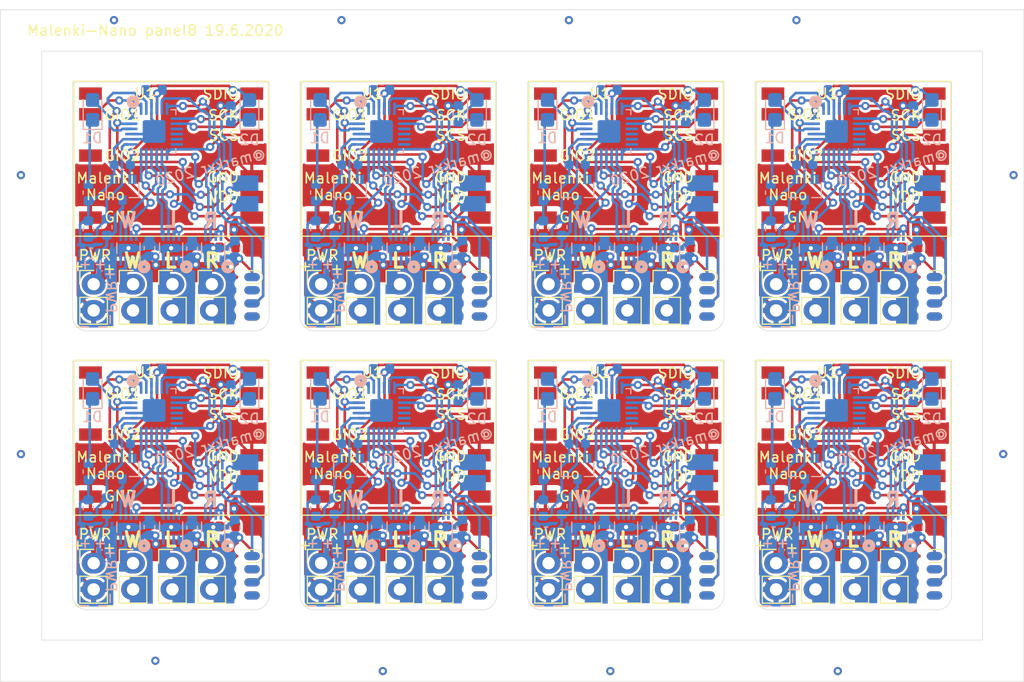
<source format=kicad_pcb>
(kicad_pcb (version 20200625) (host pcbnew "5.99.0-unknown-af8f05d~101~ubuntu18.04.1")
  (title_block (title "Malenki-nano2") (date "2019-11-07"))
  (layers (0 "F.Cu" signal) (31 "B.Cu" signal) (34 "B.Paste" user hide) (35 "F.Paste" user hide) (36 "B.SilkS" user hide) (37 "F.SilkS" user hide) (38 "B.Mask" user hide) (39 "F.Mask" user hide) (44 "Edge.Cuts" user))
  (net 0 "")
  (net 1 "GND")
  (net 2 "VBAT")
  (net 3 "BLINKY")
  (net 4 "Net-(D1-Pad1)")
  (net 5 "TXDEBUG")
  (net 6 "Net-(D2-Pad1)")
  (net 7 "UPDI")
  (net 8 "Net-(J5-Pad2)")
  (net 9 "Net-(J5-Pad1)")
  (net 10 "Net-(J6-Pad2)")
  (net 11 "Net-(J6-Pad1)")
  (net 12 "Net-(J7-Pad2)")
  (net 13 "Net-(J7-Pad1)")
  (net 14 "Net-(U1-Pad8)")
  (net 15 "Net-(U1-Pad1)")
  (net 16 "SPI_SCS")
  (net 17 "GIO1")
  (net 18 "SPI_SCK")
  (net 19 "SPI_SDIO")
  (net 20 "MOTOR1R")
  (net 21 "MOTOR2R")
  (net 22 "MOTOR2F")
  (net 23 "Net-(U3-Pad11)")
  (net 24 "Net-(U3-Pad10)")
  (net 25 "MOTOR3F")
  (net 26 "MOTOR3R")
  (net 27 "MOTOR1F")
  (net 28 "WEAPON2")
  (net 29 "Net-(U1-Pad4)")
  (net 30 "VSENSE")
  (net 31 "VLOGIC")
  (net 32 "WEAPON3")
  (net 33 "Net-(U3-Pad12)")
  (net 34 "Net-(U3-Pad9)")
  (net 35 "Net-(J2-Pad4)")
  (net 36 "Net-(J2-Pad5)")
  (net 37 "Net-(J2-Pad7)")
  (net 38 "Net-(J2-Pad2)")
  (module "LED_SMD:LED_0805_2012Metric_Castellated" (layer "B.Cu") (at 148.929 107.695 90)
    (fp_text reference "D1" (at -2.7025 -0.032 180) (layer "B.SilkS") (effects (justify mirror)))
    (fp_text value "LED Blue")
    (pad "2" smd roundrect (at 0.9625 0 90) (size 1.325 1.3) (layers "B.Cu" "B.Paste" "B.Mask") (roundrect_rratio 0.192308) (net 3 "BLINKY"))
    (pad "1" smd roundrect (at -0.9625 0 90) (size 1.325 1.3) (layers "B.Cu" "B.Paste" "B.Mask") (roundrect_rratio 0.192308) (net 4 "Net-(D1-Pad1)"))
  )
  (module "Resistor_SMD:R_0603_1608Metric" (layer "B.Cu") (at 148.524 115.6935 -90)
    (fp_text reference "R1" hide)
    (fp_text value "220R")
    (pad "2" smd roundrect (at 0.7875 0 270) (size 0.875 0.95) (layers "B.Cu" "B.Paste" "B.Mask") (net 1 "GND"))
    (pad "1" smd roundrect (at -0.7875 0 270) (size 0.875 0.95) (layers "B.Cu" "B.Paste" "B.Mask") (net 4 "Net-(D1-Pad1)"))
  )
  (module "Package_TO_SOT_SMD:SOT-23" (layer "B.Cu") (at 151.826 115.414 -90)
    (fp_text reference "U2" hide)
    (fp_text value "AIC1734-33GUTR")
    (pad "3" smd rect (at 1 0 270) (size 0.9 0.8) (layers "B.Cu" "B.Paste" "B.Mask") (net 2 "VBAT"))
    (pad "2" smd rect (at -1 -0.95 270) (size 0.9 0.8) (layers "B.Cu" "B.Paste" "B.Mask") (net 31 "VLOGIC"))
    (pad "1" smd rect (at -1 0.95 270) (size 0.9 0.8) (layers "B.Cu" "B.Paste" "B.Mask") (net 1 "GND"))
  )
  (module "Capacitor_SMD:C_0603_1608Metric" (layer "B.Cu") (at 151.8005 112.9248 180)
    (fp_text reference "C3" hide)
    (fp_text value "10uF")
    (pad "2" smd roundrect (at 0.7875 0 180) (size 0.875 0.95) (layers "B.Cu" "B.Paste" "B.Mask") (net 1 "GND"))
    (pad "1" smd roundrect (at -0.7875 0 180) (size 0.875 0.95) (layers "B.Cu" "B.Paste" "B.Mask") (net 31 "VLOGIC"))
  )
  (module "malenki-nano:PinHeader_1x02_P2.54mm_BIG1" (layer "F.Cu") (at 156.652 124.558)
    (fp_text reference "J6" hide)
    (fp_text value "Conn_01x02_Male")
    (pad "2" thru_hole oval (at 0 2.54) (size 2.3 2) (drill 1.2) (layers *.Cu *.Mask) (net 10 "Net-(J6-Pad2)"))
    (pad "1" thru_hole oval (at 0 0) (size 2.3 2) (drill 1.2) (layers *.Cu *.Mask) (net 11 "Net-(J6-Pad1)"))
  )
  (module "Capacitor_SMD:C_0603_1608Metric" (layer "B.Cu") (at 148.778 121.5735 180)
    (fp_text reference "C2" hide)
    (fp_text value "10uF")
    (pad "2" smd roundrect (at 0.7875 0 180) (size 0.875 0.95) (layers "B.Cu" "B.Paste" "B.Mask") (net 1 "GND"))
    (pad "1" smd roundrect (at -0.7875 0 180) (size 0.875 0.95) (layers "B.Cu" "B.Paste" "B.Mask") (net 2 "VBAT"))
  )
  (module "Capacitor_SMD:C_0603_1608Metric" (layer "B.Cu") (at 184.6845 121.129 90)
    (fp_text reference "C7" hide)
    (fp_text value "10uF")
    (pad "2" smd roundrect (at 0.7875 0 90) (size 0.875 0.95) (layers "B.Cu" "B.Paste" "B.Mask") (net 1 "GND"))
    (pad "1" smd roundrect (at -0.7875 0 90) (size 0.875 0.95) (layers "B.Cu" "B.Paste" "B.Mask") (net 2 "VBAT"))
  )
  (module "malenki-nano:PinHeader_1x02_P2.54mm_BIG1" (layer "F.Cu") (at 193.032 124.558)
    (fp_text reference "J1" hide)
    (fp_text value "Conn_01x02_Male")
    (pad "2" thru_hole oval (at 0 2.54) (size 2.3 2) (drill 1.2) (layers *.Cu *.Mask) (net 1 "GND"))
    (pad "1" thru_hole oval (at 0 0) (size 2.3 2) (drill 1.2) (layers *.Cu *.Mask) (net 2 "VBAT"))
  )
  (module "malenki-nano:PinHeader_1x02_P2.54mm_BIG1" (layer "F.Cu") (at 204.462 124.558)
    (fp_text reference "J7" hide)
    (fp_text value "Conn_01x02_Male")
    (pad "2" thru_hole oval (at 0 2.54) (size 2.3 2) (drill 1.2) (layers *.Cu *.Mask) (net 12 "Net-(J7-Pad2)"))
    (pad "1" thru_hole oval (at 0 0) (size 2.3 2) (drill 1.2) (layers *.Cu *.Mask) (net 13 "Net-(J7-Pad1)"))
  )
  (module "Capacitor_SMD:C_0603_1608Metric" (layer "B.Cu") (at 192.778 121.5735 180)
    (fp_text reference "C2" hide)
    (fp_text value "10uF")
    (pad "2" smd roundrect (at 0.7875 0 180) (size 0.875 0.95) (layers "B.Cu" "B.Paste" "B.Mask") (net 1 "GND"))
    (pad "1" smd roundrect (at -0.7875 0 180) (size 0.875 0.95) (layers "B.Cu" "B.Paste" "B.Mask") (net 2 "VBAT"))
  )
  (module "malenki-nano:qfn24-hand1" (layer "B.Cu") (at 198.874 109.778 -90)
    (fp_text reference "U3" hide)
    (fp_text value "ATtiny1617-M")
    (pad "24" smd roundrect (at -1.25 2.2 270) (size 0.25 1.2) (layers "B.Cu" "B.Paste" "B.Mask") (net 5 "TXDEBUG"))
    (pad "23" smd roundrect (at -0.75 2.2 270) (size 0.25 1.2) (layers "B.Cu" "B.Paste" "B.Mask") (net 7 "UPDI"))
    (pad "22" smd roundrect (at -0.25 2.2 270) (size 0.25 1.2) (layers "B.Cu" "B.Paste" "B.Mask") (net 3 "BLINKY"))
    (pad "21" smd roundrect (at 0.25 2.2 270) (size 0.25 1.2) (layers "B.Cu" "B.Paste" "B.Mask") (net 1 "GND"))
    (pad "20" smd roundrect (at 0.75 2.2 270) (size 0.25 1.2) (layers "B.Cu" "B.Paste" "B.Mask") (net 1 "GND"))
    (pad "19" smd roundrect (at 1.25 2.2 270) (size 0.25 1.2) (layers "B.Cu" "B.Paste" "B.Mask") (net 30 "VSENSE"))
    (pad "18" smd roundrect (at 2.2 1.25 270) (size 1.2 0.25) (layers "B.Cu" "B.Paste" "B.Mask") (net 32 "WEAPON3"))
    (pad "17" smd roundrect (at 2.2 0.75 270) (size 1.2 0.25) (layers "B.Cu" "B.Paste" "B.Mask") (net 28 "WEAPON2"))
    (pad "16" smd roundrect (at 2.2 0.25 270) (size 1.2 0.25) (layers "B.Cu" "B.Paste" "B.Mask") (net 20 "MOTOR1R"))
    (pad "15" smd roundrect (at 2.2 -0.25 270) (size 1.2 0.25) (layers "B.Cu" "B.Paste" "B.Mask") (net 21 "MOTOR2R"))
    (pad "14" smd roundrect (at 2.2 -0.75 270) (size 1.2 0.25) (layers "B.Cu" "B.Paste" "B.Mask") (net 22 "MOTOR2F"))
    (pad "13" smd roundrect (at 2.2 -1.25 270) (size 1.2 0.25) (layers "B.Cu" "B.Paste" "B.Mask") (net 16 "SPI_SCS"))
    (pad "12" smd roundrect (at 1.25 -2.2 270) (size 0.25 1.2) (layers "B.Cu" "B.Paste" "B.Mask") (net 33 "Net-(U3-Pad12)"))
    (pad "11" smd roundrect (at 0.75 -2.2 270) (size 0.25 1.2) (layers "B.Cu" "B.Paste" "B.Mask") (net 23 "Net-(U3-Pad11)"))
    (pad "10" smd roundrect (at 0.25 -2.2 270) (size 0.25 1.2) (layers "B.Cu" "B.Paste" "B.Mask") (net 24 "Net-(U3-Pad10)"))
    (pad "9" smd roundrect (at -0.25 -2.2 270) (size 0.25 1.2) (layers "B.Cu" "B.Paste" "B.Mask") (net 34 "Net-(U3-Pad9)"))
    (pad "8" smd roundrect (at -0.75 -2.2 270) (size 0.25 1.2) (layers "B.Cu" "B.Paste" "B.Mask") (net 18 "SPI_SCK"))
    (pad "7" smd roundrect (at -1.25 -2.2 270) (size 0.25 1.2) (layers "B.Cu" "B.Paste" "B.Mask") (net 19 "SPI_SDIO"))
    (pad "6" smd roundrect (at -2.2 -1.25 270) (size 1.2 0.25) (layers "B.Cu" "B.Paste" "B.Mask") (net 25 "MOTOR3F"))
    (pad "5" smd roundrect (at -2.2 -0.75 270) (size 1.2 0.25) (layers "B.Cu" "B.Paste" "B.Mask") (net 26 "MOTOR3R"))
    (pad "4" smd roundrect (at -2.2 -0.25 270) (size 1.2 0.25) (layers "B.Cu" "B.Paste" "B.Mask") (net 31 "VLOGIC"))
    (pad "3" smd roundrect (at -2.2 0.25 270) (size 1.2 0.25) (layers "B.Cu" "B.Paste" "B.Mask") (net 1 "GND"))
    (pad "2" smd roundrect (at -2.2 0.75 270) (size 1.2 0.25) (layers "B.Cu" "B.Paste" "B.Mask") (net 27 "MOTOR1F"))
    (pad "1" smd roundrect (at -2.2 1.25 270) (size 1.2 0.25) (layers "B.Cu" "B.Paste" "B.Mask") (net 17 "GIO1"))
    (pad "25" smd roundrect (at 0 0 270) (size 2.2 2.2) (layers "B.Cu" "B.Mask") (roundrect_rratio 0.096) (net 1 "GND"))
  )
  (module "malenki-nano:WSON-8-1EP_2x2mm_P0.5mm_HAND1" (layer "B.Cu") (at 174.3975 121.0655 90)
    (fp_text reference "U5" hide)
    (fp_text value "DRV8837DSGR")
    (pad "6" smd rect (at 1.2 -0.25 90) (size 1 0.25) (layers "B.Cu" "B.Paste" "B.Mask") (net 27 "MOTOR1F"))
    (pad "5" smd rect (at 1.2 -0.75 90) (size 1 0.25) (layers "B.Cu" "B.Paste" "B.Mask") (net 20 "MOTOR1R"))
    (pad "4" smd rect (at -1.2 -0.75 90) (size 1 0.25) (layers "B.Cu" "B.Paste" "B.Mask") (net 1 "GND"))
    (pad "2" smd rect (at -1.2 0.25 90) (size 1 0.25) (layers "B.Cu" "B.Paste" "B.Mask") (net 8 "Net-(J5-Pad2)"))
    (pad "1" smd rect (at -1.2 0.75 90) (size 1 0.25) (layers "B.Cu" "B.Paste" "B.Mask") (net 2 "VBAT"))
    (pad "9" smd rect (at 0 0 90) (size 0.8 1.6) (layers "B.Cu" "B.Mask") (net 1 "GND"))
    (pad "8" smd rect (at 1.2 0.75 90) (size 1 0.25) (layers "B.Cu" "B.Paste" "B.Mask") (net 31 "VLOGIC"))
    (pad "7" smd rect (at 1.2 0.25 90) (size 1 0.25) (layers "B.Cu" "B.Paste" "B.Mask") (net 31 "VLOGIC"))
    (pad "3" smd rect (at -1.2 -0.25 90) (size 1 0.25) (layers "B.Cu" "B.Paste" "B.Mask") (net 9 "Net-(J5-Pad1)"))
  )
  (module "Capacitor_SMD:C_0603_1608Metric" (layer "F.Cu") (at 205.986 121.002 180)
    (fp_text reference "C1" hide)
    (fp_text value "0.1uF")
    (pad "2" smd roundrect (at 0.7875 0 180) (size 0.875 0.95) (layers "F.Cu" "F.Paste" "F.Mask") (net 1 "GND"))
    (pad "1" smd roundrect (at -0.7875 0 180) (size 0.875 0.95) (layers "F.Cu" "F.Paste" "F.Mask") (net 31 "VLOGIC"))
  )
  (module "LED_SMD:LED_0805_2012Metric_Castellated" (layer "B.Cu") (at 208.102 107.695 90)
    (fp_text reference "D2" (at -2.893 0 180) (layer "B.SilkS") (effects (justify mirror)))
    (fp_text value "LED Red")
    (pad "2" smd roundrect (at 0.9625 0 90) (size 1.325 1.3) (layers "B.Cu" "B.Paste" "B.Mask") (roundrect_rratio 0.192308) (net 5 "TXDEBUG"))
    (pad "1" smd roundrect (at -0.9625 0 90) (size 1.325 1.3) (layers "B.Cu" "B.Paste" "B.Mask") (roundrect_rratio 0.192308) (net 6 "Net-(D2-Pad1)"))
  )
  (module "Capacitor_SMD:C_0603_1608Metric" (layer "B.Cu") (at 173.8005 112.9248 180)
    (fp_text reference "C3" hide)
    (fp_text value "10uF")
    (pad "2" smd roundrect (at 0.7875 0 180) (size 0.875 0.95) (layers "B.Cu" "B.Paste" "B.Mask") (net 1 "GND"))
    (pad "1" smd roundrect (at -0.7875 0 180) (size 0.875 0.95) (layers "B.Cu" "B.Paste" "B.Mask") (net 31 "VLOGIC"))
  )
  (module "Capacitor_SMD:C_0603_1608Metric" (layer "B.Cu") (at 170.778 121.5735 180)
    (fp_text reference "C2" hide)
    (fp_text value "10uF")
    (pad "2" smd roundrect (at 0.7875 0 180) (size 0.875 0.95) (layers "B.Cu" "B.Paste" "B.Mask") (net 1 "GND"))
    (pad "1" smd roundrect (at -0.7875 0 180) (size 0.875 0.95) (layers "B.Cu" "B.Paste" "B.Mask") (net 2 "VBAT"))
  )
  (module "malenki-nano:PinHeader_1x02_P2.54mm_BIG1" (layer "F.Cu") (at 200.652 124.558)
    (fp_text reference "J6" hide)
    (fp_text value "Conn_01x02_Male")
    (pad "2" thru_hole oval (at 0 2.54) (size 2.3 2) (drill 1.2) (layers *.Cu *.Mask) (net 10 "Net-(J6-Pad2)"))
    (pad "1" thru_hole oval (at 0 0) (size 2.3 2) (drill 1.2) (layers *.Cu *.Mask) (net 11 "Net-(J6-Pad1)"))
  )
  (module "malenki-nano:WSON-8-1EP_2x2mm_P0.5mm_HAND1" (layer "B.Cu") (at 178.525 121.0655 90)
    (fp_text reference "U6" hide)
    (fp_text value "DRV8837DSGR")
    (pad "6" smd rect (at 1.2 -0.25 90) (size 1 0.25) (layers "B.Cu" "B.Paste" "B.Mask") (net 22 "MOTOR2F"))
    (pad "5" smd rect (at 1.2 -0.75 90) (size 1 0.25) (layers "B.Cu" "B.Paste" "B.Mask") (net 21 "MOTOR2R"))
    (pad "4" smd rect (at -1.2 -0.75 90) (size 1 0.25) (layers "B.Cu" "B.Paste" "B.Mask") (net 1 "GND"))
    (pad "2" smd rect (at -1.2 0.25 90) (size 1 0.25) (layers "B.Cu" "B.Paste" "B.Mask") (net 10 "Net-(J6-Pad2)"))
    (pad "1" smd rect (at -1.2 0.75 90) (size 1 0.25) (layers "B.Cu" "B.Paste" "B.Mask") (net 2 "VBAT"))
    (pad "9" smd rect (at 0 0 90) (size 0.8 1.6) (layers "B.Cu" "B.Mask") (net 1 "GND"))
    (pad "8" smd rect (at 1.2 0.75 90) (size 1 0.25) (layers "B.Cu" "B.Paste" "B.Mask") (net 31 "VLOGIC"))
    (pad "7" smd rect (at 1.2 0.25 90) (size 1 0.25) (layers "B.Cu" "B.Paste" "B.Mask") (net 31 "VLOGIC"))
    (pad "3" smd rect (at -1.2 -0.25 90) (size 1 0.25) (layers "B.Cu" "B.Paste" "B.Mask") (net 11 "Net-(J6-Pad1)"))
  )
  (module "malenki-nano:WSON-8-1EP_2x2mm_P0.5mm_HAND1" (layer "B.Cu") (at 156.525 121.0655 90)
    (fp_text reference "U6" hide)
    (fp_text value "DRV8837DSGR")
    (pad "6" smd rect (at 1.2 -0.25 90) (size 1 0.25) (layers "B.Cu" "B.Paste" "B.Mask") (net 22 "MOTOR2F"))
    (pad "5" smd rect (at 1.2 -0.75 90) (size 1 0.25) (layers "B.Cu" "B.Paste" "B.Mask") (net 21 "MOTOR2R"))
    (pad "4" smd rect (at -1.2 -0.75 90) (size 1 0.25) (layers "B.Cu" "B.Paste" "B.Mask") (net 1 "GND"))
    (pad "2" smd rect (at -1.2 0.25 90) (size 1 0.25) (layers "B.Cu" "B.Paste" "B.Mask") (net 10 "Net-(J6-Pad2)"))
    (pad "1" smd rect (at -1.2 0.75 90) (size 1 0.25) (layers "B.Cu" "B.Paste" "B.Mask") (net 2 "VBAT"))
    (pad "9" smd rect (at 0 0 90) (size 0.8 1.6) (layers "B.Cu" "B.Mask") (net 1 "GND"))
    (pad "8" smd rect (at 1.2 0.75 90) (size 1 0.25) (layers "B.Cu" "B.Paste" "B.Mask") (net 31 "VLOGIC"))
    (pad "7" smd rect (at 1.2 0.25 90) (size 1 0.25) (layers "B.Cu" "B.Paste" "B.Mask") (net 31 "VLOGIC"))
    (pad "3" smd rect (at -1.2 -0.25 90) (size 1 0.25) (layers "B.Cu" "B.Paste" "B.Mask") (net 11 "Net-(J6-Pad1)"))
  )
  (module "malenki-nano:PinHeader_1x02_P2.54mm_BIG1" (layer "F.Cu") (at 160.462 124.558)
    (fp_text reference "J7" hide)
    (fp_text value "Conn_01x02_Male")
    (pad "2" thru_hole oval (at 0 2.54) (size 2.3 2) (drill 1.2) (layers *.Cu *.Mask) (net 12 "Net-(J7-Pad2)"))
    (pad "1" thru_hole oval (at 0 0) (size 2.3 2) (drill 1.2) (layers *.Cu *.Mask) (net 13 "Net-(J7-Pad1)"))
  )
  (module "malenki-nano:qfn24-hand1" (layer "B.Cu") (at 154.874 109.778 -90)
    (fp_text reference "U3" hide)
    (fp_text value "ATtiny1617-M")
    (pad "24" smd roundrect (at -1.25 2.2 270) (size 0.25 1.2) (layers "B.Cu" "B.Paste" "B.Mask") (net 5 "TXDEBUG"))
    (pad "23" smd roundrect (at -0.75 2.2 270) (size 0.25 1.2) (layers "B.Cu" "B.Paste" "B.Mask") (net 7 "UPDI"))
    (pad "22" smd roundrect (at -0.25 2.2 270) (size 0.25 1.2) (layers "B.Cu" "B.Paste" "B.Mask") (net 3 "BLINKY"))
    (pad "21" smd roundrect (at 0.25 2.2 270) (size 0.25 1.2) (layers "B.Cu" "B.Paste" "B.Mask") (net 1 "GND"))
    (pad "20" smd roundrect (at 0.75 2.2 270) (size 0.25 1.2) (layers "B.Cu" "B.Paste" "B.Mask") (net 1 "GND"))
    (pad "19" smd roundrect (at 1.25 2.2 270) (size 0.25 1.2) (layers "B.Cu" "B.Paste" "B.Mask") (net 30 "VSENSE"))
    (pad "18" smd roundrect (at 2.2 1.25 270) (size 1.2 0.25) (layers "B.Cu" "B.Paste" "B.Mask") (net 32 "WEAPON3"))
    (pad "17" smd roundrect (at 2.2 0.75 270) (size 1.2 0.25) (layers "B.Cu" "B.Paste" "B.Mask") (net 28 "WEAPON2"))
    (pad "16" smd roundrect (at 2.2 0.25 270) (size 1.2 0.25) (layers "B.Cu" "B.Paste" "B.Mask") (net 20 "MOTOR1R"))
    (pad "15" smd roundrect (at 2.2 -0.25 270) (size 1.2 0.25) (layers "B.Cu" "B.Paste" "B.Mask") (net 21 "MOTOR2R"))
    (pad "14" smd roundrect (at 2.2 -0.75 270) (size 1.2 0.25) (layers "B.Cu" "B.Paste" "B.Mask") (net 22 "MOTOR2F"))
    (pad "13" smd roundrect (at 2.2 -1.25 270) (size 1.2 0.25) (layers "B.Cu" "B.Paste" "B.Mask") (net 16 "SPI_SCS"))
    (pad "12" smd roundrect (at 1.25 -2.2 270) (size 0.25 1.2) (layers "B.Cu" "B.Paste" "B.Mask") (net 33 "Net-(U3-Pad12)"))
    (pad "11" smd roundrect (at 0.75 -2.2 270) (size 0.25 1.2) (layers "B.Cu" "B.Paste" "B.Mask") (net 23 "Net-(U3-Pad11)"))
    (pad "10" smd roundrect (at 0.25 -2.2 270) (size 0.25 1.2) (layers "B.Cu" "B.Paste" "B.Mask") (net 24 "Net-(U3-Pad10)"))
    (pad "9" smd roundrect (at -0.25 -2.2 270) (size 0.25 1.2) (layers "B.Cu" "B.Paste" "B.Mask") (net 34 "Net-(U3-Pad9)"))
    (pad "8" smd roundrect (at -0.75 -2.2 270) (size 0.25 1.2) (layers "B.Cu" "B.Paste" "B.Mask") (net 18 "SPI_SCK"))
    (pad "7" smd roundrect (at -1.25 -2.2 270) (size 0.25 1.2) (layers "B.Cu" "B.Paste" "B.Mask") (net 19 "SPI_SDIO"))
    (pad "6" smd roundrect (at -2.2 -1.25 270) (size 1.2 0.25) (layers "B.Cu" "B.Paste" "B.Mask") (net 25 "MOTOR3F"))
    (pad "5" smd roundrect (at -2.2 -0.75 270) (size 1.2 0.25) (layers "B.Cu" "B.Paste" "B.Mask") (net 26 "MOTOR3R"))
    (pad "4" smd roundrect (at -2.2 -0.25 270) (size 1.2 0.25) (layers "B.Cu" "B.Paste" "B.Mask") (net 31 "VLOGIC"))
    (pad "3" smd roundrect (at -2.2 0.25 270) (size 1.2 0.25) (layers "B.Cu" "B.Paste" "B.Mask") (net 1 "GND"))
    (pad "2" smd roundrect (at -2.2 0.75 270) (size 1.2 0.25) (layers "B.Cu" "B.Paste" "B.Mask") (net 27 "MOTOR1F"))
    (pad "1" smd roundrect (at -2.2 1.25 270) (size 1.2 0.25) (layers "B.Cu" "B.Paste" "B.Mask") (net 17 "GIO1"))
    (pad "25" smd roundrect (at 0 0 270) (size 2.2 2.2) (layers "B.Cu" "B.Mask") (roundrect_rratio 0.096) (net 1 "GND"))
  )
  (module "malenki-nano:PinHeader_1x02_P2.54mm_BIG1" (layer "F.Cu") (at 149.032 124.558)
    (fp_text reference "J1" hide)
    (fp_text value "Conn_01x02_Male")
    (pad "2" thru_hole oval (at 0 2.54) (size 2.3 2) (drill 1.2) (layers *.Cu *.Mask) (net 1 "GND"))
    (pad "1" thru_hole oval (at 0 0) (size 2.3 2) (drill 1.2) (layers *.Cu *.Mask) (net 2 "VBAT"))
  )
  (module "Package_TO_SOT_SMD:SOT-23" (layer "B.Cu") (at 195.826 115.414 -90)
    (fp_text reference "U2" hide)
    (fp_text value "AIC1734-33GUTR")
    (pad "3" smd rect (at 1 0 270) (size 0.9 0.8) (layers "B.Cu" "B.Paste" "B.Mask") (net 2 "VBAT"))
    (pad "2" smd rect (at -1 -0.95 270) (size 0.9 0.8) (layers "B.Cu" "B.Paste" "B.Mask") (net 31 "VLOGIC"))
    (pad "1" smd rect (at -1 0.95 270) (size 0.9 0.8) (layers "B.Cu" "B.Paste" "B.Mask") (net 1 "GND"))
  )
  (module "Capacitor_SMD:C_0603_1608Metric" (layer "B.Cu") (at 195.8005 112.9248 180)
    (fp_text reference "C3" hide)
    (fp_text value "10uF")
    (pad "2" smd roundrect (at 0.7875 0 180) (size 0.875 0.95) (layers "B.Cu" "B.Paste" "B.Mask") (net 1 "GND"))
    (pad "1" smd roundrect (at -0.7875 0 180) (size 0.875 0.95) (layers "B.Cu" "B.Paste" "B.Mask") (net 31 "VLOGIC"))
  )
  (module "Capacitor_SMD:C_0603_1608Metric" (layer "B.Cu") (at 154.874 105.762 180)
    (fp_text reference "C4" hide)
    (fp_text value "0.1uF")
    (pad "2" smd roundrect (at 0.7875 0 180) (size 0.875 0.95) (layers "B.Cu" "B.Paste" "B.Mask") (net 1 "GND"))
    (pad "1" smd roundrect (at -0.7875 0 180) (size 0.875 0.95) (layers "B.Cu" "B.Paste" "B.Mask") (net 31 "VLOGIC"))
  )
  (module "Capacitor_SMD:C_0603_1608Metric" (layer "F.Cu") (at 161.986 121.002 180)
    (fp_text reference "C1" hide)
    (fp_text value "0.1uF")
    (pad "2" smd roundrect (at 0.7875 0 180) (size 0.875 0.95) (layers "F.Cu" "F.Paste" "F.Mask") (net 1 "GND"))
    (pad "1" smd roundrect (at -0.7875 0 180) (size 0.875 0.95) (layers "F.Cu" "F.Paste" "F.Mask") (net 31 "VLOGIC"))
  )
  (module "Capacitor_SMD:C_0603_1608Metric" (layer "F.Cu") (at 183.986 121.002 180)
    (fp_text reference "C1" hide)
    (fp_text value "0.1uF")
    (pad "2" smd roundrect (at 0.7875 0 180) (size 0.875 0.95) (layers "F.Cu" "F.Paste" "F.Mask") (net 1 "GND"))
    (pad "1" smd roundrect (at -0.7875 0 180) (size 0.875 0.95) (layers "F.Cu" "F.Paste" "F.Mask") (net 31 "VLOGIC"))
  )
  (module "malenki-nano:WSON-8-1EP_2x2mm_P0.5mm_HAND1" (layer "B.Cu") (at 182.589 121.0655 90)
    (fp_text reference "U7" hide)
    (fp_text value "DRV8837DSGR")
    (pad "6" smd rect (at 1.2 -0.25 90) (size 1 0.25) (layers "B.Cu" "B.Paste" "B.Mask") (net 25 "MOTOR3F"))
    (pad "5" smd rect (at 1.2 -0.75 90) (size 1 0.25) (layers "B.Cu" "B.Paste" "B.Mask") (net 26 "MOTOR3R"))
    (pad "4" smd rect (at -1.2 -0.75 90) (size 1 0.25) (layers "B.Cu" "B.Paste" "B.Mask") (net 1 "GND"))
    (pad "2" smd rect (at -1.2 0.25 90) (size 1 0.25) (layers "B.Cu" "B.Paste" "B.Mask") (net 12 "Net-(J7-Pad2)"))
    (pad "1" smd rect (at -1.2 0.75 90) (size 1 0.25) (layers "B.Cu" "B.Paste" "B.Mask") (net 2 "VBAT"))
    (pad "9" smd rect (at 0 0 90) (size 0.8 1.6) (layers "B.Cu" "B.Mask") (net 1 "GND"))
    (pad "8" smd rect (at 1.2 0.75 90) (size 1 0.25) (layers "B.Cu" "B.Paste" "B.Mask") (net 31 "VLOGIC"))
    (pad "7" smd rect (at 1.2 0.25 90) (size 1 0.25) (layers "B.Cu" "B.Paste" "B.Mask") (net 31 "VLOGIC"))
    (pad "3" smd rect (at -1.2 -0.25 90) (size 1 0.25) (layers "B.Cu" "B.Paste" "B.Mask") (net 13 "Net-(J7-Pad1)"))
  )
  (module "malenki-nano:SOIC_clipProgSmall" (layer "F.Cu") (at 187.102 125.778 90)
    (fp_text reference "J2" hide)
    (fp_text value "Conn_01x08_Male" hide)
    (pad "" np_thru_hole circle (at 2.54 -1.905 90) (size 0.7 0.7) (drill 0.7) (layers *.Cu *.Mask))
    (pad "" np_thru_hole circle (at 1.27 -1.905 90) (size 0.7 0.7) (drill 0.7) (layers *.Cu *.Mask))
    (pad "" np_thru_hole circle (at 0 -1.905 90) (size 0.7 0.7) (drill 0.7) (layers *.Cu *.Mask))
    (pad "" np_thru_hole circle (at -1.27 -1.905 90) (size 0.7 0.7) (drill 0.7) (layers *.Cu *.Mask))
    (pad "" np_thru_hole circle (at -2.54 -1.905 90) (size 0.7 0.7) (drill 0.7) (layers *.Cu *.Mask))
    (pad "8" smd oval (at 1.905 -0.75 90) (size 0.8 1.5) (layers "B.Cu" "B.Mask") (net 5 "TXDEBUG"))
    (pad "7" smd oval (at 0.635 -0.75 90) (size 0.8 1.5) (layers "B.Cu" "B.Mask") (net 37 "Net-(J2-Pad7)"))
    (pad "6" smd oval (at -0.635 -0.75 90) (size 0.8 1.5) (layers "B.Cu" "B.Mask") (net 7 "UPDI"))
    (pad "1" smd oval (at 1.905 -0.75 90) (size 0.8 1.5) (layers "F.Cu" "F.Mask") (net 2 "VBAT"))
    (pad "2" smd oval (at 0.635 -0.75 90) (size 0.8 1.5) (layers "F.Cu" "F.Mask") (net 38 "Net-(J2-Pad2)"))
    (pad "3" smd oval (at -0.635 -0.75 90) (size 0.8 1.5) (layers "F.Cu" "F.Mask") (net 1 "GND"))
    (pad "4" smd oval (at -1.905 -0.75 90) (size 0.8 1.5) (layers "F.Cu" "F.Mask") (net 35 "Net-(J2-Pad4)"))
    (pad "5" smd oval (at -1.905 -0.75 90) (size 0.8 1.5) (layers "B.Cu" "B.Mask") (net 36 "Net-(J2-Pad5)"))
  )
  (module "malenki-nano:PinHeader_1x02_P2.54mm_BIG1" (layer "F.Cu") (at 152.842 124.558)
    (fp_text reference "J5" hide)
    (fp_text value "Conn_01x02_Male")
    (pad "2" thru_hole oval (at 0 2.54) (size 2.3 2) (drill 1.2) (layers *.Cu *.Mask) (net 8 "Net-(J5-Pad2)"))
    (pad "1" thru_hole oval (at 0 0) (size 2.3 2) (drill 1.2) (layers *.Cu *.Mask) (net 9 "Net-(J5-Pad1)"))
  )
  (module "malenki-nano:A7105-module" (layer "F.Cu") (at 178.525 112.112 -90)
    (fp_text reference "U1" (at -6 2.55) (layer "F.SilkS"))
    (fp_text value "A7105-MODULE")
    (fp_text user "GIO1" (at -3.95 4.7) (layer "F.SilkS"))
    (fp_text user "GIO2" (at 0 4.7) (layer "F.SilkS"))
    (fp_text user "GND" (at 5.95 4.914286) (layer "F.SilkS"))
    (fp_text user "GND" (at 2.1 -5.014285) (layer "F.SilkS"))
    (fp_text user "VDD" (at 4 -5.109523) (layer "F.SilkS"))
    (fp_text user "SCS" (at -1.95 -5.085714) (layer "F.SilkS"))
    (fp_text user "SCK" (at -3.9 -5.061904) (layer "F.SilkS"))
    (fp_text user "SDIO" (at -5.95 -4.8) (layer "F.SilkS"))
    (pad "8" smd rect (at 6 -7.8 270) (size 1.2 2.2) (layers "F.Cu" "F.Paste" "F.Mask") (net 14 "Net-(U1-Pad8)"))
    (pad "1" smd rect (at -6 7.8 270) (size 1.2 2.2) (layers "F.Cu" "F.Paste" "F.Mask") (net 15 "Net-(U1-Pad1)"))
    (pad "7" smd rect (at 6 7.8 270) (size 1.2 2.2) (layers "F.Cu" "F.Paste" "F.Mask") (net 1 "GND"))
    (pad "9" smd rect (at 4 -7.8 270) (size 1.2 2.2) (layers "F.Cu" "F.Paste" "F.Mask") (net 31 "VLOGIC"))
    (pad "10" smd rect (at 2 -7.8 270) (size 1.2 2.2) (layers "F.Cu" "F.Paste" "F.Mask") (net 1 "GND"))
    (pad "4" smd rect (at 0 7.8 270) (size 1.2 2.2) (layers "F.Cu" "F.Paste" "F.Mask") (net 29 "Net-(U1-Pad4)"))
    (pad "12" smd rect (at -2 -7.8 270) (size 1.2 2.2) (layers "F.Cu" "F.Paste" "F.Mask") (net 16 "SPI_SCS"))
    (pad "2" smd rect (at -4 7.8 270) (size 1.2 2.2) (layers "F.Cu" "F.Paste" "F.Mask") (net 17 "GIO1"))
    (pad "13" smd rect (at -4 -7.8 270) (size 1.2 2.2) (layers "F.Cu" "F.Paste" "F.Mask") (net 18 "SPI_SCK"))
    (pad "14" smd rect (at -6 -7.8 270) (size 1.2 2.2) (layers "F.Cu" "F.Paste" "F.Mask") (net 19 "SPI_SDIO"))
  )
  (module "malenki-nano:PinHeader_1x02_P2.54mm_BIG1" (layer "F.Cu") (at 171.032 124.558)
    (fp_text reference "J1" hide)
    (fp_text value "Conn_01x02_Male")
    (pad "2" thru_hole oval (at 0 2.54) (size 2.3 2) (drill 1.2) (layers *.Cu *.Mask) (net 1 "GND"))
    (pad "1" thru_hole oval (at 0 0) (size 2.3 2) (drill 1.2) (layers *.Cu *.Mask) (net 2 "VBAT"))
  )
  (module "Resistor_SMD:R_0603_1608Metric" (layer "B.Cu") (at 192.524 115.6935 -90)
    (fp_text reference "R1" hide)
    (fp_text value "220R")
    (pad "2" smd roundrect (at 0.7875 0 270) (size 0.875 0.95) (layers "B.Cu" "B.Paste" "B.Mask") (net 1 "GND"))
    (pad "1" smd roundrect (at -0.7875 0 270) (size 0.875 0.95) (layers "B.Cu" "B.Paste" "B.Mask") (net 4 "Net-(D1-Pad1)"))
  )
  (module "Capacitor_SMD:C_0603_1608Metric" (layer "B.Cu") (at 158.557 121.129 90)
    (fp_text reference "C6" hide)
    (fp_text value "10uF")
    (pad "2" smd roundrect (at 0.7875 0 90) (size 0.875 0.95) (layers "B.Cu" "B.Paste" "B.Mask") (net 1 "GND"))
    (pad "1" smd roundrect (at -0.7875 0 90) (size 0.875 0.95) (layers "B.Cu" "B.Paste" "B.Mask") (net 2 "VBAT"))
  )
  (module "LED_SMD:LED_0805_2012Metric_Castellated" (layer "B.Cu") (at 186.102 107.695 90)
    (fp_text reference "D2" (at -2.893 0 180) (layer "B.SilkS") (effects (justify mirror)))
    (fp_text value "LED Red")
    (pad "2" smd roundrect (at 0.9625 0 90) (size 1.325 1.3) (layers "B.Cu" "B.Paste" "B.Mask") (roundrect_rratio 0.192308) (net 5 "TXDEBUG"))
    (pad "1" smd roundrect (at -0.9625 0 90) (size 1.325 1.3) (layers "B.Cu" "B.Paste" "B.Mask") (roundrect_rratio 0.192308) (net 6 "Net-(D2-Pad1)"))
  )
  (module "Capacitor_SMD:C_0603_1608Metric" (layer "B.Cu") (at 176.874 105.762 180)
    (fp_text reference "C4" hide)
    (fp_text value "0.1uF")
    (pad "2" smd roundrect (at 0.7875 0 180) (size 0.875 0.95) (layers "B.Cu" "B.Paste" "B.Mask") (net 1 "GND"))
    (pad "1" smd roundrect (at -0.7875 0 180) (size 0.875 0.95) (layers "B.Cu" "B.Paste" "B.Mask") (net 31 "VLOGIC"))
  )
  (module "Resistor_SMD:R_0603_1608Metric" (layer "B.Cu") (at 162.302 108.078 90)
    (fp_text reference "R2" hide)
    (fp_text value "220R")
    (pad "2" smd roundrect (at 0.7875 0 90) (size 0.875 0.95) (layers "B.Cu" "B.Paste" "B.Mask") (net 1 "GND"))
    (pad "1" smd roundrect (at -0.7875 0 90) (size 0.875 0.95) (layers "B.Cu" "B.Paste" "B.Mask") (net 6 "Net-(D2-Pad1)"))
  )
  (module "Capacitor_SMD:C_0603_1608Metric" (layer "B.Cu") (at 206.6845 121.129 90)
    (fp_text reference "C7" hide)
    (fp_text value "10uF")
    (pad "2" smd roundrect (at 0.7875 0 90) (size 0.875 0.95) (layers "B.Cu" "B.Paste" "B.Mask") (net 1 "GND"))
    (pad "1" smd roundrect (at -0.7875 0 90) (size 0.875 0.95) (layers "B.Cu" "B.Paste" "B.Mask") (net 2 "VBAT"))
  )
  (module "LED_SMD:LED_0805_2012Metric_Castellated" (layer "B.Cu") (at 192.929 107.695 90)
    (fp_text reference "D1" (at -2.7025 -0.032 180) (layer "B.SilkS") (effects (justify mirror)))
    (fp_text value "LED Blue")
    (pad "2" smd roundrect (at 0.9625 0 90) (size 1.325 1.3) (layers "B.Cu" "B.Paste" "B.Mask") (roundrect_rratio 0.192308) (net 3 "BLINKY"))
    (pad "1" smd roundrect (at -0.9625 0 90) (size 1.325 1.3) (layers "B.Cu" "B.Paste" "B.Mask") (roundrect_rratio 0.192308) (net 4 "Net-(D1-Pad1)"))
  )
  (module "malenki-nano:WSON-8-1EP_2x2mm_P0.5mm_HAND1" (layer "B.Cu") (at 196.3975 121.0655 90)
    (fp_text reference "U5" hide)
    (fp_text value "DRV8837DSGR")
    (pad "6" smd rect (at 1.2 -0.25 90) (size 1 0.25) (layers "B.Cu" "B.Paste" "B.Mask") (net 27 "MOTOR1F"))
    (pad "5" smd rect (at 1.2 -0.75 90) (size 1 0.25) (layers "B.Cu" "B.Paste" "B.Mask") (net 20 "MOTOR1R"))
    (pad "4" smd rect (at -1.2 -0.75 90) (size 1 0.25) (layers "B.Cu" "B.Paste" "B.Mask") (net 1 "GND"))
    (pad "2" smd rect (at -1.2 0.25 90) (size 1 0.25) (layers "B.Cu" "B.Paste" "B.Mask") (net 8 "Net-(J5-Pad2)"))
    (pad "1" smd rect (at -1.2 0.75 90) (size 1 0.25) (layers "B.Cu" "B.Paste" "B.Mask") (net 2 "VBAT"))
    (pad "9" smd rect (at 0 0 90) (size 0.8 1.6) (layers "B.Cu" "B.Mask") (net 1 "GND"))
    (pad "8" smd rect (at 1.2 0.75 90) (size 1 0.25) (layers "B.Cu" "B.Paste" "B.Mask") (net 31 "VLOGIC"))
    (pad "7" smd rect (at 1.2 0.25 90) (size 1 0.25) (layers "B.Cu" "B.Paste" "B.Mask") (net 31 "VLOGIC"))
    (pad "3" smd rect (at -1.2 -0.25 90) (size 1 0.25) (layers "B.Cu" "B.Paste" "B.Mask") (net 9 "Net-(J5-Pad1)"))
  )
  (module "Capacitor_SMD:C_0603_1608Metric" (layer "B.Cu") (at 180.557 121.129 90)
    (fp_text reference "C6" hide)
    (fp_text value "10uF")
    (pad "2" smd roundrect (at 0.7875 0 90) (size 0.875 0.95) (layers "B.Cu" "B.Paste" "B.Mask") (net 1 "GND"))
    (pad "1" smd roundrect (at -0.7875 0 90) (size 0.875 0.95) (layers "B.Cu" "B.Paste" "B.Mask") (net 2 "VBAT"))
  )
  (module "Capacitor_SMD:C_0603_1608Metric" (layer "B.Cu") (at 198.4295 121.0655 90)
    (fp_text reference "C5" hide)
    (fp_text value "10uF")
    (pad "2" smd roundrect (at 0.7875 0 90) (size 0.875 0.95) (layers "B.Cu" "B.Paste" "B.Mask") (net 1 "GND"))
    (pad "1" smd roundrect (at -0.7875 0 90) (size 0.875 0.95) (layers "B.Cu" "B.Paste" "B.Mask") (net 2 "VBAT"))
  )
  (module "Resistor_SMD:R_0603_1608Metric" (layer "B.Cu") (at 170.524 119.224 90)
    (fp_text reference "R4" hide)
    (fp_text value "10k")
    (pad "2" smd roundrect (at 0.7875 0 90) (size 0.875 0.95) (layers "B.Cu" "B.Paste" "B.Mask") (net 1 "GND"))
    (pad "1" smd roundrect (at -0.7875 0 90) (size 0.875 0.95) (layers "B.Cu" "B.Paste" "B.Mask") (net 30 "VSENSE"))
  )
  (module "LED_SMD:LED_0805_2012Metric_Castellated" (layer "B.Cu") (at 170.929 107.695 90)
    (fp_text reference "D1" (at -2.7025 -0.032 180) (layer "B.SilkS") (effects (justify mirror)))
    (fp_text value "LED Blue")
    (pad "2" smd roundrect (at 0.9625 0 90) (size 1.325 1.3) (layers "B.Cu" "B.Paste" "B.Mask") (roundrect_rratio 0.192308) (net 3 "BLINKY"))
    (pad "1" smd roundrect (at -0.9625 0 90) (size 1.325 1.3) (layers "B.Cu" "B.Paste" "B.Mask") (roundrect_rratio 0.192308) (net 4 "Net-(D1-Pad1)"))
  )
  (module "Capacitor_SMD:C_0603_1608Metric" (layer "B.Cu") (at 154.4295 121.0655 90)
    (fp_text reference "C5" hide)
    (fp_text value "10uF")
    (pad "2" smd roundrect (at 0.7875 0 90) (size 0.875 0.95) (layers "B.Cu" "B.Paste" "B.Mask") (net 1 "GND"))
    (pad "1" smd roundrect (at -0.7875 0 90) (size 0.875 0.95) (layers "B.Cu" "B.Paste" "B.Mask") (net 2 "VBAT"))
  )
  (module "malenki-nano:WSON-8-1EP_2x2mm_P0.5mm_HAND1" (layer "B.Cu") (at 204.589 121.0655 90)
    (fp_text reference "U7" hide)
    (fp_text value "DRV8837DSGR")
    (pad "6" smd rect (at 1.2 -0.25 90) (size 1 0.25) (layers "B.Cu" "B.Paste" "B.Mask") (net 25 "MOTOR3F"))
    (pad "5" smd rect (at 1.2 -0.75 90) (size 1 0.25) (layers "B.Cu" "B.Paste" "B.Mask") (net 26 "MOTOR3R"))
    (pad "4" smd rect (at -1.2 -0.75 90) (size 1 0.25) (layers "B.Cu" "B.Paste" "B.Mask") (net 1 "GND"))
    (pad "2" smd rect (at -1.2 0.25 90) (size 1 0.25) (layers "B.Cu" "B.Paste" "B.Mask") (net 12 "Net-(J7-Pad2)"))
    (pad "1" smd rect (at -1.2 0.75 90) (size 1 0.25) (layers "B.Cu" "B.Paste" "B.Mask") (net 2 "VBAT"))
    (pad "9" smd rect (at 0 0 90) (size 0.8 1.6) (layers "B.Cu" "B.Mask") (net 1 "GND"))
    (pad "8" smd rect (at 1.2 0.75 90) (size 1 0.25) (layers "B.Cu" "B.Paste" "B.Mask") (net 31 "VLOGIC"))
    (pad "7" smd rect (at 1.2 0.25 90) (size 1 0.25) (layers "B.Cu" "B.Paste" "B.Mask") (net 31 "VLOGIC"))
    (pad "3" smd rect (at -1.2 -0.25 90) (size 1 0.25) (layers "B.Cu" "B.Paste" "B.Mask") (net 13 "Net-(J7-Pad1)"))
  )
  (module "Capacitor_SMD:C_0603_1608Metric" (layer "B.Cu") (at 162.6845 121.129 90)
    (fp_text reference "C7" hide)
    (fp_text value "10uF")
    (pad "2" smd roundrect (at 0.7875 0 90) (size 0.875 0.95) (layers "B.Cu" "B.Paste" "B.Mask") (net 1 "GND"))
    (pad "1" smd roundrect (at -0.7875 0 90) (size 0.875 0.95) (layers "B.Cu" "B.Paste" "B.Mask") (net 2 "VBAT"))
  )
  (module "Resistor_SMD:R_0603_1608Metric" (layer "B.Cu") (at 148.524 119.224 90)
    (fp_text reference "R4" hide)
    (fp_text value "10k")
    (pad "2" smd roundrect (at 0.7875 0 90) (size 0.875 0.95) (layers "B.Cu" "B.Paste" "B.Mask") (net 1 "GND"))
    (pad "1" smd roundrect (at -0.7875 0 90) (size 0.875 0.95) (layers "B.Cu" "B.Paste" "B.Mask") (net 30 "VSENSE"))
  )
  (module "malenki-nano:WSON-8-1EP_2x2mm_P0.5mm_HAND1" (layer "B.Cu") (at 152.3975 121.0655 90)
    (fp_text reference "U5" hide)
    (fp_text value "DRV8837DSGR")
    (pad "6" smd rect (at 1.2 -0.25 90) (size 1 0.25) (layers "B.Cu" "B.Paste" "B.Mask") (net 27 "MOTOR1F"))
    (pad "5" smd rect (at 1.2 -0.75 90) (size 1 0.25) (layers "B.Cu" "B.Paste" "B.Mask") (net 20 "MOTOR1R"))
    (pad "4" smd rect (at -1.2 -0.75 90) (size 1 0.25) (layers "B.Cu" "B.Paste" "B.Mask") (net 1 "GND"))
    (pad "2" smd rect (at -1.2 0.25 90) (size 1 0.25) (layers "B.Cu" "B.Paste" "B.Mask") (net 8 "Net-(J5-Pad2)"))
    (pad "1" smd rect (at -1.2 0.75 90) (size 1 0.25) (layers "B.Cu" "B.Paste" "B.Mask") (net 2 "VBAT"))
    (pad "9" smd rect (at 0 0 90) (size 0.8 1.6) (layers "B.Cu" "B.Mask") (net 1 "GND"))
    (pad "8" smd rect (at 1.2 0.75 90) (size 1 0.25) (layers "B.Cu" "B.Paste" "B.Mask") (net 31 "VLOGIC"))
    (pad "7" smd rect (at 1.2 0.25 90) (size 1 0.25) (layers "B.Cu" "B.Paste" "B.Mask") (net 31 "VLOGIC"))
    (pad "3" smd rect (at -1.2 -0.25 90) (size 1 0.25) (layers "B.Cu" "B.Paste" "B.Mask") (net 9 "Net-(J5-Pad1)"))
  )
  (module "Resistor_SMD:R_0603_1608Metric" (layer "B.Cu") (at 172.302 119.0335 90)
    (fp_text reference "R3" hide)
    (fp_text value "33k")
    (pad "2" smd roundrect (at 0.7875 0 90) (size 0.875 0.95) (layers "B.Cu" "B.Paste" "B.Mask") (net 30 "VSENSE"))
    (pad "1" smd roundrect (at -0.7875 0 90) (size 0.875 0.95) (layers "B.Cu" "B.Paste" "B.Mask") (net 2 "VBAT"))
  )
  (module "Resistor_SMD:R_0603_1608Metric" (layer "B.Cu") (at 194.302 119.0335 90)
    (fp_text reference "R3" hide)
    (fp_text value "33k")
    (pad "2" smd roundrect (at 0.7875 0 90) (size 0.875 0.95) (layers "B.Cu" "B.Paste" "B.Mask") (net 30 "VSENSE"))
    (pad "1" smd roundrect (at -0.7875 0 90) (size 0.875 0.95) (layers "B.Cu" "B.Paste" "B.Mask") (net 2 "VBAT"))
  )
  (module "malenki-nano:SOIC_clipProgSmall" (layer "F.Cu") (at 209.102 125.778 90)
    (fp_text reference "J2" hide)
    (fp_text value "Conn_01x08_Male" hide)
    (pad "" np_thru_hole circle (at 2.54 -1.905 90) (size 0.7 0.7) (drill 0.7) (layers *.Cu *.Mask))
    (pad "" np_thru_hole circle (at 1.27 -1.905 90) (size 0.7 0.7) (drill 0.7) (layers *.Cu *.Mask))
    (pad "" np_thru_hole circle (at 0 -1.905 90) (size 0.7 0.7) (drill 0.7) (layers *.Cu *.Mask))
    (pad "" np_thru_hole circle (at -1.27 -1.905 90) (size 0.7 0.7) (drill 0.7) (layers *.Cu *.Mask))
    (pad "" np_thru_hole circle (at -2.54 -1.905 90) (size 0.7 0.7) (drill 0.7) (layers *.Cu *.Mask))
    (pad "8" smd oval (at 1.905 -0.75 90) (size 0.8 1.5) (layers "B.Cu" "B.Mask") (net 5 "TXDEBUG"))
    (pad "7" smd oval (at 0.635 -0.75 90) (size 0.8 1.5) (layers "B.Cu" "B.Mask") (net 37 "Net-(J2-Pad7)"))
    (pad "6" smd oval (at -0.635 -0.75 90) (size 0.8 1.5) (layers "B.Cu" "B.Mask") (net 7 "UPDI"))
    (pad "1" smd oval (at 1.905 -0.75 90) (size 0.8 1.5) (layers "F.Cu" "F.Mask") (net 2 "VBAT"))
    (pad "2" smd oval (at 0.635 -0.75 90) (size 0.8 1.5) (layers "F.Cu" "F.Mask") (net 38 "Net-(J2-Pad2)"))
    (pad "3" smd oval (at -0.635 -0.75 90) (size 0.8 1.5) (layers "F.Cu" "F.Mask") (net 1 "GND"))
    (pad "4" smd oval (at -1.905 -0.75 90) (size 0.8 1.5) (layers "F.Cu" "F.Mask") (net 35 "Net-(J2-Pad4)"))
    (pad "5" smd oval (at -1.905 -0.75 90) (size 0.8 1.5) (layers "B.Cu" "B.Mask") (net 36 "Net-(J2-Pad5)"))
  )
  (module "malenki-nano:PinHeader_1x02_P2.54mm_BIG1" (layer "F.Cu") (at 196.842 124.558)
    (fp_text reference "J5" hide)
    (fp_text value "Conn_01x02_Male")
    (pad "2" thru_hole oval (at 0 2.54) (size 2.3 2) (drill 1.2) (layers *.Cu *.Mask) (net 8 "Net-(J5-Pad2)"))
    (pad "1" thru_hole oval (at 0 0) (size 2.3 2) (drill 1.2) (layers *.Cu *.Mask) (net 9 "Net-(J5-Pad1)"))
  )
  (module "Resistor_SMD:R_0603_1608Metric" (layer "B.Cu") (at 206.302 108.078 90)
    (fp_text reference "R2" hide)
    (fp_text value "220R")
    (pad "2" smd roundrect (at 0.7875 0 90) (size 0.875 0.95) (layers "B.Cu" "B.Paste" "B.Mask") (net 1 "GND"))
    (pad "1" smd roundrect (at -0.7875 0 90) (size 0.875 0.95) (layers "B.Cu" "B.Paste" "B.Mask") (net 6 "Net-(D2-Pad1)"))
  )
  (module "malenki-nano:qfn24-hand1" (layer "B.Cu") (at 176.874 109.778 -90)
    (fp_text reference "U3" hide)
    (fp_text value "ATtiny1617-M")
    (pad "24" smd roundrect (at -1.25 2.2 270) (size 0.25 1.2) (layers "B.Cu" "B.Paste" "B.Mask") (net 5 "TXDEBUG"))
    (pad "23" smd roundrect (at -0.75 2.2 270) (size 0.25 1.2) (layers "B.Cu" "B.Paste" "B.Mask") (net 7 "UPDI"))
    (pad "22" smd roundrect (at -0.25 2.2 270) (size 0.25 1.2) (layers "B.Cu" "B.Paste" "B.Mask") (net 3 "BLINKY"))
    (pad "21" smd roundrect (at 0.25 2.2 270) (size 0.25 1.2) (layers "B.Cu" "B.Paste" "B.Mask") (net 1 "GND"))
    (pad "20" smd roundrect (at 0.75 2.2 270) (size 0.25 1.2) (layers "B.Cu" "B.Paste" "B.Mask") (net 1 "GND"))
    (pad "19" smd roundrect (at 1.25 2.2 270) (size 0.25 1.2) (layers "B.Cu" "B.Paste" "B.Mask") (net 30 "VSENSE"))
    (pad "18" smd roundrect (at 2.2 1.25 270) (size 1.2 0.25) (layers "B.Cu" "B.Paste" "B.Mask") (net 32 "WEAPON3"))
    (pad "17" smd roundrect (at 2.2 0.75 270) (size 1.2 0.25) (layers "B.Cu" "B.Paste" "B.Mask") (net 28 "WEAPON2"))
    (pad "16" smd roundrect (at 2.2 0.25 270) (size 1.2 0.25) (layers "B.Cu" "B.Paste" "B.Mask") (net 20 "MOTOR1R"))
    (pad "15" smd roundrect (at 2.2 -0.25 270) (size 1.2 0.25) (layers "B.Cu" "B.Paste" "B.Mask") (net 21 "MOTOR2R"))
    (pad "14" smd roundrect (at 2.2 -0.75 270) (size 1.2 0.25) (layers "B.Cu" "B.Paste" "B.Mask") (net 22 "MOTOR2F"))
    (pad "13" smd roundrect (at 2.2 -1.25 270) (size 1.2 0.25) (layers "B.Cu" "B.Paste" "B.Mask") (net 16 "SPI_SCS"))
    (pad "12" smd roundrect (at 1.25 -2.2 270) (size 0.25 1.2) (layers "B.Cu" "B.Paste" "B.Mask") (net 33 "Net-(U3-Pad12)"))
    (pad "11" smd roundrect (at 0.75 -2.2 270) (size 0.25 1.2) (layers "B.Cu" "B.Paste" "B.Mask") (net 23 "Net-(U3-Pad11)"))
    (pad "10" smd roundrect (at 0.25 -2.2 270) (size 0.25 1.2) (layers "B.Cu" "B.Paste" "B.Mask") (net 24 "Net-(U3-Pad10)"))
    (pad "9" smd roundrect (at -0.25 -2.2 270) (size 0.25 1.2) (layers "B.Cu" "B.Paste" "B.Mask") (net 34 "Net-(U3-Pad9)"))
    (pad "8" smd roundrect (at -0.75 -2.2 270) (size 0.25 1.2) (layers "B.Cu" "B.Paste" "B.Mask") (net 18 "SPI_SCK"))
    (pad "7" smd roundrect (at -1.25 -2.2 270) (size 0.25 1.2) (layers "B.Cu" "B.Paste" "B.Mask") (net 19 "SPI_SDIO"))
    (pad "6" smd roundrect (at -2.2 -1.25 270) (size 1.2 0.25) (layers "B.Cu" "B.Paste" "B.Mask") (net 25 "MOTOR3F"))
    (pad "5" smd roundrect (at -2.2 -0.75 270) (size 1.2 0.25) (layers "B.Cu" "B.Paste" "B.Mask") (net 26 "MOTOR3R"))
    (pad "4" smd roundrect (at -2.2 -0.25 270) (size 1.2 0.25) (layers "B.Cu" "B.Paste" "B.Mask") (net 31 "VLOGIC"))
    (pad "3" smd roundrect (at -2.2 0.25 270) (size 1.2 0.25) (layers "B.Cu" "B.Paste" "B.Mask") (net 1 "GND"))
    (pad "2" smd roundrect (at -2.2 0.75 270) (size 1.2 0.25) (layers "B.Cu" "B.Paste" "B.Mask") (net 27 "MOTOR1F"))
    (pad "1" smd roundrect (at -2.2 1.25 270) (size 1.2 0.25) (layers "B.Cu" "B.Paste" "B.Mask") (net 17 "GIO1"))
    (pad "25" smd roundrect (at 0 0 270) (size 2.2 2.2) (layers "B.Cu" "B.Mask") (roundrect_rratio 0.096) (net 1 "GND"))
  )
  (module "malenki-nano:WSON-8-1EP_2x2mm_P0.5mm_HAND1" (layer "B.Cu") (at 200.525 121.0655 90)
    (fp_text reference "U6" hide)
    (fp_text value "DRV8837DSGR")
    (pad "6" smd rect (at 1.2 -0.25 90) (size 1 0.25) (layers "B.Cu" "B.Paste" "B.Mask") (net 22 "MOTOR2F"))
    (pad "5" smd rect (at 1.2 -0.75 90) (size 1 0.25) (layers "B.Cu" "B.Paste" "B.Mask") (net 21 "MOTOR2R"))
    (pad "4" smd rect (at -1.2 -0.75 90) (size 1 0.25) (layers "B.Cu" "B.Paste" "B.Mask") (net 1 "GND"))
    (pad "2" smd rect (at -1.2 0.25 90) (size 1 0.25) (layers "B.Cu" "B.Paste" "B.Mask") (net 10 "Net-(J6-Pad2)"))
    (pad "1" smd rect (at -1.2 0.75 90) (size 1 0.25) (layers "B.Cu" "B.Paste" "B.Mask") (net 2 "VBAT"))
    (pad "9" smd rect (at 0 0 90) (size 0.8 1.6) (layers "B.Cu" "B.Mask") (net 1 "GND"))
    (pad "8" smd rect (at 1.2 0.75 90) (size 1 0.25) (layers "B.Cu" "B.Paste" "B.Mask") (net 31 "VLOGIC"))
    (pad "7" smd rect (at 1.2 0.25 90) (size 1 0.25) (layers "B.Cu" "B.Paste" "B.Mask") (net 31 "VLOGIC"))
    (pad "3" smd rect (at -1.2 -0.25 90) (size 1 0.25) (layers "B.Cu" "B.Paste" "B.Mask") (net 11 "Net-(J6-Pad1)"))
  )
  (module "malenki-nano:wirepad_2" (layer "B.Cu") (at 207.713323 115.779 -90)
    (fp_text reference "J3" hide)
    (fp_text value "Conn_01x02")
    (pad "2" smd rect (at 1 0 270) (size 1.5 2.5) (layers "B.Cu" "B.Mask") (net 28 "WEAPON2"))
    (pad "1" smd rect (at -1 0 270) (size 1.5 2.5) (layers "B.Cu" "B.Mask") (net 32 "WEAPON3"))
  )
  (module "Capacitor_SMD:C_0603_1608Metric" (layer "B.Cu") (at 198.874 105.762 180)
    (fp_text reference "C4" hide)
    (fp_text value "0.1uF")
    (pad "2" smd roundrect (at 0.7875 0 180) (size 0.875 0.95) (layers "B.Cu" "B.Paste" "B.Mask") (net 1 "GND"))
    (pad "1" smd roundrect (at -0.7875 0 180) (size 0.875 0.95) (layers "B.Cu" "B.Paste" "B.Mask") (net 31 "VLOGIC"))
  )
  (module "malenki-nano:PinHeader_1x02_P2.54mm_BIG1" (layer "F.Cu") (at 178.652 124.558)
    (fp_text reference "J6" hide)
    (fp_text value "Conn_01x02_Male")
    (pad "2" thru_hole oval (at 0 2.54) (size 2.3 2) (drill 1.2) (layers *.Cu *.Mask) (net 10 "Net-(J6-Pad2)"))
    (pad "1" thru_hole oval (at 0 0) (size 2.3 2) (drill 1.2) (layers *.Cu *.Mask) (net 11 "Net-(J6-Pad1)"))
  )
  (module "malenki-nano:SOIC_clipProgSmall" (layer "F.Cu") (at 165.102 125.778 90)
    (fp_text reference "J2" hide)
    (fp_text value "Conn_01x08_Male" hide)
    (pad "" np_thru_hole circle (at 2.54 -1.905 90) (size 0.7 0.7) (drill 0.7) (layers *.Cu *.Mask))
    (pad "" np_thru_hole circle (at 1.27 -1.905 90) (size 0.7 0.7) (drill 0.7) (layers *.Cu *.Mask))
    (pad "" np_thru_hole circle (at 0 -1.905 90) (size 0.7 0.7) (drill 0.7) (layers *.Cu *.Mask))
    (pad "" np_thru_hole circle (at -1.27 -1.905 90) (size 0.7 0.7) (drill 0.7) (layers *.Cu *.Mask))
    (pad "" np_thru_hole circle (at -2.54 -1.905 90) (size 0.7 0.7) (drill 0.7) (layers *.Cu *.Mask))
    (pad "8" smd oval (at 1.905 -0.75 90) (size 0.8 1.5) (layers "B.Cu" "B.Mask") (net 5 "TXDEBUG"))
    (pad "7" smd oval (at 0.635 -0.75 90) (size 0.8 1.5) (layers "B.Cu" "B.Mask") (net 37 "Net-(J2-Pad7)"))
    (pad "6" smd oval (at -0.635 -0.75 90) (size 0.8 1.5) (layers "B.Cu" "B.Mask") (net 7 "UPDI"))
    (pad "1" smd oval (at 1.905 -0.75 90) (size 0.8 1.5) (layers "F.Cu" "F.Mask") (net 2 "VBAT"))
    (pad "2" smd oval (at 0.635 -0.75 90) (size 0.8 1.5) (layers "F.Cu" "F.Mask") (net 38 "Net-(J2-Pad2)"))
    (pad "3" smd oval (at -0.635 -0.75 90) (size 0.8 1.5) (layers "F.Cu" "F.Mask") (net 1 "GND"))
    (pad "4" smd oval (at -1.905 -0.75 90) (size 0.8 1.5) (layers "F.Cu" "F.Mask") (net 35 "Net-(J2-Pad4)"))
    (pad "5" smd oval (at -1.905 -0.75 90) (size 0.8 1.5) (layers "B.Cu" "B.Mask") (net 36 "Net-(J2-Pad5)"))
  )
  (module "malenki-nano:wirepad_2" (layer "B.Cu") (at 185.713323 115.779 -90)
    (fp_text reference "J3" hide)
    (fp_text value "Conn_01x02")
    (pad "2" smd rect (at 1 0 270) (size 1.5 2.5) (layers "B.Cu" "B.Mask") (net 28 "WEAPON2"))
    (pad "1" smd rect (at -1 0 270) (size 1.5 2.5) (layers "B.Cu" "B.Mask") (net 32 "WEAPON3"))
  )
  (module "Resistor_SMD:R_0603_1608Metric" (layer "B.Cu") (at 184.302 108.078 90)
    (fp_text reference "R2" hide)
    (fp_text value "220R")
    (pad "2" smd roundrect (at 0.7875 0 90) (size 0.875 0.95) (layers "B.Cu" "B.Paste" "B.Mask") (net 1 "GND"))
    (pad "1" smd roundrect (at -0.7875 0 90) (size 0.875 0.95) (layers "B.Cu" "B.Paste" "B.Mask") (net 6 "Net-(D2-Pad1)"))
  )
  (module "Resistor_SMD:R_0603_1608Metric" (layer "B.Cu") (at 192.524 119.224 90)
    (fp_text reference "R4" hide)
    (fp_text value "10k")
    (pad "2" smd roundrect (at 0.7875 0 90) (size 0.875 0.95) (layers "B.Cu" "B.Paste" "B.Mask") (net 1 "GND"))
    (pad "1" smd roundrect (at -0.7875 0 90) (size 0.875 0.95) (layers "B.Cu" "B.Paste" "B.Mask") (net 30 "VSENSE"))
  )
  (module "Resistor_SMD:R_0603_1608Metric" (layer "B.Cu") (at 170.524 115.6935 -90)
    (fp_text reference "R1" hide)
    (fp_text value "220R")
    (pad "2" smd roundrect (at 0.7875 0 270) (size 0.875 0.95) (layers "B.Cu" "B.Paste" "B.Mask") (net 1 "GND"))
    (pad "1" smd roundrect (at -0.7875 0 270) (size 0.875 0.95) (layers "B.Cu" "B.Paste" "B.Mask") (net 4 "Net-(D1-Pad1)"))
  )
  (module "malenki-nano:PinHeader_1x02_P2.54mm_BIG1" (layer "F.Cu") (at 174.842 124.558)
    (fp_text reference "J5" hide)
    (fp_text value "Conn_01x02_Male")
    (pad "2" thru_hole oval (at 0 2.54) (size 2.3 2) (drill 1.2) (layers *.Cu *.Mask) (net 8 "Net-(J5-Pad2)"))
    (pad "1" thru_hole oval (at 0 0) (size 2.3 2) (drill 1.2) (layers *.Cu *.Mask) (net 9 "Net-(J5-Pad1)"))
  )
  (module "LED_SMD:LED_0805_2012Metric_Castellated" (layer "B.Cu") (at 164.102 107.695 90)
    (fp_text reference "D2" (at -2.893 0 180) (layer "B.SilkS") (effects (justify mirror)))
    (fp_text value "LED Red")
    (pad "2" smd roundrect (at 0.9625 0 90) (size 1.325 1.3) (layers "B.Cu" "B.Paste" "B.Mask") (roundrect_rratio 0.192308) (net 5 "TXDEBUG"))
    (pad "1" smd roundrect (at -0.9625 0 90) (size 1.325 1.3) (layers "B.Cu" "B.Paste" "B.Mask") (roundrect_rratio 0.192308) (net 6 "Net-(D2-Pad1)"))
  )
  (module "malenki-nano:wirepad_2" (layer "B.Cu") (at 163.713323 115.779 -90)
    (fp_text reference "J3" hide)
    (fp_text value "Conn_01x02")
    (pad "2" smd rect (at 1 0 270) (size 1.5 2.5) (layers "B.Cu" "B.Mask") (net 28 "WEAPON2"))
    (pad "1" smd rect (at -1 0 270) (size 1.5 2.5) (layers "B.Cu" "B.Mask") (net 32 "WEAPON3"))
  )
  (module "Capacitor_SMD:C_0603_1608Metric" (layer "F.Cu") (at 139.986 121.002 180)
    (fp_text reference "C1" hide)
    (fp_text value "0.1uF")
    (pad "1" smd roundrect (at -0.7875 0 180) (size 0.875 0.95) (layers "F.Cu" "F.Paste" "F.Mask") (net 31 "VLOGIC"))
    (pad "2" smd roundrect (at 0.7875 0 180) (size 0.875 0.95) (layers "F.Cu" "F.Paste" "F.Mask") (net 1 "GND"))
  )
  (module "Capacitor_SMD:C_0603_1608Metric" (layer "B.Cu") (at 126.778 121.5735 180)
    (fp_text reference "C2" hide)
    (fp_text value "10uF")
    (pad "1" smd roundrect (at -0.7875 0 180) (size 0.875 0.95) (layers "B.Cu" "B.Paste" "B.Mask") (net 2 "VBAT"))
    (pad "2" smd roundrect (at 0.7875 0 180) (size 0.875 0.95) (layers "B.Cu" "B.Paste" "B.Mask") (net 1 "GND"))
  )
  (module "Capacitor_SMD:C_0603_1608Metric" (layer "B.Cu") (at 129.8005 112.9248 180)
    (fp_text reference "C3" hide)
    (fp_text value "10uF")
    (pad "1" smd roundrect (at -0.7875 0 180) (size 0.875 0.95) (layers "B.Cu" "B.Paste" "B.Mask") (net 31 "VLOGIC"))
    (pad "2" smd roundrect (at 0.7875 0 180) (size 0.875 0.95) (layers "B.Cu" "B.Paste" "B.Mask") (net 1 "GND"))
  )
  (module "Capacitor_SMD:C_0603_1608Metric" (layer "B.Cu") (at 132.874 105.762 180)
    (fp_text reference "C4" hide)
    (fp_text value "0.1uF")
    (pad "1" smd roundrect (at -0.7875 0 180) (size 0.875 0.95) (layers "B.Cu" "B.Paste" "B.Mask") (net 31 "VLOGIC"))
    (pad "2" smd roundrect (at 0.7875 0 180) (size 0.875 0.95) (layers "B.Cu" "B.Paste" "B.Mask") (net 1 "GND"))
  )
  (module "Capacitor_SMD:C_0603_1608Metric" (layer "B.Cu") (at 132.4295 121.0655 90)
    (fp_text reference "C5" hide)
    (fp_text value "10uF")
    (pad "1" smd roundrect (at -0.7875 0 90) (size 0.875 0.95) (layers "B.Cu" "B.Paste" "B.Mask") (net 2 "VBAT"))
    (pad "2" smd roundrect (at 0.7875 0 90) (size 0.875 0.95) (layers "B.Cu" "B.Paste" "B.Mask") (net 1 "GND"))
  )
  (module "malenki-nano:PinHeader_1x02_P2.54mm_BIG1" (layer "F.Cu") (at 127.032 124.558)
    (fp_text reference "J1" hide)
    (fp_text value "Conn_01x02_Male")
    (pad "1" thru_hole oval (at 0 0) (size 2.3 2) (drill 1.2) (layers *.Cu *.Mask) (net 2 "VBAT"))
    (pad "2" thru_hole oval (at 0 2.54) (size 2.3 2) (drill 1.2) (layers *.Cu *.Mask) (net 1 "GND"))
  )
  (module "malenki-nano:PinHeader_1x02_P2.54mm_BIG1" (layer "F.Cu") (at 130.842 124.558)
    (fp_text reference "J5" hide)
    (fp_text value "Conn_01x02_Male")
    (pad "1" thru_hole oval (at 0 0) (size 2.3 2) (drill 1.2) (layers *.Cu *.Mask) (net 9 "Net-(J5-Pad1)"))
    (pad "2" thru_hole oval (at 0 2.54) (size 2.3 2) (drill 1.2) (layers *.Cu *.Mask) (net 8 "Net-(J5-Pad2)"))
  )
  (module "malenki-nano:PinHeader_1x02_P2.54mm_BIG1" (layer "F.Cu") (at 134.652 124.558)
    (fp_text reference "J6" hide)
    (fp_text value "Conn_01x02_Male")
    (pad "1" thru_hole oval (at 0 0) (size 2.3 2) (drill 1.2) (layers *.Cu *.Mask) (net 11 "Net-(J6-Pad1)"))
    (pad "2" thru_hole oval (at 0 2.54) (size 2.3 2) (drill 1.2) (layers *.Cu *.Mask) (net 10 "Net-(J6-Pad2)"))
  )
  (module "malenki-nano:PinHeader_1x02_P2.54mm_BIG1" (layer "F.Cu") (at 138.462 124.558)
    (fp_text reference "J7" hide)
    (fp_text value "Conn_01x02_Male")
    (pad "1" thru_hole oval (at 0 0) (size 2.3 2) (drill 1.2) (layers *.Cu *.Mask) (net 13 "Net-(J7-Pad1)"))
    (pad "2" thru_hole oval (at 0 2.54) (size 2.3 2) (drill 1.2) (layers *.Cu *.Mask) (net 12 "Net-(J7-Pad2)"))
  )
  (module "Resistor_SMD:R_0603_1608Metric" (layer "B.Cu") (at 126.524 115.6935 -90)
    (fp_text reference "R1" hide)
    (fp_text value "220R")
    (pad "1" smd roundrect (at -0.7875 0 270) (size 0.875 0.95) (layers "B.Cu" "B.Paste" "B.Mask") (net 4 "Net-(D1-Pad1)"))
    (pad "2" smd roundrect (at 0.7875 0 270) (size 0.875 0.95) (layers "B.Cu" "B.Paste" "B.Mask") (net 1 "GND"))
  )
  (module "Resistor_SMD:R_0603_1608Metric" (layer "B.Cu") (at 140.302 108.078 90)
    (fp_text reference "R2" hide)
    (fp_text value "220R")
    (pad "1" smd roundrect (at -0.7875 0 90) (size 0.875 0.95) (layers "B.Cu" "B.Paste" "B.Mask") (net 6 "Net-(D2-Pad1)"))
    (pad "2" smd roundrect (at 0.7875 0 90) (size 0.875 0.95) (layers "B.Cu" "B.Paste" "B.Mask") (net 1 "GND"))
  )
  (module "Package_TO_SOT_SMD:SOT-23" (layer "B.Cu") (at 129.826 115.414 -90)
    (fp_text reference "U2" hide)
    (fp_text value "AIC1734-33GUTR")
    (pad "1" smd rect (at -1 0.95 270) (size 0.9 0.8) (layers "B.Cu" "B.Paste" "B.Mask") (net 1 "GND"))
    (pad "2" smd rect (at -1 -0.95 270) (size 0.9 0.8) (layers "B.Cu" "B.Paste" "B.Mask") (net 31 "VLOGIC"))
    (pad "3" smd rect (at 1 0 270) (size 0.9 0.8) (layers "B.Cu" "B.Paste" "B.Mask") (net 2 "VBAT"))
  )
  (module "malenki-nano:qfn24-hand1" (layer "B.Cu") (at 132.874 109.778 -90)
    (fp_text reference "U3" hide)
    (fp_text value "ATtiny1617-M")
    (pad "25" smd roundrect (at 0 0 270) (size 2.2 2.2) (layers "B.Cu" "B.Mask") (roundrect_rratio 0.096) (net 1 "GND"))
    (pad "1" smd roundrect (at -2.2 1.25 270) (size 1.2 0.25) (layers "B.Cu" "B.Paste" "B.Mask") (net 17 "GIO1"))
    (pad "2" smd roundrect (at -2.2 0.75 270) (size 1.2 0.25) (layers "B.Cu" "B.Paste" "B.Mask") (net 27 "MOTOR1F"))
    (pad "3" smd roundrect (at -2.2 0.25 270) (size 1.2 0.25) (layers "B.Cu" "B.Paste" "B.Mask") (net 1 "GND"))
    (pad "4" smd roundrect (at -2.2 -0.25 270) (size 1.2 0.25) (layers "B.Cu" "B.Paste" "B.Mask") (net 31 "VLOGIC"))
    (pad "5" smd roundrect (at -2.2 -0.75 270) (size 1.2 0.25) (layers "B.Cu" "B.Paste" "B.Mask") (net 26 "MOTOR3R"))
    (pad "6" smd roundrect (at -2.2 -1.25 270) (size 1.2 0.25) (layers "B.Cu" "B.Paste" "B.Mask") (net 25 "MOTOR3F"))
    (pad "7" smd roundrect (at -1.25 -2.2 270) (size 0.25 1.2) (layers "B.Cu" "B.Paste" "B.Mask") (net 19 "SPI_SDIO"))
    (pad "8" smd roundrect (at -0.75 -2.2 270) (size 0.25 1.2) (layers "B.Cu" "B.Paste" "B.Mask") (net 18 "SPI_SCK"))
    (pad "9" smd roundrect (at -0.25 -2.2 270) (size 0.25 1.2) (layers "B.Cu" "B.Paste" "B.Mask") (net 34 "Net-(U3-Pad9)"))
    (pad "10" smd roundrect (at 0.25 -2.2 270) (size 0.25 1.2) (layers "B.Cu" "B.Paste" "B.Mask") (net 24 "Net-(U3-Pad10)"))
    (pad "11" smd roundrect (at 0.75 -2.2 270) (size 0.25 1.2) (layers "B.Cu" "B.Paste" "B.Mask") (net 23 "Net-(U3-Pad11)"))
    (pad "12" smd roundrect (at 1.25 -2.2 270) (size 0.25 1.2) (layers "B.Cu" "B.Paste" "B.Mask") (net 33 "Net-(U3-Pad12)"))
    (pad "13" smd roundrect (at 2.2 -1.25 270) (size 1.2 0.25) (layers "B.Cu" "B.Paste" "B.Mask") (net 16 "SPI_SCS"))
    (pad "14" smd roundrect (at 2.2 -0.75 270) (size 1.2 0.25) (layers "B.Cu" "B.Paste" "B.Mask") (net 22 "MOTOR2F"))
    (pad "15" smd roundrect (at 2.2 -0.25 270) (size 1.2 0.25) (layers "B.Cu" "B.Paste" "B.Mask") (net 21 "MOTOR2R"))
    (pad "16" smd roundrect (at 2.2 0.25 270) (size 1.2 0.25) (layers "B.Cu" "B.Paste" "B.Mask") (net 20 "MOTOR1R"))
    (pad "17" smd roundrect (at 2.2 0.75 270) (size 1.2 0.25) (layers "B.Cu" "B.Paste" "B.Mask") (net 28 "WEAPON2"))
    (pad "18" smd roundrect (at 2.2 1.25 270) (size 1.2 0.25) (layers "B.Cu" "B.Paste" "B.Mask") (net 32 "WEAPON3"))
    (pad "19" smd roundrect (at 1.25 2.2 270) (size 0.25 1.2) (layers "B.Cu" "B.Paste" "B.Mask") (net 30 "VSENSE"))
    (pad "20" smd roundrect (at 0.75 2.2 270) (size 0.25 1.2) (layers "B.Cu" "B.Paste" "B.Mask") (net 1 "GND"))
    (pad "21" smd roundrect (at 0.25 2.2 270) (size 0.25 1.2) (layers "B.Cu" "B.Paste" "B.Mask") (net 1 "GND"))
    (pad "22" smd roundrect (at -0.25 2.2 270) (size 0.25 1.2) (layers "B.Cu" "B.Paste" "B.Mask") (net 3 "BLINKY"))
    (pad "23" smd roundrect (at -0.75 2.2 270) (size 0.25 1.2) (layers "B.Cu" "B.Paste" "B.Mask") (net 7 "UPDI"))
    (pad "24" smd roundrect (at -1.25 2.2 270) (size 0.25 1.2) (layers "B.Cu" "B.Paste" "B.Mask") (net 5 "TXDEBUG"))
  )
  (module "malenki-nano:wirepad_2" (layer "B.Cu") (at 141.713323 115.779 -90)
    (fp_text reference "J3" hide)
    (fp_text value "Conn_01x02")
    (pad "1" smd rect (at -1 0 270) (size 1.5 2.5) (layers "B.Cu" "B.Mask") (net 32 "WEAPON3"))
    (pad "2" smd rect (at 1 0 270) (size 1.5 2.5) (layers "B.Cu" "B.Mask") (net 28 "WEAPON2"))
  )
  (module "Resistor_SMD:R_0603_1608Metric" (layer "B.Cu") (at 128.302 119.0335 90)
    (fp_text reference "R3" hide)
    (fp_text value "33k")
    (pad "1" smd roundrect (at -0.7875 0 90) (size 0.875 0.95) (layers "B.Cu" "B.Paste" "B.Mask") (net 2 "VBAT"))
    (pad "2" smd roundrect (at 0.7875 0 90) (size 0.875 0.95) (layers "B.Cu" "B.Paste" "B.Mask") (net 30 "VSENSE"))
  )
  (module "Resistor_SMD:R_0603_1608Metric" (layer "B.Cu") (at 126.524 119.224 90)
    (fp_text reference "R4" hide)
    (fp_text value "10k")
    (pad "1" smd roundrect (at -0.7875 0 90) (size 0.875 0.95) (layers "B.Cu" "B.Paste" "B.Mask") (net 30 "VSENSE"))
    (pad "2" smd roundrect (at 0.7875 0 90) (size 0.875 0.95) (layers "B.Cu" "B.Paste" "B.Mask") (net 1 "GND"))
  )
  (module "LED_SMD:LED_0805_2012Metric_Castellated" (layer "B.Cu") (at 126.929 107.695 90)
    (fp_text reference "D1" (at -2.7025 -0.032 180) (layer "B.SilkS") (effects (justify mirror)))
    (fp_text value "LED Blue")
    (pad "1" smd roundrect (at -0.9625 0 90) (size 1.325 1.3) (layers "B.Cu" "B.Paste" "B.Mask") (roundrect_rratio 0.192308) (net 4 "Net-(D1-Pad1)"))
    (pad "2" smd roundrect (at 0.9625 0 90) (size 1.325 1.3) (layers "B.Cu" "B.Paste" "B.Mask") (roundrect_rratio 0.192308) (net 3 "BLINKY"))
  )
  (module "LED_SMD:LED_0805_2012Metric_Castellated" (layer "B.Cu") (at 142.102 107.695 90)
    (fp_text reference "D2" (at -2.893 0 180) (layer "B.SilkS") (effects (justify mirror)))
    (fp_text value "LED Red")
    (pad "1" smd roundrect (at -0.9625 0 90) (size 1.325 1.3) (layers "B.Cu" "B.Paste" "B.Mask") (roundrect_rratio 0.192308) (net 6 "Net-(D2-Pad1)"))
    (pad "2" smd roundrect (at 0.9625 0 90) (size 1.325 1.3) (layers "B.Cu" "B.Paste" "B.Mask") (roundrect_rratio 0.192308) (net 5 "TXDEBUG"))
  )
  (module "Capacitor_SMD:C_0603_1608Metric" (layer "B.Cu") (at 136.557 121.129 90)
    (fp_text reference "C6" hide)
    (fp_text value "10uF")
    (pad "1" smd roundrect (at -0.7875 0 90) (size 0.875 0.95) (layers "B.Cu" "B.Paste" "B.Mask") (net 2 "VBAT"))
    (pad "2" smd roundrect (at 0.7875 0 90) (size 0.875 0.95) (layers "B.Cu" "B.Paste" "B.Mask") (net 1 "GND"))
  )
  (module "Capacitor_SMD:C_0603_1608Metric" (layer "B.Cu") (at 140.6845 121.129 90)
    (fp_text reference "C7" hide)
    (fp_text value "10uF")
    (pad "1" smd roundrect (at -0.7875 0 90) (size 0.875 0.95) (layers "B.Cu" "B.Paste" "B.Mask") (net 2 "VBAT"))
    (pad "2" smd roundrect (at 0.7875 0 90) (size 0.875 0.95) (layers "B.Cu" "B.Paste" "B.Mask") (net 1 "GND"))
  )
  (module "malenki-nano:A7105-module" (layer "F.Cu") (at 134.525 112.112 -90)
    (fp_text reference "U1" (at -6 2.55) (layer "F.SilkS"))
    (fp_text value "A7105-MODULE")
    (fp_text user "SDIO" (at -5.95 -4.8) (layer "F.SilkS"))
    (fp_text user "SCK" (at -3.9 -5.061904) (layer "F.SilkS"))
    (fp_text user "SCS" (at -1.95 -5.085714) (layer "F.SilkS"))
    (fp_text user "VDD" (at 4 -5.109523) (layer "F.SilkS"))
    (fp_text user "GND" (at 2.1 -5.014285) (layer "F.SilkS"))
    (fp_text user "GND" (at 5.95 4.914286) (layer "F.SilkS"))
    (fp_text user "GIO2" (at 0 4.7) (layer "F.SilkS"))
    (fp_text user "GIO1" (at -3.95 4.7) (layer "F.SilkS"))
    (pad "14" smd rect (at -6 -7.8 270) (size 1.2 2.2) (layers "F.Cu" "F.Paste" "F.Mask") (net 19 "SPI_SDIO"))
    (pad "13" smd rect (at -4 -7.8 270) (size 1.2 2.2) (layers "F.Cu" "F.Paste" "F.Mask") (net 18 "SPI_SCK"))
    (pad "2" smd rect (at -4 7.8 270) (size 1.2 2.2) (layers "F.Cu" "F.Paste" "F.Mask") (net 17 "GIO1"))
    (pad "12" smd rect (at -2 -7.8 270) (size 1.2 2.2) (layers "F.Cu" "F.Paste" "F.Mask") (net 16 "SPI_SCS"))
    (pad "4" smd rect (at 0 7.8 270) (size 1.2 2.2) (layers "F.Cu" "F.Paste" "F.Mask") (net 29 "Net-(U1-Pad4)"))
    (pad "10" smd rect (at 2 -7.8 270) (size 1.2 2.2) (layers "F.Cu" "F.Paste" "F.Mask") (net 1 "GND"))
    (pad "9" smd rect (at 4 -7.8 270) (size 1.2 2.2) (layers "F.Cu" "F.Paste" "F.Mask") (net 31 "VLOGIC"))
    (pad "7" smd rect (at 6 7.8 270) (size 1.2 2.2) (layers "F.Cu" "F.Paste" "F.Mask") (net 1 "GND"))
    (pad "1" smd rect (at -6 7.8 270) (size 1.2 2.2) (layers "F.Cu" "F.Paste" "F.Mask") (net 15 "Net-(U1-Pad1)"))
    (pad "8" smd rect (at 6 -7.8 270) (size 1.2 2.2) (layers "F.Cu" "F.Paste" "F.Mask") (net 14 "Net-(U1-Pad8)"))
  )
  (module "malenki-nano:WSON-8-1EP_2x2mm_P0.5mm_HAND1" (layer "B.Cu") (at 130.3975 121.0655 90)
    (fp_text reference "U5" hide)
    (fp_text value "DRV8837DSGR")
    (pad "3" smd rect (at -1.2 -0.25 90) (size 1 0.25) (layers "B.Cu" "B.Paste" "B.Mask") (net 9 "Net-(J5-Pad1)"))
    (pad "7" smd rect (at 1.2 0.25 90) (size 1 0.25) (layers "B.Cu" "B.Paste" "B.Mask") (net 31 "VLOGIC"))
    (pad "8" smd rect (at 1.2 0.75 90) (size 1 0.25) (layers "B.Cu" "B.Paste" "B.Mask") (net 31 "VLOGIC"))
    (pad "9" smd rect (at 0 0 90) (size 0.8 1.6) (layers "B.Cu" "B.Mask") (net 1 "GND"))
    (pad "1" smd rect (at -1.2 0.75 90) (size 1 0.25) (layers "B.Cu" "B.Paste" "B.Mask") (net 2 "VBAT"))
    (pad "2" smd rect (at -1.2 0.25 90) (size 1 0.25) (layers "B.Cu" "B.Paste" "B.Mask") (net 8 "Net-(J5-Pad2)"))
    (pad "4" smd rect (at -1.2 -0.75 90) (size 1 0.25) (layers "B.Cu" "B.Paste" "B.Mask") (net 1 "GND"))
    (pad "5" smd rect (at 1.2 -0.75 90) (size 1 0.25) (layers "B.Cu" "B.Paste" "B.Mask") (net 20 "MOTOR1R"))
    (pad "6" smd rect (at 1.2 -0.25 90) (size 1 0.25) (layers "B.Cu" "B.Paste" "B.Mask") (net 27 "MOTOR1F"))
  )
  (module "malenki-nano:WSON-8-1EP_2x2mm_P0.5mm_HAND1" (layer "B.Cu") (at 134.525 121.0655 90)
    (fp_text reference "U6" hide)
    (fp_text value "DRV8837DSGR")
    (pad "3" smd rect (at -1.2 -0.25 90) (size 1 0.25) (layers "B.Cu" "B.Paste" "B.Mask") (net 11 "Net-(J6-Pad1)"))
    (pad "7" smd rect (at 1.2 0.25 90) (size 1 0.25) (layers "B.Cu" "B.Paste" "B.Mask") (net 31 "VLOGIC"))
    (pad "8" smd rect (at 1.2 0.75 90) (size 1 0.25) (layers "B.Cu" "B.Paste" "B.Mask") (net 31 "VLOGIC"))
    (pad "9" smd rect (at 0 0 90) (size 0.8 1.6) (layers "B.Cu" "B.Mask") (net 1 "GND"))
    (pad "1" smd rect (at -1.2 0.75 90) (size 1 0.25) (layers "B.Cu" "B.Paste" "B.Mask") (net 2 "VBAT"))
    (pad "2" smd rect (at -1.2 0.25 90) (size 1 0.25) (layers "B.Cu" "B.Paste" "B.Mask") (net 10 "Net-(J6-Pad2)"))
    (pad "4" smd rect (at -1.2 -0.75 90) (size 1 0.25) (layers "B.Cu" "B.Paste" "B.Mask") (net 1 "GND"))
    (pad "5" smd rect (at 1.2 -0.75 90) (size 1 0.25) (layers "B.Cu" "B.Paste" "B.Mask") (net 21 "MOTOR2R"))
    (pad "6" smd rect (at 1.2 -0.25 90) (size 1 0.25) (layers "B.Cu" "B.Paste" "B.Mask") (net 22 "MOTOR2F"))
  )
  (module "malenki-nano:WSON-8-1EP_2x2mm_P0.5mm_HAND1" (layer "B.Cu") (at 138.589 121.0655 90)
    (fp_text reference "U7" hide)
    (fp_text value "DRV8837DSGR")
    (pad "3" smd rect (at -1.2 -0.25 90) (size 1 0.25) (layers "B.Cu" "B.Paste" "B.Mask") (net 13 "Net-(J7-Pad1)"))
    (pad "7" smd rect (at 1.2 0.25 90) (size 1 0.25) (layers "B.Cu" "B.Paste" "B.Mask") (net 31 "VLOGIC"))
    (pad "8" smd rect (at 1.2 0.75 90) (size 1 0.25) (layers "B.Cu" "B.Paste" "B.Mask") (net 31 "VLOGIC"))
    (pad "9" smd rect (at 0 0 90) (size 0.8 1.6) (layers "B.Cu" "B.Mask") (net 1 "GND"))
    (pad "1" smd rect (at -1.2 0.75 90) (size 1 0.25) (layers "B.Cu" "B.Paste" "B.Mask") (net 2 "VBAT"))
    (pad "2" smd rect (at -1.2 0.25 90) (size 1 0.25) (layers "B.Cu" "B.Paste" "B.Mask") (net 12 "Net-(J7-Pad2)"))
    (pad "4" smd rect (at -1.2 -0.75 90) (size 1 0.25) (layers "B.Cu" "B.Paste" "B.Mask") (net 1 "GND"))
    (pad "5" smd rect (at 1.2 -0.75 90) (size 1 0.25) (layers "B.Cu" "B.Paste" "B.Mask") (net 26 "MOTOR3R"))
    (pad "6" smd rect (at 1.2 -0.25 90) (size 1 0.25) (layers "B.Cu" "B.Paste" "B.Mask") (net 25 "MOTOR3F"))
  )
  (module "malenki-nano:SOIC_clipProgSmall" (layer "F.Cu") (at 143.102 125.778 90)
    (fp_text reference "J2" hide)
    (fp_text value "Conn_01x08_Male" hide)
    (pad "5" smd oval (at -1.905 -0.75 90) (size 0.8 1.5) (layers "B.Cu" "B.Mask") (net 36 "Net-(J2-Pad5)"))
    (pad "4" smd oval (at -1.905 -0.75 90) (size 0.8 1.5) (layers "F.Cu" "F.Mask") (net 35 "Net-(J2-Pad4)"))
    (pad "3" smd oval (at -0.635 -0.75 90) (size 0.8 1.5) (layers "F.Cu" "F.Mask") (net 1 "GND"))
    (pad "2" smd oval (at 0.635 -0.75 90) (size 0.8 1.5) (layers "F.Cu" "F.Mask") (net 38 "Net-(J2-Pad2)"))
    (pad "1" smd oval (at 1.905 -0.75 90) (size 0.8 1.5) (layers "F.Cu" "F.Mask") (net 2 "VBAT"))
    (pad "6" smd oval (at -0.635 -0.75 90) (size 0.8 1.5) (layers "B.Cu" "B.Mask") (net 7 "UPDI"))
    (pad "7" smd oval (at 0.635 -0.75 90) (size 0.8 1.5) (layers "B.Cu" "B.Mask") (net 37 "Net-(J2-Pad7)"))
    (pad "8" smd oval (at 1.905 -0.75 90) (size 0.8 1.5) (layers "B.Cu" "B.Mask") (net 5 "TXDEBUG"))
    (pad "" np_thru_hole circle (at -2.54 -1.905 90) (size 0.7 0.7) (drill 0.7) (layers *.Cu *.Mask))
    (pad "" np_thru_hole circle (at -1.27 -1.905 90) (size 0.7 0.7) (drill 0.7) (layers *.Cu *.Mask))
    (pad "" np_thru_hole circle (at 0 -1.905 90) (size 0.7 0.7) (drill 0.7) (layers *.Cu *.Mask))
    (pad "" np_thru_hole circle (at 1.27 -1.905 90) (size 0.7 0.7) (drill 0.7) (layers *.Cu *.Mask))
    (pad "" np_thru_hole circle (at 2.54 -1.905 90) (size 0.7 0.7) (drill 0.7) (layers *.Cu *.Mask))
  )
  (module "malenki-nano:A7105-module" (layer "F.Cu") (at 200.525 112.112 -90)
    (fp_text reference "U1" (at -6 2.55) (layer "F.SilkS"))
    (fp_text value "A7105-MODULE")
    (fp_text user "GIO1" (at -3.95 4.7) (layer "F.SilkS"))
    (fp_text user "GIO2" (at 0 4.7) (layer "F.SilkS"))
    (fp_text user "GND" (at 5.95 4.914286) (layer "F.SilkS"))
    (fp_text user "GND" (at 2.1 -5.014285) (layer "F.SilkS"))
    (fp_text user "VDD" (at 4 -5.109523) (layer "F.SilkS"))
    (fp_text user "SCS" (at -1.95 -5.085714) (layer "F.SilkS"))
    (fp_text user "SCK" (at -3.9 -5.061904) (layer "F.SilkS"))
    (fp_text user "SDIO" (at -5.95 -4.8) (layer "F.SilkS"))
    (pad "8" smd rect (at 6 -7.8 270) (size 1.2 2.2) (layers "F.Cu" "F.Paste" "F.Mask") (net 14 "Net-(U1-Pad8)"))
    (pad "1" smd rect (at -6 7.8 270) (size 1.2 2.2) (layers "F.Cu" "F.Paste" "F.Mask") (net 15 "Net-(U1-Pad1)"))
    (pad "7" smd rect (at 6 7.8 270) (size 1.2 2.2) (layers "F.Cu" "F.Paste" "F.Mask") (net 1 "GND"))
    (pad "9" smd rect (at 4 -7.8 270) (size 1.2 2.2) (layers "F.Cu" "F.Paste" "F.Mask") (net 31 "VLOGIC"))
    (pad "10" smd rect (at 2 -7.8 270) (size 1.2 2.2) (layers "F.Cu" "F.Paste" "F.Mask") (net 1 "GND"))
    (pad "4" smd rect (at 0 7.8 270) (size 1.2 2.2) (layers "F.Cu" "F.Paste" "F.Mask") (net 29 "Net-(U1-Pad4)"))
    (pad "12" smd rect (at -2 -7.8 270) (size 1.2 2.2) (layers "F.Cu" "F.Paste" "F.Mask") (net 16 "SPI_SCS"))
    (pad "2" smd rect (at -4 7.8 270) (size 1.2 2.2) (layers "F.Cu" "F.Paste" "F.Mask") (net 17 "GIO1"))
    (pad "13" smd rect (at -4 -7.8 270) (size 1.2 2.2) (layers "F.Cu" "F.Paste" "F.Mask") (net 18 "SPI_SCK"))
    (pad "14" smd rect (at -6 -7.8 270) (size 1.2 2.2) (layers "F.Cu" "F.Paste" "F.Mask") (net 19 "SPI_SDIO"))
  )
  (module "malenki-nano:WSON-8-1EP_2x2mm_P0.5mm_HAND1" (layer "B.Cu") (at 160.589 121.0655 90)
    (fp_text reference "U7" hide)
    (fp_text value "DRV8837DSGR")
    (pad "6" smd rect (at 1.2 -0.25 90) (size 1 0.25) (layers "B.Cu" "B.Paste" "B.Mask") (net 25 "MOTOR3F"))
    (pad "5" smd rect (at 1.2 -0.75 90) (size 1 0.25) (layers "B.Cu" "B.Paste" "B.Mask") (net 26 "MOTOR3R"))
    (pad "4" smd rect (at -1.2 -0.75 90) (size 1 0.25) (layers "B.Cu" "B.Paste" "B.Mask") (net 1 "GND"))
    (pad "2" smd rect (at -1.2 0.25 90) (size 1 0.25) (layers "B.Cu" "B.Paste" "B.Mask") (net 12 "Net-(J7-Pad2)"))
    (pad "1" smd rect (at -1.2 0.75 90) (size 1 0.25) (layers "B.Cu" "B.Paste" "B.Mask") (net 2 "VBAT"))
    (pad "9" smd rect (at 0 0 90) (size 0.8 1.6) (layers "B.Cu" "B.Mask") (net 1 "GND"))
    (pad "8" smd rect (at 1.2 0.75 90) (size 1 0.25) (layers "B.Cu" "B.Paste" "B.Mask") (net 31 "VLOGIC"))
    (pad "7" smd rect (at 1.2 0.25 90) (size 1 0.25) (layers "B.Cu" "B.Paste" "B.Mask") (net 31 "VLOGIC"))
    (pad "3" smd rect (at -1.2 -0.25 90) (size 1 0.25) (layers "B.Cu" "B.Paste" "B.Mask") (net 13 "Net-(J7-Pad1)"))
  )
  (module "Package_TO_SOT_SMD:SOT-23" (layer "B.Cu") (at 173.826 115.414 -90)
    (fp_text reference "U2" hide)
    (fp_text value "AIC1734-33GUTR")
    (pad "3" smd rect (at 1 0 270) (size 0.9 0.8) (layers "B.Cu" "B.Paste" "B.Mask") (net 2 "VBAT"))
    (pad "2" smd rect (at -1 -0.95 270) (size 0.9 0.8) (layers "B.Cu" "B.Paste" "B.Mask") (net 31 "VLOGIC"))
    (pad "1" smd rect (at -1 0.95 270) (size 0.9 0.8) (layers "B.Cu" "B.Paste" "B.Mask") (net 1 "GND"))
  )
  (module "malenki-nano:PinHeader_1x02_P2.54mm_BIG1" (layer "F.Cu") (at 182.462 124.558)
    (fp_text reference "J7" hide)
    (fp_text value "Conn_01x02_Male")
    (pad "2" thru_hole oval (at 0 2.54) (size 2.3 2) (drill 1.2) (layers *.Cu *.Mask) (net 12 "Net-(J7-Pad2)"))
    (pad "1" thru_hole oval (at 0 0) (size 2.3 2) (drill 1.2) (layers *.Cu *.Mask) (net 13 "Net-(J7-Pad1)"))
  )
  (module "Resistor_SMD:R_0603_1608Metric" (layer "B.Cu") (at 150.302 119.0335 90)
    (fp_text reference "R3" hide)
    (fp_text value "33k")
    (pad "2" smd roundrect (at 0.7875 0 90) (size 0.875 0.95) (layers "B.Cu" "B.Paste" "B.Mask") (net 30 "VSENSE"))
    (pad "1" smd roundrect (at -0.7875 0 90) (size 0.875 0.95) (layers "B.Cu" "B.Paste" "B.Mask") (net 2 "VBAT"))
  )
  (module "Capacitor_SMD:C_0603_1608Metric" (layer "B.Cu") (at 176.4295 121.0655 90)
    (fp_text reference "C5" hide)
    (fp_text value "10uF")
    (pad "2" smd roundrect (at 0.7875 0 90) (size 0.875 0.95) (layers "B.Cu" "B.Paste" "B.Mask") (net 1 "GND"))
    (pad "1" smd roundrect (at -0.7875 0 90) (size 0.875 0.95) (layers "B.Cu" "B.Paste" "B.Mask") (net 2 "VBAT"))
  )
  (module "Capacitor_SMD:C_0603_1608Metric" (layer "B.Cu") (at 202.557 121.129 90)
    (fp_text reference "C6" hide)
    (fp_text value "10uF")
    (pad "2" smd roundrect (at 0.7875 0 90) (size 0.875 0.95) (layers "B.Cu" "B.Paste" "B.Mask") (net 1 "GND"))
    (pad "1" smd roundrect (at -0.7875 0 90) (size 0.875 0.95) (layers "B.Cu" "B.Paste" "B.Mask") (net 2 "VBAT"))
  )
  (module "malenki-nano:A7105-module" (layer "F.Cu") (at 156.525 112.112 -90)
    (fp_text reference "U1" (at -6 2.55) (layer "F.SilkS"))
    (fp_text value "A7105-MODULE")
    (fp_text user "GIO1" (at -3.95 4.7) (layer "F.SilkS"))
    (fp_text user "GIO2" (at 0 4.7) (layer "F.SilkS"))
    (fp_text user "GND" (at 5.95 4.914286) (layer "F.SilkS"))
    (fp_text user "GND" (at 2.1 -5.014285) (layer "F.SilkS"))
    (fp_text user "VDD" (at 4 -5.109523) (layer "F.SilkS"))
    (fp_text user "SCS" (at -1.95 -5.085714) (layer "F.SilkS"))
    (fp_text user "SCK" (at -3.9 -5.061904) (layer "F.SilkS"))
    (fp_text user "SDIO" (at -5.95 -4.8) (layer "F.SilkS"))
    (pad "8" smd rect (at 6 -7.8 270) (size 1.2 2.2) (layers "F.Cu" "F.Paste" "F.Mask") (net 14 "Net-(U1-Pad8)"))
    (pad "1" smd rect (at -6 7.8 270) (size 1.2 2.2) (layers "F.Cu" "F.Paste" "F.Mask") (net 15 "Net-(U1-Pad1)"))
    (pad "7" smd rect (at 6 7.8 270) (size 1.2 2.2) (layers "F.Cu" "F.Paste" "F.Mask") (net 1 "GND"))
    (pad "9" smd rect (at 4 -7.8 270) (size 1.2 2.2) (layers "F.Cu" "F.Paste" "F.Mask") (net 31 "VLOGIC"))
    (pad "10" smd rect (at 2 -7.8 270) (size 1.2 2.2) (layers "F.Cu" "F.Paste" "F.Mask") (net 1 "GND"))
    (pad "4" smd rect (at 0 7.8 270) (size 1.2 2.2) (layers "F.Cu" "F.Paste" "F.Mask") (net 29 "Net-(U1-Pad4)"))
    (pad "12" smd rect (at -2 -7.8 270) (size 1.2 2.2) (layers "F.Cu" "F.Paste" "F.Mask") (net 16 "SPI_SCS"))
    (pad "2" smd rect (at -4 7.8 270) (size 1.2 2.2) (layers "F.Cu" "F.Paste" "F.Mask") (net 17 "GIO1"))
    (pad "13" smd rect (at -4 -7.8 270) (size 1.2 2.2) (layers "F.Cu" "F.Paste" "F.Mask") (net 18 "SPI_SCK"))
    (pad "14" smd rect (at -6 -7.8 270) (size 1.2 2.2) (layers "F.Cu" "F.Paste" "F.Mask") (net 19 "SPI_SDIO"))
  )
  (module "Capacitor_SMD:C_0603_1608Metric" (layer "F.Cu") (at 205.986 94.002 180)
    (fp_text reference "C1" hide)
    (fp_text value "0.1uF")
    (pad "1" smd roundrect (at -0.7875 0 180) (size 0.875 0.95) (layers "F.Cu" "F.Paste" "F.Mask") (net 31 "VLOGIC"))
    (pad "2" smd roundrect (at 0.7875 0 180) (size 0.875 0.95) (layers "F.Cu" "F.Paste" "F.Mask") (net 1 "GND"))
  )
  (module "Capacitor_SMD:C_0603_1608Metric" (layer "B.Cu") (at 192.778 94.5735 180)
    (fp_text reference "C2" hide)
    (fp_text value "10uF")
    (pad "1" smd roundrect (at -0.7875 0 180) (size 0.875 0.95) (layers "B.Cu" "B.Paste" "B.Mask") (net 2 "VBAT"))
    (pad "2" smd roundrect (at 0.7875 0 180) (size 0.875 0.95) (layers "B.Cu" "B.Paste" "B.Mask") (net 1 "GND"))
  )
  (module "Capacitor_SMD:C_0603_1608Metric" (layer "B.Cu") (at 195.8005 85.9248 180)
    (fp_text reference "C3" hide)
    (fp_text value "10uF")
    (pad "1" smd roundrect (at -0.7875 0 180) (size 0.875 0.95) (layers "B.Cu" "B.Paste" "B.Mask") (net 31 "VLOGIC"))
    (pad "2" smd roundrect (at 0.7875 0 180) (size 0.875 0.95) (layers "B.Cu" "B.Paste" "B.Mask") (net 1 "GND"))
  )
  (module "Capacitor_SMD:C_0603_1608Metric" (layer "B.Cu") (at 198.874 78.762 180)
    (fp_text reference "C4" hide)
    (fp_text value "0.1uF")
    (pad "1" smd roundrect (at -0.7875 0 180) (size 0.875 0.95) (layers "B.Cu" "B.Paste" "B.Mask") (net 31 "VLOGIC"))
    (pad "2" smd roundrect (at 0.7875 0 180) (size 0.875 0.95) (layers "B.Cu" "B.Paste" "B.Mask") (net 1 "GND"))
  )
  (module "Capacitor_SMD:C_0603_1608Metric" (layer "B.Cu") (at 198.4295 94.0655 90)
    (fp_text reference "C5" hide)
    (fp_text value "10uF")
    (pad "1" smd roundrect (at -0.7875 0 90) (size 0.875 0.95) (layers "B.Cu" "B.Paste" "B.Mask") (net 2 "VBAT"))
    (pad "2" smd roundrect (at 0.7875 0 90) (size 0.875 0.95) (layers "B.Cu" "B.Paste" "B.Mask") (net 1 "GND"))
  )
  (module "malenki-nano:PinHeader_1x02_P2.54mm_BIG1" (layer "F.Cu") (at 193.032 97.558)
    (fp_text reference "J1" hide)
    (fp_text value "Conn_01x02_Male")
    (pad "1" thru_hole oval (at 0 0) (size 2.3 2) (drill 1.2) (layers *.Cu *.Mask) (net 2 "VBAT"))
    (pad "2" thru_hole oval (at 0 2.54) (size 2.3 2) (drill 1.2) (layers *.Cu *.Mask) (net 1 "GND"))
  )
  (module "malenki-nano:PinHeader_1x02_P2.54mm_BIG1" (layer "F.Cu") (at 196.842 97.558)
    (fp_text reference "J5" hide)
    (fp_text value "Conn_01x02_Male")
    (pad "1" thru_hole oval (at 0 0) (size 2.3 2) (drill 1.2) (layers *.Cu *.Mask) (net 9 "Net-(J5-Pad1)"))
    (pad "2" thru_hole oval (at 0 2.54) (size 2.3 2) (drill 1.2) (layers *.Cu *.Mask) (net 8 "Net-(J5-Pad2)"))
  )
  (module "malenki-nano:PinHeader_1x02_P2.54mm_BIG1" (layer "F.Cu") (at 200.652 97.558)
    (fp_text reference "J6" hide)
    (fp_text value "Conn_01x02_Male")
    (pad "1" thru_hole oval (at 0 0) (size 2.3 2) (drill 1.2) (layers *.Cu *.Mask) (net 11 "Net-(J6-Pad1)"))
    (pad "2" thru_hole oval (at 0 2.54) (size 2.3 2) (drill 1.2) (layers *.Cu *.Mask) (net 10 "Net-(J6-Pad2)"))
  )
  (module "malenki-nano:PinHeader_1x02_P2.54mm_BIG1" (layer "F.Cu") (at 204.462 97.558)
    (fp_text reference "J7" hide)
    (fp_text value "Conn_01x02_Male")
    (pad "1" thru_hole oval (at 0 0) (size 2.3 2) (drill 1.2) (layers *.Cu *.Mask) (net 13 "Net-(J7-Pad1)"))
    (pad "2" thru_hole oval (at 0 2.54) (size 2.3 2) (drill 1.2) (layers *.Cu *.Mask) (net 12 "Net-(J7-Pad2)"))
  )
  (module "Resistor_SMD:R_0603_1608Metric" (layer "B.Cu") (at 192.524 88.6935 -90)
    (fp_text reference "R1" hide)
    (fp_text value "220R")
    (pad "1" smd roundrect (at -0.7875 0 270) (size 0.875 0.95) (layers "B.Cu" "B.Paste" "B.Mask") (net 4 "Net-(D1-Pad1)"))
    (pad "2" smd roundrect (at 0.7875 0 270) (size 0.875 0.95) (layers "B.Cu" "B.Paste" "B.Mask") (net 1 "GND"))
  )
  (module "Resistor_SMD:R_0603_1608Metric" (layer "B.Cu") (at 206.302 81.078 90)
    (fp_text reference "R2" hide)
    (fp_text value "220R")
    (pad "1" smd roundrect (at -0.7875 0 90) (size 0.875 0.95) (layers "B.Cu" "B.Paste" "B.Mask") (net 6 "Net-(D2-Pad1)"))
    (pad "2" smd roundrect (at 0.7875 0 90) (size 0.875 0.95) (layers "B.Cu" "B.Paste" "B.Mask") (net 1 "GND"))
  )
  (module "Package_TO_SOT_SMD:SOT-23" (layer "B.Cu") (at 195.826 88.414 -90)
    (fp_text reference "U2" hide)
    (fp_text value "AIC1734-33GUTR")
    (pad "1" smd rect (at -1 0.95 270) (size 0.9 0.8) (layers "B.Cu" "B.Paste" "B.Mask") (net 1 "GND"))
    (pad "2" smd rect (at -1 -0.95 270) (size 0.9 0.8) (layers "B.Cu" "B.Paste" "B.Mask") (net 31 "VLOGIC"))
    (pad "3" smd rect (at 1 0 270) (size 0.9 0.8) (layers "B.Cu" "B.Paste" "B.Mask") (net 2 "VBAT"))
  )
  (module "malenki-nano:qfn24-hand1" (layer "B.Cu") (at 198.874 82.778 -90)
    (fp_text reference "U3" hide)
    (fp_text value "ATtiny1617-M")
    (pad "25" smd roundrect (at 0 0 270) (size 2.2 2.2) (layers "B.Cu" "B.Mask") (roundrect_rratio 0.096) (net 1 "GND"))
    (pad "1" smd roundrect (at -2.2 1.25 270) (size 1.2 0.25) (layers "B.Cu" "B.Paste" "B.Mask") (net 17 "GIO1"))
    (pad "2" smd roundrect (at -2.2 0.75 270) (size 1.2 0.25) (layers "B.Cu" "B.Paste" "B.Mask") (net 27 "MOTOR1F"))
    (pad "3" smd roundrect (at -2.2 0.25 270) (size 1.2 0.25) (layers "B.Cu" "B.Paste" "B.Mask") (net 1 "GND"))
    (pad "4" smd roundrect (at -2.2 -0.25 270) (size 1.2 0.25) (layers "B.Cu" "B.Paste" "B.Mask") (net 31 "VLOGIC"))
    (pad "5" smd roundrect (at -2.2 -0.75 270) (size 1.2 0.25) (layers "B.Cu" "B.Paste" "B.Mask") (net 26 "MOTOR3R"))
    (pad "6" smd roundrect (at -2.2 -1.25 270) (size 1.2 0.25) (layers "B.Cu" "B.Paste" "B.Mask") (net 25 "MOTOR3F"))
    (pad "7" smd roundrect (at -1.25 -2.2 270) (size 0.25 1.2) (layers "B.Cu" "B.Paste" "B.Mask") (net 19 "SPI_SDIO"))
    (pad "8" smd roundrect (at -0.75 -2.2 270) (size 0.25 1.2) (layers "B.Cu" "B.Paste" "B.Mask") (net 18 "SPI_SCK"))
    (pad "9" smd roundrect (at -0.25 -2.2 270) (size 0.25 1.2) (layers "B.Cu" "B.Paste" "B.Mask") (net 34 "Net-(U3-Pad9)"))
    (pad "10" smd roundrect (at 0.25 -2.2 270) (size 0.25 1.2) (layers "B.Cu" "B.Paste" "B.Mask") (net 24 "Net-(U3-Pad10)"))
    (pad "11" smd roundrect (at 0.75 -2.2 270) (size 0.25 1.2) (layers "B.Cu" "B.Paste" "B.Mask") (net 23 "Net-(U3-Pad11)"))
    (pad "12" smd roundrect (at 1.25 -2.2 270) (size 0.25 1.2) (layers "B.Cu" "B.Paste" "B.Mask") (net 33 "Net-(U3-Pad12)"))
    (pad "13" smd roundrect (at 2.2 -1.25 270) (size 1.2 0.25) (layers "B.Cu" "B.Paste" "B.Mask") (net 16 "SPI_SCS"))
    (pad "14" smd roundrect (at 2.2 -0.75 270) (size 1.2 0.25) (layers "B.Cu" "B.Paste" "B.Mask") (net 22 "MOTOR2F"))
    (pad "15" smd roundrect (at 2.2 -0.25 270) (size 1.2 0.25) (layers "B.Cu" "B.Paste" "B.Mask") (net 21 "MOTOR2R"))
    (pad "16" smd roundrect (at 2.2 0.25 270) (size 1.2 0.25) (layers "B.Cu" "B.Paste" "B.Mask") (net 20 "MOTOR1R"))
    (pad "17" smd roundrect (at 2.2 0.75 270) (size 1.2 0.25) (layers "B.Cu" "B.Paste" "B.Mask") (net 28 "WEAPON2"))
    (pad "18" smd roundrect (at 2.2 1.25 270) (size 1.2 0.25) (layers "B.Cu" "B.Paste" "B.Mask") (net 32 "WEAPON3"))
    (pad "19" smd roundrect (at 1.25 2.2 270) (size 0.25 1.2) (layers "B.Cu" "B.Paste" "B.Mask") (net 30 "VSENSE"))
    (pad "20" smd roundrect (at 0.75 2.2 270) (size 0.25 1.2) (layers "B.Cu" "B.Paste" "B.Mask") (net 1 "GND"))
    (pad "21" smd roundrect (at 0.25 2.2 270) (size 0.25 1.2) (layers "B.Cu" "B.Paste" "B.Mask") (net 1 "GND"))
    (pad "22" smd roundrect (at -0.25 2.2 270) (size 0.25 1.2) (layers "B.Cu" "B.Paste" "B.Mask") (net 3 "BLINKY"))
    (pad "23" smd roundrect (at -0.75 2.2 270) (size 0.25 1.2) (layers "B.Cu" "B.Paste" "B.Mask") (net 7 "UPDI"))
    (pad "24" smd roundrect (at -1.25 2.2 270) (size 0.25 1.2) (layers "B.Cu" "B.Paste" "B.Mask") (net 5 "TXDEBUG"))
  )
  (module "malenki-nano:wirepad_2" (layer "B.Cu") (at 207.713323 88.779 -90)
    (fp_text reference "J3" hide)
    (fp_text value "Conn_01x02")
    (pad "1" smd rect (at -1 0 270) (size 1.5 2.5) (layers "B.Cu" "B.Mask") (net 32 "WEAPON3"))
    (pad "2" smd rect (at 1 0 270) (size 1.5 2.5) (layers "B.Cu" "B.Mask") (net 28 "WEAPON2"))
  )
  (module "Resistor_SMD:R_0603_1608Metric" (layer "B.Cu") (at 194.302 92.0335 90)
    (fp_text reference "R3" hide)
    (fp_text value "33k")
    (pad "1" smd roundrect (at -0.7875 0 90) (size 0.875 0.95) (layers "B.Cu" "B.Paste" "B.Mask") (net 2 "VBAT"))
    (pad "2" smd roundrect (at 0.7875 0 90) (size 0.875 0.95) (layers "B.Cu" "B.Paste" "B.Mask") (net 30 "VSENSE"))
  )
  (module "Resistor_SMD:R_0603_1608Metric" (layer "B.Cu") (at 192.524 92.224 90)
    (fp_text reference "R4" hide)
    (fp_text value "10k")
    (pad "1" smd roundrect (at -0.7875 0 90) (size 0.875 0.95) (layers "B.Cu" "B.Paste" "B.Mask") (net 30 "VSENSE"))
    (pad "2" smd roundrect (at 0.7875 0 90) (size 0.875 0.95) (layers "B.Cu" "B.Paste" "B.Mask") (net 1 "GND"))
  )
  (module "LED_SMD:LED_0805_2012Metric_Castellated" (layer "B.Cu") (at 192.929 80.695 90)
    (fp_text reference "D1" (at -2.7025 -0.032 180) (layer "B.SilkS") (effects (justify mirror)))
    (fp_text value "LED Blue")
    (pad "1" smd roundrect (at -0.9625 0 90) (size 1.325 1.3) (layers "B.Cu" "B.Paste" "B.Mask") (roundrect_rratio 0.192308) (net 4 "Net-(D1-Pad1)"))
    (pad "2" smd roundrect (at 0.9625 0 90) (size 1.325 1.3) (layers "B.Cu" "B.Paste" "B.Mask") (roundrect_rratio 0.192308) (net 3 "BLINKY"))
  )
  (module "LED_SMD:LED_0805_2012Metric_Castellated" (layer "B.Cu") (at 208.102 80.695 90)
    (fp_text reference "D2" (at -2.893 0 180) (layer "B.SilkS") (effects (justify mirror)))
    (fp_text value "LED Red")
    (pad "1" smd roundrect (at -0.9625 0 90) (size 1.325 1.3) (layers "B.Cu" "B.Paste" "B.Mask") (roundrect_rratio 0.192308) (net 6 "Net-(D2-Pad1)"))
    (pad "2" smd roundrect (at 0.9625 0 90) (size 1.325 1.3) (layers "B.Cu" "B.Paste" "B.Mask") (roundrect_rratio 0.192308) (net 5 "TXDEBUG"))
  )
  (module "Capacitor_SMD:C_0603_1608Metric" (layer "B.Cu") (at 202.557 94.129 90)
    (fp_text reference "C6" hide)
    (fp_text value "10uF")
    (pad "1" smd roundrect (at -0.7875 0 90) (size 0.875 0.95) (layers "B.Cu" "B.Paste" "B.Mask") (net 2 "VBAT"))
    (pad "2" smd roundrect (at 0.7875 0 90) (size 0.875 0.95) (layers "B.Cu" "B.Paste" "B.Mask") (net 1 "GND"))
  )
  (module "Capacitor_SMD:C_0603_1608Metric" (layer "B.Cu") (at 206.6845 94.129 90)
    (fp_text reference "C7" hide)
    (fp_text value "10uF")
    (pad "1" smd roundrect (at -0.7875 0 90) (size 0.875 0.95) (layers "B.Cu" "B.Paste" "B.Mask") (net 2 "VBAT"))
    (pad "2" smd roundrect (at 0.7875 0 90) (size 0.875 0.95) (layers "B.Cu" "B.Paste" "B.Mask") (net 1 "GND"))
  )
  (module "malenki-nano:A7105-module" (layer "F.Cu") (at 200.525 85.112 -90)
    (fp_text reference "U1" (at -6 2.55) (layer "F.SilkS"))
    (fp_text value "A7105-MODULE")
    (fp_text user "SDIO" (at -5.95 -4.8) (layer "F.SilkS"))
    (fp_text user "SCK" (at -3.9 -5.061904) (layer "F.SilkS"))
    (fp_text user "SCS" (at -1.95 -5.085714) (layer "F.SilkS"))
    (fp_text user "VDD" (at 4 -5.109523) (layer "F.SilkS"))
    (fp_text user "GND" (at 2.1 -5.014285) (layer "F.SilkS"))
    (fp_text user "GND" (at 5.95 4.914286) (layer "F.SilkS"))
    (fp_text user "GIO2" (at 0 4.7) (layer "F.SilkS"))
    (fp_text user "GIO1" (at -3.95 4.7) (layer "F.SilkS"))
    (pad "14" smd rect (at -6 -7.8 270) (size 1.2 2.2) (layers "F.Cu" "F.Paste" "F.Mask") (net 19 "SPI_SDIO"))
    (pad "13" smd rect (at -4 -7.8 270) (size 1.2 2.2) (layers "F.Cu" "F.Paste" "F.Mask") (net 18 "SPI_SCK"))
    (pad "2" smd rect (at -4 7.8 270) (size 1.2 2.2) (layers "F.Cu" "F.Paste" "F.Mask") (net 17 "GIO1"))
    (pad "12" smd rect (at -2 -7.8 270) (size 1.2 2.2) (layers "F.Cu" "F.Paste" "F.Mask") (net 16 "SPI_SCS"))
    (pad "4" smd rect (at 0 7.8 270) (size 1.2 2.2) (layers "F.Cu" "F.Paste" "F.Mask") (net 29 "Net-(U1-Pad4)"))
    (pad "10" smd rect (at 2 -7.8 270) (size 1.2 2.2) (layers "F.Cu" "F.Paste" "F.Mask") (net 1 "GND"))
    (pad "9" smd rect (at 4 -7.8 270) (size 1.2 2.2) (layers "F.Cu" "F.Paste" "F.Mask") (net 31 "VLOGIC"))
    (pad "7" smd rect (at 6 7.8 270) (size 1.2 2.2) (layers "F.Cu" "F.Paste" "F.Mask") (net 1 "GND"))
    (pad "1" smd rect (at -6 7.8 270) (size 1.2 2.2) (layers "F.Cu" "F.Paste" "F.Mask") (net 15 "Net-(U1-Pad1)"))
    (pad "8" smd rect (at 6 -7.8 270) (size 1.2 2.2) (layers "F.Cu" "F.Paste" "F.Mask") (net 14 "Net-(U1-Pad8)"))
  )
  (module "malenki-nano:WSON-8-1EP_2x2mm_P0.5mm_HAND1" (layer "B.Cu") (at 196.3975 94.0655 90)
    (fp_text reference "U5" hide)
    (fp_text value "DRV8837DSGR")
    (pad "3" smd rect (at -1.2 -0.25 90) (size 1 0.25) (layers "B.Cu" "B.Paste" "B.Mask") (net 9 "Net-(J5-Pad1)"))
    (pad "7" smd rect (at 1.2 0.25 90) (size 1 0.25) (layers "B.Cu" "B.Paste" "B.Mask") (net 31 "VLOGIC"))
    (pad "8" smd rect (at 1.2 0.75 90) (size 1 0.25) (layers "B.Cu" "B.Paste" "B.Mask") (net 31 "VLOGIC"))
    (pad "9" smd rect (at 0 0 90) (size 0.8 1.6) (layers "B.Cu" "B.Mask") (net 1 "GND"))
    (pad "1" smd rect (at -1.2 0.75 90) (size 1 0.25) (layers "B.Cu" "B.Paste" "B.Mask") (net 2 "VBAT"))
    (pad "2" smd rect (at -1.2 0.25 90) (size 1 0.25) (layers "B.Cu" "B.Paste" "B.Mask") (net 8 "Net-(J5-Pad2)"))
    (pad "4" smd rect (at -1.2 -0.75 90) (size 1 0.25) (layers "B.Cu" "B.Paste" "B.Mask") (net 1 "GND"))
    (pad "5" smd rect (at 1.2 -0.75 90) (size 1 0.25) (layers "B.Cu" "B.Paste" "B.Mask") (net 20 "MOTOR1R"))
    (pad "6" smd rect (at 1.2 -0.25 90) (size 1 0.25) (layers "B.Cu" "B.Paste" "B.Mask") (net 27 "MOTOR1F"))
  )
  (module "malenki-nano:WSON-8-1EP_2x2mm_P0.5mm_HAND1" (layer "B.Cu") (at 200.525 94.0655 90)
    (fp_text reference "U6" hide)
    (fp_text value "DRV8837DSGR")
    (pad "3" smd rect (at -1.2 -0.25 90) (size 1 0.25) (layers "B.Cu" "B.Paste" "B.Mask") (net 11 "Net-(J6-Pad1)"))
    (pad "7" smd rect (at 1.2 0.25 90) (size 1 0.25) (layers "B.Cu" "B.Paste" "B.Mask") (net 31 "VLOGIC"))
    (pad "8" smd rect (at 1.2 0.75 90) (size 1 0.25) (layers "B.Cu" "B.Paste" "B.Mask") (net 31 "VLOGIC"))
    (pad "9" smd rect (at 0 0 90) (size 0.8 1.6) (layers "B.Cu" "B.Mask") (net 1 "GND"))
    (pad "1" smd rect (at -1.2 0.75 90) (size 1 0.25) (layers "B.Cu" "B.Paste" "B.Mask") (net 2 "VBAT"))
    (pad "2" smd rect (at -1.2 0.25 90) (size 1 0.25) (layers "B.Cu" "B.Paste" "B.Mask") (net 10 "Net-(J6-Pad2)"))
    (pad "4" smd rect (at -1.2 -0.75 90) (size 1 0.25) (layers "B.Cu" "B.Paste" "B.Mask") (net 1 "GND"))
    (pad "5" smd rect (at 1.2 -0.75 90) (size 1 0.25) (layers "B.Cu" "B.Paste" "B.Mask") (net 21 "MOTOR2R"))
    (pad "6" smd rect (at 1.2 -0.25 90) (size 1 0.25) (layers "B.Cu" "B.Paste" "B.Mask") (net 22 "MOTOR2F"))
  )
  (module "malenki-nano:WSON-8-1EP_2x2mm_P0.5mm_HAND1" (layer "B.Cu") (at 204.589 94.0655 90)
    (fp_text reference "U7" hide)
    (fp_text value "DRV8837DSGR")
    (pad "3" smd rect (at -1.2 -0.25 90) (size 1 0.25) (layers "B.Cu" "B.Paste" "B.Mask") (net 13 "Net-(J7-Pad1)"))
    (pad "7" smd rect (at 1.2 0.25 90) (size 1 0.25) (layers "B.Cu" "B.Paste" "B.Mask") (net 31 "VLOGIC"))
    (pad "8" smd rect (at 1.2 0.75 90) (size 1 0.25) (layers "B.Cu" "B.Paste" "B.Mask") (net 31 "VLOGIC"))
    (pad "9" smd rect (at 0 0 90) (size 0.8 1.6) (layers "B.Cu" "B.Mask") (net 1 "GND"))
    (pad "1" smd rect (at -1.2 0.75 90) (size 1 0.25) (layers "B.Cu" "B.Paste" "B.Mask") (net 2 "VBAT"))
    (pad "2" smd rect (at -1.2 0.25 90) (size 1 0.25) (layers "B.Cu" "B.Paste" "B.Mask") (net 12 "Net-(J7-Pad2)"))
    (pad "4" smd rect (at -1.2 -0.75 90) (size 1 0.25) (layers "B.Cu" "B.Paste" "B.Mask") (net 1 "GND"))
    (pad "5" smd rect (at 1.2 -0.75 90) (size 1 0.25) (layers "B.Cu" "B.Paste" "B.Mask") (net 26 "MOTOR3R"))
    (pad "6" smd rect (at 1.2 -0.25 90) (size 1 0.25) (layers "B.Cu" "B.Paste" "B.Mask") (net 25 "MOTOR3F"))
  )
  (module "malenki-nano:SOIC_clipProgSmall" (layer "F.Cu") (at 209.102 98.778 90)
    (fp_text reference "J2" hide)
    (fp_text value "Conn_01x08_Male" hide)
    (pad "5" smd oval (at -1.905 -0.75 90) (size 0.8 1.5) (layers "B.Cu" "B.Mask") (net 36 "Net-(J2-Pad5)"))
    (pad "4" smd oval (at -1.905 -0.75 90) (size 0.8 1.5) (layers "F.Cu" "F.Mask") (net 35 "Net-(J2-Pad4)"))
    (pad "3" smd oval (at -0.635 -0.75 90) (size 0.8 1.5) (layers "F.Cu" "F.Mask") (net 1 "GND"))
    (pad "2" smd oval (at 0.635 -0.75 90) (size 0.8 1.5) (layers "F.Cu" "F.Mask") (net 38 "Net-(J2-Pad2)"))
    (pad "1" smd oval (at 1.905 -0.75 90) (size 0.8 1.5) (layers "F.Cu" "F.Mask") (net 2 "VBAT"))
    (pad "6" smd oval (at -0.635 -0.75 90) (size 0.8 1.5) (layers "B.Cu" "B.Mask") (net 7 "UPDI"))
    (pad "7" smd oval (at 0.635 -0.75 90) (size 0.8 1.5) (layers "B.Cu" "B.Mask") (net 37 "Net-(J2-Pad7)"))
    (pad "8" smd oval (at 1.905 -0.75 90) (size 0.8 1.5) (layers "B.Cu" "B.Mask") (net 5 "TXDEBUG"))
    (pad "" np_thru_hole circle (at -2.54 -1.905 90) (size 0.7 0.7) (drill 0.7) (layers *.Cu *.Mask))
    (pad "" np_thru_hole circle (at -1.27 -1.905 90) (size 0.7 0.7) (drill 0.7) (layers *.Cu *.Mask))
    (pad "" np_thru_hole circle (at 0 -1.905 90) (size 0.7 0.7) (drill 0.7) (layers *.Cu *.Mask))
    (pad "" np_thru_hole circle (at 1.27 -1.905 90) (size 0.7 0.7) (drill 0.7) (layers *.Cu *.Mask))
    (pad "" np_thru_hole circle (at 2.54 -1.905 90) (size 0.7 0.7) (drill 0.7) (layers *.Cu *.Mask))
  )
  (module "Capacitor_SMD:C_0603_1608Metric" (layer "F.Cu") (at 183.986 94.002 180)
    (fp_text reference "C1" hide)
    (fp_text value "0.1uF")
    (pad "1" smd roundrect (at -0.7875 0 180) (size 0.875 0.95) (layers "F.Cu" "F.Paste" "F.Mask") (net 31 "VLOGIC"))
    (pad "2" smd roundrect (at 0.7875 0 180) (size 0.875 0.95) (layers "F.Cu" "F.Paste" "F.Mask") (net 1 "GND"))
  )
  (module "Capacitor_SMD:C_0603_1608Metric" (layer "B.Cu") (at 170.778 94.5735 180)
    (fp_text reference "C2" hide)
    (fp_text value "10uF")
    (pad "1" smd roundrect (at -0.7875 0 180) (size 0.875 0.95) (layers "B.Cu" "B.Paste" "B.Mask") (net 2 "VBAT"))
    (pad "2" smd roundrect (at 0.7875 0 180) (size 0.875 0.95) (layers "B.Cu" "B.Paste" "B.Mask") (net 1 "GND"))
  )
  (module "Capacitor_SMD:C_0603_1608Metric" (layer "B.Cu") (at 173.8005 85.9248 180)
    (fp_text reference "C3" hide)
    (fp_text value "10uF")
    (pad "1" smd roundrect (at -0.7875 0 180) (size 0.875 0.95) (layers "B.Cu" "B.Paste" "B.Mask") (net 31 "VLOGIC"))
    (pad "2" smd roundrect (at 0.7875 0 180) (size 0.875 0.95) (layers "B.Cu" "B.Paste" "B.Mask") (net 1 "GND"))
  )
  (module "Capacitor_SMD:C_0603_1608Metric" (layer "B.Cu") (at 176.874 78.762 180)
    (fp_text reference "C4" hide)
    (fp_text value "0.1uF")
    (pad "1" smd roundrect (at -0.7875 0 180) (size 0.875 0.95) (layers "B.Cu" "B.Paste" "B.Mask") (net 31 "VLOGIC"))
    (pad "2" smd roundrect (at 0.7875 0 180) (size 0.875 0.95) (layers "B.Cu" "B.Paste" "B.Mask") (net 1 "GND"))
  )
  (module "Capacitor_SMD:C_0603_1608Metric" (layer "B.Cu") (at 176.4295 94.0655 90)
    (fp_text reference "C5" hide)
    (fp_text value "10uF")
    (pad "1" smd roundrect (at -0.7875 0 90) (size 0.875 0.95) (layers "B.Cu" "B.Paste" "B.Mask") (net 2 "VBAT"))
    (pad "2" smd roundrect (at 0.7875 0 90) (size 0.875 0.95) (layers "B.Cu" "B.Paste" "B.Mask") (net 1 "GND"))
  )
  (module "malenki-nano:PinHeader_1x02_P2.54mm_BIG1" (layer "F.Cu") (at 171.032 97.558)
    (fp_text reference "J1" hide)
    (fp_text value "Conn_01x02_Male")
    (pad "1" thru_hole oval (at 0 0) (size 2.3 2) (drill 1.2) (layers *.Cu *.Mask) (net 2 "VBAT"))
    (pad "2" thru_hole oval (at 0 2.54) (size 2.3 2) (drill 1.2) (layers *.Cu *.Mask) (net 1 "GND"))
  )
  (module "malenki-nano:PinHeader_1x02_P2.54mm_BIG1" (layer "F.Cu") (at 174.842 97.558)
    (fp_text reference "J5" hide)
    (fp_text value "Conn_01x02_Male")
    (pad "1" thru_hole oval (at 0 0) (size 2.3 2) (drill 1.2) (layers *.Cu *.Mask) (net 9 "Net-(J5-Pad1)"))
    (pad "2" thru_hole oval (at 0 2.54) (size 2.3 2) (drill 1.2) (layers *.Cu *.Mask) (net 8 "Net-(J5-Pad2)"))
  )
  (module "malenki-nano:PinHeader_1x02_P2.54mm_BIG1" (layer "F.Cu") (at 178.652 97.558)
    (fp_text reference "J6" hide)
    (fp_text value "Conn_01x02_Male")
    (pad "1" thru_hole oval (at 0 0) (size 2.3 2) (drill 1.2) (layers *.Cu *.Mask) (net 11 "Net-(J6-Pad1)"))
    (pad "2" thru_hole oval (at 0 2.54) (size 2.3 2) (drill 1.2) (layers *.Cu *.Mask) (net 10 "Net-(J6-Pad2)"))
  )
  (module "malenki-nano:PinHeader_1x02_P2.54mm_BIG1" (layer "F.Cu") (at 182.462 97.558)
    (fp_text reference "J7" hide)
    (fp_text value "Conn_01x02_Male")
    (pad "1" thru_hole oval (at 0 0) (size 2.3 2) (drill 1.2) (layers *.Cu *.Mask) (net 13 "Net-(J7-Pad1)"))
    (pad "2" thru_hole oval (at 0 2.54) (size 2.3 2) (drill 1.2) (layers *.Cu *.Mask) (net 12 "Net-(J7-Pad2)"))
  )
  (module "Resistor_SMD:R_0603_1608Metric" (layer "B.Cu") (at 170.524 88.6935 -90)
    (fp_text reference "R1" hide)
    (fp_text value "220R")
    (pad "1" smd roundrect (at -0.7875 0 270) (size 0.875 0.95) (layers "B.Cu" "B.Paste" "B.Mask") (net 4 "Net-(D1-Pad1)"))
    (pad "2" smd roundrect (at 0.7875 0 270) (size 0.875 0.95) (layers "B.Cu" "B.Paste" "B.Mask") (net 1 "GND"))
  )
  (module "Resistor_SMD:R_0603_1608Metric" (layer "B.Cu") (at 184.302 81.078 90)
    (fp_text reference "R2" hide)
    (fp_text value "220R")
    (pad "1" smd roundrect (at -0.7875 0 90) (size 0.875 0.95) (layers "B.Cu" "B.Paste" "B.Mask") (net 6 "Net-(D2-Pad1)"))
    (pad "2" smd roundrect (at 0.7875 0 90) (size 0.875 0.95) (layers "B.Cu" "B.Paste" "B.Mask") (net 1 "GND"))
  )
  (module "Package_TO_SOT_SMD:SOT-23" (layer "B.Cu") (at 173.826 88.414 -90)
    (fp_text reference "U2" hide)
    (fp_text value "AIC1734-33GUTR")
    (pad "1" smd rect (at -1 0.95 270) (size 0.9 0.8) (layers "B.Cu" "B.Paste" "B.Mask") (net 1 "GND"))
    (pad "2" smd rect (at -1 -0.95 270) (size 0.9 0.8) (layers "B.Cu" "B.Paste" "B.Mask") (net 31 "VLOGIC"))
    (pad "3" smd rect (at 1 0 270) (size 0.9 0.8) (layers "B.Cu" "B.Paste" "B.Mask") (net 2 "VBAT"))
  )
  (module "malenki-nano:qfn24-hand1" (layer "B.Cu") (at 176.874 82.778 -90)
    (fp_text reference "U3" hide)
    (fp_text value "ATtiny1617-M")
    (pad "25" smd roundrect (at 0 0 270) (size 2.2 2.2) (layers "B.Cu" "B.Mask") (roundrect_rratio 0.096) (net 1 "GND"))
    (pad "1" smd roundrect (at -2.2 1.25 270) (size 1.2 0.25) (layers "B.Cu" "B.Paste" "B.Mask") (net 17 "GIO1"))
    (pad "2" smd roundrect (at -2.2 0.75 270) (size 1.2 0.25) (layers "B.Cu" "B.Paste" "B.Mask") (net 27 "MOTOR1F"))
    (pad "3" smd roundrect (at -2.2 0.25 270) (size 1.2 0.25) (layers "B.Cu" "B.Paste" "B.Mask") (net 1 "GND"))
    (pad "4" smd roundrect (at -2.2 -0.25 270) (size 1.2 0.25) (layers "B.Cu" "B.Paste" "B.Mask") (net 31 "VLOGIC"))
    (pad "5" smd roundrect (at -2.2 -0.75 270) (size 1.2 0.25) (layers "B.Cu" "B.Paste" "B.Mask") (net 26 "MOTOR3R"))
    (pad "6" smd roundrect (at -2.2 -1.25 270) (size 1.2 0.25) (layers "B.Cu" "B.Paste" "B.Mask") (net 25 "MOTOR3F"))
    (pad "7" smd roundrect (at -1.25 -2.2 270) (size 0.25 1.2) (layers "B.Cu" "B.Paste" "B.Mask") (net 19 "SPI_SDIO"))
    (pad "8" smd roundrect (at -0.75 -2.2 270) (size 0.25 1.2) (layers "B.Cu" "B.Paste" "B.Mask") (net 18 "SPI_SCK"))
    (pad "9" smd roundrect (at -0.25 -2.2 270) (size 0.25 1.2) (layers "B.Cu" "B.Paste" "B.Mask") (net 34 "Net-(U3-Pad9)"))
    (pad "10" smd roundrect (at 0.25 -2.2 270) (size 0.25 1.2) (layers "B.Cu" "B.Paste" "B.Mask") (net 24 "Net-(U3-Pad10)"))
    (pad "11" smd roundrect (at 0.75 -2.2 270) (size 0.25 1.2) (layers "B.Cu" "B.Paste" "B.Mask") (net 23 "Net-(U3-Pad11)"))
    (pad "12" smd roundrect (at 1.25 -2.2 270) (size 0.25 1.2) (layers "B.Cu" "B.Paste" "B.Mask") (net 33 "Net-(U3-Pad12)"))
    (pad "13" smd roundrect (at 2.2 -1.25 270) (size 1.2 0.25) (layers "B.Cu" "B.Paste" "B.Mask") (net 16 "SPI_SCS"))
    (pad "14" smd roundrect (at 2.2 -0.75 270) (size 1.2 0.25) (layers "B.Cu" "B.Paste" "B.Mask") (net 22 "MOTOR2F"))
    (pad "15" smd roundrect (at 2.2 -0.25 270) (size 1.2 0.25) (layers "B.Cu" "B.Paste" "B.Mask") (net 21 "MOTOR2R"))
    (pad "16" smd roundrect (at 2.2 0.25 270) (size 1.2 0.25) (layers "B.Cu" "B.Paste" "B.Mask") (net 20 "MOTOR1R"))
    (pad "17" smd roundrect (at 2.2 0.75 270) (size 1.2 0.25) (layers "B.Cu" "B.Paste" "B.Mask") (net 28 "WEAPON2"))
    (pad "18" smd roundrect (at 2.2 1.25 270) (size 1.2 0.25) (layers "B.Cu" "B.Paste" "B.Mask") (net 32 "WEAPON3"))
    (pad "19" smd roundrect (at 1.25 2.2 270) (size 0.25 1.2) (layers "B.Cu" "B.Paste" "B.Mask") (net 30 "VSENSE"))
    (pad "20" smd roundrect (at 0.75 2.2 270) (size 0.25 1.2) (layers "B.Cu" "B.Paste" "B.Mask") (net 1 "GND"))
    (pad "21" smd roundrect (at 0.25 2.2 270) (size 0.25 1.2) (layers "B.Cu" "B.Paste" "B.Mask") (net 1 "GND"))
    (pad "22" smd roundrect (at -0.25 2.2 270) (size 0.25 1.2) (layers "B.Cu" "B.Paste" "B.Mask") (net 3 "BLINKY"))
    (pad "23" smd roundrect (at -0.75 2.2 270) (size 0.25 1.2) (layers "B.Cu" "B.Paste" "B.Mask") (net 7 "UPDI"))
    (pad "24" smd roundrect (at -1.25 2.2 270) (size 0.25 1.2) (layers "B.Cu" "B.Paste" "B.Mask") (net 5 "TXDEBUG"))
  )
  (module "malenki-nano:wirepad_2" (layer "B.Cu") (at 185.713323 88.779 -90)
    (fp_text reference "J3" hide)
    (fp_text value "Conn_01x02")
    (pad "1" smd rect (at -1 0 270) (size 1.5 2.5) (layers "B.Cu" "B.Mask") (net 32 "WEAPON3"))
    (pad "2" smd rect (at 1 0 270) (size 1.5 2.5) (layers "B.Cu" "B.Mask") (net 28 "WEAPON2"))
  )
  (module "Resistor_SMD:R_0603_1608Metric" (layer "B.Cu") (at 172.302 92.0335 90)
    (fp_text reference "R3" hide)
    (fp_text value "33k")
    (pad "1" smd roundrect (at -0.7875 0 90) (size 0.875 0.95) (layers "B.Cu" "B.Paste" "B.Mask") (net 2 "VBAT"))
    (pad "2" smd roundrect (at 0.7875 0 90) (size 0.875 0.95) (layers "B.Cu" "B.Paste" "B.Mask") (net 30 "VSENSE"))
  )
  (module "Resistor_SMD:R_0603_1608Metric" (layer "B.Cu") (at 170.524 92.224 90)
    (fp_text reference "R4" hide)
    (fp_text value "10k")
    (pad "1" smd roundrect (at -0.7875 0 90) (size 0.875 0.95) (layers "B.Cu" "B.Paste" "B.Mask") (net 30 "VSENSE"))
    (pad "2" smd roundrect (at 0.7875 0 90) (size 0.875 0.95) (layers "B.Cu" "B.Paste" "B.Mask") (net 1 "GND"))
  )
  (module "LED_SMD:LED_0805_2012Metric_Castellated" (layer "B.Cu") (at 170.929 80.695 90)
    (fp_text reference "D1" (at -2.7025 -0.032 180) (layer "B.SilkS") (effects (justify mirror)))
    (fp_text value "LED Blue")
    (pad "1" smd roundrect (at -0.9625 0 90) (size 1.325 1.3) (layers "B.Cu" "B.Paste" "B.Mask") (roundrect_rratio 0.192308) (net 4 "Net-(D1-Pad1)"))
    (pad "2" smd roundrect (at 0.9625 0 90) (size 1.325 1.3) (layers "B.Cu" "B.Paste" "B.Mask") (roundrect_rratio 0.192308) (net 3 "BLINKY"))
  )
  (module "LED_SMD:LED_0805_2012Metric_Castellated" (layer "B.Cu") (at 186.102 80.695 90)
    (fp_text reference "D2" (at -2.893 0 180) (layer "B.SilkS") (effects (justify mirror)))
    (fp_text value "LED Red")
    (pad "1" smd roundrect (at -0.9625 0 90) (size 1.325 1.3) (layers "B.Cu" "B.Paste" "B.Mask") (roundrect_rratio 0.192308) (net 6 "Net-(D2-Pad1)"))
    (pad "2" smd roundrect (at 0.9625 0 90) (size 1.325 1.3) (layers "B.Cu" "B.Paste" "B.Mask") (roundrect_rratio 0.192308) (net 5 "TXDEBUG"))
  )
  (module "Capacitor_SMD:C_0603_1608Metric" (layer "B.Cu") (at 180.557 94.129 90)
    (fp_text reference "C6" hide)
    (fp_text value "10uF")
    (pad "1" smd roundrect (at -0.7875 0 90) (size 0.875 0.95) (layers "B.Cu" "B.Paste" "B.Mask") (net 2 "VBAT"))
    (pad "2" smd roundrect (at 0.7875 0 90) (size 0.875 0.95) (layers "B.Cu" "B.Paste" "B.Mask") (net 1 "GND"))
  )
  (module "Capacitor_SMD:C_0603_1608Metric" (layer "B.Cu") (at 184.6845 94.129 90)
    (fp_text reference "C7" hide)
    (fp_text value "10uF")
    (pad "1" smd roundrect (at -0.7875 0 90) (size 0.875 0.95) (layers "B.Cu" "B.Paste" "B.Mask") (net 2 "VBAT"))
    (pad "2" smd roundrect (at 0.7875 0 90) (size 0.875 0.95) (layers "B.Cu" "B.Paste" "B.Mask") (net 1 "GND"))
  )
  (module "malenki-nano:A7105-module" (layer "F.Cu") (at 178.525 85.112 -90)
    (fp_text reference "U1" (at -6 2.55) (layer "F.SilkS"))
    (fp_text value "A7105-MODULE")
    (fp_text user "SDIO" (at -5.95 -4.8) (layer "F.SilkS"))
    (fp_text user "SCK" (at -3.9 -5.061904) (layer "F.SilkS"))
    (fp_text user "SCS" (at -1.95 -5.085714) (layer "F.SilkS"))
    (fp_text user "VDD" (at 4 -5.109523) (layer "F.SilkS"))
    (fp_text user "GND" (at 2.1 -5.014285) (layer "F.SilkS"))
    (fp_text user "GND" (at 5.95 4.914286) (layer "F.SilkS"))
    (fp_text user "GIO2" (at 0 4.7) (layer "F.SilkS"))
    (fp_text user "GIO1" (at -3.95 4.7) (layer "F.SilkS"))
    (pad "14" smd rect (at -6 -7.8 270) (size 1.2 2.2) (layers "F.Cu" "F.Paste" "F.Mask") (net 19 "SPI_SDIO"))
    (pad "13" smd rect (at -4 -7.8 270) (size 1.2 2.2) (layers "F.Cu" "F.Paste" "F.Mask") (net 18 "SPI_SCK"))
    (pad "2" smd rect (at -4 7.8 270) (size 1.2 2.2) (layers "F.Cu" "F.Paste" "F.Mask") (net 17 "GIO1"))
    (pad "12" smd rect (at -2 -7.8 270) (size 1.2 2.2) (layers "F.Cu" "F.Paste" "F.Mask") (net 16 "SPI_SCS"))
    (pad "4" smd rect (at 0 7.8 270) (size 1.2 2.2) (layers "F.Cu" "F.Paste" "F.Mask") (net 29 "Net-(U1-Pad4)"))
    (pad "10" smd rect (at 2 -7.8 270) (size 1.2 2.2) (layers "F.Cu" "F.Paste" "F.Mask") (net 1 "GND"))
    (pad "9" smd rect (at 4 -7.8 270) (size 1.2 2.2) (layers "F.Cu" "F.Paste" "F.Mask") (net 31 "VLOGIC"))
    (pad "7" smd rect (at 6 7.8 270) (size 1.2 2.2) (layers "F.Cu" "F.Paste" "F.Mask") (net 1 "GND"))
    (pad "1" smd rect (at -6 7.8 270) (size 1.2 2.2) (layers "F.Cu" "F.Paste" "F.Mask") (net 15 "Net-(U1-Pad1)"))
    (pad "8" smd rect (at 6 -7.8 270) (size 1.2 2.2) (layers "F.Cu" "F.Paste" "F.Mask") (net 14 "Net-(U1-Pad8)"))
  )
  (module "malenki-nano:WSON-8-1EP_2x2mm_P0.5mm_HAND1" (layer "B.Cu") (at 174.3975 94.0655 90)
    (fp_text reference "U5" hide)
    (fp_text value "DRV8837DSGR")
    (pad "3" smd rect (at -1.2 -0.25 90) (size 1 0.25) (layers "B.Cu" "B.Paste" "B.Mask") (net 9 "Net-(J5-Pad1)"))
    (pad "7" smd rect (at 1.2 0.25 90) (size 1 0.25) (layers "B.Cu" "B.Paste" "B.Mask") (net 31 "VLOGIC"))
    (pad "8" smd rect (at 1.2 0.75 90) (size 1 0.25) (layers "B.Cu" "B.Paste" "B.Mask") (net 31 "VLOGIC"))
    (pad "9" smd rect (at 0 0 90) (size 0.8 1.6) (layers "B.Cu" "B.Mask") (net 1 "GND"))
    (pad "1" smd rect (at -1.2 0.75 90) (size 1 0.25) (layers "B.Cu" "B.Paste" "B.Mask") (net 2 "VBAT"))
    (pad "2" smd rect (at -1.2 0.25 90) (size 1 0.25) (layers "B.Cu" "B.Paste" "B.Mask") (net 8 "Net-(J5-Pad2)"))
    (pad "4" smd rect (at -1.2 -0.75 90) (size 1 0.25) (layers "B.Cu" "B.Paste" "B.Mask") (net 1 "GND"))
    (pad "5" smd rect (at 1.2 -0.75 90) (size 1 0.25) (layers "B.Cu" "B.Paste" "B.Mask") (net 20 "MOTOR1R"))
    (pad "6" smd rect (at 1.2 -0.25 90) (size 1 0.25) (layers "B.Cu" "B.Paste" "B.Mask") (net 27 "MOTOR1F"))
  )
  (module "malenki-nano:WSON-8-1EP_2x2mm_P0.5mm_HAND1" (layer "B.Cu") (at 178.525 94.0655 90)
    (fp_text reference "U6" hide)
    (fp_text value "DRV8837DSGR")
    (pad "3" smd rect (at -1.2 -0.25 90) (size 1 0.25) (layers "B.Cu" "B.Paste" "B.Mask") (net 11 "Net-(J6-Pad1)"))
    (pad "7" smd rect (at 1.2 0.25 90) (size 1 0.25) (layers "B.Cu" "B.Paste" "B.Mask") (net 31 "VLOGIC"))
    (pad "8" smd rect (at 1.2 0.75 90) (size 1 0.25) (layers "B.Cu" "B.Paste" "B.Mask") (net 31 "VLOGIC"))
    (pad "9" smd rect (at 0 0 90) (size 0.8 1.6) (layers "B.Cu" "B.Mask") (net 1 "GND"))
    (pad "1" smd rect (at -1.2 0.75 90) (size 1 0.25) (layers "B.Cu" "B.Paste" "B.Mask") (net 2 "VBAT"))
    (pad "2" smd rect (at -1.2 0.25 90) (size 1 0.25) (layers "B.Cu" "B.Paste" "B.Mask") (net 10 "Net-(J6-Pad2)"))
    (pad "4" smd rect (at -1.2 -0.75 90) (size 1 0.25) (layers "B.Cu" "B.Paste" "B.Mask") (net 1 "GND"))
    (pad "5" smd rect (at 1.2 -0.75 90) (size 1 0.25) (layers "B.Cu" "B.Paste" "B.Mask") (net 21 "MOTOR2R"))
    (pad "6" smd rect (at 1.2 -0.25 90) (size 1 0.25) (layers "B.Cu" "B.Paste" "B.Mask") (net 22 "MOTOR2F"))
  )
  (module "malenki-nano:WSON-8-1EP_2x2mm_P0.5mm_HAND1" (layer "B.Cu") (at 182.589 94.0655 90)
    (fp_text reference "U7" hide)
    (fp_text value "DRV8837DSGR")
    (pad "3" smd rect (at -1.2 -0.25 90) (size 1 0.25) (layers "B.Cu" "B.Paste" "B.Mask") (net 13 "Net-(J7-Pad1)"))
    (pad "7" smd rect (at 1.2 0.25 90) (size 1 0.25) (layers "B.Cu" "B.Paste" "B.Mask") (net 31 "VLOGIC"))
    (pad "8" smd rect (at 1.2 0.75 90) (size 1 0.25) (layers "B.Cu" "B.Paste" "B.Mask") (net 31 "VLOGIC"))
    (pad "9" smd rect (at 0 0 90) (size 0.8 1.6) (layers "B.Cu" "B.Mask") (net 1 "GND"))
    (pad "1" smd rect (at -1.2 0.75 90) (size 1 0.25) (layers "B.Cu" "B.Paste" "B.Mask") (net 2 "VBAT"))
    (pad "2" smd rect (at -1.2 0.25 90) (size 1 0.25) (layers "B.Cu" "B.Paste" "B.Mask") (net 12 "Net-(J7-Pad2)"))
    (pad "4" smd rect (at -1.2 -0.75 90) (size 1 0.25) (layers "B.Cu" "B.Paste" "B.Mask") (net 1 "GND"))
    (pad "5" smd rect (at 1.2 -0.75 90) (size 1 0.25) (layers "B.Cu" "B.Paste" "B.Mask") (net 26 "MOTOR3R"))
    (pad "6" smd rect (at 1.2 -0.25 90) (size 1 0.25) (layers "B.Cu" "B.Paste" "B.Mask") (net 25 "MOTOR3F"))
  )
  (module "malenki-nano:SOIC_clipProgSmall" (layer "F.Cu") (at 187.102 98.778 90)
    (fp_text reference "J2" hide)
    (fp_text value "Conn_01x08_Male" hide)
    (pad "5" smd oval (at -1.905 -0.75 90) (size 0.8 1.5) (layers "B.Cu" "B.Mask") (net 36 "Net-(J2-Pad5)"))
    (pad "4" smd oval (at -1.905 -0.75 90) (size 0.8 1.5) (layers "F.Cu" "F.Mask") (net 35 "Net-(J2-Pad4)"))
    (pad "3" smd oval (at -0.635 -0.75 90) (size 0.8 1.5) (layers "F.Cu" "F.Mask") (net 1 "GND"))
    (pad "2" smd oval (at 0.635 -0.75 90) (size 0.8 1.5) (layers "F.Cu" "F.Mask") (net 38 "Net-(J2-Pad2)"))
    (pad "1" smd oval (at 1.905 -0.75 90) (size 0.8 1.5) (layers "F.Cu" "F.Mask") (net 2 "VBAT"))
    (pad "6" smd oval (at -0.635 -0.75 90) (size 0.8 1.5) (layers "B.Cu" "B.Mask") (net 7 "UPDI"))
    (pad "7" smd oval (at 0.635 -0.75 90) (size 0.8 1.5) (layers "B.Cu" "B.Mask") (net 37 "Net-(J2-Pad7)"))
    (pad "8" smd oval (at 1.905 -0.75 90) (size 0.8 1.5) (layers "B.Cu" "B.Mask") (net 5 "TXDEBUG"))
    (pad "" np_thru_hole circle (at -2.54 -1.905 90) (size 0.7 0.7) (drill 0.7) (layers *.Cu *.Mask))
    (pad "" np_thru_hole circle (at -1.27 -1.905 90) (size 0.7 0.7) (drill 0.7) (layers *.Cu *.Mask))
    (pad "" np_thru_hole circle (at 0 -1.905 90) (size 0.7 0.7) (drill 0.7) (layers *.Cu *.Mask))
    (pad "" np_thru_hole circle (at 1.27 -1.905 90) (size 0.7 0.7) (drill 0.7) (layers *.Cu *.Mask))
    (pad "" np_thru_hole circle (at 2.54 -1.905 90) (size 0.7 0.7) (drill 0.7) (layers *.Cu *.Mask))
  )
  (module "Capacitor_SMD:C_0603_1608Metric" (layer "F.Cu") (at 161.986 94.002 180)
    (fp_text reference "C1" hide)
    (fp_text value "0.1uF")
    (pad "1" smd roundrect (at -0.7875 0 180) (size 0.875 0.95) (layers "F.Cu" "F.Paste" "F.Mask") (net 31 "VLOGIC"))
    (pad "2" smd roundrect (at 0.7875 0 180) (size 0.875 0.95) (layers "F.Cu" "F.Paste" "F.Mask") (net 1 "GND"))
  )
  (module "Capacitor_SMD:C_0603_1608Metric" (layer "B.Cu") (at 148.778 94.5735 180)
    (fp_text reference "C2" hide)
    (fp_text value "10uF")
    (pad "1" smd roundrect (at -0.7875 0 180) (size 0.875 0.95) (layers "B.Cu" "B.Paste" "B.Mask") (net 2 "VBAT"))
    (pad "2" smd roundrect (at 0.7875 0 180) (size 0.875 0.95) (layers "B.Cu" "B.Paste" "B.Mask") (net 1 "GND"))
  )
  (module "Capacitor_SMD:C_0603_1608Metric" (layer "B.Cu") (at 151.8005 85.9248 180)
    (fp_text reference "C3" hide)
    (fp_text value "10uF")
    (pad "1" smd roundrect (at -0.7875 0 180) (size 0.875 0.95) (layers "B.Cu" "B.Paste" "B.Mask") (net 31 "VLOGIC"))
    (pad "2" smd roundrect (at 0.7875 0 180) (size 0.875 0.95) (layers "B.Cu" "B.Paste" "B.Mask") (net 1 "GND"))
  )
  (module "Capacitor_SMD:C_0603_1608Metric" (layer "B.Cu") (at 154.874 78.762 180)
    (fp_text reference "C4" hide)
    (fp_text value "0.1uF")
    (pad "1" smd roundrect (at -0.7875 0 180) (size 0.875 0.95) (layers "B.Cu" "B.Paste" "B.Mask") (net 31 "VLOGIC"))
    (pad "2" smd roundrect (at 0.7875 0 180) (size 0.875 0.95) (layers "B.Cu" "B.Paste" "B.Mask") (net 1 "GND"))
  )
  (module "Capacitor_SMD:C_0603_1608Metric" (layer "B.Cu") (at 154.4295 94.0655 90)
    (fp_text reference "C5" hide)
    (fp_text value "10uF")
    (pad "1" smd roundrect (at -0.7875 0 90) (size 0.875 0.95) (layers "B.Cu" "B.Paste" "B.Mask") (net 2 "VBAT"))
    (pad "2" smd roundrect (at 0.7875 0 90) (size 0.875 0.95) (layers "B.Cu" "B.Paste" "B.Mask") (net 1 "GND"))
  )
  (module "malenki-nano:PinHeader_1x02_P2.54mm_BIG1" (layer "F.Cu") (at 149.032 97.558)
    (fp_text reference "J1" hide)
    (fp_text value "Conn_01x02_Male")
    (pad "1" thru_hole oval (at 0 0) (size 2.3 2) (drill 1.2) (layers *.Cu *.Mask) (net 2 "VBAT"))
    (pad "2" thru_hole oval (at 0 2.54) (size 2.3 2) (drill 1.2) (layers *.Cu *.Mask) (net 1 "GND"))
  )
  (module "malenki-nano:PinHeader_1x02_P2.54mm_BIG1" (layer "F.Cu") (at 152.842 97.558)
    (fp_text reference "J5" hide)
    (fp_text value "Conn_01x02_Male")
    (pad "1" thru_hole oval (at 0 0) (size 2.3 2) (drill 1.2) (layers *.Cu *.Mask) (net 9 "Net-(J5-Pad1)"))
    (pad "2" thru_hole oval (at 0 2.54) (size 2.3 2) (drill 1.2) (layers *.Cu *.Mask) (net 8 "Net-(J5-Pad2)"))
  )
  (module "malenki-nano:PinHeader_1x02_P2.54mm_BIG1" (layer "F.Cu") (at 156.652 97.558)
    (fp_text reference "J6" hide)
    (fp_text value "Conn_01x02_Male")
    (pad "1" thru_hole oval (at 0 0) (size 2.3 2) (drill 1.2) (layers *.Cu *.Mask) (net 11 "Net-(J6-Pad1)"))
    (pad "2" thru_hole oval (at 0 2.54) (size 2.3 2) (drill 1.2) (layers *.Cu *.Mask) (net 10 "Net-(J6-Pad2)"))
  )
  (module "malenki-nano:PinHeader_1x02_P2.54mm_BIG1" (layer "F.Cu") (at 160.462 97.558)
    (fp_text reference "J7" hide)
    (fp_text value "Conn_01x02_Male")
    (pad "1" thru_hole oval (at 0 0) (size 2.3 2) (drill 1.2) (layers *.Cu *.Mask) (net 13 "Net-(J7-Pad1)"))
    (pad "2" thru_hole oval (at 0 2.54) (size 2.3 2) (drill 1.2) (layers *.Cu *.Mask) (net 12 "Net-(J7-Pad2)"))
  )
  (module "Resistor_SMD:R_0603_1608Metric" (layer "B.Cu") (at 148.524 88.6935 -90)
    (fp_text reference "R1" hide)
    (fp_text value "220R")
    (pad "1" smd roundrect (at -0.7875 0 270) (size 0.875 0.95) (layers "B.Cu" "B.Paste" "B.Mask") (net 4 "Net-(D1-Pad1)"))
    (pad "2" smd roundrect (at 0.7875 0 270) (size 0.875 0.95) (layers "B.Cu" "B.Paste" "B.Mask") (net 1 "GND"))
  )
  (module "Resistor_SMD:R_0603_1608Metric" (layer "B.Cu") (at 162.302 81.078 90)
    (fp_text reference "R2" hide)
    (fp_text value "220R")
    (pad "1" smd roundrect (at -0.7875 0 90) (size 0.875 0.95) (layers "B.Cu" "B.Paste" "B.Mask") (net 6 "Net-(D2-Pad1)"))
    (pad "2" smd roundrect (at 0.7875 0 90) (size 0.875 0.95) (layers "B.Cu" "B.Paste" "B.Mask") (net 1 "GND"))
  )
  (module "Package_TO_SOT_SMD:SOT-23" (layer "B.Cu") (at 151.826 88.414 -90)
    (fp_text reference "U2" hide)
    (fp_text value "AIC1734-33GUTR")
    (pad "1" smd rect (at -1 0.95 270) (size 0.9 0.8) (layers "B.Cu" "B.Paste" "B.Mask") (net 1 "GND"))
    (pad "2" smd rect (at -1 -0.95 270) (size 0.9 0.8) (layers "B.Cu" "B.Paste" "B.Mask") (net 31 "VLOGIC"))
    (pad "3" smd rect (at 1 0 270) (size 0.9 0.8) (layers "B.Cu" "B.Paste" "B.Mask") (net 2 "VBAT"))
  )
  (module "malenki-nano:qfn24-hand1" (layer "B.Cu") (at 154.874 82.778 -90)
    (fp_text reference "U3" hide)
    (fp_text value "ATtiny1617-M")
    (pad "25" smd roundrect (at 0 0 270) (size 2.2 2.2) (layers "B.Cu" "B.Mask") (roundrect_rratio 0.096) (net 1 "GND"))
    (pad "1" smd roundrect (at -2.2 1.25 270) (size 1.2 0.25) (layers "B.Cu" "B.Paste" "B.Mask") (net 17 "GIO1"))
    (pad "2" smd roundrect (at -2.2 0.75 270) (size 1.2 0.25) (layers "B.Cu" "B.Paste" "B.Mask") (net 27 "MOTOR1F"))
    (pad "3" smd roundrect (at -2.2 0.25 270) (size 1.2 0.25) (layers "B.Cu" "B.Paste" "B.Mask") (net 1 "GND"))
    (pad "4" smd roundrect (at -2.2 -0.25 270) (size 1.2 0.25) (layers "B.Cu" "B.Paste" "B.Mask") (net 31 "VLOGIC"))
    (pad "5" smd roundrect (at -2.2 -0.75 270) (size 1.2 0.25) (layers "B.Cu" "B.Paste" "B.Mask") (net 26 "MOTOR3R"))
    (pad "6" smd roundrect (at -2.2 -1.25 270) (size 1.2 0.25) (layers "B.Cu" "B.Paste" "B.Mask") (net 25 "MOTOR3F"))
    (pad "7" smd roundrect (at -1.25 -2.2 270) (size 0.25 1.2) (layers "B.Cu" "B.Paste" "B.Mask") (net 19 "SPI_SDIO"))
    (pad "8" smd roundrect (at -0.75 -2.2 270) (size 0.25 1.2) (layers "B.Cu" "B.Paste" "B.Mask") (net 18 "SPI_SCK"))
    (pad "9" smd roundrect (at -0.25 -2.2 270) (size 0.25 1.2) (layers "B.Cu" "B.Paste" "B.Mask") (net 34 "Net-(U3-Pad9)"))
    (pad "10" smd roundrect (at 0.25 -2.2 270) (size 0.25 1.2) (layers "B.Cu" "B.Paste" "B.Mask") (net 24 "Net-(U3-Pad10)"))
    (pad "11" smd roundrect (at 0.75 -2.2 270) (size 0.25 1.2) (layers "B.Cu" "B.Paste" "B.Mask") (net 23 "Net-(U3-Pad11)"))
    (pad "12" smd roundrect (at 1.25 -2.2 270) (size 0.25 1.2) (layers "B.Cu" "B.Paste" "B.Mask") (net 33 "Net-(U3-Pad12)"))
    (pad "13" smd roundrect (at 2.2 -1.25 270) (size 1.2 0.25) (layers "B.Cu" "B.Paste" "B.Mask") (net 16 "SPI_SCS"))
    (pad "14" smd roundrect (at 2.2 -0.75 270) (size 1.2 0.25) (layers "B.Cu" "B.Paste" "B.Mask") (net 22 "MOTOR2F"))
    (pad "15" smd roundrect (at 2.2 -0.25 270) (size 1.2 0.25) (layers "B.Cu" "B.Paste" "B.Mask") (net 21 "MOTOR2R"))
    (pad "16" smd roundrect (at 2.2 0.25 270) (size 1.2 0.25) (layers "B.Cu" "B.Paste" "B.Mask") (net 20 "MOTOR1R"))
    (pad "17" smd roundrect (at 2.2 0.75 270) (size 1.2 0.25) (layers "B.Cu" "B.Paste" "B.Mask") (net 28 "WEAPON2"))
    (pad "18" smd roundrect (at 2.2 1.25 270) (size 1.2 0.25) (layers "B.Cu" "B.Paste" "B.Mask") (net 32 "WEAPON3"))
    (pad "19" smd roundrect (at 1.25 2.2 270) (size 0.25 1.2) (layers "B.Cu" "B.Paste" "B.Mask") (net 30 "VSENSE"))
    (pad "20" smd roundrect (at 0.75 2.2 270) (size 0.25 1.2) (layers "B.Cu" "B.Paste" "B.Mask") (net 1 "GND"))
    (pad "21" smd roundrect (at 0.25 2.2 270) (size 0.25 1.2) (layers "B.Cu" "B.Paste" "B.Mask") (net 1 "GND"))
    (pad "22" smd roundrect (at -0.25 2.2 270) (size 0.25 1.2) (layers "B.Cu" "B.Paste" "B.Mask") (net 3 "BLINKY"))
    (pad "23" smd roundrect (at -0.75 2.2 270) (size 0.25 1.2) (layers "B.Cu" "B.Paste" "B.Mask") (net 7 "UPDI"))
    (pad "24" smd roundrect (at -1.25 2.2 270) (size 0.25 1.2) (layers "B.Cu" "B.Paste" "B.Mask") (net 5 "TXDEBUG"))
  )
  (module "malenki-nano:wirepad_2" (layer "B.Cu") (at 163.713323 88.779 -90)
    (fp_text reference "J3" hide)
    (fp_text value "Conn_01x02")
    (pad "1" smd rect (at -1 0 270) (size 1.5 2.5) (layers "B.Cu" "B.Mask") (net 32 "WEAPON3"))
    (pad "2" smd rect (at 1 0 270) (size 1.5 2.5) (layers "B.Cu" "B.Mask") (net 28 "WEAPON2"))
  )
  (module "Resistor_SMD:R_0603_1608Metric" (layer "B.Cu") (at 150.302 92.0335 90)
    (fp_text reference "R3" hide)
    (fp_text value "33k")
    (pad "1" smd roundrect (at -0.7875 0 90) (size 0.875 0.95) (layers "B.Cu" "B.Paste" "B.Mask") (net 2 "VBAT"))
    (pad "2" smd roundrect (at 0.7875 0 90) (size 0.875 0.95) (layers "B.Cu" "B.Paste" "B.Mask") (net 30 "VSENSE"))
  )
  (module "Resistor_SMD:R_0603_1608Metric" (layer "B.Cu") (at 148.524 92.224 90)
    (fp_text reference "R4" hide)
    (fp_text value "10k")
    (pad "1" smd roundrect (at -0.7875 0 90) (size 0.875 0.95) (layers "B.Cu" "B.Paste" "B.Mask") (net 30 "VSENSE"))
    (pad "2" smd roundrect (at 0.7875 0 90) (size 0.875 0.95) (layers "B.Cu" "B.Paste" "B.Mask") (net 1 "GND"))
  )
  (module "LED_SMD:LED_0805_2012Metric_Castellated" (layer "B.Cu") (at 148.929 80.695 90)
    (fp_text reference "D1" (at -2.7025 -0.032 180) (layer "B.SilkS") (effects (justify mirror)))
    (fp_text value "LED Blue")
    (pad "1" smd roundrect (at -0.9625 0 90) (size 1.325 1.3) (layers "B.Cu" "B.Paste" "B.Mask") (roundrect_rratio 0.192308) (net 4 "Net-(D1-Pad1)"))
    (pad "2" smd roundrect (at 0.9625 0 90) (size 1.325 1.3) (layers "B.Cu" "B.Paste" "B.Mask") (roundrect_rratio 0.192308) (net 3 "BLINKY"))
  )
  (module "LED_SMD:LED_0805_2012Metric_Castellated" (layer "B.Cu") (at 164.102 80.695 90)
    (fp_text reference "D2" (at -2.893 0 180) (layer "B.SilkS") (effects (justify mirror)))
    (fp_text value "LED Red")
    (pad "1" smd roundrect (at -0.9625 0 90) (size 1.325 1.3) (layers "B.Cu" "B.Paste" "B.Mask") (roundrect_rratio 0.192308) (net 6 "Net-(D2-Pad1)"))
    (pad "2" smd roundrect (at 0.9625 0 90) (size 1.325 1.3) (layers "B.Cu" "B.Paste" "B.Mask") (roundrect_rratio 0.192308) (net 5 "TXDEBUG"))
  )
  (module "Capacitor_SMD:C_0603_1608Metric" (layer "B.Cu") (at 158.557 94.129 90)
    (fp_text reference "C6" hide)
    (fp_text value "10uF")
    (pad "1" smd roundrect (at -0.7875 0 90) (size 0.875 0.95) (layers "B.Cu" "B.Paste" "B.Mask") (net 2 "VBAT"))
    (pad "2" smd roundrect (at 0.7875 0 90) (size 0.875 0.95) (layers "B.Cu" "B.Paste" "B.Mask") (net 1 "GND"))
  )
  (module "Capacitor_SMD:C_0603_1608Metric" (layer "B.Cu") (at 162.6845 94.129 90)
    (fp_text reference "C7" hide)
    (fp_text value "10uF")
    (pad "1" smd roundrect (at -0.7875 0 90) (size 0.875 0.95) (layers "B.Cu" "B.Paste" "B.Mask") (net 2 "VBAT"))
    (pad "2" smd roundrect (at 0.7875 0 90) (size 0.875 0.95) (layers "B.Cu" "B.Paste" "B.Mask") (net 1 "GND"))
  )
  (module "malenki-nano:A7105-module" (layer "F.Cu") (at 156.525 85.112 -90)
    (fp_text reference "U1" (at -6 2.55) (layer "F.SilkS"))
    (fp_text value "A7105-MODULE")
    (fp_text user "SDIO" (at -5.95 -4.8) (layer "F.SilkS"))
    (fp_text user "SCK" (at -3.9 -5.061904) (layer "F.SilkS"))
    (fp_text user "SCS" (at -1.95 -5.085714) (layer "F.SilkS"))
    (fp_text user "VDD" (at 4 -5.109523) (layer "F.SilkS"))
    (fp_text user "GND" (at 2.1 -5.014285) (layer "F.SilkS"))
    (fp_text user "GND" (at 5.95 4.914286) (layer "F.SilkS"))
    (fp_text user "GIO2" (at 0 4.7) (layer "F.SilkS"))
    (fp_text user "GIO1" (at -3.95 4.7) (layer "F.SilkS"))
    (pad "14" smd rect (at -6 -7.8 270) (size 1.2 2.2) (layers "F.Cu" "F.Paste" "F.Mask") (net 19 "SPI_SDIO"))
    (pad "13" smd rect (at -4 -7.8 270) (size 1.2 2.2) (layers "F.Cu" "F.Paste" "F.Mask") (net 18 "SPI_SCK"))
    (pad "2" smd rect (at -4 7.8 270) (size 1.2 2.2) (layers "F.Cu" "F.Paste" "F.Mask") (net 17 "GIO1"))
    (pad "12" smd rect (at -2 -7.8 270) (size 1.2 2.2) (layers "F.Cu" "F.Paste" "F.Mask") (net 16 "SPI_SCS"))
    (pad "4" smd rect (at 0 7.8 270) (size 1.2 2.2) (layers "F.Cu" "F.Paste" "F.Mask") (net 29 "Net-(U1-Pad4)"))
    (pad "10" smd rect (at 2 -7.8 270) (size 1.2 2.2) (layers "F.Cu" "F.Paste" "F.Mask") (net 1 "GND"))
    (pad "9" smd rect (at 4 -7.8 270) (size 1.2 2.2) (layers "F.Cu" "F.Paste" "F.Mask") (net 31 "VLOGIC"))
    (pad "7" smd rect (at 6 7.8 270) (size 1.2 2.2) (layers "F.Cu" "F.Paste" "F.Mask") (net 1 "GND"))
    (pad "1" smd rect (at -6 7.8 270) (size 1.2 2.2) (layers "F.Cu" "F.Paste" "F.Mask") (net 15 "Net-(U1-Pad1)"))
    (pad "8" smd rect (at 6 -7.8 270) (size 1.2 2.2) (layers "F.Cu" "F.Paste" "F.Mask") (net 14 "Net-(U1-Pad8)"))
  )
  (module "malenki-nano:WSON-8-1EP_2x2mm_P0.5mm_HAND1" (layer "B.Cu") (at 152.3975 94.0655 90)
    (fp_text reference "U5" hide)
    (fp_text value "DRV8837DSGR")
    (pad "3" smd rect (at -1.2 -0.25 90) (size 1 0.25) (layers "B.Cu" "B.Paste" "B.Mask") (net 9 "Net-(J5-Pad1)"))
    (pad "7" smd rect (at 1.2 0.25 90) (size 1 0.25) (layers "B.Cu" "B.Paste" "B.Mask") (net 31 "VLOGIC"))
    (pad "8" smd rect (at 1.2 0.75 90) (size 1 0.25) (layers "B.Cu" "B.Paste" "B.Mask") (net 31 "VLOGIC"))
    (pad "9" smd rect (at 0 0 90) (size 0.8 1.6) (layers "B.Cu" "B.Mask") (net 1 "GND"))
    (pad "1" smd rect (at -1.2 0.75 90) (size 1 0.25) (layers "B.Cu" "B.Paste" "B.Mask") (net 2 "VBAT"))
    (pad "2" smd rect (at -1.2 0.25 90) (size 1 0.25) (layers "B.Cu" "B.Paste" "B.Mask") (net 8 "Net-(J5-Pad2)"))
    (pad "4" smd rect (at -1.2 -0.75 90) (size 1 0.25) (layers "B.Cu" "B.Paste" "B.Mask") (net 1 "GND"))
    (pad "5" smd rect (at 1.2 -0.75 90) (size 1 0.25) (layers "B.Cu" "B.Paste" "B.Mask") (net 20 "MOTOR1R"))
    (pad "6" smd rect (at 1.2 -0.25 90) (size 1 0.25) (layers "B.Cu" "B.Paste" "B.Mask") (net 27 "MOTOR1F"))
  )
  (module "malenki-nano:WSON-8-1EP_2x2mm_P0.5mm_HAND1" (layer "B.Cu") (at 156.525 94.0655 90)
    (fp_text reference "U6" hide)
    (fp_text value "DRV8837DSGR")
    (pad "3" smd rect (at -1.2 -0.25 90) (size 1 0.25) (layers "B.Cu" "B.Paste" "B.Mask") (net 11 "Net-(J6-Pad1)"))
    (pad "7" smd rect (at 1.2 0.25 90) (size 1 0.25) (layers "B.Cu" "B.Paste" "B.Mask") (net 31 "VLOGIC"))
    (pad "8" smd rect (at 1.2 0.75 90) (size 1 0.25) (layers "B.Cu" "B.Paste" "B.Mask") (net 31 "VLOGIC"))
    (pad "9" smd rect (at 0 0 90) (size 0.8 1.6) (layers "B.Cu" "B.Mask") (net 1 "GND"))
    (pad "1" smd rect (at -1.2 0.75 90) (size 1 0.25) (layers "B.Cu" "B.Paste" "B.Mask") (net 2 "VBAT"))
    (pad "2" smd rect (at -1.2 0.25 90) (size 1 0.25) (layers "B.Cu" "B.Paste" "B.Mask") (net 10 "Net-(J6-Pad2)"))
    (pad "4" smd rect (at -1.2 -0.75 90) (size 1 0.25) (layers "B.Cu" "B.Paste" "B.Mask") (net 1 "GND"))
    (pad "5" smd rect (at 1.2 -0.75 90) (size 1 0.25) (layers "B.Cu" "B.Paste" "B.Mask") (net 21 "MOTOR2R"))
    (pad "6" smd rect (at 1.2 -0.25 90) (size 1 0.25) (layers "B.Cu" "B.Paste" "B.Mask") (net 22 "MOTOR2F"))
  )
  (module "malenki-nano:WSON-8-1EP_2x2mm_P0.5mm_HAND1" (layer "B.Cu") (at 160.589 94.0655 90)
    (fp_text reference "U7" hide)
    (fp_text value "DRV8837DSGR")
    (pad "3" smd rect (at -1.2 -0.25 90) (size 1 0.25) (layers "B.Cu" "B.Paste" "B.Mask") (net 13 "Net-(J7-Pad1)"))
    (pad "7" smd rect (at 1.2 0.25 90) (size 1 0.25) (layers "B.Cu" "B.Paste" "B.Mask") (net 31 "VLOGIC"))
    (pad "8" smd rect (at 1.2 0.75 90) (size 1 0.25) (layers "B.Cu" "B.Paste" "B.Mask") (net 31 "VLOGIC"))
    (pad "9" smd rect (at 0 0 90) (size 0.8 1.6) (layers "B.Cu" "B.Mask") (net 1 "GND"))
    (pad "1" smd rect (at -1.2 0.75 90) (size 1 0.25) (layers "B.Cu" "B.Paste" "B.Mask") (net 2 "VBAT"))
    (pad "2" smd rect (at -1.2 0.25 90) (size 1 0.25) (layers "B.Cu" "B.Paste" "B.Mask") (net 12 "Net-(J7-Pad2)"))
    (pad "4" smd rect (at -1.2 -0.75 90) (size 1 0.25) (layers "B.Cu" "B.Paste" "B.Mask") (net 1 "GND"))
    (pad "5" smd rect (at 1.2 -0.75 90) (size 1 0.25) (layers "B.Cu" "B.Paste" "B.Mask") (net 26 "MOTOR3R"))
    (pad "6" smd rect (at 1.2 -0.25 90) (size 1 0.25) (layers "B.Cu" "B.Paste" "B.Mask") (net 25 "MOTOR3F"))
  )
  (module "malenki-nano:SOIC_clipProgSmall" (layer "F.Cu") (at 165.102 98.778 90)
    (fp_text reference "J2" hide)
    (fp_text value "Conn_01x08_Male" hide)
    (pad "5" smd oval (at -1.905 -0.75 90) (size 0.8 1.5) (layers "B.Cu" "B.Mask") (net 36 "Net-(J2-Pad5)"))
    (pad "4" smd oval (at -1.905 -0.75 90) (size 0.8 1.5) (layers "F.Cu" "F.Mask") (net 35 "Net-(J2-Pad4)"))
    (pad "3" smd oval (at -0.635 -0.75 90) (size 0.8 1.5) (layers "F.Cu" "F.Mask") (net 1 "GND"))
    (pad "2" smd oval (at 0.635 -0.75 90) (size 0.8 1.5) (layers "F.Cu" "F.Mask") (net 38 "Net-(J2-Pad2)"))
    (pad "1" smd oval (at 1.905 -0.75 90) (size 0.8 1.5) (layers "F.Cu" "F.Mask") (net 2 "VBAT"))
    (pad "6" smd oval (at -0.635 -0.75 90) (size 0.8 1.5) (layers "B.Cu" "B.Mask") (net 7 "UPDI"))
    (pad "7" smd oval (at 0.635 -0.75 90) (size 0.8 1.5) (layers "B.Cu" "B.Mask") (net 37 "Net-(J2-Pad7)"))
    (pad "8" smd oval (at 1.905 -0.75 90) (size 0.8 1.5) (layers "B.Cu" "B.Mask") (net 5 "TXDEBUG"))
    (pad "" np_thru_hole circle (at -2.54 -1.905 90) (size 0.7 0.7) (drill 0.7) (layers *.Cu *.Mask))
    (pad "" np_thru_hole circle (at -1.27 -1.905 90) (size 0.7 0.7) (drill 0.7) (layers *.Cu *.Mask))
    (pad "" np_thru_hole circle (at 0 -1.905 90) (size 0.7 0.7) (drill 0.7) (layers *.Cu *.Mask))
    (pad "" np_thru_hole circle (at 1.27 -1.905 90) (size 0.7 0.7) (drill 0.7) (layers *.Cu *.Mask))
    (pad "" np_thru_hole circle (at 2.54 -1.905 90) (size 0.7 0.7) (drill 0.7) (layers *.Cu *.Mask))
  )
  (module "malenki-nano:SOIC_clipProgSmall" (layer "F.Cu") (at 143.102 98.778 90)
    (fp_text reference "J2" hide)
    (fp_text value "Conn_01x08_Male" hide)
    (pad "" np_thru_hole circle (at 2.54 -1.905 90) (size 0.7 0.7) (drill 0.7) (layers *.Cu *.Mask))
    (pad "" np_thru_hole circle (at 1.27 -1.905 90) (size 0.7 0.7) (drill 0.7) (layers *.Cu *.Mask))
    (pad "" np_thru_hole circle (at 0 -1.905 90) (size 0.7 0.7) (drill 0.7) (layers *.Cu *.Mask))
    (pad "" np_thru_hole circle (at -1.27 -1.905 90) (size 0.7 0.7) (drill 0.7) (layers *.Cu *.Mask))
    (pad "" np_thru_hole circle (at -2.54 -1.905 90) (size 0.7 0.7) (drill 0.7) (layers *.Cu *.Mask))
    (pad "8" smd oval (at 1.905 -0.75 90) (size 0.8 1.5) (layers "B.Cu" "B.Mask") (net 5 "TXDEBUG"))
    (pad "7" smd oval (at 0.635 -0.75 90) (size 0.8 1.5) (layers "B.Cu" "B.Mask") (net 37 "Net-(J2-Pad7)"))
    (pad "6" smd oval (at -0.635 -0.75 90) (size 0.8 1.5) (layers "B.Cu" "B.Mask") (net 7 "UPDI"))
    (pad "1" smd oval (at 1.905 -0.75 90) (size 0.8 1.5) (layers "F.Cu" "F.Mask") (net 2 "VBAT"))
    (pad "2" smd oval (at 0.635 -0.75 90) (size 0.8 1.5) (layers "F.Cu" "F.Mask") (net 38 "Net-(J2-Pad2)"))
    (pad "3" smd oval (at -0.635 -0.75 90) (size 0.8 1.5) (layers "F.Cu" "F.Mask") (net 1 "GND"))
    (pad "4" smd oval (at -1.905 -0.75 90) (size 0.8 1.5) (layers "F.Cu" "F.Mask") (net 35 "Net-(J2-Pad4)"))
    (pad "5" smd oval (at -1.905 -0.75 90) (size 0.8 1.5) (layers "B.Cu" "B.Mask") (net 36 "Net-(J2-Pad5)"))
  )
  (module "malenki-nano:WSON-8-1EP_2x2mm_P0.5mm_HAND1" (layer "B.Cu") (at 138.589 94.0655 90)
    (fp_text reference "U7" hide)
    (fp_text value "DRV8837DSGR")
    (pad "6" smd rect (at 1.2 -0.25 90) (size 1 0.25) (layers "B.Cu" "B.Paste" "B.Mask") (net 25 "MOTOR3F"))
    (pad "5" smd rect (at 1.2 -0.75 90) (size 1 0.25) (layers "B.Cu" "B.Paste" "B.Mask") (net 26 "MOTOR3R"))
    (pad "4" smd rect (at -1.2 -0.75 90) (size 1 0.25) (layers "B.Cu" "B.Paste" "B.Mask") (net 1 "GND"))
    (pad "2" smd rect (at -1.2 0.25 90) (size 1 0.25) (layers "B.Cu" "B.Paste" "B.Mask") (net 12 "Net-(J7-Pad2)"))
    (pad "1" smd rect (at -1.2 0.75 90) (size 1 0.25) (layers "B.Cu" "B.Paste" "B.Mask") (net 2 "VBAT"))
    (pad "9" smd rect (at 0 0 90) (size 0.8 1.6) (layers "B.Cu" "B.Mask") (net 1 "GND"))
    (pad "8" smd rect (at 1.2 0.75 90) (size 1 0.25) (layers "B.Cu" "B.Paste" "B.Mask") (net 31 "VLOGIC"))
    (pad "7" smd rect (at 1.2 0.25 90) (size 1 0.25) (layers "B.Cu" "B.Paste" "B.Mask") (net 31 "VLOGIC"))
    (pad "3" smd rect (at -1.2 -0.25 90) (size 1 0.25) (layers "B.Cu" "B.Paste" "B.Mask") (net 13 "Net-(J7-Pad1)"))
  )
  (module "malenki-nano:WSON-8-1EP_2x2mm_P0.5mm_HAND1" (layer "B.Cu") (at 134.525 94.0655 90)
    (fp_text reference "U6" hide)
    (fp_text value "DRV8837DSGR")
    (pad "6" smd rect (at 1.2 -0.25 90) (size 1 0.25) (layers "B.Cu" "B.Paste" "B.Mask") (net 22 "MOTOR2F"))
    (pad "5" smd rect (at 1.2 -0.75 90) (size 1 0.25) (layers "B.Cu" "B.Paste" "B.Mask") (net 21 "MOTOR2R"))
    (pad "4" smd rect (at -1.2 -0.75 90) (size 1 0.25) (layers "B.Cu" "B.Paste" "B.Mask") (net 1 "GND"))
    (pad "2" smd rect (at -1.2 0.25 90) (size 1 0.25) (layers "B.Cu" "B.Paste" "B.Mask") (net 10 "Net-(J6-Pad2)"))
    (pad "1" smd rect (at -1.2 0.75 90) (size 1 0.25) (layers "B.Cu" "B.Paste" "B.Mask") (net 2 "VBAT"))
    (pad "9" smd rect (at 0 0 90) (size 0.8 1.6) (layers "B.Cu" "B.Mask") (net 1 "GND"))
    (pad "8" smd rect (at 1.2 0.75 90) (size 1 0.25) (layers "B.Cu" "B.Paste" "B.Mask") (net 31 "VLOGIC"))
    (pad "7" smd rect (at 1.2 0.25 90) (size 1 0.25) (layers "B.Cu" "B.Paste" "B.Mask") (net 31 "VLOGIC"))
    (pad "3" smd rect (at -1.2 -0.25 90) (size 1 0.25) (layers "B.Cu" "B.Paste" "B.Mask") (net 11 "Net-(J6-Pad1)"))
  )
  (module "malenki-nano:WSON-8-1EP_2x2mm_P0.5mm_HAND1" (layer "B.Cu") (at 130.3975 94.0655 90)
    (fp_text reference "U5" hide)
    (fp_text value "DRV8837DSGR")
    (pad "6" smd rect (at 1.2 -0.25 90) (size 1 0.25) (layers "B.Cu" "B.Paste" "B.Mask") (net 27 "MOTOR1F"))
    (pad "5" smd rect (at 1.2 -0.75 90) (size 1 0.25) (layers "B.Cu" "B.Paste" "B.Mask") (net 20 "MOTOR1R"))
    (pad "4" smd rect (at -1.2 -0.75 90) (size 1 0.25) (layers "B.Cu" "B.Paste" "B.Mask") (net 1 "GND"))
    (pad "2" smd rect (at -1.2 0.25 90) (size 1 0.25) (layers "B.Cu" "B.Paste" "B.Mask") (net 8 "Net-(J5-Pad2)"))
    (pad "1" smd rect (at -1.2 0.75 90) (size 1 0.25) (layers "B.Cu" "B.Paste" "B.Mask") (net 2 "VBAT"))
    (pad "9" smd rect (at 0 0 90) (size 0.8 1.6) (layers "B.Cu" "B.Mask") (net 1 "GND"))
    (pad "8" smd rect (at 1.2 0.75 90) (size 1 0.25) (layers "B.Cu" "B.Paste" "B.Mask") (net 31 "VLOGIC"))
    (pad "7" smd rect (at 1.2 0.25 90) (size 1 0.25) (layers "B.Cu" "B.Paste" "B.Mask") (net 31 "VLOGIC"))
    (pad "3" smd rect (at -1.2 -0.25 90) (size 1 0.25) (layers "B.Cu" "B.Paste" "B.Mask") (net 9 "Net-(J5-Pad1)"))
  )
  (module "malenki-nano:A7105-module" (layer "F.Cu") (at 134.525 85.112 -90)
    (fp_text reference "U1" (at -6 2.55) (layer "F.SilkS"))
    (fp_text value "A7105-MODULE")
    (fp_text user "GIO1" (at -3.95 4.7) (layer "F.SilkS"))
    (fp_text user "GIO2" (at 0 4.7) (layer "F.SilkS"))
    (fp_text user "GND" (at 5.95 4.914286) (layer "F.SilkS"))
    (fp_text user "GND" (at 2.1 -5.014285) (layer "F.SilkS"))
    (fp_text user "VDD" (at 4 -5.109523) (layer "F.SilkS"))
    (fp_text user "SCS" (at -1.95 -5.085714) (layer "F.SilkS"))
    (fp_text user "SCK" (at -3.9 -5.061904) (layer "F.SilkS"))
    (fp_text user "SDIO" (at -5.95 -4.8) (layer "F.SilkS"))
    (pad "8" smd rect (at 6 -7.8 270) (size 1.2 2.2) (layers "F.Cu" "F.Paste" "F.Mask") (net 14 "Net-(U1-Pad8)"))
    (pad "1" smd rect (at -6 7.8 270) (size 1.2 2.2) (layers "F.Cu" "F.Paste" "F.Mask") (net 15 "Net-(U1-Pad1)"))
    (pad "7" smd rect (at 6 7.8 270) (size 1.2 2.2) (layers "F.Cu" "F.Paste" "F.Mask") (net 1 "GND"))
    (pad "9" smd rect (at 4 -7.8 270) (size 1.2 2.2) (layers "F.Cu" "F.Paste" "F.Mask") (net 31 "VLOGIC"))
    (pad "10" smd rect (at 2 -7.8 270) (size 1.2 2.2) (layers "F.Cu" "F.Paste" "F.Mask") (net 1 "GND"))
    (pad "4" smd rect (at 0 7.8 270) (size 1.2 2.2) (layers "F.Cu" "F.Paste" "F.Mask") (net 29 "Net-(U1-Pad4)"))
    (pad "12" smd rect (at -2 -7.8 270) (size 1.2 2.2) (layers "F.Cu" "F.Paste" "F.Mask") (net 16 "SPI_SCS"))
    (pad "2" smd rect (at -4 7.8 270) (size 1.2 2.2) (layers "F.Cu" "F.Paste" "F.Mask") (net 17 "GIO1"))
    (pad "13" smd rect (at -4 -7.8 270) (size 1.2 2.2) (layers "F.Cu" "F.Paste" "F.Mask") (net 18 "SPI_SCK"))
    (pad "14" smd rect (at -6 -7.8 270) (size 1.2 2.2) (layers "F.Cu" "F.Paste" "F.Mask") (net 19 "SPI_SDIO"))
  )
  (module "Capacitor_SMD:C_0603_1608Metric" (layer "B.Cu") (at 140.6845 94.129 90)
    (fp_text reference "C7" hide)
    (fp_text value "10uF")
    (pad "2" smd roundrect (at 0.7875 0 90) (size 0.875 0.95) (layers "B.Cu" "B.Paste" "B.Mask") (net 1 "GND"))
    (pad "1" smd roundrect (at -0.7875 0 90) (size 0.875 0.95) (layers "B.Cu" "B.Paste" "B.Mask") (net 2 "VBAT"))
  )
  (module "Capacitor_SMD:C_0603_1608Metric" (layer "B.Cu") (at 136.557 94.129 90)
    (fp_text reference "C6" hide)
    (fp_text value "10uF")
    (pad "2" smd roundrect (at 0.7875 0 90) (size 0.875 0.95) (layers "B.Cu" "B.Paste" "B.Mask") (net 1 "GND"))
    (pad "1" smd roundrect (at -0.7875 0 90) (size 0.875 0.95) (layers "B.Cu" "B.Paste" "B.Mask") (net 2 "VBAT"))
  )
  (module "LED_SMD:LED_0805_2012Metric_Castellated" (layer "B.Cu") (at 142.102 80.695 90)
    (fp_text reference "D2" (at -2.893 0 180) (layer "B.SilkS") (effects (justify mirror)))
    (fp_text value "LED Red")
    (pad "2" smd roundrect (at 0.9625 0 90) (size 1.325 1.3) (layers "B.Cu" "B.Paste" "B.Mask") (roundrect_rratio 0.192308) (net 5 "TXDEBUG"))
    (pad "1" smd roundrect (at -0.9625 0 90) (size 1.325 1.3) (layers "B.Cu" "B.Paste" "B.Mask") (roundrect_rratio 0.192308) (net 6 "Net-(D2-Pad1)"))
  )
  (module "LED_SMD:LED_0805_2012Metric_Castellated" (layer "B.Cu") (at 126.929 80.695 90)
    (fp_text reference "D1" (at -2.7025 -0.032 180) (layer "B.SilkS") (effects (justify mirror)))
    (fp_text value "LED Blue")
    (pad "2" smd roundrect (at 0.9625 0 90) (size 1.325 1.3) (layers "B.Cu" "B.Paste" "B.Mask") (roundrect_rratio 0.192308) (net 3 "BLINKY"))
    (pad "1" smd roundrect (at -0.9625 0 90) (size 1.325 1.3) (layers "B.Cu" "B.Paste" "B.Mask") (roundrect_rratio 0.192308) (net 4 "Net-(D1-Pad1)"))
  )
  (module "Resistor_SMD:R_0603_1608Metric" (layer "B.Cu") (at 126.524 92.224 90)
    (fp_text reference "R4" hide)
    (fp_text value "10k")
    (pad "2" smd roundrect (at 0.7875 0 90) (size 0.875 0.95) (layers "B.Cu" "B.Paste" "B.Mask") (net 1 "GND"))
    (pad "1" smd roundrect (at -0.7875 0 90) (size 0.875 0.95) (layers "B.Cu" "B.Paste" "B.Mask") (net 30 "VSENSE"))
  )
  (module "Resistor_SMD:R_0603_1608Metric" (layer "B.Cu") (at 128.302 92.0335 90)
    (fp_text reference "R3" hide)
    (fp_text value "33k")
    (pad "2" smd roundrect (at 0.7875 0 90) (size 0.875 0.95) (layers "B.Cu" "B.Paste" "B.Mask") (net 30 "VSENSE"))
    (pad "1" smd roundrect (at -0.7875 0 90) (size 0.875 0.95) (layers "B.Cu" "B.Paste" "B.Mask") (net 2 "VBAT"))
  )
  (module "malenki-nano:wirepad_2" (layer "B.Cu") (at 141.713323 88.779 -90)
    (fp_text reference "J3" hide)
    (fp_text value "Conn_01x02")
    (pad "2" smd rect (at 1 0 270) (size 1.5 2.5) (layers "B.Cu" "B.Mask") (net 28 "WEAPON2"))
    (pad "1" smd rect (at -1 0 270) (size 1.5 2.5) (layers "B.Cu" "B.Mask") (net 32 "WEAPON3"))
  )
  (module "malenki-nano:qfn24-hand1" (layer "B.Cu") (at 132.874 82.778 -90)
    (fp_text reference "U3" hide)
    (fp_text value "ATtiny1617-M")
    (pad "24" smd roundrect (at -1.25 2.2 270) (size 0.25 1.2) (layers "B.Cu" "B.Paste" "B.Mask") (net 5 "TXDEBUG"))
    (pad "23" smd roundrect (at -0.75 2.2 270) (size 0.25 1.2) (layers "B.Cu" "B.Paste" "B.Mask") (net 7 "UPDI"))
    (pad "22" smd roundrect (at -0.25 2.2 270) (size 0.25 1.2) (layers "B.Cu" "B.Paste" "B.Mask") (net 3 "BLINKY"))
    (pad "21" smd roundrect (at 0.25 2.2 270) (size 0.25 1.2) (layers "B.Cu" "B.Paste" "B.Mask") (net 1 "GND"))
    (pad "20" smd roundrect (at 0.75 2.2 270) (size 0.25 1.2) (layers "B.Cu" "B.Paste" "B.Mask") (net 1 "GND"))
    (pad "19" smd roundrect (at 1.25 2.2 270) (size 0.25 1.2) (layers "B.Cu" "B.Paste" "B.Mask") (net 30 "VSENSE"))
    (pad "18" smd roundrect (at 2.2 1.25 270) (size 1.2 0.25) (layers "B.Cu" "B.Paste" "B.Mask") (net 32 "WEAPON3"))
    (pad "17" smd roundrect (at 2.2 0.75 270) (size 1.2 0.25) (layers "B.Cu" "B.Paste" "B.Mask") (net 28 "WEAPON2"))
    (pad "16" smd roundrect (at 2.2 0.25 270) (size 1.2 0.25) (layers "B.Cu" "B.Paste" "B.Mask") (net 20 "MOTOR1R"))
    (pad "15" smd roundrect (at 2.2 -0.25 270) (size 1.2 0.25) (layers "B.Cu" "B.Paste" "B.Mask") (net 21 "MOTOR2R"))
    (pad "14" smd roundrect (at 2.2 -0.75 270) (size 1.2 0.25) (layers "B.Cu" "B.Paste" "B.Mask") (net 22 "MOTOR2F"))
    (pad "13" smd roundrect (at 2.2 -1.25 270) (size 1.2 0.25) (layers "B.Cu" "B.Paste" "B.Mask") (net 16 "SPI_SCS"))
    (pad "12" smd roundrect (at 1.25 -2.2 270) (size 0.25 1.2) (layers "B.Cu" "B.Paste" "B.Mask") (net 33 "Net-(U3-Pad12)"))
    (pad "11" smd roundrect (at 0.75 -2.2 270) (size 0.25 1.2) (layers "B.Cu" "B.Paste" "B.Mask") (net 23 "Net-(U3-Pad11)"))
    (pad "10" smd roundrect (at 0.25 -2.2 270) (size 0.25 1.2) (layers "B.Cu" "B.Paste" "B.Mask") (net 24 "Net-(U3-Pad10)"))
    (pad "9" smd roundrect (at -0.25 -2.2 270) (size 0.25 1.2) (layers "B.Cu" "B.Paste" "B.Mask") (net 34 "Net-(U3-Pad9)"))
    (pad "8" smd roundrect (at -0.75 -2.2 270) (size 0.25 1.2) (layers "B.Cu" "B.Paste" "B.Mask") (net 18 "SPI_SCK"))
    (pad "7" smd roundrect (at -1.25 -2.2 270) (size 0.25 1.2) (layers "B.Cu" "B.Paste" "B.Mask") (net 19 "SPI_SDIO"))
    (pad "6" smd roundrect (at -2.2 -1.25 270) (size 1.2 0.25) (layers "B.Cu" "B.Paste" "B.Mask") (net 25 "MOTOR3F"))
    (pad "5" smd roundrect (at -2.2 -0.75 270) (size 1.2 0.25) (layers "B.Cu" "B.Paste" "B.Mask") (net 26 "MOTOR3R"))
    (pad "4" smd roundrect (at -2.2 -0.25 270) (size 1.2 0.25) (layers "B.Cu" "B.Paste" "B.Mask") (net 31 "VLOGIC"))
    (pad "3" smd roundrect (at -2.2 0.25 270) (size 1.2 0.25) (layers "B.Cu" "B.Paste" "B.Mask") (net 1 "GND"))
    (pad "2" smd roundrect (at -2.2 0.75 270) (size 1.2 0.25) (layers "B.Cu" "B.Paste" "B.Mask") (net 27 "MOTOR1F"))
    (pad "1" smd roundrect (at -2.2 1.25 270) (size 1.2 0.25) (layers "B.Cu" "B.Paste" "B.Mask") (net 17 "GIO1"))
    (pad "25" smd roundrect (at 0 0 270) (size 2.2 2.2) (layers "B.Cu" "B.Mask") (roundrect_rratio 0.096) (net 1 "GND"))
  )
  (module "Package_TO_SOT_SMD:SOT-23" (layer "B.Cu") (at 129.826 88.414 -90)
    (fp_text reference "U2" hide)
    (fp_text value "AIC1734-33GUTR")
    (pad "3" smd rect (at 1 0 270) (size 0.9 0.8) (layers "B.Cu" "B.Paste" "B.Mask") (net 2 "VBAT"))
    (pad "2" smd rect (at -1 -0.95 270) (size 0.9 0.8) (layers "B.Cu" "B.Paste" "B.Mask") (net 31 "VLOGIC"))
    (pad "1" smd rect (at -1 0.95 270) (size 0.9 0.8) (layers "B.Cu" "B.Paste" "B.Mask") (net 1 "GND"))
  )
  (module "Resistor_SMD:R_0603_1608Metric" (layer "B.Cu") (at 140.302 81.078 90)
    (fp_text reference "R2" hide)
    (fp_text value "220R")
    (pad "2" smd roundrect (at 0.7875 0 90) (size 0.875 0.95) (layers "B.Cu" "B.Paste" "B.Mask") (net 1 "GND"))
    (pad "1" smd roundrect (at -0.7875 0 90) (size 0.875 0.95) (layers "B.Cu" "B.Paste" "B.Mask") (net 6 "Net-(D2-Pad1)"))
  )
  (module "Resistor_SMD:R_0603_1608Metric" (layer "B.Cu") (at 126.524 88.6935 -90)
    (fp_text reference "R1" hide)
    (fp_text value "220R")
    (pad "2" smd roundrect (at 0.7875 0 270) (size 0.875 0.95) (layers "B.Cu" "B.Paste" "B.Mask") (net 1 "GND"))
    (pad "1" smd roundrect (at -0.7875 0 270) (size 0.875 0.95) (layers "B.Cu" "B.Paste" "B.Mask") (net 4 "Net-(D1-Pad1)"))
  )
  (module "malenki-nano:PinHeader_1x02_P2.54mm_BIG1" (layer "F.Cu") (at 138.462 97.558)
    (fp_text reference "J7" hide)
    (fp_text value "Conn_01x02_Male")
    (pad "2" thru_hole oval (at 0 2.54) (size 2.3 2) (drill 1.2) (layers *.Cu *.Mask) (net 12 "Net-(J7-Pad2)"))
    (pad "1" thru_hole oval (at 0 0) (size 2.3 2) (drill 1.2) (layers *.Cu *.Mask) (net 13 "Net-(J7-Pad1)"))
  )
  (module "malenki-nano:PinHeader_1x02_P2.54mm_BIG1" (layer "F.Cu") (at 134.652 97.558)
    (fp_text reference "J6" hide)
    (fp_text value "Conn_01x02_Male")
    (pad "2" thru_hole oval (at 0 2.54) (size 2.3 2) (drill 1.2) (layers *.Cu *.Mask) (net 10 "Net-(J6-Pad2)"))
    (pad "1" thru_hole oval (at 0 0) (size 2.3 2) (drill 1.2) (layers *.Cu *.Mask) (net 11 "Net-(J6-Pad1)"))
  )
  (module "malenki-nano:PinHeader_1x02_P2.54mm_BIG1" (layer "F.Cu") (at 130.842 97.558)
    (fp_text reference "J5" hide)
    (fp_text value "Conn_01x02_Male")
    (pad "2" thru_hole oval (at 0 2.54) (size 2.3 2) (drill 1.2) (layers *.Cu *.Mask) (net 8 "Net-(J5-Pad2)"))
    (pad "1" thru_hole oval (at 0 0) (size 2.3 2) (drill 1.2) (layers *.Cu *.Mask) (net 9 "Net-(J5-Pad1)"))
  )
  (module "malenki-nano:PinHeader_1x02_P2.54mm_BIG1" (layer "F.Cu") (at 127.032 97.558)
    (fp_text reference "J1" hide)
    (fp_text value "Conn_01x02_Male")
    (pad "2" thru_hole oval (at 0 2.54) (size 2.3 2) (drill 1.2) (layers *.Cu *.Mask) (net 1 "GND"))
    (pad "1" thru_hole oval (at 0 0) (size 2.3 2) (drill 1.2) (layers *.Cu *.Mask) (net 2 "VBAT"))
  )
  (module "Capacitor_SMD:C_0603_1608Metric" (layer "B.Cu") (at 132.4295 94.0655 90)
    (fp_text reference "C5" hide)
    (fp_text value "10uF")
    (pad "2" smd roundrect (at 0.7875 0 90) (size 0.875 0.95) (layers "B.Cu" "B.Paste" "B.Mask") (net 1 "GND"))
    (pad "1" smd roundrect (at -0.7875 0 90) (size 0.875 0.95) (layers "B.Cu" "B.Paste" "B.Mask") (net 2 "VBAT"))
  )
  (module "Capacitor_SMD:C_0603_1608Metric" (layer "B.Cu") (at 132.874 78.762 180)
    (fp_text reference "C4" hide)
    (fp_text value "0.1uF")
    (pad "2" smd roundrect (at 0.7875 0 180) (size 0.875 0.95) (layers "B.Cu" "B.Paste" "B.Mask") (net 1 "GND"))
    (pad "1" smd roundrect (at -0.7875 0 180) (size 0.875 0.95) (layers "B.Cu" "B.Paste" "B.Mask") (net 31 "VLOGIC"))
  )
  (module "Capacitor_SMD:C_0603_1608Metric" (layer "B.Cu") (at 129.8005 85.9248 180)
    (fp_text reference "C3" hide)
    (fp_text value "10uF")
    (pad "2" smd roundrect (at 0.7875 0 180) (size 0.875 0.95) (layers "B.Cu" "B.Paste" "B.Mask") (net 1 "GND"))
    (pad "1" smd roundrect (at -0.7875 0 180) (size 0.875 0.95) (layers "B.Cu" "B.Paste" "B.Mask") (net 31 "VLOGIC"))
  )
  (module "Capacitor_SMD:C_0603_1608Metric" (layer "B.Cu") (at 126.778 94.5735 180)
    (fp_text reference "C2" hide)
    (fp_text value "10uF")
    (pad "2" smd roundrect (at 0.7875 0 180) (size 0.875 0.95) (layers "B.Cu" "B.Paste" "B.Mask") (net 1 "GND"))
    (pad "1" smd roundrect (at -0.7875 0 180) (size 0.875 0.95) (layers "B.Cu" "B.Paste" "B.Mask") (net 2 "VBAT"))
  )
  (module "Capacitor_SMD:C_0603_1608Metric" (layer "F.Cu") (at 139.986 94.002 180)
    (fp_text reference "C1" hide)
    (fp_text value "0.1uF")
    (pad "2" smd roundrect (at 0.7875 0 180) (size 0.875 0.95) (layers "F.Cu" "F.Paste" "F.Mask") (net 1 "GND"))
    (pad "1" smd roundrect (at -0.7875 0 180) (size 0.875 0.95) (layers "F.Cu" "F.Paste" "F.Mask") (net 31 "VLOGIC"))
  )
  (gr_text "Malenki-Nano panel8 19.6.2020" (at 133 73) (layer "F.SilkS") (effects (font (size 1 1))))
  (gr_arc (start 164.597165 127.678) (end 164.590171 129.082818) (angle -90.28524931) (layer "Edge.Cuts") (width 0.05))
  (gr_circle (center 206.002 122.878) (end 206.129 122.878) (layer "B.SilkS") (width 0.5))
  (gr_circle (center 174.842 106.905) (end 174.969 106.905) (layer "B.SilkS") (width 0.5))
  (gr_line (start 170.402 129.082835) (end 186.590171 129.082818) (layer "Edge.Cuts") (width 0.05))
  (gr_line (start 169 105) (end 168.997182 127.671006) (layer "Edge.Cuts") (width 0.05))
  (gr_text "PWR" (at 149.159 121.764) (layer "F.SilkS") (effects (font (size 1 1))))
  (gr_circle (center 152.842 106.905) (end 152.969 106.905) (layer "B.SilkS") (width 0.5))
  (gr_circle (center 158.002 122.878) (end 158.129 122.878) (layer "B.SilkS") (width 0.5))
  (gr_text "@markxr 2020" (at 165.702 111.778 15) (layer "B.SilkS") (effects (font (size 1 1)) (justify left mirror)))
  (gr_text "-PWR+" (at 150.702 125.778 270) (layer "B.SilkS") (effects (font (size 1 1)) (justify mirror)))
  (gr_text "-PWR+" (at 172.702 125.778 270) (layer "B.SilkS") (effects (font (size 1 1)) (justify mirror)))
  (gr_circle (center 180.002 122.878) (end 180.129 122.878) (layer "B.SilkS") (width 0.5))
  (gr_text "@markxr 2020" (at 209.702 111.778 15) (layer "B.SilkS") (effects (font (size 1 1)) (justify left mirror)))
  (gr_text "Malenki\nNano" (at 194.175 115.0965) (layer "F.SilkS") (effects (font (size 1 1))))
  (gr_text "+" (at 191.508 122.78) (layer "F.SilkS") (effects (font (size 1 1))))
  (gr_circle (center 202.002 122.878) (end 202.129 122.878) (layer "B.SilkS") (width 0.5))
  (gr_text "-" (at 191.762 128.622) (layer "F.SilkS") (effects (font (size 1 1))))
  (gr_text "W" (at 195.802 122.278) (layer "F.SilkS") (effects (font (size 1.4 1.4) (thickness 0.3)) (justify left)))
  (gr_text "+" (at 193.667 122.5895) (layer "B.SilkS") (effects (font (size 1 1)) (justify mirror)))
  (gr_text "-" (at 192.143 128.622) (layer "B.SilkS") (effects (font (size 1 1)) (justify mirror)))
  (gr_text "-" (at 193.921 128.622) (layer "B.SilkS") (effects (font (size 1 1)) (justify mirror)))
  (gr_arc (start 192.402 127.678) (end 190.997182 127.671006) (angle -90.28524931) (layer "Edge.Cuts") (width 0.05))
  (gr_line (start 210.002 127.678) (end 210.002 105) (layer "Edge.Cuts") (width 0.05))
  (gr_text "-PWR+" (at 194.702 125.778 270) (layer "B.SilkS") (effects (font (size 1 1)) (justify mirror)))
  (gr_line (start 166.002 127.678) (end 166.002 105) (layer "Edge.Cuts") (width 0.05))
  (gr_text "PWR" (at 193.159 121.764) (layer "F.SilkS") (effects (font (size 1 1))))
  (gr_text "+" (at 194.556 123.034) (layer "F.SilkS") (effects (font (size 1 1))))
  (gr_text "-" (at 194.556 128.622) (layer "F.SilkS") (effects (font (size 1 1))))
  (gr_circle (center 196.842 106.905) (end 196.969 106.905) (layer "B.SilkS") (width 0.5))
  (gr_text "W" (at 151.802 122.278) (layer "F.SilkS") (effects (font (size 1.4 1.4) (thickness 0.3)) (justify left)))
  (gr_text "R" (at 161.252 118.428) (layer "B.SilkS") (effects (font (size 1.4 1.4) (thickness 0.3)) (justify left mirror)))
  (gr_text "R" (at 159.602 122.278) (layer "F.SilkS") (effects (font (size 1.4 1.4) (thickness 0.3)) (justify left)))
  (gr_line (start 166.002 105) (end 147 105) (layer "Edge.Cuts") (width 0.05))
  (gr_line (start 147 105) (end 146.997182 127.671006) (layer "Edge.Cuts") (width 0.05))
  (gr_line (start 210.002 105) (end 191 105) (layer "Edge.Cuts") (width 0.05))
  (gr_line (start 191 105) (end 190.997182 127.671006) (layer "Edge.Cuts") (width 0.05))
  (gr_line (start 192.402 129.082835) (end 208.590171 129.082818) (layer "Edge.Cuts") (width 0.05))
  (gr_line (start 188.002 127.678) (end 188.002 105) (layer "Edge.Cuts") (width 0.05))
  (gr_text "-" (at 148.143 128.622) (layer "B.SilkS") (effects (font (size 1 1)) (justify mirror)))
  (gr_arc (start 186.597165 127.678) (end 186.590171 129.082818) (angle -90.28524931) (layer "Edge.Cuts") (width 0.05))
  (gr_arc (start 148.402 127.678) (end 146.997182 127.671006) (angle -90.28524931) (layer "Edge.Cuts") (width 0.05))
  (gr_circle (center 184.002 122.878) (end 184.129 122.878) (layer "B.SilkS") (width 0.5))
  (gr_text "L" (at 179.285333 118.328) (layer "B.SilkS") (effects (font (size 1.4 1.4) (thickness 0.3)) (justify left mirror)))
  (gr_arc (start 170.402 127.678) (end 168.997182 127.671006) (angle -90.28524931) (layer "Edge.Cuts") (width 0.05))
  (gr_text "+" (at 149.667 122.5895) (layer "B.SilkS") (effects (font (size 1 1)) (justify mirror)))
  (gr_text "-" (at 170.143 128.622) (layer "B.SilkS") (effects (font (size 1 1)) (justify mirror)))
  (gr_text "L" (at 155.702 122.278) (layer "F.SilkS") (effects (font (size 1.4 1.4) (thickness 0.3)) (justify left)))
  (gr_circle (center 175.902 122.878) (end 176.029 122.878) (layer "B.SilkS") (width 0.5))
  (gr_text "W" (at 197.352 118.378) (layer "B.SilkS") (effects (font (size 1.4 1.4) (thickness 0.3)) (justify left mirror)))
  (gr_text "R" (at 205.252 118.428) (layer "B.SilkS") (effects (font (size 1.4 1.4) (thickness 0.3)) (justify left mirror)))
  (gr_text "L" (at 201.285333 118.328) (layer "B.SilkS") (effects (font (size 1.4 1.4) (thickness 0.3)) (justify left mirror)))
  (gr_circle (center 197.902 122.878) (end 198.029 122.878) (layer "B.SilkS") (width 0.5))
  (gr_text "+" (at 150.556 123.034) (layer "F.SilkS") (effects (font (size 1 1))))
  (gr_text "R" (at 181.602 122.278) (layer "F.SilkS") (effects (font (size 1.4 1.4) (thickness 0.3)) (justify left)))
  (gr_circle (center 153.902 122.878) (end 154.029 122.878) (layer "B.SilkS") (width 0.5))
  (gr_text "+" (at 192.2065 122.5895) (layer "B.SilkS") (effects (font (size 1 1)) (justify mirror)))
  (gr_arc (start 208.597165 127.678) (end 208.590171 129.082818) (angle -90.28524931) (layer "Edge.Cuts") (width 0.05))
  (gr_text "L" (at 199.702 122.278) (layer "F.SilkS") (effects (font (size 1.4 1.4) (thickness 0.3)) (justify left)))
  (gr_text "R" (at 203.602 122.278) (layer "F.SilkS") (effects (font (size 1.4 1.4) (thickness 0.3)) (justify left)))
  (gr_text "W" (at 175.352 118.378) (layer "B.SilkS") (effects (font (size 1.4 1.4) (thickness 0.3)) (justify left mirror)))
  (gr_text "L" (at 177.702 122.278) (layer "F.SilkS") (effects (font (size 1.4 1.4) (thickness 0.3)) (justify left)))
  (gr_text "L" (at 157.285333 118.328) (layer "B.SilkS") (effects (font (size 1.4 1.4) (thickness 0.3)) (justify left mirror)))
  (gr_text "-" (at 171.921 128.622) (layer "B.SilkS") (effects (font (size 1 1)) (justify mirror)))
  (gr_text "Malenki\nNano" (at 150.175 115.0965) (layer "F.SilkS") (effects (font (size 1 1))))
  (gr_line (start 148.402 129.082835) (end 164.590171 129.082818) (layer "Edge.Cuts") (width 0.05))
  (gr_line (start 188.002 105) (end 169 105) (layer "Edge.Cuts") (width 0.05))
  (gr_text "+" (at 169.508 122.78) (layer "F.SilkS") (effects (font (size 1 1))))
  (gr_text "@markxr 2020" (at 187.702 111.778 15) (layer "B.SilkS") (effects (font (size 1 1)) (justify left mirror)))
  (gr_text "+" (at 170.2065 122.5895) (layer "B.SilkS") (effects (font (size 1 1)) (justify mirror)))
  (gr_text "+" (at 147.508 122.78) (layer "F.SilkS") (effects (font (size 1 1))))
  (gr_text "-" (at 150.556 128.622) (layer "F.SilkS") (effects (font (size 1 1))))
  (gr_text "+" (at 171.667 122.5895) (layer "B.SilkS") (effects (font (size 1 1)) (justify mirror)))
  (gr_text "R" (at 183.252 118.428) (layer "B.SilkS") (effects (font (size 1.4 1.4) (thickness 0.3)) (justify left mirror)))
  (gr_text "W" (at 153.352 118.378) (layer "B.SilkS") (effects (font (size 1.4 1.4) (thickness 0.3)) (justify left mirror)))
  (gr_text "-" (at 147.762 128.622) (layer "F.SilkS") (effects (font (size 1 1))))
  (gr_text "Malenki\nNano" (at 172.175 115.0965) (layer "F.SilkS") (effects (font (size 1 1))))
  (gr_text "+" (at 172.556 123.034) (layer "F.SilkS") (effects (font (size 1 1))))
  (gr_circle (center 162.002 122.878) (end 162.129 122.878) (layer "B.SilkS") (width 0.5))
  (gr_text "-" (at 172.556 128.622) (layer "F.SilkS") (effects (font (size 1 1))))
  (gr_text "-" (at 149.921 128.622) (layer "B.SilkS") (effects (font (size 1 1)) (justify mirror)))
  (gr_line (start 144.002 105) (end 125 105) (layer "Edge.Cuts") (width 0.05))
  (gr_line (start 125 105) (end 124.997182 127.671006) (layer "Edge.Cuts") (width 0.05))
  (gr_line (start 126.402 129.082835) (end 142.590171 129.082818) (layer "Edge.Cuts") (width 0.05))
  (gr_text "@markxr 2020" (at 143.702 111.778 15) (layer "B.SilkS") (effects (font (size 1 1)) (justify left mirror)))
  (gr_text "Malenki\nNano" (at 128.175 115.0965) (layer "F.SilkS") (effects (font (size 1 1))))
  (gr_text "+" (at 125.508 122.78) (layer "F.SilkS") (effects (font (size 1 1))))
  (gr_text "-" (at 125.762 128.622) (layer "F.SilkS") (effects (font (size 1 1))))
  (gr_text "W" (at 129.802 122.278) (layer "F.SilkS") (effects (font (size 1.4 1.4) (thickness 0.3)) (justify left)))
  (gr_text "+" (at 127.667 122.5895) (layer "B.SilkS") (effects (font (size 1 1)) (justify mirror)))
  (gr_text "-" (at 126.143 128.622) (layer "B.SilkS") (effects (font (size 1 1)) (justify mirror)))
  (gr_text "PWR" (at 127.159 121.764) (layer "F.SilkS") (effects (font (size 1 1))))
  (gr_text "+" (at 128.556 123.034) (layer "F.SilkS") (effects (font (size 1 1))))
  (gr_text "-" (at 128.556 128.622) (layer "F.SilkS") (effects (font (size 1 1))))
  (gr_circle (center 130.842 106.905) (end 130.969 106.905) (layer "B.SilkS") (width 0.5))
  (gr_text "+" (at 126.2065 122.5895) (layer "B.SilkS") (effects (font (size 1 1)) (justify mirror)))
  (gr_text "-" (at 127.921 128.622) (layer "B.SilkS") (effects (font (size 1 1)) (justify mirror)))
  (gr_arc (start 126.402 127.678) (end 124.997182 127.671006) (angle -90.28524931) (layer "Edge.Cuts") (width 0.05))
  (gr_line (start 144.002 127.678) (end 144.002 105) (layer "Edge.Cuts") (width 0.05))
  (gr_arc (start 142.597165 127.678) (end 142.590171 129.082818) (angle -90.28524931) (layer "Edge.Cuts") (width 0.05))
  (gr_text "L" (at 133.702 122.278) (layer "F.SilkS") (effects (font (size 1.4 1.4) (thickness 0.3)) (justify left)))
  (gr_text "R" (at 137.602 122.278) (layer "F.SilkS") (effects (font (size 1.4 1.4) (thickness 0.3)) (justify left)))
  (gr_text "W" (at 131.352 118.378) (layer "B.SilkS") (effects (font (size 1.4 1.4) (thickness 0.3)) (justify left mirror)))
  (gr_text "R" (at 139.252 118.428) (layer "B.SilkS") (effects (font (size 1.4 1.4) (thickness 0.3)) (justify left mirror)))
  (gr_text "L" (at 135.285333 118.328) (layer "B.SilkS") (effects (font (size 1.4 1.4) (thickness 0.3)) (justify left mirror)))
  (gr_circle (center 131.902 122.878) (end 132.029 122.878) (layer "B.SilkS") (width 0.5))
  (gr_circle (center 136.002 122.878) (end 136.129 122.878) (layer "B.SilkS") (width 0.5))
  (gr_circle (center 140.002 122.878) (end 140.129 122.878) (layer "B.SilkS") (width 0.5))
  (gr_text "-PWR+" (at 128.702 125.778 270) (layer "B.SilkS") (effects (font (size 1 1)) (justify mirror)))
  (gr_text "PWR" (at 171.159 121.764) (layer "F.SilkS") (effects (font (size 1 1))))
  (gr_text "-" (at 169.762 128.622) (layer "F.SilkS") (effects (font (size 1 1))))
  (gr_text "W" (at 173.802 122.278) (layer "F.SilkS") (effects (font (size 1.4 1.4) (thickness 0.3)) (justify left)))
  (gr_text "+" (at 148.2065 122.5895) (layer "B.SilkS") (effects (font (size 1 1)) (justify mirror)))
  (gr_line (start 210.002 78) (end 191 78) (layer "Edge.Cuts") (width 0.05))
  (gr_line (start 191 78) (end 190.997182 100.671006) (layer "Edge.Cuts") (width 0.05))
  (gr_line (start 192.402 102.082835) (end 208.590171 102.082818) (layer "Edge.Cuts") (width 0.05))
  (gr_text "@markxr 2020" (at 209.702 84.778 15) (layer "B.SilkS") (effects (font (size 1 1)) (justify left mirror)))
  (gr_text "Malenki\nNano" (at 194.175 88.0965) (layer "F.SilkS") (effects (font (size 1 1))))
  (gr_text "+" (at 191.508 95.78) (layer "F.SilkS") (effects (font (size 1 1))))
  (gr_text "-" (at 191.762 101.622) (layer "F.SilkS") (effects (font (size 1 1))))
  (gr_text "W" (at 195.802 95.278) (layer "F.SilkS") (effects (font (size 1.4 1.4) (thickness 0.3)) (justify left)))
  (gr_text "+" (at 193.667 95.5895) (layer "B.SilkS") (effects (font (size 1 1)) (justify mirror)))
  (gr_text "-" (at 192.143 101.622) (layer "B.SilkS") (effects (font (size 1 1)) (justify mirror)))
  (gr_text "PWR" (at 193.159 94.764) (layer "F.SilkS") (effects (font (size 1 1))))
  (gr_text "+" (at 194.556 96.034) (layer "F.SilkS") (effects (font (size 1 1))))
  (gr_text "-" (at 194.556 101.622) (layer "F.SilkS") (effects (font (size 1 1))))
  (gr_circle (center 196.842 79.905) (end 196.969 79.905) (layer "B.SilkS") (width 0.5))
  (gr_text "+" (at 192.2065 95.5895) (layer "B.SilkS") (effects (font (size 1 1)) (justify mirror)))
  (gr_text "-" (at 193.921 101.622) (layer "B.SilkS") (effects (font (size 1 1)) (justify mirror)))
  (gr_arc (start 192.402 100.678) (end 190.997182 100.671006) (angle -90.28524931) (layer "Edge.Cuts") (width 0.05))
  (gr_line (start 210.002 100.678) (end 210.002 78) (layer "Edge.Cuts") (width 0.05))
  (gr_arc (start 208.597165 100.678) (end 208.590171 102.082818) (angle -90.28524931) (layer "Edge.Cuts") (width 0.05))
  (gr_text "L" (at 199.702 95.278) (layer "F.SilkS") (effects (font (size 1.4 1.4) (thickness 0.3)) (justify left)))
  (gr_text "R" (at 203.602 95.278) (layer "F.SilkS") (effects (font (size 1.4 1.4) (thickness 0.3)) (justify left)))
  (gr_text "W" (at 197.352 91.378) (layer "B.SilkS") (effects (font (size 1.4 1.4) (thickness 0.3)) (justify left mirror)))
  (gr_text "R" (at 205.252 91.428) (layer "B.SilkS") (effects (font (size 1.4 1.4) (thickness 0.3)) (justify left mirror)))
  (gr_text "L" (at 201.285333 91.328) (layer "B.SilkS") (effects (font (size 1.4 1.4) (thickness 0.3)) (justify left mirror)))
  (gr_circle (center 197.902 95.878) (end 198.029 95.878) (layer "B.SilkS") (width 0.5))
  (gr_circle (center 202.002 95.878) (end 202.129 95.878) (layer "B.SilkS") (width 0.5))
  (gr_circle (center 206.002 95.878) (end 206.129 95.878) (layer "B.SilkS") (width 0.5))
  (gr_text "-PWR+" (at 194.702 98.778 270) (layer "B.SilkS") (effects (font (size 1 1)) (justify mirror)))
  (gr_line (start 188.002 78) (end 169 78) (layer "Edge.Cuts") (width 0.05))
  (gr_line (start 169 78) (end 168.997182 100.671006) (layer "Edge.Cuts") (width 0.05))
  (gr_line (start 170.402 102.082835) (end 186.590171 102.082818) (layer "Edge.Cuts") (width 0.05))
  (gr_text "@markxr 2020" (at 187.702 84.778 15) (layer "B.SilkS") (effects (font (size 1 1)) (justify left mirror)))
  (gr_text "Malenki\nNano" (at 172.175 88.0965) (layer "F.SilkS") (effects (font (size 1 1))))
  (gr_text "+" (at 169.508 95.78) (layer "F.SilkS") (effects (font (size 1 1))))
  (gr_text "-" (at 169.762 101.622) (layer "F.SilkS") (effects (font (size 1 1))))
  (gr_text "W" (at 173.802 95.278) (layer "F.SilkS") (effects (font (size 1.4 1.4) (thickness 0.3)) (justify left)))
  (gr_text "+" (at 171.667 95.5895) (layer "B.SilkS") (effects (font (size 1 1)) (justify mirror)))
  (gr_text "-" (at 170.143 101.622) (layer "B.SilkS") (effects (font (size 1 1)) (justify mirror)))
  (gr_text "PWR" (at 171.159 94.764) (layer "F.SilkS") (effects (font (size 1 1))))
  (gr_text "+" (at 172.556 96.034) (layer "F.SilkS") (effects (font (size 1 1))))
  (gr_text "-" (at 172.556 101.622) (layer "F.SilkS") (effects (font (size 1 1))))
  (gr_circle (center 174.842 79.905) (end 174.969 79.905) (layer "B.SilkS") (width 0.5))
  (gr_text "+" (at 170.2065 95.5895) (layer "B.SilkS") (effects (font (size 1 1)) (justify mirror)))
  (gr_text "-" (at 171.921 101.622) (layer "B.SilkS") (effects (font (size 1 1)) (justify mirror)))
  (gr_arc (start 170.402 100.678) (end 168.997182 100.671006) (angle -90.28524931) (layer "Edge.Cuts") (width 0.05))
  (gr_line (start 188.002 100.678) (end 188.002 78) (layer "Edge.Cuts") (width 0.05))
  (gr_arc (start 186.597165 100.678) (end 186.590171 102.082818) (angle -90.28524931) (layer "Edge.Cuts") (width 0.05))
  (gr_text "L" (at 177.702 95.278) (layer "F.SilkS") (effects (font (size 1.4 1.4) (thickness 0.3)) (justify left)))
  (gr_text "R" (at 181.602 95.278) (layer "F.SilkS") (effects (font (size 1.4 1.4) (thickness 0.3)) (justify left)))
  (gr_text "W" (at 175.352 91.378) (layer "B.SilkS") (effects (font (size 1.4 1.4) (thickness 0.3)) (justify left mirror)))
  (gr_text "R" (at 183.252 91.428) (layer "B.SilkS") (effects (font (size 1.4 1.4) (thickness 0.3)) (justify left mirror)))
  (gr_text "L" (at 179.285333 91.328) (layer "B.SilkS") (effects (font (size 1.4 1.4) (thickness 0.3)) (justify left mirror)))
  (gr_circle (center 175.902 95.878) (end 176.029 95.878) (layer "B.SilkS") (width 0.5))
  (gr_circle (center 180.002 95.878) (end 180.129 95.878) (layer "B.SilkS") (width 0.5))
  (gr_circle (center 184.002 95.878) (end 184.129 95.878) (layer "B.SilkS") (width 0.5))
  (gr_text "-PWR+" (at 172.702 98.778 270) (layer "B.SilkS") (effects (font (size 1 1)) (justify mirror)))
  (gr_line (start 166.002 78) (end 147 78) (layer "Edge.Cuts") (width 0.05))
  (gr_line (start 147 78) (end 146.997182 100.671006) (layer "Edge.Cuts") (width 0.05))
  (gr_line (start 148.402 102.082835) (end 164.590171 102.082818) (layer "Edge.Cuts") (width 0.05))
  (gr_text "@markxr 2020" (at 165.702 84.778 15) (layer "B.SilkS") (effects (font (size 1 1)) (justify left mirror)))
  (gr_text "Malenki\nNano" (at 150.175 88.0965) (layer "F.SilkS") (effects (font (size 1 1))))
  (gr_text "+" (at 147.508 95.78) (layer "F.SilkS") (effects (font (size 1 1))))
  (gr_text "-" (at 147.762 101.622) (layer "F.SilkS") (effects (font (size 1 1))))
  (gr_text "W" (at 151.802 95.278) (layer "F.SilkS") (effects (font (size 1.4 1.4) (thickness 0.3)) (justify left)))
  (gr_text "+" (at 149.667 95.5895) (layer "B.SilkS") (effects (font (size 1 1)) (justify mirror)))
  (gr_text "-" (at 148.143 101.622) (layer "B.SilkS") (effects (font (size 1 1)) (justify mirror)))
  (gr_text "PWR" (at 149.159 94.764) (layer "F.SilkS") (effects (font (size 1 1))))
  (gr_text "+" (at 150.556 96.034) (layer "F.SilkS") (effects (font (size 1 1))))
  (gr_text "-" (at 150.556 101.622) (layer "F.SilkS") (effects (font (size 1 1))))
  (gr_circle (center 152.842 79.905) (end 152.969 79.905) (layer "B.SilkS") (width 0.5))
  (gr_text "+" (at 148.2065 95.5895) (layer "B.SilkS") (effects (font (size 1 1)) (justify mirror)))
  (gr_text "-" (at 149.921 101.622) (layer "B.SilkS") (effects (font (size 1 1)) (justify mirror)))
  (gr_arc (start 148.402 100.678) (end 146.997182 100.671006) (angle -90.28524931) (layer "Edge.Cuts") (width 0.05))
  (gr_line (start 166.002 100.678) (end 166.002 78) (layer "Edge.Cuts") (width 0.05))
  (gr_arc (start 164.597165 100.678) (end 164.590171 102.082818) (angle -90.28524931) (layer "Edge.Cuts") (width 0.05))
  (gr_text "L" (at 155.702 95.278) (layer "F.SilkS") (effects (font (size 1.4 1.4) (thickness 0.3)) (justify left)))
  (gr_text "R" (at 159.602 95.278) (layer "F.SilkS") (effects (font (size 1.4 1.4) (thickness 0.3)) (justify left)))
  (gr_text "W" (at 153.352 91.378) (layer "B.SilkS") (effects (font (size 1.4 1.4) (thickness 0.3)) (justify left mirror)))
  (gr_text "R" (at 161.252 91.428) (layer "B.SilkS") (effects (font (size 1.4 1.4) (thickness 0.3)) (justify left mirror)))
  (gr_text "L" (at 157.285333 91.328) (layer "B.SilkS") (effects (font (size 1.4 1.4) (thickness 0.3)) (justify left mirror)))
  (gr_circle (center 153.902 95.878) (end 154.029 95.878) (layer "B.SilkS") (width 0.5))
  (gr_circle (center 158.002 95.878) (end 158.129 95.878) (layer "B.SilkS") (width 0.5))
  (gr_circle (center 162.002 95.878) (end 162.129 95.878) (layer "B.SilkS") (width 0.5))
  (gr_text "-PWR+" (at 150.702 98.778 270) (layer "B.SilkS") (effects (font (size 1 1)) (justify mirror)))
  (gr_line (start 118 71) (end 217 71) (layer "Edge.Cuts") (width 0.05))
  (gr_line (start 217 136) (end 118 136) (layer "Edge.Cuts") (width 0.05))
  (gr_line (start 122 75) (end 213 75) (layer "Edge.Cuts") (width 0.05))
  (gr_line (start 118 136) (end 118 71) (layer "Edge.Cuts") (width 0.05))
  (gr_line (start 217 71) (end 217 136) (layer "Edge.Cuts") (width 0.05))
  (gr_line (start 122 75) (end 122 132) (layer "Edge.Cuts") (width 0.05))
  (gr_line (start 213 132) (end 122 132) (layer "Edge.Cuts") (width 0.05))
  (gr_line (start 213 75) (end 213 132) (layer "Edge.Cuts") (width 0.05))
  (gr_circle (center 140.002 95.878) (end 140.129 95.878) (layer "B.SilkS") (width 0.5))
  (gr_circle (center 136.002 95.878) (end 136.129 95.878) (layer "B.SilkS") (width 0.5))
  (gr_circle (center 131.902 95.878) (end 132.029 95.878) (layer "B.SilkS") (width 0.5))
  (gr_text "-PWR+" (at 128.702 98.778 270) (layer "B.SilkS") (effects (font (size 1 1)) (justify mirror)))
  (gr_text "L" (at 135.285333 91.328) (layer "B.SilkS") (effects (font (size 1.4 1.4) (thickness 0.3)) (justify left mirror)))
  (gr_text "R" (at 139.252 91.428) (layer "B.SilkS") (effects (font (size 1.4 1.4) (thickness 0.3)) (justify left mirror)))
  (gr_text "W" (at 131.352 91.378) (layer "B.SilkS") (effects (font (size 1.4 1.4) (thickness 0.3)) (justify left mirror)))
  (gr_text "R" (at 137.602 95.278) (layer "F.SilkS") (effects (font (size 1.4 1.4) (thickness 0.3)) (justify left)))
  (gr_text "L" (at 133.702 95.278) (layer "F.SilkS") (effects (font (size 1.4 1.4) (thickness 0.3)) (justify left)))
  (gr_arc (start 142.597165 100.678) (end 142.590171 102.082818) (angle -90.28524931) (layer "Edge.Cuts") (width 0.05))
  (gr_line (start 144.002 100.678) (end 144.002 78) (layer "Edge.Cuts") (width 0.05))
  (gr_arc (start 126.402 100.678) (end 124.997182 100.671006) (angle -90.28524931) (layer "Edge.Cuts") (width 0.05))
  (gr_text "-" (at 127.921 101.622) (layer "B.SilkS") (effects (font (size 1 1)) (justify mirror)))
  (gr_text "+" (at 126.2065 95.5895) (layer "B.SilkS") (effects (font (size 1 1)) (justify mirror)))
  (gr_circle (center 130.842 79.905) (end 130.969 79.905) (layer "B.SilkS") (width 0.5))
  (gr_text "-" (at 128.556 101.622) (layer "F.SilkS") (effects (font (size 1 1))))
  (gr_text "+" (at 128.556 96.034) (layer "F.SilkS") (effects (font (size 1 1))))
  (gr_text "PWR" (at 127.159 94.764) (layer "F.SilkS") (effects (font (size 1 1))))
  (gr_text "-" (at 126.143 101.622) (layer "B.SilkS") (effects (font (size 1 1)) (justify mirror)))
  (gr_text "+" (at 127.667 95.5895) (layer "B.SilkS") (effects (font (size 1 1)) (justify mirror)))
  (gr_text "W" (at 129.802 95.278) (layer "F.SilkS") (effects (font (size 1.4 1.4) (thickness 0.3)) (justify left)))
  (gr_text "-" (at 125.762 101.622) (layer "F.SilkS") (effects (font (size 1 1))))
  (gr_text "+" (at 125.508 95.78) (layer "F.SilkS") (effects (font (size 1 1))))
  (gr_text "Malenki\nNano" (at 128.175 88.0965) (layer "F.SilkS") (effects (font (size 1 1))))
  (gr_text "@markxr 2020" (at 143.702 84.778 15) (layer "B.SilkS") (effects (font (size 1 1)) (justify left mirror)))
  (gr_line (start 126.402 102.082835) (end 142.590171 102.082818) (layer "Edge.Cuts") (width 0.05))
  (gr_line (start 125 78) (end 124.997182 100.671006) (layer "Edge.Cuts") (width 0.05))
  (gr_line (start 144.002 78) (end 125 78) (layer "Edge.Cuts") (width 0.05))
  (via (at 195 72) (size 0.8) (drill 0.4) (layers "F.Cu" "B.Cu") (net 0))
  (via (at 173 72) (size 0.8) (drill 0.4) (layers "F.Cu" "B.Cu") (net 0))
  (via (at 151 72) (size 0.8) (drill 0.4) (layers "F.Cu" "B.Cu") (net 0))
  (via (at 129 72) (size 0.8) (drill 0.4) (layers "F.Cu" "B.Cu") (net 0))
  (via (at 215 114) (size 0.8) (drill 0.4) (layers "F.Cu" "B.Cu") (net 0))
  (via (at 216 87) (size 0.8) (drill 0.4) (layers "F.Cu" "B.Cu") (net 0))
  (via (at 120 87) (size 0.8) (drill 0.4) (layers "F.Cu" "B.Cu") (net 0))
  (via (at 199 135) (size 0.8) (drill 0.4) (layers "F.Cu" "B.Cu") (net 0))
  (via (at 177 135) (size 0.8) (drill 0.4) (layers "F.Cu" "B.Cu") (net 0))
  (segment (start 200.802 127.098) (end 200.652 127.098) (width 0.3) (layer "B.Cu") (net 10))
  (segment (start 192.524 116.481) (end 192.524 118.462) (width 0.25) (layer "B.Cu") (net 1))
  (segment (start 152.0475 121.0655) (end 152.3975 121.0655) (width 0.3) (layer "B.Cu") (net 1))
  (segment (start 197.1595 119.726185) (end 197.173048 119.712637) (width 0.25) (layer "B.Cu") (net 31))
  (segment (start 192.999 116.481) (end 192.524 116.481) (width 0.25) (layer "B.Cu") (net 1))
  (segment (start 194.876 114.604) (end 192.999 116.481) (width 0.25) (layer "B.Cu") (net 1))
  (segment (start 163.102 122.078) (end 162.323001 122.856999) (width 0.5) (layer "F.Cu") (net 2))
  (segment (start 193.8575 127.098) (end 194.8735 126.082) (width 0.8) (layer "B.Cu") (net 1))
  (via (at 199.001913 121.887837) (size 0.8) (drill 0.4) (layers "F.Cu" "B.Cu") (net 2))
  (segment (start 154.34201 125.258613) (end 154.34201 125.74799) (width 0.5) (layer "B.Cu") (net 8))
  (segment (start 179.074 108.528) (end 181.352 108.528) (width 0.25) (layer "B.Cu") (net 19))
  (segment (start 195.884589 110.528) (end 196.074 110.528) (width 0.25) (layer "B.Cu") (net 1))
  (segment (start 200.392933 107.309067) (end 201.663785 107.309067) (width 0.25) (layer "B.Cu") (net 25))
  (segment (start 200.124 107.578) (end 200.392933 107.309067) (width 0.25) (layer "B.Cu") (net 25))
  (segment (start 199.624 106.8535) (end 199.893434 106.584066) (width 0.25) (layer "B.Cu") (net 26))
  (segment (start 204.339 119.131416) (end 204.576988 118.893428) (width 0.25) (layer "B.Cu") (net 25))
  (segment (start 195.5085 121.0655) (end 196.0475 121.0655) (width 0.8) (layer "B.Cu") (net 1))
  (segment (start 193.452002 127.098) (end 193.8575 127.098) (width 0.8) (layer "B.Cu") (net 1))
  (segment (start 164.852 119.818585) (end 164.4625 119.429085) (width 0.25) (layer "B.Cu") (net 7))
  (segment (start 162.323001 122.856999) (end 162.323001 122.865643) (width 0.5) (layer "F.Cu") (net 2))
  (segment (start 153.250096 119.224) (end 153.173048 119.146952) (width 0.25) (layer "F.Cu") (net 31))
  (segment (start 152.859998 112.002998) (end 158.626998 112.002998) (width 0.25) (layer "F.Cu") (net 31))
  (segment (start 158.557 121.9165) (end 158.082 121.9165) (width 0.5) (layer "B.Cu") (net 2))
  (segment (start 153.1595 119.726185) (end 153.173048 119.712637) (width 0.25) (layer "B.Cu") (net 31))
  (segment (start 162.076998 118.552998) (end 162.950002 118.552998) (width 0.25) (layer "B.Cu") (net 5))
  (segment (start 164.352 126.413) (end 164.702 126.413) (width 0.25) (layer "B.Cu") (net 7))
  (via (at 156.413071 115.856719) (size 0.8) (drill 0.4) (layers "F.Cu" "B.Cu") (net 32))
  (segment (start 201.361192 123.20799) (end 202.15201 123.998808) (width 0.3) (layer "B.Cu") (net 10))
  (segment (start 196.800097 108.301903) (end 196.674 108.428) (width 0.25) (layer "B.Cu") (net 5))
  (segment (start 200.91749 123.20799) (end 201.361192 123.20799) (width 0.3) (layer "B.Cu") (net 10))
  (segment (start 200.775 123.0655) (end 200.91749 123.20799) (width 0.3) (layer "B.Cu") (net 10))
  (segment (start 174.674 110.028) (end 176.624 110.028) (width 0.25) (layer "B.Cu") (net 1))
  (segment (start 182.074029 111.498629) (end 182.299258 111.2734) (width 0.25) (layer "B.Cu") (net 16))
  (segment (start 181.839 122.2655) (end 181.839 121.554485) (width 0.3) (layer "B.Cu") (net 1))
  (segment (start 179.652 112.728) (end 179.652 114.718365) (width 0.25) (layer "B.Cu") (net 7))
  (segment (start 172.592999 109.285001) (end 172.969999 109.662001) (width 0.25) (layer "B.Cu") (net 3))
  (segment (start 177.626987 116.838482) (end 177.238059 116.449554) (width 0.25) (layer "B.Cu") (net 21))
  (segment (start 173.6475 120.1155) (end 173.6475 118.515412) (width 0.25) (layer "B.Cu") (net 20))
  (segment (start 176.624 113.278784) (end 176.624 111.978) (width 0.25) (layer "B.Cu") (net 20))
  (segment (start 177.168049 106.101334) (end 177.168049 109.277951) (width 0.25) (layer "F.Cu") (net 31))
  (segment (start 178.413071 115.856719) (end 180.080719 115.856719) (width 0.25) (layer "B.Cu") (net 32))
  (segment (start 177.68807 115.508718) (end 177.68807 116.263154) (width 0.25) (layer "B.Cu") (net 22))
  (segment (start 176.0865 106.179589) (end 176.624 106.717089) (width 0.25) (layer "B.Cu") (net 1))
  (segment (start 173.884589 110.528) (end 174.074 110.528) (width 0.25) (layer "B.Cu") (net 1))
  (segment (start 169.72399 118.76151) (end 169.72399 120.83199) (width 0.25) (layer "B.Cu") (net 1))
  (segment (start 178.076998 117.126002) (end 178.275 117.324004) (width 0.25) (layer "B.Cu") (net 22))
  (segment (start 173.2545 107.794) (end 172.592999 108.455501) (width 0.25) (layer "F.Cu") (net 27))
  (segment (start 173.013 112.874) (end 173.013 114.277) (width 0.25) (layer "B.Cu") (net 1))
  (segment (start 181.116531 122.865643) (end 184.323001 122.865643) (width 0.8) (layer "F.Cu") (net 2))
  (segment (start 174.1475 120.1155) (end 174.1475 119.065493) (width 0.25) (layer "B.Cu") (net 27))
  (segment (start 182.457636 113.602996) (end 181.201967 114.858665) (width 0.25) (layer "F.Cu") (net 31))
  (segment (start 173.409 109.028) (end 174.674 109.028) (width 0.25) (layer "B.Cu") (net 7))
  (segment (start 174.776 111.919) (end 174.6515 111.7945) (width 0.25) (layer "B.Cu") (net 31))
  (segment (start 183.986 120.2145) (end 183.802 120.0305) (width 0.25) (layer "F.Cu") (net 31))
  (segment (start 172.876 114.604) (end 170.999 116.481) (width 0.25) (layer "B.Cu") (net 1))
  (segment (start 177.079071 122.655491) (end 177.041944 122.692618) (width 0.5) (layer "F.Cu") (net 2))
  (segment (start 183.026999 117.502999) (end 184.076998 118.552998) (width 0.25) (layer "B.Cu") (net 5))
  (segment (start 184.094001 105.362001) (end 184.494 105.762) (width 0.25) (layer "F.Cu") (net 5))
  (segment (start 177.68807 116.263154) (end 178.076998 116.652082) (width 0.25) (layer "B.Cu") (net 22))
  (segment (start 173.2545 107.794) (end 172.402 106.9415) (width 0.25) (layer "B.Cu") (net 27))
  (segment (start 182.98149 123.20799) (end 183.171192 123.20799) (width 0.3) (layer "B.Cu") (net 12))
  (segment (start 183.802 118.465534) (end 185.559534 116.708) (width 0.25) (layer "F.Cu") (net 31))
  (segment (start 176.34201 125.74799) (end 174.992 127.098) (width 0.5) (layer "B.Cu") (net 8))
  (segment (start 184.6845 119.3605) (end 184.602 119.278) (width 0.25) (layer "B.Cu") (net 1))
  (segment (start 174.674 110.528) (end 176.124 110.528) (width 0.25) (layer "B.Cu") (net 1))
  (segment (start 173.318 108.937) (end 173.318 111.534004) (width 0.25) (layer "F.Cu") (net 7))
  (segment (start 174.511996 112.728) (end 179.652 112.728) (width 0.25) (layer "F.Cu") (net 7))
  (segment (start 177.531316 113.515963) (end 177.124 113.108646) (width 0.25) (layer "B.Cu") (net 21))
  (segment (start 173.800002 109.528) (end 174.074 109.528) (width 0.25) (layer "B.Cu") (net 3))
  (via (at 184.602 119.278) (size 0.8) (drill 0.4) (layers "F.Cu" "B.Cu") (net 1))
  (segment (start 170.429 114.811) (end 170.524 114.906) (width 0.25) (layer "B.Cu") (net 4))
  (segment (start 171.3495 119.1985) (end 172.302 118.246) (width 0.25) (layer "B.Cu") (net 30))
  (segment (start 184.846 122.078) (end 185.102 122.078) (width 0.5) (layer "B.Cu") (net 2))
  (segment (start 173.12701 119.47099) (end 172.777 119.821) (width 0.3) (layer "B.Cu") (net 2))
  (segment (start 184.477002 114.129996) (end 183.950002 113.602996) (width 0.25) (layer "F.Cu") (net 31))
  (segment (start 172.927002 106.052998) (end 174.976998 106.052998) (width 0.25) (layer "B.Cu") (net 27))
  (segment (start 184.77925 108.078) (end 183.702 108.078) (width 0.25) (layer "B.Cu") (net 5))
  (segment (start 178.775 120.1155) (end 178.775 119.736) (width 0.25) (layer "B.Cu") (net 31))
  (segment (start 180.557 121.9165) (end 180.082 121.9165) (width 0.5) (layer "B.Cu") (net 2))
  (segment (start 177.238059 115.322318) (end 177.531316 115.029062) (width 0.25) (layer "B.Cu") (net 21))
  (segment (start 178.887001 119.623999) (end 179.287 119.224) (width 0.25) (layer "B.Cu") (net 31))
  (segment (start 177.081305 114.842662) (end 177.081305 113.736089) (width 0.25) (layer "B.Cu") (net 20))
  (segment (start 184.20201 115.47801) (end 184.20202 115.478) (width 0.25) (layer "F.Cu") (net 32))
  (segment (start 174.6515 111.7945) (end 174.6515 112.8613) (width 0.25) (layer "B.Cu") (net 31))
  (segment (start 173.047382 122.692618) (end 176.476259 122.692618) (width 0.8) (layer "F.Cu") (net 2))
  (segment (start 174.800097 108.301903) (end 174.674 108.428) (width 0.25) (layer "B.Cu") (net 5))
  (segment (start 187.42701 125.68799) (end 187.42701 124.41799) (width 0.25) (layer "F.Cu") (net 1))
  (segment (start 186.852 119.818585) (end 186.4625 119.429085) (width 0.25) (layer "B.Cu") (net 7))
  (segment (start 178.775 119.736) (end 178.887001 119.623999) (width 0.25) (layer "B.Cu") (net 31))
  (segment (start 177.981327 115.215461) (end 177.68807 115.508718) (width 0.25) (layer "B.Cu") (net 22))
  (segment (start 172.402 106.9415) (end 172.402 106.578) (width 0.25) (layer "B.Cu") (net 27))
  (segment (start 184.5855 122.0155) (end 184.6845 121.9165) (width 0.3) (layer "B.Cu") (net 2))
  (via (at 162.494 105.762) (size 0.8) (drill 0.4) (layers "F.Cu" "B.Cu") (net 5))
  (segment (start 155.330002 121.0655) (end 153.4975 121.0655) (width 0.3) (layer "B.Cu") (net 1))
  (segment (start 160.951001 119.560499) (end 161.351 119.1605) (width 0.25) (layer "B.Cu") (net 31))
  (segment (start 161.4525 107.422087) (end 161.313111 107.282698) (width 0.25) (layer "B.Cu") (net 1))
  (via (at 151.2545 107.794) (size 0.8) (drill 0.4) (layers "F.Cu" "B.Cu") (net 27))
  (segment (start 173.327 108.928) (end 173.318 108.937) (width 0.25) (layer "B.Cu") (net 7))
  (segment (start 181.25249 121.02899) (end 181.289 121.0655) (width 0.5) (layer "B.Cu") (net 1))
  (segment (start 176.62 108.556) (end 176.874 108.81) (width 0.25) (layer "B.Cu") (net 1))
  (segment (start 182.339 124.435) (end 182.462 124.558) (width 0.3) (layer "B.Cu") (net 13))
  (segment (start 170.999 116.481) (end 170.524 116.481) (width 0.25) (layer "B.Cu") (net 1))
  (segment (start 178.413071 115.856719) (end 176.919099 115.856719) (width 0.25) (layer "F.Cu") (net 32))
  (segment (start 152.588 112.9248) (end 152.588 114.226) (width 0.25) (layer "B.Cu") (net 31))
  (segment (start 171.5655 124.0245) (end 171.032 124.558) (width 0.5) (layer "B.Cu") (net 2))
  (segment (start 177.001913 121.887837) (end 177.001913 122.652587) (width 0.5) (layer "F.Cu") (net 2))
  (segment (start 179.98974 121.0655) (end 180.02625 121.02899) (width 0.5) (layer "B.Cu") (net 1))
  (segment (start 174.800097 107.191315) (end 176.629411 105.362001) (width 0.25) (layer "F.Cu") (net 5))
  (segment (start 174.9365 107.893403) (end 174.800097 107.757) (width 0.25) (layer "B.Cu") (net 5))
  (segment (start 186.352 121.028) (end 187.42701 122.10301) (width 0.25) (layer "F.Cu") (net 1))
  (segment (start 172.8735 121.7005) (end 173.5085 121.0655) (width 0.8) (layer "B.Cu") (net 1))
  (segment (start 173.826 116.414) (end 173.826 117.164) (width 0.3) (layer "B.Cu") (net 2))
  (segment (start 186.702 126.413) (end 187.42701 125.68799) (width 0.25) (layer "B.Cu") (net 7))
  (segment (start 175.89875 120.96549) (end 177.12499 120.96549) (width 0.5) (layer "B.Cu") (net 1))
  (segment (start 176.124 110.322) (end 176.874 109.572) (width 0.25) (layer "B.Cu") (net 1))
  (segment (start 181.302 117.078) (end 182.60202 117.078) (width 0.25) (layer "F.Cu") (net 32))
  (segment (start 176.124 110.528) (end 176.874 109.778) (width 0.25) (layer "B.Cu") (net 1))
  (segment (start 184.6845 122.504144) (end 184.323001 122.865643) (width 0.5) (layer "B.Cu") (net 2))
  (segment (start 173.5085 121.0655) (end 174.0475 121.0655) (width 0.8) (layer "B.Cu") (net 1))
  (segment (start 176.629411 105.362001) (end 184.094001 105.362001) (width 0.25) (layer "F.Cu") (net 5))
  (segment (start 174.6515 111.7945) (end 177.168049 109.277951) (width 0.25) (layer "F.Cu") (net 31))
  (segment (start 183.96201 123.998808) (end 183.96201 125.74799) (width 0.3) (layer "B.Cu") (net 12))
  (segment (start 185.014323 115.478) (end 184.20202 115.478) (width 0.25) (layer "B.Cu") (net 32))
  (segment (start 177.124 113.108646) (end 177.124 111.978) (width 0.25) (layer "B.Cu") (net 21))
  (segment (start 174.6515 111.7945) (end 174.859998 112.002998) (width 0.25) (layer "F.Cu") (net 31))
  (segment (start 177.531316 115.029062) (end 177.531316 113.515963) (width 0.25) (layer "B.Cu") (net 21))
  (segment (start 176.788048 115.135918) (end 177.081305 114.842662) (width 0.25) (layer "B.Cu") (net 20))
  (segment (start 173.318 111.534004) (end 174.511996 112.728) (width 0.25) (layer "F.Cu") (net 7))
  (segment (start 180.626998 112.002998) (end 180.852 112.228) (width 0.25) (layer "F.Cu") (net 31))
  (segment (start 174.588 112.9248) (end 174.588 114.226) (width 0.25) (layer "B.Cu") (net 31))
  (segment (start 171.032 127.098) (end 171.452002 127.098) (width 0.5) (layer "B.Cu") (net 1))
  (segment (start 181.289 121.0655) (end 182.589 121.0655) (width 0.5) (layer "B.Cu") (net 1))
  (segment (start 182.239979 108.242977) (end 182.239979 110.188801) (width 0.25) (layer "B.Cu") (net 26))
  (segment (start 174.0165 111.0325) (end 174.340498 111.0325) (width 0.25) (layer "B.Cu") (net 30))
  (segment (start 184.624988 116.569544) (end 185.503867 116.569544) (width 0.25) (layer "B.Cu") (net 28))
  (segment (start 176.4295 121.853) (end 176.9045 121.853) (width 0.5) (layer "B.Cu") (net 2))
  (segment (start 177.989282 114.050363) (end 179.201999 115.26308) (width 0.25) (layer "F.Cu") (net 28))
  (segment (start 181.350015 121.0655) (end 178.525 121.0655) (width 0.3) (layer "B.Cu") (net 1))
  (segment (start 178.802 127.098) (end 178.652 127.098) (width 0.3) (layer "B.Cu") (net 10))
  (segment (start 177.081305 113.736089) (end 176.624 113.278784) (width 0.25) (layer "B.Cu") (net 20))
  (segment (start 180.235062 106.584066) (end 181.458744 107.807748) (width 0.25) (layer "B.Cu") (net 26))
  (segment (start 196.511996 112.728) (end 201.652 112.728) (width 0.25) (layer "F.Cu") (net 7))
  (segment (start 202.626998 112.002998) (end 202.852 112.228) (width 0.25) (layer "F.Cu") (net 31))
  (segment (start 182.283998 121.0655) (end 182.589 121.0655) (width 0.3) (layer "B.Cu") (net 1))
  (segment (start 163.111415 118.078) (end 162.302 118.078) (width 0.25) (layer "B.Cu") (net 7))
  (segment (start 182.339 120.1155) (end 182.339 119.131416) (width 0.25) (layer "B.Cu") (net 25))
  (segment (start 151.327 108.928) (end 151.318 108.937) (width 0.25) (layer "B.Cu") (net 7))
  (segment (start 155.531316 115.029062) (end 155.531316 113.515963) (width 0.25) (layer "B.Cu") (net 21))
  (segment (start 149.3495 119.1985) (end 150.302 118.246) (width 0.25) (layer "B.Cu") (net 30))
  (segment (start 147.9905 121.5735) (end 147.9905 122.0485) (width 0.25) (layer "B.Cu") (net 1))
  (segment (start 156.124 107.578) (end 156.392933 107.309067) (width 0.25) (layer "B.Cu") (net 25))
  (segment (start 161.171192 123.20799) (end 161.96201 123.998808) (width 0.3) (layer "B.Cu") (net 12))
  (segment (start 155.001913 121.887837) (end 155.001913 122.652587) (width 0.5) (layer "F.Cu") (net 2))
  (segment (start 157.833 121.0655) (end 156.525 121.0655) (width 0.5) (layer "B.Cu") (net 1))
  (via (at 158.906373 122.655491) (size 0.8) (drill 0.4) (layers "F.Cu" "B.Cu") (net 2))
  (segment (start 149.8575 127.098) (end 150.8735 126.082) (width 0.8) (layer "B.Cu") (net 1))
  (segment (start 199.626987 116.838482) (end 199.238059 116.449554) (width 0.25) (layer "B.Cu") (net 21))
  (segment (start 157.361192 123.20799) (end 158.15201 123.998808) (width 0.3) (layer "B.Cu") (net 10))
  (segment (start 178.124 111.878) (end 178.503371 111.498629) (width 0.25) (layer "B.Cu") (net 16))
  (segment (start 156.775 120.1155) (end 156.775 119.736) (width 0.25) (layer "B.Cu") (net 31))
  (segment (start 149.5655 124.0245) (end 149.032 124.558) (width 0.5) (layer "B.Cu") (net 2))
  (segment (start 149.5655 121.5735) (end 149.5655 124.0245) (width 0.5) (layer "B.Cu") (net 2))
  (segment (start 147.72399 120.83199) (end 147.9905 121.0985) (width 0.25) (layer "B.Cu") (net 1))
  (segment (start 160.839 123.0655) (end 160.98149 123.20799) (width 0.3) (layer "B.Cu") (net 12))
  (segment (start 181.061068 121.886555) (end 181.061068 122.500796) (width 0.5) (layer "F.Cu") (net 2))
  (via (at 202.852 112.228) (size 0.8) (drill 0.4) (layers "F.Cu" "B.Cu") (net 31))
  (via (at 181.602 106.878) (size 0.8) (drill 0.4) (layers "F.Cu" "B.Cu") (net 25))
  (segment (start 176.34201 123.857387) (end 176.44201 123.957387) (width 0.5) (layer "B.Cu") (net 8))
  (segment (start 183.402 108.378) (end 183.402 110.078) (width 0.25) (layer "B.Cu") (net 5))
  (segment (start 203.839 121.554485) (end 203.350015 121.0655) (width 0.3) (layer "B.Cu") (net 1))
  (segment (start 153.624 107.578) (end 153.624 107.4) (width 0.25) (layer "B.Cu") (net 17))
  (via (at 200.413071 115.856719) (size 0.8) (drill 0.4) (layers "F.Cu" "B.Cu") (net 32))
  (segment (start 199.238059 116.449554) (end 199.238059 115.322318) (width 0.25) (layer "B.Cu") (net 21))
  (segment (start 205.026999 117.502999) (end 206.076998 118.552998) (width 0.25) (layer "B.Cu") (net 5))
  (segment (start 198.44201 125.158613) (end 198.34201 125.258613) (width 0.5) (layer "B.Cu") (net 8))
  (segment (start 198.44201 123.957387) (end 198.44201 125.158613) (width 0.5) (layer "B.Cu") (net 8))
  (segment (start 204.68999 110.0024) (end 204.68999 107.96599) (width 0.25) (layer "B.Cu") (net 25))
  (segment (start 152.1475 123.8635) (end 152.842 124.558) (width 0.3) (layer "B.Cu") (net 9))
  (segment (start 154.9045 121.853) (end 155.041944 121.990444) (width 0.5) (layer "B.Cu") (net 2))
  (segment (start 158.02625 121.02899) (end 159.25249 121.02899) (width 0.5) (layer "B.Cu") (net 1))
  (segment (start 155.68807 115.508718) (end 155.68807 116.263154) (width 0.25) (layer "B.Cu") (net 22))
  (segment (start 208.702 126.413) (end 209.42701 125.68799) (width 0.25) (layer "B.Cu") (net 7))
  (segment (start 174.800097 107.757) (end 174.800097 107.191315) (width 0.25) (layer "F.Cu") (net 5))
  (segment (start 209.42701 125.68799) (end 209.42701 124.41799) (width 0.25) (layer "F.Cu") (net 1))
  (segment (start 208.352 126.413) (end 208.702 126.413) (width 0.25) (layer "F.Cu") (net 1))
  (segment (start 208.702 126.413) (end 209.42701 125.68799) (width 0.25) (layer "F.Cu") (net 1))
  (segment (start 150.402 106.578) (end 150.927002 106.052998) (width 0.25) (layer "B.Cu") (net 27))
  (segment (start 175.624 111.978) (end 175.624 114.56162) (width 0.25) (layer "B.Cu") (net 32))
  (segment (start 199.775 120.1155) (end 199.626987 119.967487) (width 0.25) (layer "B.Cu") (net 21))
  (segment (start 162.477002 114.679998) (end 162.477002 114.129996) (width 0.25) (layer "F.Cu") (net 31))
  (segment (start 155.626987 116.838482) (end 155.238059 116.449554) (width 0.25) (layer "B.Cu") (net 21))
  (segment (start 154.4295 121.853) (end 153.9545 121.853) (width 0.5) (layer "B.Cu") (net 2))
  (segment (start 160.376988 113.793599) (end 161.651989 112.518598) (width 0.25) (layer "B.Cu") (net 25))
  (segment (start 151.047382 122.692618) (end 154.476259 122.692618) (width 0.8) (layer "F.Cu") (net 2))
  (segment (start 200.802 116.777999) (end 201.601999 116.777999) (width 0.25) (layer "B.Cu") (net 28))
  (via (at 179.663785 107.309067) (size 0.8) (drill 0.4) (layers "F.Cu" "B.Cu") (net 25))
  (segment (start 148.652 114.778) (end 148.524 114.906) (width 0.25) (layer "B.Cu") (net 4))
  (segment (start 154.967076 121.853) (end 155.001913 121.887837) (width 0.5) (layer "B.Cu") (net 2))
  (segment (start 154.4295 120.278) (end 153.642 121.0655) (width 0.5) (layer "B.Cu") (net 1))
  (segment (start 151.12701 117.86299) (end 151.12701 119.47099) (width 0.3) (layer "B.Cu") (net 2))
  (segment (start 150.592999 109.285001) (end 150.969999 109.662001) (width 0.25) (layer "B.Cu") (net 3))
  (segment (start 203.020529 122.769647) (end 202.906373 122.655491) (width 0.5) (layer "F.Cu") (net 2))
  (segment (start 164.102 108.6575) (end 162.51 108.6575) (width 0.25) (layer "B.Cu") (net 6))
  (segment (start 174.800097 107.757) (end 174.800097 108.301903) (width 0.25) (layer "B.Cu") (net 5))
  (segment (start 194.969999 109.662001) (end 195.666001 109.662001) (width 0.25) (layer "B.Cu") (net 3))
  (segment (start 195.666001 109.662001) (end 195.800002 109.528) (width 0.25) (layer "B.Cu") (net 3))
  (segment (start 161.476999 117.252999) (end 161.476999 114.403001) (width 0.25) (layer "B.Cu") (net 7))
  (segment (start 158.858491 122.655491) (end 158.906373 122.655491) (width 0.5) (layer "B.Cu") (net 2))
  (segment (start 196.0165 111.0325) (end 196.340498 111.0325) (width 0.25) (layer "B.Cu") (net 30))
  (segment (start 192.7145 120.0115) (end 193.1895 120.0115) (width 0.25) (layer "B.Cu") (net 30))
  (segment (start 193.1895 120.0115) (end 193.3495 119.8515) (width 0.25) (layer "B.Cu") (net 30))
  (via (at 196.800097 107.757) (size 0.8) (drill 0.4) (layers "F.Cu" "B.Cu") (net 5))
  (segment (start 205.2875 119.224) (end 205.351 119.1605) (width 0.25) (layer "F.Cu") (net 31))
  (segment (start 204.5205 119.224) (end 205.2875 119.224) (width 0.25) (layer "F.Cu") (net 31))
  (segment (start 152.674 110.028) (end 154.624 110.028) (width 0.25) (layer "B.Cu") (net 1))
  (segment (start 156.91749 123.20799) (end 157.361192 123.20799) (width 0.3) (layer "B.Cu") (net 10))
  (segment (start 159.839 122.0155) (end 159.839 121.510498) (width 0.3) (layer "B.Cu") (net 1))
  (segment (start 195.013 111.399589) (end 195.884589 110.528) (width 0.25) (layer "B.Cu") (net 1))
  (segment (start 195.013 112.9248) (end 195.013 111.399589) (width 0.25) (layer "B.Cu") (net 1))
  (segment (start 164.352 126.413) (end 164.702 126.413) (width 0.25) (layer "F.Cu") (net 1))
  (segment (start 159.302 117.078) (end 160.60202 117.078) (width 0.25) (layer "F.Cu") (net 32))
  (segment (start 179.802533 109.849677) (end 179.802533 109.104465) (width 0.25) (layer "F.Cu") (net 1))
  (segment (start 154.788048 115.135918) (end 155.081305 114.842662) (width 0.25) (layer "B.Cu") (net 20))
  (segment (start 152.6475 123.020502) (end 152.834988 123.20799) (width 0.3) (layer "B.Cu") (net 8))
  (via (at 152.800097 107.757) (size 0.8) (drill 0.4) (layers "F.Cu" "B.Cu") (net 5))
  (segment (start 155.775 122.2655) (end 155.775 121.510498) (width 0.3) (layer "B.Cu") (net 1))
  (segment (start 160.839 119.6725) (end 160.951001 119.560499) (width 0.25) (layer "B.Cu") (net 31))
  (segment (start 155.168049 107.336451) (end 155.168049 106.101334) (width 0.25) (layer "B.Cu") (net 31))
  (segment (start 156.802 127.098) (end 156.652 127.098) (width 0.3) (layer "B.Cu") (net 10))
  (segment (start 161.96201 125.74799) (end 160.612 127.098) (width 0.3) (layer "B.Cu") (net 12))
  (segment (start 158.557 120.3415) (end 157.833 121.0655) (width 0.5) (layer "B.Cu") (net 1))
  (segment (start 152.776 111.919) (end 152.6515 111.7945) (width 0.25) (layer "B.Cu") (net 31))
  (segment (start 153.642 121.0655) (end 152.3975 121.0655) (width 0.5) (layer "B.Cu") (net 1))
  (segment (start 162.6845 122.504144) (end 162.323001 122.865643) (width 0.5) (layer "B.Cu") (net 2))
  (segment (start 159.80475 107.807748) (end 160.239979 108.242977) (width 0.25) (layer "B.Cu") (net 26))
  (segment (start 160.68999 107.96599) (end 159.602 106.878) (width 0.25) (layer "B.Cu") (net 25))
  (segment (start 162.302 107.2905) (end 161.320913 107.2905) (width 0.25) (layer "B.Cu") (net 1))
  (segment (start 161.181199 111.130021) (end 161.181199 112.352977) (width 0.25) (layer "B.Cu") (net 26))
  (via (at 204.602 121.0655) (size 0.8) (drill 0.4) (layers "F.Cu" "B.Cu") (net 1))
  (segment (start 156.525 121.0655) (end 157.98974 121.0655) (width 0.5) (layer "B.Cu") (net 1))
  (via (at 156.525 121.0655) (size 0.8) (drill 0.4) (layers "F.Cu" "B.Cu") (net 1))
  (segment (start 150.936 118.112) (end 148.725 118.112) (width 0.25) (layer "F.Cu") (net 1))
  (segment (start 150.559 106.778) (end 151.502 106.778) (width 0.25) (layer "F.Cu") (net 17))
  (segment (start 159.25249 121.02899) (end 159.289 121.0655) (width 0.5) (layer "B.Cu") (net 1))
  (segment (start 148.524 116.481) (end 148.524 118.462) (width 0.25) (layer "B.Cu") (net 1))
  (segment (start 151.666001 109.662001) (end 151.800002 109.528) (width 0.25) (layer "B.Cu") (net 3))
  (segment (start 148.652 108.9345) (end 148.652 114.778) (width 0.25) (layer "B.Cu") (net 4))
  (via (at 155.001913 121.887837) (size 0.8) (drill 0.4) (layers "F.Cu" "B.Cu") (net 2))
  (segment (start 154.44201 123.957387) (end 154.44201 125.158613) (width 0.5) (layer "B.Cu") (net 8))
  (segment (start 151.318 111.534004) (end 152.511996 112.728) (width 0.25) (layer "F.Cu") (net 7))
  (segment (start 150.969999 109.662001) (end 151.666001 109.662001) (width 0.25) (layer "B.Cu") (net 3))
  (segment (start 152.800097 107.757) (end 152.800097 108.301903) (width 0.25) (layer "B.Cu") (net 5))
  (segment (start 204.98149 123.20799) (end 205.171192 123.20799) (width 0.3) (layer "B.Cu") (net 12))
  (segment (start 205.171192 123.20799) (end 205.96201 123.998808) (width 0.3) (layer "B.Cu") (net 12))
  (segment (start 181.147921 107.759077) (end 182.836732 107.759077) (width 0.25) (layer "F.Cu") (net 1))
  (segment (start 202.858491 122.655491) (end 202.906373 122.655491) (width 0.5) (layer "B.Cu") (net 2))
  (segment (start 155.624 107.578) (end 155.624 106.8535) (width 0.25) (layer "B.Cu") (net 26))
  (segment (start 148.049 118.4365) (end 147.72399 118.76151) (width 0.25) (layer "B.Cu") (net 1))
  (segment (start 203.281 121.0655) (end 204.589 121.0655) (width 0.5) (layer "B.Cu") (net 1))
  (segment (start 148.929 106.7325) (end 150.592999 108.396499) (width 0.25) (layer "B.Cu") (net 3))
  (segment (start 151.2545 107.794) (end 150.402 106.9415) (width 0.25) (layer "B.Cu") (net 27))
  (segment (start 162.477002 114.129996) (end 161.950002 113.602996) (width 0.25) (layer "F.Cu") (net 31))
  (segment (start 149.032 127.098) (end 149.452002 127.098) (width 0.5) (layer "B.Cu") (net 1))
  (segment (start 157.652 112.728) (end 157.652 114.718365) (width 0.25) (layer "B.Cu") (net 7))
  (segment (start 162.77925 108.078) (end 161.702 108.078) (width 0.25) (layer "B.Cu") (net 5))
  (via (at 203.061068 121.886555) (size 0.8) (drill 0.4) (layers "F.Cu" "B.Cu") (net 2))
  (via (at 161.313111 107.282698) (size 0.8) (drill 0.4) (layers "F.Cu" "B.Cu") (net 1))
  (segment (start 152.074 109.528) (end 152.674 109.528) (width 0.25) (layer "B.Cu") (net 3))
  (via (at 154.356304 114.050363) (size 0.8) (drill 0.4) (layers "F.Cu" "B.Cu") (net 28))
  (via (at 159.302 117.078) (size 0.8) (drill 0.4) (layers "F.Cu" "B.Cu") (net 32))
  (segment (start 160.60202 117.078) (end 162.20201 115.47801) (width 0.25) (layer "F.Cu") (net 32))
  (segment (start 155.081305 113.736089) (end 154.624 113.278784) (width 0.25) (layer "B.Cu") (net 20))
  (segment (start 154.62 107.972) (end 154.62 108.556) (width 0.25) (layer "B.Cu") (net 1))
  (via (at 199.168049 106.101334) (size 0.8) (drill 0.4) (layers "F.Cu" "B.Cu") (net 31))
  (segment (start 198.62 108.556) (end 198.874 108.81) (width 0.25) (layer "B.Cu") (net 1))
  (segment (start 186.102 106.7325) (end 186.102 106.75525) (width 0.25) (layer "B.Cu") (net 5))
  (segment (start 176.788048 115.374864) (end 176.788048 115.135918) (width 0.25) (layer "B.Cu") (net 20))
  (segment (start 184.6845 121.9165) (end 184.6845 122.504144) (width 0.5) (layer "B.Cu") (net 2))
  (segment (start 186.702 125.143) (end 186.352 125.143) (width 0.25) (layer "F.Cu") (net 38))
  (segment (start 185.102 122.078) (end 186.352 123.328) (width 0.25) (layer "F.Cu") (net 2))
  (segment (start 186.352 126.413) (end 186.702 126.413) (width 0.25) (layer "B.Cu") (net 7))
  (segment (start 182.51101 120.78951) (end 175.61351 120.78951) (width 0.5) (layer "F.Cu") (net 1))
  (segment (start 180.858491 122.655491) (end 180.906373 122.655491) (width 0.5) (layer "B.Cu") (net 2))
  (segment (start 170.725 119.655) (end 169.531999 120.848001) (width 0.3) (layer "F.Cu") (net 1))
  (segment (start 178.525 121.0655) (end 179.98974 121.0655) (width 0.5) (layer "B.Cu") (net 1))
  (segment (start 177.168049 107.336451) (end 177.168049 106.101334) (width 0.25) (layer "B.Cu") (net 31))
  (segment (start 178.219998 121.0655) (end 178.525 121.0655) (width 0.3) (layer "B.Cu") (net 1))
  (segment (start 178.91749 123.20799) (end 179.361192 123.20799) (width 0.3) (layer "B.Cu") (net 10))
  (segment (start 182.839 119.6725) (end 182.951001 119.560499) (width 0.25) (layer "B.Cu") (net 31))
  (segment (start 179.201999 116.378) (end 178.802 116.777999) (width 0.25) (layer "F.Cu") (net 28))
  (segment (start 183.351 119.726185) (end 183.351 119.1605) (width 0.25) (layer "B.Cu") (net 31))
  (segment (start 172.969999 109.662001) (end 173.666001 109.662001) (width 0.25) (layer "B.Cu") (net 3))
  (segment (start 201.852685 119.224) (end 201.287 119.224) (width 0.25) (layer "F.Cu") (net 31))
  (via (at 201.287 119.224) (size 0.8) (drill 0.4) (layers "F.Cu" "B.Cu") (net 31))
  (segment (start 199.001913 121.887837) (end 199.001913 122.652587) (width 0.5) (layer "F.Cu") (net 2))
  (via (at 199.041944 122.692618) (size 0.8) (drill 0.4) (layers "F.Cu" "B.Cu") (net 2))
  (segment (start 196.074 109.528) (end 196.674 109.528) (width 0.25) (layer "B.Cu") (net 3))
  (segment (start 159.352 108.528) (end 159.402 108.578) (width 0.25) (layer "B.Cu") (net 19))
  (segment (start 195.800002 109.528) (end 196.074 109.528) (width 0.25) (layer "B.Cu") (net 3))
  (segment (start 192.429 106.7325) (end 192.429 106.85884) (width 0.25) (layer "B.Cu") (net 3))
  (segment (start 197.4975 121.0655) (end 196.3975 121.0655) (width 0.3) (layer "B.Cu") (net 1))
  (segment (start 199.775 121.510498) (end 199.330002 121.0655) (width 0.3) (layer "B.Cu") (net 1))
  (segment (start 199.775 122.2655) (end 199.775 121.510498) (width 0.3) (layer "B.Cu") (net 1))
  (segment (start 155.217 121.0655) (end 154.4295 120.278) (width 0.5) (layer "B.Cu") (net 1))
  (segment (start 205.78801 121.9165) (end 205.43901 122.2655) (width 0.5) (layer "B.Cu") (net 2))
  (segment (start 204.576988 118.893428) (end 204.576988 115.112411) (width 0.25) (layer "B.Cu") (net 25))
  (segment (start 200.124 111.878) (end 200.503371 111.498629) (width 0.25) (layer "B.Cu") (net 16))
  (segment (start 198.124 106.9) (end 198.124 107.578) (width 0.25) (layer "B.Cu") (net 27))
  (segment (start 192.652 108.9345) (end 192.652 114.778) (width 0.25) (layer "B.Cu") (net 4))
  (segment (start 192.929 108.6575) (end 192.652 108.9345) (width 0.25) (layer "B.Cu") (net 4))
  (segment (start 199.624 112.972236) (end 199.981327 113.329562) (width 0.25) (layer "B.Cu") (net 22))
  (segment (start 161.351 120.1035) (end 161.351 119.726185) (width 0.25) (layer "B.Cu") (net 31))
  (segment (start 206.6845 120.3415) (end 206.6845 119.3605) (width 0.25) (layer "B.Cu") (net 1))
  (segment (start 202.15201 125.74799) (end 200.802 127.098) (width 0.3) (layer "B.Cu") (net 10))
  (segment (start 202.15201 123.998808) (end 202.15201 125.74799) (width 0.3) (layer "B.Cu") (net 10))
  (segment (start 205.476999 117.252999) (end 205.476999 114.403001) (width 0.25) (layer "B.Cu") (net 7))
  (segment (start 202.402 109.028) (end 202.702 109.328) (width 0.25) (layer "B.Cu") (net 18))
  (segment (start 198.624 113.278784) (end 198.624 111.978) (width 0.25) (layer "B.Cu") (net 20))
  (segment (start 199.626987 119.967487) (end 199.626987 116.838482) (width 0.25) (layer "B.Cu") (net 21))
  (segment (start 162.26499 110.94099) (end 162.26499 112.542008) (width 0.25) (layer "B.Cu") (net 5))
  (segment (start 158.626998 112.002998) (end 158.852 112.228) (width 0.25) (layer "F.Cu") (net 31))
  (segment (start 153.624 107.4) (end 153.002 106.778) (width 0.25) (layer "B.Cu") (net 17))
  (segment (start 208.352 121.028) (end 209.42701 122.10301) (width 0.25) (layer "F.Cu") (net 1))
  (segment (start 209.42701 122.10301) (end 209.42701 124.41799) (width 0.25) (layer "F.Cu") (net 1))
  (segment (start 175.1475 119.8655) (end 174.6475 119.8655) (width 0.25) (layer "B.Cu") (net 31))
  (segment (start 209.42701 125.68799) (end 209.42701 120.393595) (width 0.25) (layer "B.Cu") (net 7))
  (segment (start 208.352 126.413) (end 208.702 126.413) (width 0.25) (layer "B.Cu") (net 7))
  (segment (start 204.283998 121.0655) (end 204.589 121.0655) (width 0.3) (layer "B.Cu") (net 1))
  (segment (start 154.4295 121.853) (end 154.967076 121.853) (width 0.5) (layer "B.Cu") (net 2))
  (segment (start 196.6515 111.7945) (end 199.168049 109.277951) (width 0.25) (layer "F.Cu") (net 31))
  (segment (start 156.275 122.0155) (end 156.275 124.181) (width 0.3) (layer "B.Cu") (net 11))
  (segment (start 148.429 114.811) (end 148.524 114.906) (width 0.25) (layer "B.Cu") (net 4))
  (segment (start 197.89875 120.96549) (end 199.12499 120.96549) (width 0.5) (layer "B.Cu") (net 1))
  (segment (start 199.775 121.510498) (end 200.219998 121.0655) (width 0.3) (layer "B.Cu") (net 1))
  (segment (start 199.775 122.0155) (end 199.775 121.510498) (width 0.3) (layer "B.Cu") (net 1))
  (segment (start 173.318 108.937) (end 173.409 109.028) (width 0.25) (layer "B.Cu") (net 7))
  (segment (start 196.588 112.9248) (end 196.588 114.226) (width 0.25) (layer "B.Cu") (net 31))
  (segment (start 203.147921 107.759077) (end 204.836732 107.759077) (width 0.25) (layer "F.Cu") (net 1))
  (segment (start 208.325 114.112) (end 206.211401 111.998401) (width 0.25) (layer "F.Cu") (net 1))
  (segment (start 194.402 106.9415) (end 194.402 106.578) (width 0.25) (layer "B.Cu") (net 27))
  (segment (start 205.802 120.0305) (end 205.802 118.465534) (width 0.25) (layer "F.Cu") (net 31))
  (segment (start 205.986 120.2145) (end 206.7735 121.002) (width 0.25) (layer "F.Cu") (net 31))
  (segment (start 207.559534 116.708) (end 208.452 116.708) (width 0.25) (layer "F.Cu") (net 31))
  (segment (start 198.124 111.978) (end 198.124 113.818059) (width 0.25) (layer "B.Cu") (net 28))
  (segment (start 202.586945 121.886555) (end 202.557 121.9165) (width 0.5) (layer "B.Cu") (net 2))
  (segment (start 203.061068 121.886555) (end 202.586945 121.886555) (width 0.5) (layer "B.Cu") (net 2))
  (segment (start 200.076998 117.126002) (end 200.275 117.324004) (width 0.25) (layer "B.Cu") (net 22))
  (segment (start 193.225 108.112) (end 194.559 106.778) (width 0.25) (layer "F.Cu") (net 17))
  (via (at 202.906373 122.655491) (size 0.8) (drill 0.4) (layers "F.Cu" "B.Cu") (net 2))
  (segment (start 203.986857 115.893143) (end 205.552 114.328) (width 0.25) (layer "F.Cu") (net 7))
  (segment (start 203.392463 115.893143) (end 203.986857 115.893143) (width 0.25) (layer "F.Cu") (net 7))
  (segment (start 196.774 107.783097) (end 196.800097 107.757) (width 0.25) (layer "B.Cu") (net 5))
  (segment (start 196.1475 123.8635) (end 196.842 124.558) (width 0.3) (layer "B.Cu") (net 9))
  (segment (start 185.503867 116.569544) (end 185.713323 116.779) (width 0.25) (layer "B.Cu") (net 28))
  (segment (start 202.557 120.3415) (end 203.281 121.0655) (width 0.5) (layer "B.Cu") (net 1))
  (segment (start 199.217 121.0655) (end 198.4295 120.278) (width 0.5) (layer "B.Cu") (net 1))
  (segment (start 151.6475 121.4655) (end 152.0475 121.0655) (width 0.3) (layer "B.Cu") (net 1))
  (segment (start 155.531316 113.515963) (end 155.124 113.108646) (width 0.25) (layer "B.Cu") (net 21))
  (segment (start 150.8735 121.7005) (end 151.5085 121.0655) (width 0.8) (layer "B.Cu") (net 1))
  (segment (start 159.147921 107.759077) (end 160.836732 107.759077) (width 0.25) (layer "F.Cu") (net 1))
  (segment (start 162.602 119.278) (end 164.352 121.028) (width 0.25) (layer "F.Cu") (net 1))
  (segment (start 174.3975 121.0655) (end 175.79874 121.0655) (width 0.5) (layer "B.Cu") (net 1))
  (segment (start 160.839 122.2655) (end 160.839 123.0655) (width 0.3) (layer "B.Cu") (net 12))
  (segment (start 156.124 111.878) (end 156.503371 111.498629) (width 0.25) (layer "B.Cu") (net 16))
  (via (at 174.800097 107.757) (size 0.8) (drill 0.4) (layers "F.Cu" "B.Cu") (net 5))
  (segment (start 178.275 117.324004) (end 178.275 120.1155) (width 0.25) (layer "B.Cu") (net 22))
  (segment (start 160.283998 121.0655) (end 160.589 121.0655) (width 0.3) (layer "B.Cu") (net 1))
  (via (at 158.802 117.978) (size 0.8) (drill 0.4) (layers "F.Cu" "B.Cu") (net 28))
  (segment (start 203.926977 115.098811) (end 204.126977 115.298811) (width 0.25) (layer "B.Cu") (net 26))
  (segment (start 204.576988 115.112411) (end 204.376988 114.912411) (width 0.25) (layer "B.Cu") (net 25))
  (segment (start 203.302 117.078) (end 204.60202 117.078) (width 0.25) (layer "F.Cu") (net 32))
  (segment (start 195.12701 119.47099) (end 194.777 119.821) (width 0.3) (layer "B.Cu") (net 2))
  (segment (start 195.12701 117.86299) (end 195.12701 119.47099) (width 0.3) (layer "B.Cu") (net 2))
  (segment (start 208.325 110.112) (end 205.460658 110.112) (width 0.25) (layer "F.Cu") (net 16))
  (via (at 160.602 121.0655) (size 0.8) (drill 0.4) (layers "F.Cu" "B.Cu") (net 1))
  (segment (start 205.351 120.1035) (end 205.351 119.726185) (width 0.25) (layer "B.Cu") (net 31))
  (segment (start 205.339 120.1155) (end 205.351 120.1035) (width 0.25) (layer "B.Cu") (net 31))
  (segment (start 201.802533 109.104465) (end 203.147921 107.759077) (width 0.25) (layer "F.Cu") (net 1))
  (segment (start 204.836732 107.759077) (end 205.313111 107.282698) (width 0.25) (layer "F.Cu") (net 1))
  (segment (start 154.624 106.717089) (end 154.624 107.472) (width 0.25) (layer "B.Cu") (net 1))
  (segment (start 205.802 119.6115) (end 205.802 120.0305) (width 0.25) (layer "F.Cu") (net 31))
  (segment (start 203.458744 107.807748) (end 203.80475 107.807748) (width 0.25) (layer "B.Cu") (net 26))
  (segment (start 204.376988 114.912411) (end 204.376988 113.793599) (width 0.25) (layer "B.Cu") (net 25))
  (segment (start 159.350015 121.0655) (end 156.525 121.0655) (width 0.3) (layer "B.Cu") (net 1))
  (segment (start 148.778 118.716) (end 148.778 117.932) (width 0.25) (layer "F.Cu") (net 1))
  (via (at 158.702 109.328) (size 0.8) (drill 0.4) (layers "F.Cu" "B.Cu") (net 18))
  (segment (start 162.302 118.078) (end 161.476999 117.252999) (width 0.25) (layer "B.Cu") (net 7))
  (segment (start 153.502 106.578) (end 153.802 106.578) (width 0.25) (layer "B.Cu") (net 27))
  (segment (start 204.126977 118.67511) (end 203.839 118.963087) (width 0.25) (layer "B.Cu") (net 26))
  (segment (start 151.77551 114.949492) (end 151.77551 111.27349) (width 0.25) (layer "B.Cu") (net 30))
  (segment (start 194.559 106.778) (end 195.502 106.778) (width 0.25) (layer "F.Cu") (net 17))
  (segment (start 197.002 106.778) (end 195.502 106.778) (width 0.25) (layer "B.Cu") (net 17))
  (segment (start 178.503371 111.498629) (end 182.074029 111.498629) (width 0.25) (layer "B.Cu") (net 16))
  (segment (start 156.413071 115.856719) (end 154.919099 115.856719) (width 0.25) (layer "F.Cu") (net 32))
  (segment (start 164.325 114.112) (end 162.211401 111.998401) (width 0.25) (layer "F.Cu") (net 1))
  (segment (start 159.926977 113.607199) (end 159.926977 115.098811) (width 0.25) (layer "B.Cu") (net 26))
  (segment (start 153.7945 123.20799) (end 154.34201 123.7555) (width 0.5) (layer "B.Cu") (net 8))
  (via (at 206.624988 116.569544) (size 0.8) (drill 0.4) (layers "F.Cu" "B.Cu") (net 28))
  (segment (start 203.061068 121.886555) (end 203.061068 122.500796) (width 0.5) (layer "F.Cu") (net 2))
  (segment (start 198.9045 121.853) (end 199.041944 121.990444) (width 0.5) (layer "B.Cu") (net 2))
  (segment (start 184.624988 116.569544) (end 183.216532 117.978) (width 0.25) (layer "F.Cu") (net 28))
  (segment (start 196.6475 123.020502) (end 196.834988 123.20799) (width 0.3) (layer "B.Cu") (net 8))
  (segment (start 196.6475 122.2655) (end 196.6475 123.020502) (width 0.3) (layer "B.Cu") (net 8))
  (segment (start 197.802 106.578) (end 198.124 106.9) (width 0.25) (layer "B.Cu") (net 27))
  (segment (start 195.2545 107.794) (end 194.402 106.9415) (width 0.25) (layer "B.Cu") (net 27))
  (segment (start 199.893434 106.584066) (end 202.235062 106.584066) (width 0.25) (layer "B.Cu") (net 26))
  (segment (start 153.1475 119.1725) (end 153.173048 119.146952) (width 0.25) (layer "B.Cu") (net 31))
  (segment (start 160.376988 114.912411) (end 160.376988 113.793599) (width 0.25) (layer "B.Cu") (net 25))
  (segment (start 197.624 107.578) (end 197.624 107.4) (width 0.25) (layer "B.Cu") (net 17))
  (segment (start 201.074 109.028) (end 202.402 109.028) (width 0.25) (layer "B.Cu") (net 18))
  (segment (start 181.839 121.554485) (end 181.350015 121.0655) (width 0.3) (layer "B.Cu") (net 1))
  (segment (start 197.1475 119.8655) (end 197.1475 119.1725) (width 0.25) (layer "B.Cu") (net 31))
  (segment (start 204.339 120.1155) (end 204.339 119.131416) (width 0.25) (layer "B.Cu") (net 25))
  (segment (start 205.651989 110.964399) (end 204.68999 110.0024) (width 0.25) (layer "B.Cu") (net 25))
  (segment (start 177.775 121.510498) (end 177.330002 121.0655) (width 0.3) (layer "B.Cu") (net 1))
  (segment (start 195.047382 122.692618) (end 198.476259 122.692618) (width 0.8) (layer "F.Cu") (net 2))
  (segment (start 179.287 119.224) (end 175.250096 119.224) (width 0.25) (layer "F.Cu") (net 31))
  (segment (start 176.124 113.818059) (end 176.356304 114.050363) (width 0.25) (layer "B.Cu") (net 28))
  (segment (start 177.624 112.972236) (end 177.981327 113.329562) (width 0.25) (layer "B.Cu") (net 22))
  (segment (start 176.919099 115.856719) (end 176.073806 115.011426) (width 0.25) (layer "F.Cu") (net 32))
  (segment (start 177.775 120.1155) (end 177.626987 119.967487) (width 0.25) (layer "B.Cu") (net 21))
  (via (at 177.168049 106.101334) (size 0.8) (drill 0.4) (layers "F.Cu" "B.Cu") (net 31))
  (via (at 180.852 112.228) (size 0.8) (drill 0.4) (layers "F.Cu" "B.Cu") (net 31))
  (via (at 178.802 116.777999) (size 0.8) (drill 0.4) (layers "F.Cu" "B.Cu") (net 28))
  (segment (start 180.15201 125.74799) (end 178.802 127.098) (width 0.3) (layer "B.Cu") (net 10))
  (via (at 185.102 122.078) (size 0.8) (drill 0.4) (layers "F.Cu" "B.Cu") (net 2))
  (via (at 179.287 119.224) (size 0.8) (drill 0.4) (layers "F.Cu" "B.Cu") (net 31))
  (segment (start 172.302 116.423002) (end 173.77551 114.949492) (width 0.25) (layer "B.Cu") (net 30))
  (segment (start 175.1475 119.8655) (end 175.1475 119.1725) (width 0.25) (layer "B.Cu") (net 31))
  (segment (start 182.826999 114.676001) (end 183.026999 114.876001) (width 0.25) (layer "B.Cu") (net 5))
  (segment (start 183.702 108.078) (end 183.402 108.378) (width 0.25) (layer "B.Cu") (net 5))
  (via (at 178.413071 115.856719) (size 0.8) (drill 0.4) (layers "F.Cu" "B.Cu") (net 32))
  (segment (start 186.102 106.75525) (end 184.77925 108.078) (width 0.25) (layer "B.Cu") (net 5))
  (segment (start 178.275 124.181) (end 178.652 124.558) (width 0.3) (layer "B.Cu") (net 11))
  (via (at 176.541055 116.671938) (size 0.8) (drill 0.4) (layers "F.Cu" "B.Cu") (net 27))
  (segment (start 183.402 110.078) (end 184.26499 110.94099) (width 0.25) (layer "B.Cu") (net 5))
  (segment (start 164.352 119.954996) (end 164.352 123.873) (width 0.25) (layer "B.Cu") (net 5))
  (segment (start 159.061068 122.500796) (end 158.906373 122.655491) (width 0.5) (layer "F.Cu") (net 2))
  (via (at 203.201967 114.858665) (size 0.8) (drill 0.4) (layers "F.Cu" "B.Cu") (net 31))
  (segment (start 163.503867 116.569544) (end 163.713323 116.779) (width 0.25) (layer "B.Cu") (net 28))
  (segment (start 181.80475 107.807748) (end 182.239979 108.242977) (width 0.25) (layer "B.Cu") (net 26))
  (segment (start 152.3975 121.0655) (end 153.79874 121.0655) (width 0.5) (layer "B.Cu") (net 1))
  (segment (start 202.906373 122.655491) (end 199.079071 122.655491) (width 0.8) (layer "F.Cu") (net 2))
  (segment (start 192.725 119.655) (end 191.531999 120.848001) (width 0.3) (layer "F.Cu") (net 1))
  (segment (start 195.6475 122.0155) (end 195.6475 121.4655) (width 0.3) (layer "B.Cu") (net 1))
  (segment (start 200.219998 121.0655) (end 200.525 121.0655) (width 0.3) (layer "B.Cu") (net 1))
  (segment (start 207.111415 118.078) (end 206.302 118.078) (width 0.25) (layer "B.Cu") (net 7))
  (segment (start 206.302 118.078) (end 205.476999 117.252999) (width 0.25) (layer "B.Cu") (net 7))
  (segment (start 207.909004 116.112) (end 206.477002 114.679998) (width 0.25) (layer "F.Cu") (net 31))
  (segment (start 203.350015 121.0655) (end 200.525 121.0655) (width 0.3) (layer "B.Cu") (net 1))
  (segment (start 203.839 122.2655) (end 203.839 121.554485) (width 0.3) (layer "B.Cu") (net 1))
  (segment (start 206.094001 105.362001) (end 206.494 105.762) (width 0.25) (layer "F.Cu") (net 5))
  (segment (start 196.800097 107.191315) (end 198.629411 105.362001) (width 0.25) (layer "F.Cu") (net 5))
  (segment (start 199.168049 107.336451) (end 199.168049 106.101334) (width 0.25) (layer "B.Cu") (net 31))
  (segment (start 204.839 123.0655) (end 204.98149 123.20799) (width 0.3) (layer "B.Cu") (net 12))
  (segment (start 180.082 121.9165) (end 179.733 122.2655) (width 0.5) (layer "B.Cu") (net 2))
  (segment (start 154.124 113.818059) (end 154.356304 114.050363) (width 0.25) (layer "B.Cu") (net 28))
  (segment (start 198.4295 121.853) (end 198.9045 121.853) (width 0.5) (layer "B.Cu") (net 2))
  (segment (start 173.77551 114.949492) (end 173.77551 111.27349) (width 0.25) (layer "B.Cu") (net 30))
  (segment (start 177.775 122.2655) (end 177.775 121.510498) (width 0.3) (layer "B.Cu") (net 1))
  (segment (start 171.182 124.558) (end 173.047382 122.692618) (width 0.8) (layer "F.Cu") (net 2))
  (segment (start 181.839 122.0155) (end 181.839 121.510498) (width 0.3) (layer "B.Cu") (net 1))
  (segment (start 208.702 125.143) (end 208.352 125.143) (width 0.25) (layer "F.Cu") (net 38))
  (segment (start 202.557 121.9165) (end 202.557 122.354) (width 0.5) (layer "B.Cu") (net 2))
  (segment (start 202.557 122.354) (end 202.858491 122.655491) (width 0.5) (layer "B.Cu") (net 2))
  (segment (start 157.852685 119.224) (end 157.287 119.224) (width 0.25) (layer "F.Cu") (net 31))
  (segment (start 193.032 127.098) (end 193.452002 127.098) (width 0.5) (layer "B.Cu") (net 1))
  (via (at 157.663785 107.309067) (size 0.8) (drill 0.4) (layers "F.Cu" "B.Cu") (net 25))
  (segment (start 155.981327 115.215461) (end 155.68807 115.508718) (width 0.25) (layer "B.Cu") (net 22))
  (segment (start 156.413071 115.856719) (end 158.080719 115.856719) (width 0.25) (layer "B.Cu") (net 32))
  (segment (start 198.124 110.322) (end 198.874 109.572) (width 0.25) (layer "B.Cu") (net 1))
  (segment (start 195.013 112.874) (end 195.013 114.277) (width 0.25) (layer "B.Cu") (net 1))
  (segment (start 163.102 122.078) (end 164.352 123.328) (width 0.25) (layer "F.Cu") (net 2))
  (via (at 203.602 106.878) (size 0.8) (drill 0.4) (layers "F.Cu" "B.Cu") (net 25))
  (segment (start 207.825 106.112) (end 205.359 108.578) (width 0.25) (layer "F.Cu") (net 19))
  (segment (start 203.352 108.528) (end 203.402 108.578) (width 0.25) (layer "B.Cu") (net 19))
  (segment (start 201.652 114.718365) (end 202.826778 115.893143) (width 0.25) (layer "B.Cu") (net 7))
  (segment (start 160.826999 114.676001) (end 161.026999 114.876001) (width 0.25) (layer "B.Cu") (net 5))
  (segment (start 175.642 121.0655) (end 174.3975 121.0655) (width 0.5) (layer "B.Cu") (net 1))
  (segment (start 183.171192 123.20799) (end 183.96201 123.998808) (width 0.3) (layer "B.Cu") (net 12))
  (segment (start 183.802 120.0305) (end 183.802 118.465534) (width 0.25) (layer "F.Cu") (net 31))
  (via (at 201.652 112.728) (size 0.8) (drill 0.4) (layers "F.Cu" "B.Cu") (net 7))
  (segment (start 195.318 111.534004) (end 196.511996 112.728) (width 0.25) (layer "F.Cu") (net 7))
  (segment (start 177.775 122.0155) (end 177.775 121.510498) (width 0.3) (layer "B.Cu") (net 1))
  (segment (start 182.951001 119.560499) (end 183.351 119.1605) (width 0.25) (layer "B.Cu") (net 31))
  (segment (start 171.3495 119.8515) (end 171.3495 119.1985) (width 0.25) (layer "B.Cu") (net 30))
  (segment (start 208.702 125.143) (end 208.352 125.143) (width 0.25) (layer "B.Cu") (net 37))
  (segment (start 208.852 119.818585) (end 209.42701 120.393595) (width 0.25) (layer "B.Cu") (net 7))
  (segment (start 156.525 121.0655) (end 155.217 121.0655) (width 0.5) (layer "B.Cu") (net 1))
  (segment (start 164.102 106.7325) (end 164.102 106.75525) (width 0.25) (layer "B.Cu") (net 5))
  (segment (start 164.325 116.112) (end 163.909004 116.112) (width 0.25) (layer "F.Cu") (net 31))
  (via (at 152.3975 121.0655) (size 0.8) (drill 0.4) (layers "F.Cu" "B.Cu") (net 1))
  (segment (start 151.12701 119.47099) (end 150.777 119.821) (width 0.3) (layer "B.Cu") (net 2))
  (segment (start 163.014323 115.478) (end 162.20202 115.478) (width 0.25) (layer "B.Cu") (net 32))
  (segment (start 155.624 112.972236) (end 155.981327 113.329562) (width 0.25) (layer "B.Cu") (net 22))
  (segment (start 147.9905 121.0985) (end 147.9905 121.5735) (width 0.25) (layer "B.Cu") (net 1))
  (segment (start 161.359 108.578) (end 159.402 108.578) (width 0.25) (layer "F.Cu") (net 19))
  (segment (start 161.351 119.726185) (end 161.351 119.1605) (width 0.25) (layer "B.Cu") (net 31))
  (segment (start 154.124 110.322) (end 154.874 109.572) (width 0.25) (layer "B.Cu") (net 1))
  (segment (start 179.733 122.2655) (end 179.37501 122.2655) (width 0.5) (layer "B.Cu") (net 2))
  (segment (start 158.235062 106.584066) (end 159.458744 107.807748) (width 0.25) (layer "B.Cu") (net 26))
  (segment (start 156.275 124.181) (end 156.652 124.558) (width 0.3) (layer "B.Cu") (net 11))
  (segment (start 152.6515 111.7945) (end 155.168049 109.277951) (width 0.25) (layer "F.Cu") (net 31))
  (segment (start 180.402 109.028) (end 180.702 109.328) (width 0.25) (layer "B.Cu") (net 18))
  (segment (start 159.392463 115.893143) (end 159.986857 115.893143) (width 0.25) (layer "F.Cu") (net 7))
  (segment (start 161.78801 121.9165) (end 161.43901 122.2655) (width 0.5) (layer "B.Cu") (net 2))
  (segment (start 205.402 108.378) (end 205.402 110.078) (width 0.25) (layer "B.Cu") (net 5))
  (segment (start 206.602 119.278) (end 208.352 121.028) (width 0.25) (layer "F.Cu") (net 1))
  (segment (start 208.352 123.328) (end 208.352 123.873) (width 0.25) (layer "F.Cu") (net 2))
  (segment (start 172.592999 108.455501) (end 172.592999 112.723882) (width 0.25) (layer "F.Cu") (net 27))
  (segment (start 193.3495 119.8515) (end 193.3495 119.1985) (width 0.25) (layer "B.Cu") (net 30))
  (segment (start 196.6515 111.7945) (end 196.6515 112.8613) (width 0.25) (layer "B.Cu") (net 31))
  (segment (start 196.776 111.919) (end 196.6515 111.7945) (width 0.25) (layer "B.Cu") (net 31))
  (segment (start 193.3495 119.1985) (end 194.302 118.246) (width 0.25) (layer "B.Cu") (net 30))
  (segment (start 157.074 108.528) (end 159.352 108.528) (width 0.25) (layer "B.Cu") (net 19))
  (segment (start 162.609 109.328) (end 158.702 109.328) (width 0.25) (layer "F.Cu") (net 18))
  (segment (start 192.652 114.778) (end 192.524 114.906) (width 0.25) (layer "B.Cu") (net 4))
  (segment (start 197.624 114.56162) (end 198.073806 115.011426) (width 0.25) (layer "B.Cu") (net 32))
  (via (at 198.073806 115.011426) (size 0.8) (drill 0.4) (layers "F.Cu" "B.Cu") (net 32))
  (segment (start 154.124 106.9) (end 154.124 107.578) (width 0.25) (layer "B.Cu") (net 27))
  (segment (start 201.802533 109.849677) (end 201.802533 109.104465) (width 0.25) (layer "F.Cu") (net 1))
  (segment (start 199.081305 113.736089) (end 198.624 113.278784) (width 0.25) (layer "B.Cu") (net 20))
  (segment (start 195.2545 107.794) (end 194.592999 108.455501) (width 0.25) (layer "F.Cu") (net 27))
  (segment (start 199.531316 113.515963) (end 199.124 113.108646) (width 0.25) (layer "B.Cu") (net 21))
  (segment (start 186.325 110.112) (end 183.460658 110.112) (width 0.25) (layer "F.Cu") (net 16))
  (segment (start 197.79874 121.0655) (end 197.89875 120.96549) (width 0.5) (layer "B.Cu") (net 1))
  (segment (start 196.3975 121.0655) (end 197.79874 121.0655) (width 0.5) (layer "B.Cu") (net 1))
  (segment (start 207.102 122.078) (end 208.352 123.328) (width 0.25) (layer "F.Cu") (net 2))
  (segment (start 198.267 122.0155) (end 198.4295 121.853) (width 0.3) (layer "B.Cu") (net 2))
  (segment (start 176.62 107.972) (end 176.62 108.556) (width 0.25) (layer "B.Cu") (net 1))
  (segment (start 186.352 119.954996) (end 186.352 123.873) (width 0.25) (layer "B.Cu") (net 5))
  (segment (start 169.531999 120.848001) (end 169.531999 125.597999) (width 0.3) (layer "F.Cu") (net 1))
  (segment (start 183.476999 114.403001) (end 183.552 114.328) (width 0.25) (layer "B.Cu") (net 7))
  (segment (start 180.852 114.508698) (end 181.201967 114.858665) (width 0.25) (layer "B.Cu") (net 31))
  (segment (start 170.524 116.481) (end 170.524 118.462) (width 0.25) (layer "B.Cu") (net 1))
  (segment (start 173.6475 118.515412) (end 176.788048 115.374864) (width 0.25) (layer "B.Cu") (net 20))
  (segment (start 177.626987 119.967487) (end 177.626987 116.838482) (width 0.25) (layer "B.Cu") (net 21))
  (segment (start 179.201999 115.26308) (end 179.201999 116.378) (width 0.25) (layer "F.Cu") (net 28))
  (segment (start 183.986 120.2145) (end 184.7735 121.002) (width 0.25) (layer "F.Cu") (net 31))
  (segment (start 181.986857 115.893143) (end 183.552 114.328) (width 0.25) (layer "F.Cu") (net 7))
  (segment (start 179.652 114.718365) (end 180.826778 115.893143) (width 0.25) (layer "B.Cu") (net 7))
  (segment (start 185.909004 116.112) (end 184.477002 114.679998) (width 0.25) (layer "F.Cu") (net 31))
  (segment (start 184.6845 120.3415) (end 184.6845 119.3605) (width 0.25) (layer "B.Cu") (net 1))
  (segment (start 184.6845 121.9165) (end 184.846 122.078) (width 0.5) (layer "B.Cu") (net 2))
  (segment (start 176.624 106.717089) (end 176.624 107.472) (width 0.25) (layer "B.Cu") (net 1))
  (segment (start 174.774 107.783097) (end 174.800097 107.757) (width 0.25) (layer "B.Cu") (net 5))
  (segment (start 180.852 112.228) (end 180.852 114.508698) (width 0.25) (layer "B.Cu") (net 31))
  (segment (start 172.302 118.246) (end 172.302 116.423002) (width 0.25) (layer "B.Cu") (net 30))
  (segment (start 172.592999 112.723882) (end 176.541055 116.671938) (width 0.25) (layer "F.Cu") (net 27))
  (segment (start 200.076998 116.652082) (end 200.076998 117.126002) (width 0.25) (layer "B.Cu") (net 22))
  (segment (start 199.68807 116.263154) (end 200.076998 116.652082) (width 0.25) (layer "B.Cu") (net 22))
  (segment (start 177.775 121.510498) (end 178.219998 121.0655) (width 0.3) (layer "B.Cu") (net 1))
  (segment (start 206.26499 110.94099) (end 206.26499 112.542008) (width 0.25) (layer "B.Cu") (net 5))
  (via (at 178.525 121.0655) (size 0.8) (drill 0.4) (layers "F.Cu" "B.Cu") (net 1))
  (segment (start 206.77925 108.078) (end 205.702 108.078) (width 0.25) (layer "B.Cu") (net 5))
  (segment (start 205.702 108.078) (end 205.402 108.378) (width 0.25) (layer "B.Cu") (net 5))
  (segment (start 176.4295 121.853) (end 175.9545 121.853) (width 0.5) (layer "B.Cu") (net 2))
  (segment (start 172.936 118.112) (end 170.725 118.112) (width 0.25) (layer "F.Cu") (net 1))
  (segment (start 171.8575 127.098) (end 172.8735 126.082) (width 0.8) (layer "B.Cu") (net 1))
  (segment (start 175.173048 119.712637) (end 175.173048 119.146952) (width 0.25) (layer "B.Cu") (net 31))
  (segment (start 182.612 127.098) (end 182.462 127.098) (width 0.3) (layer "B.Cu") (net 12))
  (segment (start 171.452002 127.098) (end 171.8575 127.098) (width 0.8) (layer "B.Cu") (net 1))
  (segment (start 176.967076 121.853) (end 177.001913 121.887837) (width 0.5) (layer "B.Cu") (net 2))
  (segment (start 181.281 121.0655) (end 182.589 121.0655) (width 0.5) (layer "B.Cu") (net 1))
  (via (at 180.906373 122.655491) (size 0.8) (drill 0.4) (layers "F.Cu" "B.Cu") (net 2))
  (segment (start 176.124 111.978) (end 176.124 113.818059) (width 0.25) (layer "B.Cu") (net 28))
  (via (at 181.061068 121.886555) (size 0.8) (drill 0.4) (layers "F.Cu" "B.Cu") (net 2))
  (segment (start 183.950002 113.602996) (end 182.457636 113.602996) (width 0.25) (layer "F.Cu") (net 31))
  (segment (start 180.557 120.3415) (end 179.833 121.0655) (width 0.5) (layer "B.Cu") (net 1))
  (via (at 181.392463 115.893143) (size 0.8) (drill 0.4) (layers "F.Cu" "B.Cu") (net 7))
  (segment (start 175.1475 119.1725) (end 175.173048 119.146952) (width 0.25) (layer "B.Cu") (net 31))
  (segment (start 183.802 119.6115) (end 183.802 120.0305) (width 0.25) (layer "F.Cu") (net 31))
  (segment (start 186.325 116.112) (end 185.909004 116.112) (width 0.25) (layer "F.Cu") (net 31))
  (segment (start 185.559534 116.708) (end 186.452 116.708) (width 0.25) (layer "F.Cu") (net 31))
  (segment (start 177.624 111.978) (end 177.624 112.972236) (width 0.25) (layer "B.Cu") (net 22))
  (via (at 176.073806 115.011426) (size 0.8) (drill 0.4) (layers "F.Cu" "B.Cu") (net 32))
  (via (at 184.323001 122.865643) (size 0.8) (drill 0.4) (layers "F.Cu" "B.Cu") (net 2))
  (segment (start 181.020529 122.769647) (end 180.906373 122.655491) (width 0.5) (layer "F.Cu") (net 2))
  (segment (start 183.351 119.1605) (end 183.802 119.6115) (width 0.25) (layer "F.Cu") (net 31))
  (segment (start 181.392463 115.893143) (end 181.986857 115.893143) (width 0.25) (layer "F.Cu") (net 7))
  (via (at 181.201967 114.858665) (size 0.8) (drill 0.4) (layers "F.Cu" "B.Cu") (net 31))
  (segment (start 174.0475 121.0655) (end 174.3975 121.0655) (width 0.3) (layer "B.Cu") (net 1))
  (segment (start 175.802 106.578) (end 176.124 106.9) (width 0.25) (layer "B.Cu") (net 27))
  (segment (start 172.302 119.821) (end 172.302 120.837) (width 0.3) (layer "B.Cu") (net 2))
  (segment (start 175.61351 120.78951) (end 172.936 118.112) (width 0.5) (layer "F.Cu") (net 1))
  (segment (start 184.076998 118.552998) (end 184.950002 118.552998) (width 0.25) (layer "B.Cu") (net 5))
  (segment (start 176.4295 120.278) (end 175.642 121.0655) (width 0.5) (layer "B.Cu") (net 1))
  (via (at 177.001913 121.887837) (size 0.8) (drill 0.4) (layers "F.Cu" "B.Cu") (net 2))
  (segment (start 175.250096 119.224) (end 175.173048 119.146952) (width 0.25) (layer "F.Cu") (net 31))
  (via (at 184.624988 116.569544) (size 0.8) (drill 0.4) (layers "F.Cu" "B.Cu") (net 28))
  (segment (start 174.074 109.528) (end 174.674 109.528) (width 0.25) (layer "B.Cu") (net 3))
  (segment (start 173.6475 121.4655) (end 174.0475 121.0655) (width 0.3) (layer "B.Cu") (net 1))
  (segment (start 175.79874 121.0655) (end 175.89875 120.96549) (width 0.5) (layer "B.Cu") (net 1))
  (segment (start 182.826999 113.979999) (end 182.826999 114.676001) (width 0.25) (layer "B.Cu") (net 5))
  (segment (start 185.102 122.078) (end 184.323001 122.856999) (width 0.5) (layer "F.Cu") (net 2))
  (segment (start 180.586945 121.886555) (end 180.557 121.9165) (width 0.5) (layer "B.Cu") (net 2))
  (segment (start 177.981327 113.329562) (end 177.981327 115.215461) (width 0.25) (layer "B.Cu") (net 22))
  (segment (start 170.429 106.7325) (end 170.429 106.85884) (width 0.25) (layer "B.Cu") (net 3))
  (segment (start 187.42701 122.10301) (end 187.42701 124.41799) (width 0.25) (layer "F.Cu") (net 1))
  (segment (start 187.42701 125.68799) (end 187.42701 120.393595) (width 0.25) (layer "B.Cu") (net 7))
  (segment (start 186.702 126.413) (end 187.42701 125.68799) (width 0.25) (layer "F.Cu") (net 1))
  (segment (start 178.076998 116.652082) (end 178.076998 117.126002) (width 0.25) (layer "B.Cu") (net 22))
  (segment (start 196.6515 111.7945) (end 196.859998 112.002998) (width 0.25) (layer "F.Cu") (net 31))
  (segment (start 195.318 108.937) (end 195.318 111.534004) (width 0.25) (layer "F.Cu") (net 7))
  (segment (start 180.557 120.3415) (end 181.281 121.0655) (width 0.5) (layer "B.Cu") (net 1))
  (segment (start 180.826778 115.893143) (end 181.392463 115.893143) (width 0.25) (layer "B.Cu") (net 7))
  (segment (start 180.080719 115.856719) (end 181.302 117.078) (width 0.25) (layer "B.Cu") (net 32))
  (segment (start 183.2875 119.224) (end 183.351 119.1605) (width 0.25) (layer "F.Cu") (net 31))
  (segment (start 186.702 125.143) (end 186.352 125.143) (width 0.25) (layer "B.Cu") (net 37))
  (segment (start 184.323001 122.856999) (end 184.323001 122.865643) (width 0.5) (layer "F.Cu") (net 2))
  (via (at 173.2545 107.794) (size 0.8) (drill 0.4) (layers "F.Cu" "B.Cu") (net 27))
  (via (at 176.356304 114.050363) (size 0.8) (drill 0.4) (layers "F.Cu" "B.Cu") (net 28))
  (segment (start 178.525 121.0655) (end 177.217 121.0655) (width 0.5) (layer "B.Cu") (net 1))
  (segment (start 180.02625 121.02899) (end 181.25249 121.02899) (width 0.5) (layer "B.Cu") (net 1))
  (via (at 183.351 119.1605) (size 0.8) (drill 0.4) (layers "F.Cu" "B.Cu") (net 31))
  (segment (start 179.361192 123.20799) (end 180.15201 123.998808) (width 0.3) (layer "B.Cu") (net 10))
  (segment (start 183.9605 121.0655) (end 182.589 121.0655) (width 0.5) (layer "B.Cu") (net 1))
  (segment (start 182.5205 119.224) (end 183.2875 119.224) (width 0.25) (layer "F.Cu") (net 31))
  (segment (start 176.356304 114.050363) (end 177.989282 114.050363) (width 0.25) (layer "F.Cu") (net 28))
  (via (at 179.652 112.728) (size 0.8) (drill 0.4) (layers "F.Cu" "B.Cu") (net 7))
  (segment (start 186.852 119.818585) (end 187.42701 120.393595) (width 0.25) (layer "B.Cu") (net 7))
  (segment (start 186.352 123.328) (end 186.352 123.873) (width 0.25) (layer "F.Cu") (net 2))
  (segment (start 184.602 119.278) (end 186.352 121.028) (width 0.25) (layer "F.Cu") (net 1))
  (segment (start 183.026999 114.876001) (end 183.026999 117.502999) (width 0.25) (layer "B.Cu") (net 5))
  (segment (start 172.302 120.837) (end 171.5655 121.5735) (width 0.3) (layer "B.Cu") (net 2))
  (segment (start 184.950002 118.552998) (end 186.352 119.954996) (width 0.25) (layer "B.Cu") (net 5))
  (segment (start 175.624 114.56162) (end 176.073806 115.011426) (width 0.25) (layer "B.Cu") (net 32))
  (segment (start 184.26499 112.542008) (end 182.826999 113.979999) (width 0.25) (layer "B.Cu") (net 5))
  (segment (start 181.020529 122.769647) (end 181.116531 122.865643) (width 0.8) (layer "F.Cu") (net 2))
  (segment (start 184.26499 110.94099) (end 184.26499 112.542008) (width 0.25) (layer "B.Cu") (net 5))
  (segment (start 196.859998 112.002998) (end 202.626998 112.002998) (width 0.25) (layer "F.Cu") (net 31))
  (segment (start 181.839 121.510498) (end 182.283998 121.0655) (width 0.3) (layer "B.Cu") (net 1))
  (segment (start 197.624 111.978) (end 197.624 114.56162) (width 0.25) (layer "B.Cu") (net 32))
  (segment (start 174.6475 122.2655) (end 174.6475 123.020502) (width 0.3) (layer "B.Cu") (net 8))
  (segment (start 183.351 120.1035) (end 183.351 119.726185) (width 0.25) (layer "B.Cu") (net 31))
  (segment (start 157.201999 116.378) (end 156.802 116.777999) (width 0.25) (layer "F.Cu") (net 28))
  (segment (start 155.989282 114.050363) (end 157.201999 115.26308) (width 0.25) (layer "F.Cu") (net 28))
  (via (at 162.20201 115.47801) (size 0.8) (drill 0.4) (layers "F.Cu" "B.Cu") (net 32))
  (segment (start 155.68807 116.263154) (end 156.076998 116.652082) (width 0.25) (layer "B.Cu") (net 22))
  (via (at 157.652 112.728) (size 0.8) (drill 0.4) (layers "F.Cu" "B.Cu") (net 7))
  (segment (start 160.239979 110.188801) (end 161.181199 111.130021) (width 0.25) (layer "B.Cu") (net 26))
  (via (at 157.287 119.224) (size 0.8) (drill 0.4) (layers "F.Cu" "B.Cu") (net 31))
  (segment (start 159.839 121.510498) (end 160.283998 121.0655) (width 0.3) (layer "B.Cu") (net 1))
  (segment (start 184.609 109.328) (end 180.702 109.328) (width 0.25) (layer "F.Cu") (net 18))
  (segment (start 163.713323 114.779) (end 163.014323 115.478) (width 0.25) (layer "B.Cu") (net 32))
  (segment (start 152.992 127.098) (end 152.842 127.098) (width 0.3) (layer "B.Cu") (net 8))
  (segment (start 191.9905 121.5735) (end 191.9905 122.0485) (width 0.25) (layer "B.Cu") (net 1))
  (via (at 195.2545 107.794) (size 0.8) (drill 0.4) (layers "F.Cu" "B.Cu") (net 27))
  (segment (start 158.586945 121.886555) (end 158.557 121.9165) (width 0.5) (layer "B.Cu") (net 2))
  (via (at 182.602 121.0655) (size 0.8) (drill 0.4) (layers "F.Cu" "B.Cu") (net 1))
  (segment (start 156.802 116.777999) (end 157.601999 116.777999) (width 0.25) (layer "B.Cu") (net 28))
  (via (at 159.061068 121.886555) (size 0.8) (drill 0.4) (layers "F.Cu" "B.Cu") (net 2))
  (segment (start 160.126977 118.67511) (end 159.839 118.963087) (width 0.25) (layer "B.Cu") (net 26))
  (segment (start 151.6475 122.0155) (end 151.6475 121.4655) (width 0.3) (layer "B.Cu") (net 1))
  (segment (start 155.168049 106.101334) (end 155.168049 109.277951) (width 0.25) (layer "F.Cu") (net 31))
  (segment (start 197.9545 121.853) (end 197.542 122.2655) (width 0.5) (layer "B.Cu") (net 2))
  (segment (start 205.9605 121.0655) (end 204.589 121.0655) (width 0.5) (layer "B.Cu") (net 1))
  (segment (start 206.609 109.328) (end 202.702 109.328) (width 0.25) (layer "F.Cu") (net 18))
  (via (at 202.702 109.328) (size 0.8) (drill 0.4) (layers "F.Cu" "B.Cu") (net 18))
  (segment (start 161.181199 112.352977) (end 159.926977 113.607199) (width 0.25) (layer "B.Cu") (net 26))
  (segment (start 198.124 110.528) (end 198.874 109.778) (width 0.25) (layer "B.Cu") (net 1))
  (segment (start 195.318 108.937) (end 195.409 109.028) (width 0.25) (layer "B.Cu") (net 7))
  (segment (start 154.919099 115.856719) (end 154.073806 115.011426) (width 0.25) (layer "F.Cu") (net 32))
  (via (at 201.663785 107.309067) (size 0.8) (drill 0.4) (layers "F.Cu" "B.Cu") (net 25))
  (segment (start 206.6845 121.9165) (end 205.78801 121.9165) (width 0.5) (layer "B.Cu") (net 2))
  (segment (start 156.076998 116.652082) (end 156.076998 117.126002) (width 0.25) (layer "B.Cu") (net 22))
  (segment (start 160.339 120.1155) (end 160.339 119.131416) (width 0.25) (layer "B.Cu") (net 25))
  (segment (start 203.839 121.510498) (end 204.283998 121.0655) (width 0.3) (layer "B.Cu") (net 1))
  (segment (start 203.839 122.0155) (end 203.839 121.510498) (width 0.3) (layer "B.Cu") (net 1))
  (segment (start 195.6475 121.4655) (end 196.0475 121.0655) (width 0.3) (layer "B.Cu") (net 1))
  (segment (start 197.250096 119.224) (end 197.173048 119.146952) (width 0.25) (layer "F.Cu") (net 31))
  (segment (start 191.531999 120.848001) (end 191.531999 125.597999) (width 0.3) (layer "F.Cu") (net 1))
  (segment (start 160.839 120.1155) (end 160.839 119.6725) (width 0.25) (layer "B.Cu") (net 31))
  (segment (start 162.5855 122.0155) (end 162.6845 121.9165) (width 0.3) (layer "B.Cu") (net 2))
  (segment (start 150.302 118.246) (end 150.302 116.423002) (width 0.25) (layer "B.Cu") (net 30))
  (segment (start 200.775 122.2655) (end 200.775 123.0655) (width 0.3) (layer "B.Cu") (net 10))
  (segment (start 204.612 127.098) (end 204.462 127.098) (width 0.3) (layer "B.Cu") (net 12))
  (segment (start 148.725 119.655) (end 147.531999 120.848001) (width 0.3) (layer "F.Cu") (net 1))
  (segment (start 184.302 118.078) (end 183.476999 117.252999) (width 0.25) (layer "B.Cu") (net 7))
  (segment (start 196.800097 107.757) (end 196.800097 107.191315) (width 0.25) (layer "F.Cu") (net 5))
  (segment (start 151.6475 120.1155) (end 151.6475 118.515412) (width 0.25) (layer "B.Cu") (net 20))
  (segment (start 199.981327 113.329562) (end 199.981327 115.215461) (width 0.25) (layer "B.Cu") (net 22))
  (segment (start 153.624 111.978) (end 153.624 114.56162) (width 0.25) (layer "B.Cu") (net 32))
  (segment (start 154.124 111.978) (end 154.124 113.818059) (width 0.25) (layer "B.Cu") (net 28))
  (via (at 159.201967 114.858665) (size 0.8) (drill 0.4) (layers "F.Cu" "B.Cu") (net 31))
  (segment (start 153.4975 121.0655) (end 152.3975 121.0655) (width 0.3) (layer "B.Cu") (net 1))
  (segment (start 151.800002 109.528) (end 152.074 109.528) (width 0.25) (layer "B.Cu") (net 3))
  (segment (start 149.032 124.558) (end 149.182 124.558) (width 0.5) (layer "F.Cu") (net 2))
  (segment (start 154.267 122.0155) (end 154.4295 121.853) (width 0.3) (layer "B.Cu") (net 2))
  (segment (start 158.557 122.354) (end 158.858491 122.655491) (width 0.5) (layer "B.Cu") (net 2))
  (segment (start 161.9605 121.0655) (end 160.589 121.0655) (width 0.5) (layer "B.Cu") (net 1))
  (segment (start 164.325 110.112) (end 161.460658 110.112) (width 0.25) (layer "F.Cu") (net 16))
  (segment (start 152.6475 122.2655) (end 152.6475 123.020502) (width 0.3) (layer "B.Cu") (net 8))
  (segment (start 156.775 123.0655) (end 156.91749 123.20799) (width 0.3) (layer "B.Cu") (net 10))
  (segment (start 150.592999 112.723882) (end 154.541055 116.671938) (width 0.25) (layer "F.Cu") (net 27))
  (segment (start 164.4625 119.429085) (end 163.111415 118.078) (width 0.25) (layer "B.Cu") (net 7))
  (segment (start 149.3495 119.8515) (end 149.3495 119.1985) (width 0.25) (layer "B.Cu") (net 30))
  (segment (start 148.999 116.481) (end 148.524 116.481) (width 0.25) (layer "B.Cu") (net 1))
  (segment (start 154.34201 125.74799) (end 152.992 127.098) (width 0.5) (layer "B.Cu") (net 8))
  (segment (start 151.826 117.164) (end 151.12701 117.86299) (width 0.3) (layer "B.Cu") (net 2))
  (segment (start 162.6845 120.3415) (end 162.6845 119.3605) (width 0.25) (layer "B.Cu") (net 1))
  (segment (start 160.339 122.0155) (end 160.339 124.435) (width 0.3) (layer "B.Cu") (net 13))
  (segment (start 154.0865 106.179589) (end 154.624 106.717089) (width 0.25) (layer "B.Cu") (net 1))
  (segment (start 160.98149 123.20799) (end 161.171192 123.20799) (width 0.3) (layer "B.Cu") (net 12))
  (segment (start 163.909004 116.112) (end 162.477002 114.679998) (width 0.25) (layer "F.Cu") (net 31))
  (segment (start 200.775 119.736) (end 200.887001 119.623999) (width 0.25) (layer "B.Cu") (net 31))
  (segment (start 198.624 106.717089) (end 198.624 107.472) (width 0.25) (layer "B.Cu") (net 1))
  (segment (start 148.725 118.112) (end 148.725 119.655) (width 0.3) (layer "F.Cu") (net 1))
  (segment (start 206.624988 116.569544) (end 207.503867 116.569544) (width 0.25) (layer "B.Cu") (net 28))
  (segment (start 205.96201 123.998808) (end 205.96201 125.74799) (width 0.3) (layer "B.Cu") (net 12))
  (segment (start 164.352 123.328) (end 164.352 123.873) (width 0.25) (layer "F.Cu") (net 2))
  (segment (start 161.402 108.378) (end 161.402 110.078) (width 0.25) (layer "B.Cu") (net 5))
  (segment (start 200.275 124.181) (end 200.652 124.558) (width 0.3) (layer "B.Cu") (net 11))
  (segment (start 204.339 124.435) (end 204.462 124.558) (width 0.3) (layer "B.Cu") (net 13))
  (segment (start 199.124 113.108646) (end 199.124 111.978) (width 0.25) (layer "B.Cu") (net 21))
  (segment (start 181.839 118.963087) (end 181.839 120.1155) (width 0.25) (layer "B.Cu") (net 26))
  (segment (start 200.525 121.0655) (end 199.217 121.0655) (width 0.5) (layer "B.Cu") (net 1))
  (segment (start 197.642 121.0655) (end 196.3975 121.0655) (width 0.5) (layer "B.Cu") (net 1))
  (segment (start 198.788048 115.135918) (end 199.081305 114.842662) (width 0.25) (layer "B.Cu") (net 20))
  (segment (start 157.733 122.2655) (end 157.37501 122.2655) (width 0.5) (layer "B.Cu") (net 2))
  (segment (start 205.181199 111.130021) (end 205.181199 112.352977) (width 0.25) (layer "B.Cu") (net 26))
  (segment (start 191.531999 125.597999) (end 193.032 127.098) (width 0.3) (layer "F.Cu") (net 1))
  (segment (start 192.725 118.112) (end 192.725 119.655) (width 0.3) (layer "F.Cu") (net 1))
  (segment (start 157.074 109.028) (end 158.402 109.028) (width 0.25) (layer "B.Cu") (net 18))
  (segment (start 199.531316 115.029062) (end 199.531316 113.515963) (width 0.25) (layer "B.Cu") (net 21))
  (segment (start 182.839 122.2655) (end 182.839 123.0655) (width 0.3) (layer "B.Cu") (net 12))
  (segment (start 177.001913 122.652587) (end 177.041944 122.692618) (width 0.5) (layer "F.Cu") (net 2))
  (segment (start 194.592999 108.396499) (end 194.592999 109.285001) (width 0.25) (layer "B.Cu") (net 3))
  (segment (start 201.663785 107.309067) (end 203.170933 107.309067) (width 0.25) (layer "F.Cu") (net 25))
  (segment (start 180.906373 122.655491) (end 177.079071 122.655491) (width 0.8) (layer "F.Cu") (net 2))
  (segment (start 165.42701 122.10301) (end 165.42701 124.41799) (width 0.25) (layer "F.Cu") (net 1))
  (segment (start 156.775 122.2655) (end 156.775 123.0655) (width 0.3) (layer "B.Cu") (net 10))
  (segment (start 201.733 122.2655) (end 201.37501 122.2655) (width 0.5) (layer "B.Cu") (net 2))
  (segment (start 198.4295 121.853) (end 197.9545 121.853) (width 0.5) (layer "B.Cu") (net 2))
  (segment (start 197.542 122.2655) (end 197.24751 122.2655) (width 0.5) (layer "B.Cu") (net 2))
  (segment (start 193.182 124.558) (end 195.047382 122.692618) (width 0.8) (layer "F.Cu") (net 2))
  (segment (start 176.44201 123.957387) (end 176.44201 125.158613) (width 0.5) (layer "B.Cu") (net 8))
  (segment (start 150.8735 126.082) (end 150.8735 121.7005) (width 0.8) (layer "B.Cu") (net 1))
  (segment (start 194.936 118.112) (end 192.725 118.112) (width 0.25) (layer "F.Cu") (net 1))
  (segment (start 197.61351 120.78951) (end 194.936 118.112) (width 0.5) (layer "F.Cu") (net 1))
  (segment (start 185.713323 114.779) (end 185.014323 115.478) (width 0.25) (layer "B.Cu") (net 32))
  (segment (start 151.826 116.414) (end 151.826 117.164) (width 0.3) (layer "B.Cu") (net 2))
  (segment (start 207.102 122.078) (end 206.323001 122.856999) (width 0.5) (layer "F.Cu") (net 2))
  (segment (start 203.020529 122.769647) (end 203.116531 122.865643) (width 0.8) (layer "F.Cu") (net 2))
  (segment (start 192.929 106.7325) (end 194.592999 108.396499) (width 0.25) (layer "B.Cu") (net 3))
  (segment (start 208.325 116.112) (end 207.909004 116.112) (width 0.25) (layer "F.Cu") (net 31))
  (segment (start 205.950002 113.602996) (end 204.457636 113.602996) (width 0.25) (layer "F.Cu") (net 31))
  (segment (start 203.170933 107.309067) (end 203.602 106.878) (width 0.25) (layer "F.Cu") (net 25))
  (via (at 151.502 106.778) (size 0.8) (drill 0.4) (layers "F.Cu" "B.Cu") (net 17))
  (segment (start 161.026999 117.502999) (end 162.076998 118.552998) (width 0.25) (layer "B.Cu") (net 5))
  (segment (start 164.352 121.028) (end 165.42701 122.10301) (width 0.25) (layer "F.Cu") (net 1))
  (segment (start 152.0165 111.0325) (end 152.340498 111.0325) (width 0.25) (layer "B.Cu") (net 30))
  (segment (start 151.409 109.028) (end 152.674 109.028) (width 0.25) (layer "B.Cu") (net 7))
  (segment (start 162.26499 112.542008) (end 160.826999 113.979999) (width 0.25) (layer "B.Cu") (net 5))
  (segment (start 206.211401 111.998401) (end 203.951257 111.998401) (width 0.25) (layer "F.Cu") (net 1))
  (segment (start 205.181199 112.352977) (end 203.926977 113.607199) (width 0.25) (layer "B.Cu") (net 26))
  (segment (start 196.976998 106.052998) (end 197.502 106.578) (width 0.25) (layer "B.Cu") (net 27))
  (segment (start 203.289 121.0655) (end 204.589 121.0655) (width 0.5) (layer "B.Cu") (net 1))
  (segment (start 203.25249 121.02899) (end 203.289 121.0655) (width 0.5) (layer "B.Cu") (net 1))
  (segment (start 149.225 108.112) (end 150.559 106.778) (width 0.25) (layer "F.Cu") (net 17))
  (segment (start 206.846 122.078) (end 207.102 122.078) (width 0.5) (layer "B.Cu") (net 2))
  (segment (start 206.6845 121.9165) (end 206.846 122.078) (width 0.5) (layer "B.Cu") (net 2))
  (segment (start 198.476259 122.692618) (end 199.041944 122.692618) (width 0.5) (layer "F.Cu") (net 2))
  (segment (start 193.032 124.558) (end 193.182 124.558) (width 0.5) (layer "F.Cu") (net 2))
  (segment (start 174.1475 122.0155) (end 174.1475 123.8635) (width 0.3) (layer "B.Cu") (net 9))
  (segment (start 173.013 111.399589) (end 173.884589 110.528) (width 0.25) (layer "B.Cu") (net 1))
  (segment (start 204.376988 113.793599) (end 205.651989 112.518598) (width 0.25) (layer "B.Cu") (net 25))
  (segment (start 203.951257 111.998401) (end 201.802533 109.849677) (width 0.25) (layer "F.Cu") (net 1))
  (segment (start 174.6475 123.020502) (end 174.834988 123.20799) (width 0.3) (layer "B.Cu") (net 8))
  (segment (start 206.323001 122.856999) (end 206.323001 122.865643) (width 0.5) (layer "F.Cu") (net 2))
  (segment (start 198.919099 115.856719) (end 198.073806 115.011426) (width 0.25) (layer "F.Cu") (net 32))
  (segment (start 206.6845 121.9165) (end 206.6845 122.504144) (width 0.5) (layer "B.Cu") (net 2))
  (segment (start 206.6845 122.504144) (end 206.323001 122.865643) (width 0.5) (layer "B.Cu") (net 2))
  (segment (start 183.359 108.578) (end 181.402 108.578) (width 0.25) (layer "F.Cu") (net 19))
  (via (at 198.541055 116.671938) (size 0.8) (drill 0.4) (layers "F.Cu" "B.Cu") (net 27))
  (segment (start 199.989282 114.050363) (end 201.201999 115.26308) (width 0.25) (layer "F.Cu") (net 28))
  (segment (start 151.5085 121.0655) (end 152.0475 121.0655) (width 0.8) (layer "B.Cu") (net 1))
  (segment (start 152.1475 119.065493) (end 154.541055 116.671938) (width 0.25) (layer "B.Cu") (net 27))
  (segment (start 157.663785 107.309067) (end 159.170933 107.309067) (width 0.25) (layer "F.Cu") (net 25))
  (segment (start 158.557 121.9165) (end 158.557 122.354) (width 0.5) (layer "B.Cu") (net 2))
  (segment (start 199.981327 115.215461) (end 199.68807 115.508718) (width 0.25) (layer "B.Cu") (net 22))
  (segment (start 178.775 122.2655) (end 178.775 123.0655) (width 0.3) (layer "B.Cu") (net 10))
  (segment (start 180.15201 123.998808) (end 180.15201 125.74799) (width 0.3) (layer "B.Cu") (net 10))
  (segment (start 170.929 106.7325) (end 172.592999 108.396499) (width 0.25) (layer "B.Cu") (net 3))
  (segment (start 192.049 118.4365) (end 191.72399 118.76151) (width 0.25) (layer "B.Cu") (net 1))
  (via (at 200.525 121.0655) (size 0.8) (drill 0.4) (layers "F.Cu" "B.Cu") (net 1))
  (via (at 196.3975 121.0655) (size 0.8) (drill 0.4) (layers "F.Cu" "B.Cu") (net 1))
  (via (at 162.602 119.278) (size 0.8) (drill 0.4) (layers "F.Cu" "B.Cu") (net 1))
  (segment (start 197.1475 119.8655) (end 196.6475 119.8655) (width 0.25) (layer "B.Cu") (net 31))
  (segment (start 200.775 120.1155) (end 200.775 119.736) (width 0.25) (layer "B.Cu") (net 31))
  (segment (start 155.981327 113.329562) (end 155.981327 115.215461) (width 0.25) (layer "B.Cu") (net 22))
  (via (at 162.323001 122.865643) (size 0.8) (drill 0.4) (layers "F.Cu" "B.Cu") (net 2))
  (segment (start 191.72399 120.83199) (end 191.9905 121.0985) (width 0.25) (layer "B.Cu") (net 1))
  (segment (start 191.72399 118.76151) (end 191.72399 120.83199) (width 0.25) (layer "B.Cu") (net 1))
  (segment (start 147.556999 122.482001) (end 147.556999 125.772999) (width 0.25) (layer "B.Cu") (net 1))
  (segment (start 161.026999 114.876001) (end 161.026999 117.502999) (width 0.25) (layer "B.Cu") (net 5))
  (via (at 160.299258 111.2734) (size 0.8) (drill 0.4) (layers "F.Cu" "B.Cu") (net 16))
  (segment (start 181.170933 107.309067) (end 181.602 106.878) (width 0.25) (layer "F.Cu") (net 25))
  (segment (start 161.2875 119.224) (end 161.351 119.1605) (width 0.25) (layer "F.Cu") (net 31))
  (via (at 154.541055 116.671938) (size 0.8) (drill 0.4) (layers "F.Cu" "B.Cu") (net 27))
  (segment (start 159.926977 115.098811) (end 160.126977 115.298811) (width 0.25) (layer "B.Cu") (net 26))
  (segment (start 154.629411 105.362001) (end 162.094001 105.362001) (width 0.25) (layer "F.Cu") (net 5))
  (segment (start 161.320913 107.2905) (end 161.313111 107.282698) (width 0.25) (layer "B.Cu") (net 1))
  (segment (start 170.929 108.6575) (end 170.652 108.9345) (width 0.25) (layer "B.Cu") (net 4))
  (segment (start 154.4295 121.853) (end 154.9045 121.853) (width 0.5) (layer "B.Cu") (net 2))
  (segment (start 154.62 108.556) (end 154.874 108.81) (width 0.25) (layer "B.Cu") (net 1))
  (segment (start 155.238059 116.449554) (end 155.238059 115.322318) (width 0.25) (layer "B.Cu") (net 21))
  (segment (start 162.6845 119.3605) (end 162.602 119.278) (width 0.25) (layer "B.Cu") (net 1))
  (segment (start 155.001913 122.652587) (end 155.041944 122.692618) (width 0.5) (layer "F.Cu") (net 2))
  (segment (start 154.44201 125.158613) (end 154.34201 125.258613) (width 0.5) (layer "B.Cu") (net 8))
  (segment (start 161.651989 112.518598) (end 161.651989 110.964399) (width 0.25) (layer "B.Cu") (net 25))
  (segment (start 155.626987 119.967487) (end 155.626987 116.838482) (width 0.25) (layer "B.Cu") (net 21))
  (segment (start 162.094001 105.362001) (end 162.494 105.762) (width 0.25) (layer "F.Cu") (net 5))
  (segment (start 152.674 110.528) (end 154.124 110.528) (width 0.25) (layer "B.Cu") (net 1))
  (segment (start 147.556999 125.772999) (end 148.882 127.098) (width 0.25) (layer "B.Cu") (net 1))
  (segment (start 148.929 108.6575) (end 148.652 108.9345) (width 0.25) (layer "B.Cu") (net 4))
  (segment (start 154.624 113.278784) (end 154.624 111.978) (width 0.25) (layer "B.Cu") (net 20))
  (segment (start 194.777 119.821) (end 194.302 119.821) (width 0.3) (layer "B.Cu") (net 2))
  (segment (start 165.42701 125.68799) (end 165.42701 124.41799) (width 0.25) (layer "F.Cu") (net 1))
  (segment (start 202.02625 121.02899) (end 203.25249 121.02899) (width 0.5) (layer "B.Cu") (net 1))
  (segment (start 201.98974 121.0655) (end 202.02625 121.02899) (width 0.5) (layer "B.Cu") (net 1))
  (segment (start 201.201999 115.26308) (end 201.201999 116.378) (width 0.25) (layer "F.Cu") (net 28))
  (segment (start 198.356304 114.050363) (end 199.989282 114.050363) (width 0.25) (layer "F.Cu") (net 28))
  (segment (start 182.126977 115.298811) (end 182.126977 118.67511) (width 0.25) (layer "B.Cu") (net 26))
  (segment (start 191.9905 121.0985) (end 191.9905 121.5735) (width 0.25) (layer "B.Cu") (net 1))
  (segment (start 162.6845 120.3415) (end 161.9605 121.0655) (width 0.5) (layer "B.Cu") (net 1))
  (segment (start 173.013 112.9248) (end 173.013 111.399589) (width 0.25) (layer "B.Cu") (net 1))
  (segment (start 147.531999 125.597999) (end 149.032 127.098) (width 0.3) (layer "F.Cu") (net 1))
  (segment (start 151.013 111.399589) (end 151.884589 110.528) (width 0.25) (layer "B.Cu") (net 1))
  (segment (start 164.102 106.75525) (end 162.77925 108.078) (width 0.25) (layer "B.Cu") (net 5))
  (segment (start 161.96201 123.998808) (end 161.96201 125.74799) (width 0.3) (layer "B.Cu") (net 12))
  (segment (start 182.839 120.1155) (end 182.839 119.6725) (width 0.25) (layer "B.Cu") (net 31))
  (segment (start 169.9905 121.5735) (end 169.9905 122.0485) (width 0.25) (layer "B.Cu") (net 1))
  (segment (start 160.457636 113.602996) (end 159.201967 114.858665) (width 0.25) (layer "F.Cu") (net 31))
  (segment (start 158.15201 125.74799) (end 156.802 127.098) (width 0.3) (layer "B.Cu") (net 10))
  (segment (start 158.826778 115.893143) (end 159.392463 115.893143) (width 0.25) (layer "B.Cu") (net 7))
  (segment (start 201.074 108.528) (end 203.352 108.528) (width 0.25) (layer "B.Cu") (net 19))
  (segment (start 155.624 111.978) (end 155.624 112.972236) (width 0.25) (layer "B.Cu") (net 22))
  (segment (start 153.802 106.578) (end 154.124 106.9) (width 0.25) (layer "B.Cu") (net 27))
  (via (at 205.552 114.328) (size 0.8) (drill 0.4) (layers "F.Cu" "B.Cu") (net 7))
  (segment (start 202.826778 115.893143) (end 203.392463 115.893143) (width 0.25) (layer "B.Cu") (net 7))
  (segment (start 195.6475 120.1155) (end 195.6475 118.515412) (width 0.25) (layer "B.Cu") (net 20))
  (segment (start 196.1475 120.1155) (end 196.1475 119.065493) (width 0.25) (layer "B.Cu") (net 27))
  (segment (start 198.629411 105.362001) (end 206.094001 105.362001) (width 0.25) (layer "F.Cu") (net 5))
  (via (at 183.313111 107.282698) (size 0.8) (drill 0.4) (layers "F.Cu" "B.Cu") (net 1))
  (segment (start 179.663785 107.309067) (end 181.170933 107.309067) (width 0.25) (layer "F.Cu") (net 25))
  (segment (start 161.651989 110.964399) (end 160.68999 110.0024) (width 0.25) (layer "B.Cu") (net 25))
  (via (at 184.20201 115.47801) (size 0.8) (drill 0.4) (layers "F.Cu" "B.Cu") (net 32))
  (segment (start 182.68999 107.96599) (end 181.602 106.878) (width 0.25) (layer "B.Cu") (net 25))
  (segment (start 171.032 124.558) (end 171.182 124.558) (width 0.5) (layer "F.Cu") (net 2))
  (segment (start 175.4975 121.0655) (end 174.3975 121.0655) (width 0.3) (layer "B.Cu") (net 1))
  (segment (start 161.216532 117.978) (end 158.802 117.978) (width 0.25) (layer "F.Cu") (net 28))
  (segment (start 154.788048 115.374864) (end 154.788048 115.135918) (width 0.25) (layer "B.Cu") (net 20))
  (segment (start 196.1475 119.065493) (end 198.541055 116.671938) (width 0.25) (layer "B.Cu") (net 27))
  (via (at 203.392463 115.893143) (size 0.8) (drill 0.4) (layers "F.Cu" "B.Cu") (net 7))
  (segment (start 202.458 122.0155) (end 202.557 121.9165) (width 0.3) (layer "B.Cu") (net 2))
  (segment (start 206.5855 122.0155) (end 206.6845 121.9165) (width 0.3) (layer "B.Cu") (net 2))
  (segment (start 199.168049 106.101334) (end 199.168049 109.277951) (width 0.25) (layer "F.Cu") (net 31))
  (via (at 196.6515 111.7945) (size 0.8) (drill 0.4) (layers "F.Cu" "B.Cu") (net 31))
  (segment (start 162.494 105.762) (end 163.1315 105.762) (width 0.25) (layer "B.Cu") (net 5))
  (segment (start 204.839 119.6725) (end 204.951001 119.560499) (width 0.25) (layer "B.Cu") (net 31))
  (via (at 205.351 119.1605) (size 0.8) (drill 0.4) (layers "F.Cu" "B.Cu") (net 31))
  (segment (start 207.503867 116.569544) (end 207.713323 116.779) (width 0.25) (layer "B.Cu") (net 28))
  (segment (start 208.4625 119.429085) (end 207.111415 118.078) (width 0.25) (layer "B.Cu") (net 7))
  (segment (start 154.34201 123.7555) (end 154.34201 123.857387) (width 0.5) (layer "B.Cu") (net 8))
  (segment (start 162.6845 121.9165) (end 162.846 122.078) (width 0.5) (layer "B.Cu") (net 2))
  (segment (start 159.170933 107.309067) (end 159.602 106.878) (width 0.25) (layer "F.Cu") (net 25))
  (segment (start 160.576988 115.112411) (end 160.376988 114.912411) (width 0.25) (layer "B.Cu") (net 25))
  (segment (start 203.839 118.963087) (end 203.839 120.1155) (width 0.25) (layer "B.Cu") (net 26))
  (segment (start 200.503371 111.498629) (end 204.074029 111.498629) (width 0.25) (layer "B.Cu") (net 16))
  (segment (start 204.60202 117.078) (end 206.20201 115.47801) (width 0.25) (layer "F.Cu") (net 32))
  (segment (start 179.074 109.028) (end 180.402 109.028) (width 0.25) (layer "B.Cu") (net 18))
  (segment (start 194.8735 126.082) (end 194.8735 121.7005) (width 0.8) (layer "B.Cu") (net 1))
  (segment (start 162.211401 111.998401) (end 159.951257 111.998401) (width 0.25) (layer "F.Cu") (net 1))
  (segment (start 203.116531 122.865643) (end 206.323001 122.865643) (width 0.8) (layer "F.Cu") (net 2))
  (segment (start 152.774 107.783097) (end 152.800097 107.757) (width 0.25) (layer "B.Cu") (net 5))
  (segment (start 201.601999 116.777999) (end 202.802 117.978) (width 0.25) (layer "B.Cu") (net 28))
  (segment (start 159.839 118.963087) (end 159.839 120.1155) (width 0.25) (layer "B.Cu") (net 26))
  (segment (start 206.20201 115.47801) (end 206.20202 115.478) (width 0.25) (layer "F.Cu") (net 32))
  (segment (start 199.041944 121.990444) (end 199.041944 122.692618) (width 0.5) (layer "B.Cu") (net 2))
  (segment (start 177.624 106.8535) (end 177.893434 106.584066) (width 0.25) (layer "B.Cu") (net 26))
  (via (at 204.299258 111.2734) (size 0.8) (drill 0.4) (layers "F.Cu" "B.Cu") (net 16))
  (segment (start 204.126977 115.298811) (end 204.126977 118.67511) (width 0.25) (layer "B.Cu") (net 26))
  (segment (start 178.275 122.0155) (end 178.275 124.181) (width 0.3) (layer "B.Cu") (net 11))
  (segment (start 150.876 114.604) (end 148.999 116.481) (width 0.25) (layer "B.Cu") (net 1))
  (via (at 162.624988 116.569544) (size 0.8) (drill 0.4) (layers "F.Cu" "B.Cu") (net 28))
  (via (at 206.323001 122.865643) (size 0.8) (drill 0.4) (layers "F.Cu" "B.Cu") (net 2))
  (segment (start 194.402 106.578) (end 194.927002 106.052998) (width 0.25) (layer "B.Cu") (net 27))
  (segment (start 194.927002 106.052998) (end 196.976998 106.052998) (width 0.25) (layer "B.Cu") (net 27))
  (segment (start 202.082 121.9165) (end 201.733 122.2655) (width 0.5) (layer "B.Cu") (net 2))
  (segment (start 202.557 121.9165) (end 202.082 121.9165) (width 0.5) (layer "B.Cu") (net 2))
  (segment (start 159.061068 121.886555) (end 159.061068 122.500796) (width 0.5) (layer "F.Cu") (net 2))
  (segment (start 176.267 122.0155) (end 176.4295 121.853) (width 0.3) (layer "B.Cu") (net 2))
  (segment (start 205.802 118.465534) (end 207.559534 116.708) (width 0.25) (layer "F.Cu") (net 31))
  (segment (start 205.986 120.2145) (end 205.802 120.0305) (width 0.25) (layer "F.Cu") (net 31))
  (segment (start 195.77551 114.949492) (end 195.77551 111.27349) (width 0.25) (layer "B.Cu") (net 30))
  (segment (start 155.041944 121.990444) (end 155.041944 122.692618) (width 0.5) (layer "B.Cu") (net 2))
  (segment (start 157.287 119.224) (end 153.250096 119.224) (width 0.25) (layer "F.Cu") (net 31))
  (segment (start 162.624988 116.569544) (end 161.216532 117.978) (width 0.25) (layer "F.Cu") (net 28))
  (segment (start 162.846 122.078) (end 163.102 122.078) (width 0.5) (layer "B.Cu") (net 2))
  (segment (start 153.9545 121.853) (end 153.542 122.2655) (width 0.5) (layer "B.Cu") (net 2))
  (segment (start 199.081305 114.842662) (end 199.081305 113.736089) (width 0.25) (layer "B.Cu") (net 20))
  (segment (start 199.238059 115.322318) (end 199.531316 115.029062) (width 0.25) (layer "B.Cu") (net 21))
  (via (at 173.318 108.937) (size 0.8) (drill 0.4) (layers "F.Cu" "B.Cu") (net 7))
  (segment (start 205.359 108.578) (end 203.402 108.578) (width 0.25) (layer "F.Cu") (net 19))
  (via (at 203.402 108.578) (size 0.8) (drill 0.4) (layers "F.Cu" "B.Cu") (net 19))
  (segment (start 205.351 119.1605) (end 205.802 119.6115) (width 0.25) (layer "F.Cu") (net 31))
  (via (at 206.602 119.278) (size 0.8) (drill 0.4) (layers "F.Cu" "B.Cu") (net 1))
  (via (at 177.041944 122.692618) (size 0.8) (drill 0.4) (layers "F.Cu" "B.Cu") (net 2))
  (segment (start 173.6475 122.0155) (end 173.6475 121.4655) (width 0.3) (layer "B.Cu") (net 1))
  (segment (start 151.884589 110.528) (end 152.074 110.528) (width 0.25) (layer "B.Cu") (net 1))
  (segment (start 184.477002 114.679998) (end 184.477002 114.129996) (width 0.25) (layer "F.Cu") (net 31))
  (segment (start 148.429 106.7325) (end 148.429 106.85884) (width 0.25) (layer "B.Cu") (net 3))
  (segment (start 198.788048 115.374864) (end 198.788048 115.135918) (width 0.25) (layer "B.Cu") (net 20))
  (segment (start 198.124 113.818059) (end 198.356304 114.050363) (width 0.25) (layer "B.Cu") (net 28))
  (segment (start 162.6845 121.9165) (end 162.6845 122.504144) (width 0.5) (layer "B.Cu") (net 2))
  (segment (start 200.887001 119.623999) (end 201.287 119.224) (width 0.25) (layer "B.Cu") (net 31))
  (segment (start 204.5205 119.224) (end 201.852685 119.224) (width 0.25) (layer "F.Cu") (net 31))
  (segment (start 198.4295 120.278) (end 197.642 121.0655) (width 0.5) (layer "B.Cu") (net 1))
  (segment (start 196.0475 121.0655) (end 196.3975 121.0655) (width 0.3) (layer "B.Cu") (net 1))
  (segment (start 206.477002 114.129996) (end 205.950002 113.602996) (width 0.25) (layer "F.Cu") (net 31))
  (segment (start 204.457636 113.602996) (end 203.201967 114.858665) (width 0.25) (layer "F.Cu") (net 31))
  (segment (start 199.001913 122.652587) (end 199.041944 122.692618) (width 0.5) (layer "F.Cu") (net 2))
  (segment (start 199.079071 122.655491) (end 199.041944 122.692618) (width 0.5) (layer "F.Cu") (net 2))
  (segment (start 176.44201 125.158613) (end 176.34201 125.258613) (width 0.5) (layer "B.Cu") (net 8))
  (segment (start 205.96201 125.74799) (end 204.612 127.098) (width 0.3) (layer "B.Cu") (net 12))
  (segment (start 204.839 122.2655) (end 204.839 123.0655) (width 0.3) (layer "B.Cu") (net 12))
  (segment (start 196.992 127.098) (end 196.842 127.098) (width 0.3) (layer "B.Cu") (net 8))
  (segment (start 196.1475 122.0155) (end 196.1475 123.8635) (width 0.3) (layer "B.Cu") (net 9))
  (segment (start 174.859998 112.002998) (end 180.626998 112.002998) (width 0.25) (layer "F.Cu") (net 31))
  (segment (start 160.5205 119.224) (end 157.852685 119.224) (width 0.25) (layer "F.Cu") (net 31))
  (segment (start 160.576988 118.893428) (end 160.576988 115.112411) (width 0.25) (layer "B.Cu") (net 25))
  (segment (start 184.6845 121.9165) (end 183.78801 121.9165) (width 0.5) (layer "B.Cu") (net 2))
  (segment (start 158.402 109.028) (end 158.702 109.328) (width 0.25) (layer "B.Cu") (net 18))
  (segment (start 204.239979 108.242977) (end 204.239979 110.188801) (width 0.25) (layer "B.Cu") (net 26))
  (segment (start 202.235062 106.584066) (end 203.458744 107.807748) (width 0.25) (layer "B.Cu") (net 26))
  (segment (start 175.7945 123.20799) (end 176.34201 123.7555) (width 0.5) (layer "B.Cu") (net 8))
  (segment (start 185.825 108.112) (end 184.609 109.328) (width 0.25) (layer "F.Cu") (net 18))
  (segment (start 198.62 107.972) (end 198.62 108.556) (width 0.25) (layer "B.Cu") (net 1))
  (segment (start 178.392933 107.309067) (end 179.663785 107.309067) (width 0.25) (layer "B.Cu") (net 25))
  (segment (start 199.225 121.0655) (end 200.525 121.0655) (width 0.5) (layer "B.Cu") (net 1))
  (segment (start 199.12499 120.96549) (end 199.225 121.0655) (width 0.5) (layer "B.Cu") (net 1))
  (segment (start 192.524 118.4365) (end 192.049 118.4365) (width 0.25) (layer "B.Cu") (net 1))
  (segment (start 192.882 127.098) (end 193.032 127.098) (width 0.25) (layer "B.Cu") (net 1))
  (segment (start 204.68999 107.96599) (end 203.602 106.878) (width 0.25) (layer "B.Cu") (net 25))
  (segment (start 203.80475 107.807748) (end 204.239979 108.242977) (width 0.25) (layer "B.Cu") (net 26))
  (segment (start 198.0865 106.179589) (end 198.624 106.717089) (width 0.25) (layer "B.Cu") (net 1))
  (segment (start 196.674 110.028) (end 198.624 110.028) (width 0.25) (layer "B.Cu") (net 1))
  (segment (start 154.124 110.528) (end 154.874 109.778) (width 0.25) (layer "B.Cu") (net 1))
  (segment (start 195.6475 118.515412) (end 198.788048 115.374864) (width 0.25) (layer "B.Cu") (net 20))
  (segment (start 200.413071 115.856719) (end 198.919099 115.856719) (width 0.25) (layer "F.Cu") (net 32))
  (segment (start 199.330002 121.0655) (end 197.4975 121.0655) (width 0.3) (layer "B.Cu") (net 1))
  (segment (start 192.429 114.811) (end 192.524 114.906) (width 0.25) (layer "B.Cu") (net 4))
  (segment (start 203.061068 122.500796) (end 202.906373 122.655491) (width 0.5) (layer "F.Cu") (net 2))
  (segment (start 180.458 122.0155) (end 180.557 121.9165) (width 0.3) (layer "B.Cu") (net 2))
  (segment (start 203.926977 113.607199) (end 203.926977 115.098811) (width 0.25) (layer "B.Cu") (net 26))
  (segment (start 205.651989 112.518598) (end 205.651989 110.964399) (width 0.25) (layer "B.Cu") (net 25))
  (segment (start 160.239979 108.242977) (end 160.239979 110.188801) (width 0.25) (layer "B.Cu") (net 26))
  (via (at 159.392463 115.893143) (size 0.8) (drill 0.4) (layers "F.Cu" "B.Cu") (net 7))
  (segment (start 153.79874 121.0655) (end 153.89875 120.96549) (width 0.5) (layer "B.Cu") (net 1))
  (segment (start 163.825 108.112) (end 162.609 109.328) (width 0.25) (layer "F.Cu") (net 18))
  (segment (start 182.339 119.131416) (end 182.576988 118.893428) (width 0.25) (layer "B.Cu") (net 25))
  (segment (start 161.802 119.6115) (end 161.802 120.0305) (width 0.25) (layer "F.Cu") (net 31))
  (segment (start 184.494 105.762) (end 185.1315 105.762) (width 0.25) (layer "B.Cu") (net 5))
  (segment (start 170.524 118.4365) (end 170.049 118.4365) (width 0.25) (layer "B.Cu") (net 1))
  (segment (start 177.225 121.0655) (end 178.525 121.0655) (width 0.5) (layer "B.Cu") (net 1))
  (segment (start 170.882 127.098) (end 171.032 127.098) (width 0.25) (layer "B.Cu") (net 1))
  (segment (start 180.557 121.9165) (end 180.557 122.354) (width 0.5) (layer "B.Cu") (net 2))
  (segment (start 169.531999 125.597999) (end 171.032 127.098) (width 0.3) (layer "F.Cu") (net 1))
  (segment (start 194.592999 112.723882) (end 198.541055 116.671938) (width 0.25) (layer "F.Cu") (net 27))
  (segment (start 200.275 117.324004) (end 200.275 120.1155) (width 0.25) (layer "B.Cu") (net 22))
  (segment (start 198.4295 121.853) (end 198.967076 121.853) (width 0.5) (layer "B.Cu") (net 2))
  (segment (start 198.967076 121.853) (end 199.001913 121.887837) (width 0.5) (layer "B.Cu") (net 2))
  (segment (start 195.77551 111.27349) (end 196.0165 111.0325) (width 0.25) (layer "B.Cu") (net 30))
  (segment (start 152.1475 120.1155) (end 152.1475 119.065493) (width 0.25) (layer "B.Cu") (net 27))
  (segment (start 150.927002 106.052998) (end 152.976998 106.052998) (width 0.25) (layer "B.Cu") (net 27))
  (segment (start 200.413071 115.856719) (end 202.080719 115.856719) (width 0.25) (layer "B.Cu") (net 32))
  (segment (start 160.339 124.435) (end 160.462 124.558) (width 0.3) (layer "B.Cu") (net 13))
  (segment (start 170.7145 120.0115) (end 171.1895 120.0115) (width 0.25) (layer "B.Cu") (net 30))
  (segment (start 159.289 121.0655) (end 160.589 121.0655) (width 0.5) (layer "B.Cu") (net 1))
  (segment (start 170.524 118.462) (end 170.778 118.716) (width 0.25) (layer "B.Cu") (net 1))
  (segment (start 176.34201 123.7555) (end 176.34201 123.857387) (width 0.5) (layer "B.Cu") (net 8))
  (segment (start 172.402 106.578) (end 172.927002 106.052998) (width 0.25) (layer "B.Cu") (net 27))
  (segment (start 183.78801 121.9165) (end 183.43901 122.2655) (width 0.5) (layer "B.Cu") (net 2))
  (segment (start 205.351 119.726185) (end 205.351 119.1605) (width 0.25) (layer "B.Cu") (net 31))
  (segment (start 194.302 118.246) (end 194.302 116.423002) (width 0.25) (layer "B.Cu") (net 30))
  (segment (start 194.302 116.423002) (end 195.77551 114.949492) (width 0.25) (layer "B.Cu") (net 30))
  (segment (start 205.4525 107.422087) (end 205.313111 107.282698) (width 0.25) (layer "B.Cu") (net 1))
  (via (at 205.313111 107.282698) (size 0.8) (drill 0.4) (layers "F.Cu" "B.Cu") (net 1))
  (segment (start 178.124 107.578) (end 178.392933 107.309067) (width 0.25) (layer "B.Cu") (net 25))
  (segment (start 157.601999 116.777999) (end 158.802 117.978) (width 0.25) (layer "B.Cu") (net 28))
  (segment (start 208.102 108.6575) (end 206.51 108.6575) (width 0.25) (layer "B.Cu") (net 6))
  (segment (start 206.51 108.6575) (end 206.302 108.8655) (width 0.25) (layer "B.Cu") (net 6))
  (segment (start 156.887001 119.623999) (end 157.287 119.224) (width 0.25) (layer "B.Cu") (net 31))
  (segment (start 195.826 116.414) (end 195.826 117.164) (width 0.3) (layer "B.Cu") (net 2))
  (segment (start 179.852685 119.224) (end 179.287 119.224) (width 0.25) (layer "F.Cu") (net 31))
  (segment (start 206.26499 112.542008) (end 204.826999 113.979999) (width 0.25) (layer "B.Cu") (net 5))
  (segment (start 205.402 110.078) (end 206.26499 110.94099) (width 0.25) (layer "B.Cu") (net 5))
  (segment (start 208.102 106.7325) (end 208.102 106.75525) (width 0.25) (layer "B.Cu") (net 5))
  (segment (start 175.1595 119.726185) (end 175.173048 119.712637) (width 0.25) (layer "B.Cu") (net 31))
  (segment (start 186.325 114.112) (end 184.211401 111.998401) (width 0.25) (layer "F.Cu") (net 1))
  (segment (start 182.239979 110.188801) (end 183.181199 111.130021) (width 0.25) (layer "B.Cu") (net 26))
  (segment (start 184.211401 111.998401) (end 181.951257 111.998401) (width 0.25) (layer "F.Cu") (net 1))
  (via (at 181.302 117.078) (size 0.8) (drill 0.4) (layers "F.Cu" "B.Cu") (net 32))
  (segment (start 186.352 126.413) (end 186.702 126.413) (width 0.25) (layer "F.Cu") (net 1))
  (segment (start 181.061068 121.886555) (end 180.586945 121.886555) (width 0.5) (layer "B.Cu") (net 2))
  (segment (start 157.802533 109.849677) (end 157.802533 109.104465) (width 0.25) (layer "F.Cu") (net 1))
  (segment (start 180.531906 109.498094) (end 180.702 109.328) (width 0.25) (layer "B.Cu") (net 18))
  (segment (start 183.320913 107.2905) (end 183.313111 107.282698) (width 0.25) (layer "B.Cu") (net 1))
  (segment (start 182.126977 118.67511) (end 181.839 118.963087) (width 0.25) (layer "B.Cu") (net 26))
  (segment (start 183.181199 112.352977) (end 181.926977 113.607199) (width 0.25) (layer "B.Cu") (net 26))
  (segment (start 173.666001 109.662001) (end 173.800002 109.528) (width 0.25) (layer "B.Cu") (net 3))
  (segment (start 169.9905 122.0485) (end 169.556999 122.482001) (width 0.25) (layer "B.Cu") (net 1))
  (segment (start 173.826 117.164) (end 173.12701 117.86299) (width 0.3) (layer "B.Cu") (net 2))
  (segment (start 172.8735 126.082) (end 172.8735 121.7005) (width 0.8) (layer "B.Cu") (net 1))
  (segment (start 177.041944 121.990444) (end 177.041944 122.692618) (width 0.5) (layer "B.Cu") (net 2))
  (segment (start 178.775 123.0655) (end 178.91749 123.20799) (width 0.3) (layer "B.Cu") (net 10))
  (segment (start 180.557 122.354) (end 180.858491 122.655491) (width 0.5) (layer "B.Cu") (net 2))
  (segment (start 177.217 121.0655) (end 176.4295 120.278) (width 0.5) (layer "B.Cu") (net 1))
  (segment (start 175.624 107.4) (end 175.002 106.778) (width 0.25) (layer "B.Cu") (net 17))
  (segment (start 158.15201 123.998808) (end 158.15201 125.74799) (width 0.3) (layer "B.Cu") (net 10))
  (segment (start 183.651989 110.964399) (end 182.68999 110.0024) (width 0.25) (layer "B.Cu") (net 25))
  (segment (start 169.9905 121.0985) (end 169.9905 121.5735) (width 0.25) (layer "B.Cu") (net 1))
  (segment (start 172.777 119.821) (end 172.302 119.821) (width 0.3) (layer "B.Cu") (net 2))
  (segment (start 173.12701 117.86299) (end 173.12701 119.47099) (width 0.3) (layer "B.Cu") (net 2))
  (via (at 175.173048 119.146952) (size 0.8) (drill 0.4) (layers "F.Cu" "B.Cu") (net 31))
  (segment (start 176.4295 121.853) (end 176.967076 121.853) (width 0.5) (layer "B.Cu") (net 2))
  (segment (start 179.833 121.0655) (end 178.525 121.0655) (width 0.5) (layer "B.Cu") (net 1))
  (segment (start 151.2545 107.794) (end 150.592999 108.455501) (width 0.25) (layer "F.Cu") (net 27))
  (segment (start 158.852 112.228) (end 158.852 114.508698) (width 0.25) (layer "B.Cu") (net 31))
  (segment (start 176.34201 125.258613) (end 176.34201 125.74799) (width 0.5) (layer "B.Cu") (net 8))
  (segment (start 149.452002 127.098) (end 149.8575 127.098) (width 0.8) (layer "B.Cu") (net 1))
  (segment (start 158.082 121.9165) (end 157.733 122.2655) (width 0.5) (layer "B.Cu") (net 2))
  (segment (start 194.592999 109.285001) (end 194.969999 109.662001) (width 0.25) (layer "B.Cu") (net 3))
  (segment (start 162.6845 121.9165) (end 161.78801 121.9165) (width 0.5) (layer "B.Cu") (net 2))
  (segment (start 181.352 108.528) (end 181.402 108.578) (width 0.25) (layer "B.Cu") (net 19))
  (segment (start 172.559 106.778) (end 173.502 106.778) (width 0.25) (layer "F.Cu") (net 17))
  (segment (start 206.6845 119.3605) (end 206.602 119.278) (width 0.25) (layer "B.Cu") (net 1))
  (segment (start 155.081305 114.842662) (end 155.081305 113.736089) (width 0.25) (layer "B.Cu") (net 20))
  (via (at 195.502 106.778) (size 0.8) (drill 0.4) (layers "F.Cu" "B.Cu") (net 17))
  (segment (start 197.624 107.4) (end 197.002 106.778) (width 0.25) (layer "B.Cu") (net 17))
  (segment (start 206.302 107.2905) (end 205.320913 107.2905) (width 0.25) (layer "B.Cu") (net 1))
  (segment (start 205.320913 107.2905) (end 205.313111 107.282698) (width 0.25) (layer "B.Cu") (net 1))
  (segment (start 160.339 119.131416) (end 160.576988 118.893428) (width 0.25) (layer "B.Cu") (net 25))
  (segment (start 201.652 112.728) (end 201.652 114.718365) (width 0.25) (layer "B.Cu") (net 7))
  (segment (start 202.852 114.508698) (end 203.201967 114.858665) (width 0.25) (layer "B.Cu") (net 31))
  (segment (start 194.302 120.837) (end 193.5655 121.5735) (width 0.3) (layer "B.Cu") (net 2))
  (segment (start 194.302 119.821) (end 194.302 120.837) (width 0.3) (layer "B.Cu") (net 2))
  (segment (start 200.525 121.0655) (end 201.98974 121.0655) (width 0.5) (layer "B.Cu") (net 1))
  (segment (start 183.476999 117.252999) (end 183.476999 114.403001) (width 0.25) (layer "B.Cu") (net 7))
  (via (at 180.802 117.978) (size 0.8) (drill 0.4) (layers "F.Cu" "B.Cu") (net 28))
  (segment (start 161.702 108.078) (end 161.402 108.378) (width 0.25) (layer "B.Cu") (net 5))
  (segment (start 163.1315 105.762) (end 164.102 106.7325) (width 0.25) (layer "B.Cu") (net 5))
  (segment (start 197.7945 123.20799) (end 198.34201 123.7555) (width 0.5) (layer "B.Cu") (net 8))
  (segment (start 198.34201 125.258613) (end 198.34201 125.74799) (width 0.5) (layer "B.Cu") (net 8))
  (segment (start 148.882 127.098) (end 149.032 127.098) (width 0.25) (layer "B.Cu") (net 1))
  (segment (start 198.34201 123.857387) (end 198.44201 123.957387) (width 0.5) (layer "B.Cu") (net 8))
  (segment (start 182.576988 115.112411) (end 182.376988 114.912411) (width 0.25) (layer "B.Cu") (net 25))
  (segment (start 182.576988 118.893428) (end 182.576988 115.112411) (width 0.25) (layer "B.Cu") (net 25))
  (segment (start 162.624988 116.569544) (end 163.503867 116.569544) (width 0.25) (layer "B.Cu") (net 28))
  (segment (start 183.651989 112.518598) (end 183.651989 110.964399) (width 0.25) (layer "B.Cu") (net 25))
  (segment (start 154.34201 123.857387) (end 154.44201 123.957387) (width 0.5) (layer "B.Cu") (net 8))
  (via (at 180.702 109.328) (size 0.8) (drill 0.4) (layers "F.Cu" "B.Cu") (net 18))
  (segment (start 148.524 118.462) (end 148.778 118.716) (width 0.25) (layer "B.Cu") (net 1))
  (segment (start 152.9365 107.893403) (end 152.800097 107.757) (width 0.25) (layer "B.Cu") (net 5))
  (segment (start 151.013 112.9248) (end 151.013 111.399589) (width 0.25) (layer "B.Cu") (net 1))
  (via (at 155.168049 106.101334) (size 0.8) (drill 0.4) (layers "F.Cu" "B.Cu") (net 31))
  (via (at 173.502 106.778) (size 0.8) (drill 0.4) (layers "F.Cu" "B.Cu") (net 17))
  (segment (start 206.624988 116.569544) (end 205.216532 117.978) (width 0.25) (layer "F.Cu") (net 28))
  (via (at 202.802 117.978) (size 0.8) (drill 0.4) (layers "F.Cu" "B.Cu") (net 28))
  (segment (start 175.9545 121.853) (end 175.542 122.2655) (width 0.5) (layer "B.Cu") (net 2))
  (segment (start 147.531999 120.848001) (end 147.531999 125.597999) (width 0.3) (layer "F.Cu") (net 1))
  (segment (start 169.556999 122.482001) (end 169.556999 125.772999) (width 0.25) (layer "B.Cu") (net 1))
  (segment (start 177.624 107.578) (end 177.624 106.8535) (width 0.25) (layer "B.Cu") (net 26))
  (via (at 198.356304 114.050363) (size 0.8) (drill 0.4) (layers "F.Cu" "B.Cu") (net 28))
  (via (at 200.802 116.777999) (size 0.8) (drill 0.4) (layers "F.Cu" "B.Cu") (net 28))
  (segment (start 199.68807 115.508718) (end 199.68807 116.263154) (width 0.25) (layer "B.Cu") (net 22))
  (segment (start 150.302 120.837) (end 149.5655 121.5735) (width 0.3) (layer "B.Cu") (net 2))
  (segment (start 155.12499 120.96549) (end 155.225 121.0655) (width 0.5) (layer "B.Cu") (net 1))
  (segment (start 175.002 106.778) (end 173.502 106.778) (width 0.25) (layer "B.Cu") (net 17))
  (segment (start 156.392933 107.309067) (end 157.663785 107.309067) (width 0.25) (layer "B.Cu") (net 25))
  (segment (start 150.777 119.821) (end 150.302 119.821) (width 0.3) (layer "B.Cu") (net 2))
  (segment (start 169.556999 125.772999) (end 170.882 127.098) (width 0.25) (layer "B.Cu") (net 1))
  (segment (start 161.339 120.1155) (end 161.351 120.1035) (width 0.25) (layer "B.Cu") (net 31))
  (segment (start 170.725 118.112) (end 170.725 119.655) (width 0.3) (layer "F.Cu") (net 1))
  (segment (start 161.476999 114.403001) (end 161.552 114.328) (width 0.25) (layer "B.Cu") (net 7))
  (via (at 161.351 119.1605) (size 0.8) (drill 0.4) (layers "F.Cu" "B.Cu") (net 31))
  (segment (start 156.503371 111.498629) (end 160.074029 111.498629) (width 0.25) (layer "B.Cu") (net 16))
  (segment (start 156.275 117.324004) (end 156.275 120.1155) (width 0.25) (layer "B.Cu") (net 22))
  (segment (start 171.225 108.112) (end 172.559 106.778) (width 0.25) (layer "F.Cu") (net 17))
  (segment (start 183.4525 107.422087) (end 183.313111 107.282698) (width 0.25) (layer "B.Cu") (net 1))
  (via (at 158.852 112.228) (size 0.8) (drill 0.4) (layers "F.Cu" "B.Cu") (net 31))
  (segment (start 204.239979 110.188801) (end 205.181199 111.130021) (width 0.25) (layer "B.Cu") (net 26))
  (segment (start 207.713323 114.779) (end 207.014323 115.478) (width 0.25) (layer "B.Cu") (net 32))
  (via (at 181.402 108.578) (size 0.8) (drill 0.4) (layers "F.Cu" "B.Cu") (net 19))
  (segment (start 157.802533 109.104465) (end 159.147921 107.759077) (width 0.25) (layer "F.Cu") (net 1))
  (segment (start 177.12499 120.96549) (end 177.225 121.0655) (width 0.5) (layer "B.Cu") (net 1))
  (segment (start 152.6515 111.7945) (end 152.6515 112.8613) (width 0.25) (layer "B.Cu") (net 31))
  (segment (start 175.542 122.2655) (end 175.24751 122.2655) (width 0.5) (layer "B.Cu") (net 2))
  (segment (start 153.002 106.778) (end 151.502 106.778) (width 0.25) (layer "B.Cu") (net 17))
  (segment (start 158.531906 109.498094) (end 158.702 109.328) (width 0.25) (layer "B.Cu") (net 18))
  (segment (start 171.1895 120.0115) (end 171.3495 119.8515) (width 0.25) (layer "B.Cu") (net 30))
  (segment (start 177.330002 121.0655) (end 175.4975 121.0655) (width 0.3) (layer "B.Cu") (net 1))
  (segment (start 169.72399 120.83199) (end 169.9905 121.0985) (width 0.25) (layer "B.Cu") (net 1))
  (segment (start 174.834988 123.20799) (end 175.7945 123.20799) (width 0.3) (layer "B.Cu") (net 8))
  (segment (start 156.076998 117.126002) (end 156.275 117.324004) (width 0.25) (layer "B.Cu") (net 22))
  (segment (start 181.061068 122.500796) (end 180.906373 122.655491) (width 0.5) (layer "F.Cu") (net 2))
  (segment (start 153.1475 119.8655) (end 153.1475 119.1725) (width 0.25) (layer "B.Cu") (net 31))
  (segment (start 195.826 117.164) (end 195.12701 117.86299) (width 0.3) (layer "B.Cu") (net 2))
  (segment (start 182.339 122.0155) (end 182.339 124.435) (width 0.3) (layer "B.Cu") (net 13))
  (segment (start 152.511996 112.728) (end 157.652 112.728) (width 0.25) (layer "F.Cu") (net 7))
  (segment (start 165.42701 125.68799) (end 165.42701 120.393595) (width 0.25) (layer "B.Cu") (net 7))
  (segment (start 164.702 125.143) (end 164.352 125.143) (width 0.25) (layer "B.Cu") (net 37))
  (segment (start 173.77551 111.27349) (end 174.0165 111.0325) (width 0.25) (layer "B.Cu") (net 30))
  (via (at 203.302 117.078) (size 0.8) (drill 0.4) (layers "F.Cu" "B.Cu") (net 32))
  (segment (start 202.080719 115.856719) (end 203.302 117.078) (width 0.25) (layer "B.Cu") (net 32))
  (segment (start 204.074029 111.498629) (end 204.299258 111.2734) (width 0.25) (layer "B.Cu") (net 16))
  (segment (start 207.014323 115.478) (end 206.20202 115.478) (width 0.25) (layer "B.Cu") (net 32))
  (segment (start 159.061068 121.886555) (end 158.586945 121.886555) (width 0.5) (layer "B.Cu") (net 2))
  (segment (start 174.976998 106.052998) (end 175.502 106.578) (width 0.25) (layer "B.Cu") (net 27))
  (segment (start 170.652 114.778) (end 170.524 114.906) (width 0.25) (layer "B.Cu") (net 4))
  (segment (start 152.800097 107.191315) (end 154.629411 105.362001) (width 0.25) (layer "F.Cu") (net 5))
  (via (at 183.552 114.328) (size 0.8) (drill 0.4) (layers "F.Cu" "B.Cu") (net 7))
  (via (at 151.318 108.937) (size 0.8) (drill 0.4) (layers "F.Cu" "B.Cu") (net 7))
  (segment (start 159.020529 122.769647) (end 159.116531 122.865643) (width 0.8) (layer "F.Cu") (net 2))
  (segment (start 164.852 119.818585) (end 165.42701 120.393595) (width 0.25) (layer "B.Cu") (net 7))
  (segment (start 201.287 119.224) (end 197.250096 119.224) (width 0.25) (layer "F.Cu") (net 31))
  (segment (start 183.460658 110.112) (end 182.299258 111.2734) (width 0.25) (layer "F.Cu") (net 16))
  (segment (start 186.4625 119.429085) (end 185.111415 118.078) (width 0.25) (layer "B.Cu") (net 7))
  (segment (start 192.524 118.462) (end 192.778 118.716) (width 0.25) (layer "B.Cu") (net 1))
  (segment (start 192.778 118.716) (end 192.778 117.932) (width 0.25) (layer "F.Cu") (net 1))
  (segment (start 148.524 118.4365) (end 148.049 118.4365) (width 0.25) (layer "B.Cu") (net 1))
  (segment (start 155.775 122.0155) (end 155.775 121.510498) (width 0.3) (layer "B.Cu") (net 1))
  (segment (start 160.074029 111.498629) (end 160.299258 111.2734) (width 0.25) (layer "B.Cu") (net 16))
  (segment (start 162.950002 118.552998) (end 164.352 119.954996) (width 0.25) (layer "B.Cu") (net 5))
  (via (at 206.20201 115.47801) (size 0.8) (drill 0.4) (layers "F.Cu" "B.Cu") (net 32))
  (segment (start 194.592999 108.455501) (end 194.592999 112.723882) (width 0.25) (layer "F.Cu") (net 27))
  (via (at 152.6515 111.7945) (size 0.8) (drill 0.4) (layers "F.Cu" "B.Cu") (net 31))
  (segment (start 156.219998 121.0655) (end 156.525 121.0655) (width 0.3) (layer "B.Cu") (net 1))
  (segment (start 206.6845 120.3415) (end 205.9605 121.0655) (width 0.5) (layer "B.Cu") (net 1))
  (segment (start 202.557 120.3415) (end 201.833 121.0655) (width 0.5) (layer "B.Cu") (net 1))
  (segment (start 162.51 108.6575) (end 162.302 108.8655) (width 0.25) (layer "B.Cu") (net 6))
  (segment (start 158.906373 122.655491) (end 155.079071 122.655491) (width 0.8) (layer "F.Cu") (net 2))
  (segment (start 178.802 116.777999) (end 179.601999 116.777999) (width 0.25) (layer "B.Cu") (net 28))
  (segment (start 206.494 105.762) (end 207.1315 105.762) (width 0.25) (layer "B.Cu") (net 5))
  (segment (start 207.1315 105.762) (end 208.102 106.7325) (width 0.25) (layer "B.Cu") (net 5))
  (segment (start 157.201999 115.26308) (end 157.201999 116.378) (width 0.25) (layer "F.Cu") (net 28))
  (segment (start 197.1475 119.1725) (end 197.173048 119.146952) (width 0.25) (layer "B.Cu") (net 31))
  (segment (start 197.173048 119.712637) (end 197.173048 119.146952) (width 0.25) (layer "B.Cu") (net 31))
  (segment (start 201.833 121.0655) (end 200.525 121.0655) (width 0.5) (layer "B.Cu") (net 1))
  (segment (start 161.402 110.078) (end 162.26499 110.94099) (width 0.25) (layer "B.Cu") (net 5))
  (segment (start 204.951001 119.560499) (end 205.351 119.1605) (width 0.25) (layer "B.Cu") (net 31))
  (segment (start 204.839 120.1155) (end 204.839 119.6725) (width 0.25) (layer "B.Cu") (net 31))
  (segment (start 149.1895 120.0115) (end 149.3495 119.8515) (width 0.25) (layer "B.Cu") (net 30))
  (segment (start 155.775 121.510498) (end 156.219998 121.0655) (width 0.3) (layer "B.Cu") (net 1))
  (via (at 155.041944 122.692618) (size 0.8) (drill 0.4) (layers "F.Cu" "B.Cu") (net 2))
  (segment (start 198.34201 123.7555) (end 198.34201 123.857387) (width 0.5) (layer "B.Cu") (net 8))
  (segment (start 198.34201 125.74799) (end 196.992 127.098) (width 0.5) (layer "B.Cu") (net 8))
  (segment (start 183.339 120.1155) (end 183.351 120.1035) (width 0.25) (layer "B.Cu") (net 31))
  (segment (start 161.986 120.2145) (end 162.7735 121.002) (width 0.25) (layer "F.Cu") (net 31))
  (segment (start 154.476259 122.692618) (end 155.041944 122.692618) (width 0.5) (layer "F.Cu") (net 2))
  (segment (start 160.826999 113.979999) (end 160.826999 114.676001) (width 0.25) (layer "B.Cu") (net 5))
  (via (at 182.299258 111.2734) (size 0.8) (drill 0.4) (layers "F.Cu" "B.Cu") (net 16))
  (segment (start 184.51 108.6575) (end 184.302 108.8655) (width 0.25) (layer "B.Cu") (net 6))
  (segment (start 191.556999 122.482001) (end 191.556999 125.772999) (width 0.25) (layer "B.Cu") (net 1))
  (segment (start 176.124 106.9) (end 176.124 107.578) (width 0.25) (layer "B.Cu") (net 27))
  (segment (start 163.825 106.112) (end 161.359 108.578) (width 0.25) (layer "F.Cu") (net 19))
  (segment (start 158.458 122.0155) (end 158.557 121.9165) (width 0.3) (layer "B.Cu") (net 2))
  (segment (start 170.049 118.4365) (end 169.72399 118.76151) (width 0.25) (layer "B.Cu") (net 1))
  (segment (start 142.102 108.6575) (end 140.51 108.6575) (width 0.25) (layer "B.Cu") (net 6))
  (segment (start 140.51 108.6575) (end 140.302 108.8655) (width 0.25) (layer "B.Cu") (net 6))
  (segment (start 140.302 107.2905) (end 139.320913 107.2905) (width 0.25) (layer "B.Cu") (net 1))
  (segment (start 139.320913 107.2905) (end 139.313111 107.282698) (width 0.25) (layer "B.Cu") (net 1))
  (segment (start 140.494 105.762) (end 141.1315 105.762) (width 0.25) (layer "B.Cu") (net 5))
  (segment (start 141.1315 105.762) (end 142.102 106.7325) (width 0.25) (layer "B.Cu") (net 5))
  (segment (start 133.624 106.8535) (end 133.893434 106.584066) (width 0.25) (layer "B.Cu") (net 26))
  (segment (start 138.339 119.131416) (end 138.576988 118.893428) (width 0.25) (layer "B.Cu") (net 25))
  (via (at 138.299258 111.2734) (size 0.8) (drill 0.4) (layers "F.Cu" "B.Cu") (net 16))
  (segment (start 152.976998 106.052998) (end 153.502 106.578) (width 0.25) (layer "B.Cu") (net 27))
  (segment (start 138.126977 115.298811) (end 138.126977 118.67511) (width 0.25) (layer "B.Cu") (net 26))
  (segment (start 138.68999 110.0024) (end 138.68999 107.96599) (width 0.25) (layer "B.Cu") (net 25))
  (segment (start 137.926977 113.607199) (end 137.926977 115.098811) (width 0.25) (layer "B.Cu") (net 26))
  (segment (start 139.651989 112.518598) (end 139.651989 110.964399) (width 0.25) (layer "B.Cu") (net 25))
  (segment (start 138.339 120.1155) (end 138.339 119.131416) (width 0.25) (layer "B.Cu") (net 25))
  (segment (start 139.651989 110.964399) (end 138.68999 110.0024) (width 0.25) (layer "B.Cu") (net 25))
  (segment (start 139.460658 110.112) (end 138.299258 111.2734) (width 0.25) (layer "F.Cu") (net 16))
  (segment (start 133.624 107.578) (end 133.624 106.8535) (width 0.25) (layer "B.Cu") (net 26))
  (segment (start 133.893434 106.584066) (end 136.235062 106.584066) (width 0.25) (layer "B.Cu") (net 26))
  (segment (start 137.458744 107.807748) (end 137.80475 107.807748) (width 0.25) (layer "B.Cu") (net 26))
  (segment (start 138.376988 114.912411) (end 138.376988 113.793599) (width 0.25) (layer "B.Cu") (net 25))
  (segment (start 140.211401 111.998401) (end 137.951257 111.998401) (width 0.25) (layer "F.Cu") (net 1))
  (segment (start 139.181199 112.352977) (end 137.926977 113.607199) (width 0.25) (layer "B.Cu") (net 26))
  (segment (start 138.376988 113.793599) (end 139.651989 112.518598) (width 0.25) (layer "B.Cu") (net 25))
  (segment (start 137.951257 111.998401) (end 135.802533 109.849677) (width 0.25) (layer "F.Cu") (net 1))
  (segment (start 138.576988 118.893428) (end 138.576988 115.112411) (width 0.25) (layer "B.Cu") (net 25))
  (segment (start 134.124 111.878) (end 134.503371 111.498629) (width 0.25) (layer "B.Cu") (net 16))
  (segment (start 135.802533 109.849677) (end 135.802533 109.104465) (width 0.25) (layer "F.Cu") (net 1))
  (segment (start 137.926977 115.098811) (end 138.126977 115.298811) (width 0.25) (layer "B.Cu") (net 26))
  (segment (start 138.576988 115.112411) (end 138.376988 114.912411) (width 0.25) (layer "B.Cu") (net 25))
  (segment (start 135.802533 109.104465) (end 137.147921 107.759077) (width 0.25) (layer "F.Cu") (net 1))
  (segment (start 138.836732 107.759077) (end 139.313111 107.282698) (width 0.25) (layer "F.Cu") (net 1))
  (segment (start 138.68999 107.96599) (end 137.602 106.878) (width 0.25) (layer "B.Cu") (net 25))
  (segment (start 137.80475 107.807748) (end 138.239979 108.242977) (width 0.25) (layer "B.Cu") (net 26))
  (segment (start 139.181199 111.130021) (end 139.181199 112.352977) (width 0.25) (layer "B.Cu") (net 26))
  (segment (start 137.147921 107.759077) (end 138.836732 107.759077) (width 0.25) (layer "F.Cu") (net 1))
  (segment (start 142.325 114.112) (end 140.211401 111.998401) (width 0.25) (layer "F.Cu") (net 1))
  (segment (start 160.68999 110.0024) (end 160.68999 107.96599) (width 0.25) (layer "B.Cu") (net 25))
  (segment (start 137.839 118.963087) (end 137.839 120.1155) (width 0.25) (layer "B.Cu") (net 26))
  (segment (start 134.503371 111.498629) (end 138.074029 111.498629) (width 0.25) (layer "B.Cu") (net 16))
  (segment (start 138.126977 118.67511) (end 137.839 118.963087) (width 0.25) (layer "B.Cu") (net 26))
  (segment (start 138.239979 110.188801) (end 139.181199 111.130021) (width 0.25) (layer "B.Cu") (net 26))
  (segment (start 170.652 108.9345) (end 170.652 114.778) (width 0.25) (layer "B.Cu") (net 4))
  (segment (start 141.713323 114.779) (end 141.014323 115.478) (width 0.25) (layer "B.Cu") (net 32))
  (segment (start 141.503867 116.569544) (end 141.713323 116.779) (width 0.25) (layer "B.Cu") (net 28))
  (segment (start 142.4625 119.429085) (end 141.111415 118.078) (width 0.25) (layer "B.Cu") (net 7))
  (segment (start 149.182 124.558) (end 151.047382 122.692618) (width 0.8) (layer "F.Cu") (net 2))
  (segment (start 141.111415 118.078) (end 140.302 118.078) (width 0.25) (layer "B.Cu") (net 7))
  (segment (start 176.9045 121.853) (end 177.041944 121.990444) (width 0.5) (layer "B.Cu") (net 2))
  (segment (start 140.302 118.078) (end 139.476999 117.252999) (width 0.25) (layer "B.Cu") (net 7))
  (segment (start 139.476999 117.252999) (end 139.476999 114.403001) (width 0.25) (layer "B.Cu") (net 7))
  (segment (start 139.476999 114.403001) (end 139.552 114.328) (width 0.25) (layer "B.Cu") (net 7))
  (segment (start 134.802 116.777999) (end 135.601999 116.777999) (width 0.25) (layer "B.Cu") (net 28))
  (segment (start 139.216532 117.978) (end 136.802 117.978) (width 0.25) (layer "F.Cu") (net 28))
  (segment (start 135.601999 116.777999) (end 136.802 117.978) (width 0.25) (layer "B.Cu") (net 28))
  (segment (start 140.624988 116.569544) (end 139.216532 117.978) (width 0.25) (layer "F.Cu") (net 28))
  (via (at 136.802 117.978) (size 0.8) (drill 0.4) (layers "F.Cu" "B.Cu") (net 28))
  (via (at 129.502 106.778) (size 0.8) (drill 0.4) (layers "F.Cu" "B.Cu") (net 17))
  (segment (start 127.225 108.112) (end 128.559 106.778) (width 0.25) (layer "F.Cu") (net 17))
  (segment (start 131.624 107.4) (end 131.002 106.778) (width 0.25) (layer "B.Cu") (net 17))
  (segment (start 128.559 106.778) (end 129.502 106.778) (width 0.25) (layer "F.Cu") (net 17))
  (segment (start 131.002 106.778) (end 129.502 106.778) (width 0.25) (layer "B.Cu") (net 17))
  (segment (start 131.624 107.578) (end 131.624 107.4) (width 0.25) (layer "B.Cu") (net 17))
  (segment (start 135.074 109.028) (end 136.402 109.028) (width 0.25) (layer "B.Cu") (net 18))
  (segment (start 136.402 109.028) (end 136.702 109.328) (width 0.25) (layer "B.Cu") (net 18))
  (segment (start 141.825 108.112) (end 140.609 109.328) (width 0.25) (layer "F.Cu") (net 18))
  (segment (start 136.531906 109.498094) (end 136.702 109.328) (width 0.25) (layer "B.Cu") (net 18))
  (segment (start 140.609 109.328) (end 136.702 109.328) (width 0.25) (layer "F.Cu") (net 18))
  (via (at 136.702 109.328) (size 0.8) (drill 0.4) (layers "F.Cu" "B.Cu") (net 18))
  (via (at 138.602 121.0655) (size 0.8) (drill 0.4) (layers "F.Cu" "B.Cu") (net 1))
  (via (at 134.525 121.0655) (size 0.8) (drill 0.4) (layers "F.Cu" "B.Cu") (net 1))
  (via (at 130.3975 121.0655) (size 0.8) (drill 0.4) (layers "F.Cu" "B.Cu") (net 1))
  (segment (start 126.652 108.9345) (end 126.652 114.778) (width 0.25) (layer "B.Cu") (net 4))
  (segment (start 126.929 108.6575) (end 126.652 108.9345) (width 0.25) (layer "B.Cu") (net 4))
  (segment (start 126.652 114.778) (end 126.524 114.906) (width 0.25) (layer "B.Cu") (net 4))
  (segment (start 126.929 106.7325) (end 128.592999 108.396499) (width 0.25) (layer "B.Cu") (net 3))
  (segment (start 128.592999 108.396499) (end 128.592999 109.285001) (width 0.25) (layer "B.Cu") (net 3))
  (segment (start 135.663785 107.309067) (end 137.170933 107.309067) (width 0.25) (layer "F.Cu") (net 25))
  (segment (start 137.170933 107.309067) (end 137.602 106.878) (width 0.25) (layer "F.Cu") (net 25))
  (via (at 137.602 106.878) (size 0.8) (drill 0.4) (layers "F.Cu" "B.Cu") (net 25))
  (segment (start 141.825 106.112) (end 139.359 108.578) (width 0.25) (layer "F.Cu") (net 19))
  (segment (start 151.318 108.937) (end 151.318 111.534004) (width 0.25) (layer "F.Cu") (net 7))
  (segment (start 137.352 108.528) (end 137.402 108.578) (width 0.25) (layer "B.Cu") (net 19))
  (segment (start 135.074 108.528) (end 137.352 108.528) (width 0.25) (layer "B.Cu") (net 19))
  (segment (start 139.359 108.578) (end 137.402 108.578) (width 0.25) (layer "F.Cu") (net 19))
  (via (at 137.402 108.578) (size 0.8) (drill 0.4) (layers "F.Cu" "B.Cu") (net 19))
  (segment (start 139.4525 107.422087) (end 139.313111 107.282698) (width 0.25) (layer "B.Cu") (net 1))
  (via (at 139.313111 107.282698) (size 0.8) (drill 0.4) (layers "F.Cu" "B.Cu") (net 1))
  (segment (start 134.392933 107.309067) (end 135.663785 107.309067) (width 0.25) (layer "B.Cu") (net 25))
  (segment (start 153.89875 120.96549) (end 155.12499 120.96549) (width 0.5) (layer "B.Cu") (net 1))
  (segment (start 134.124 107.578) (end 134.392933 107.309067) (width 0.25) (layer "B.Cu") (net 25))
  (segment (start 181.951257 111.998401) (end 179.802533 109.849677) (width 0.25) (layer "F.Cu") (net 1))
  (via (at 135.663785 107.309067) (size 0.8) (drill 0.4) (layers "F.Cu" "B.Cu") (net 25))
  (segment (start 140.6845 121.9165) (end 139.78801 121.9165) (width 0.5) (layer "B.Cu") (net 2))
  (segment (start 139.78801 121.9165) (end 139.43901 122.2655) (width 0.5) (layer "B.Cu") (net 2))
  (segment (start 151.013 112.874) (end 151.013 114.277) (width 0.25) (layer "B.Cu") (net 1))
  (segment (start 136.082 121.9165) (end 135.733 122.2655) (width 0.5) (layer "B.Cu") (net 2))
  (segment (start 136.557 121.9165) (end 136.082 121.9165) (width 0.5) (layer "B.Cu") (net 2))
  (segment (start 135.733 122.2655) (end 135.37501 122.2655) (width 0.5) (layer "B.Cu") (net 2))
  (segment (start 131.9545 121.853) (end 131.542 122.2655) (width 0.5) (layer "B.Cu") (net 2))
  (segment (start 132.4295 121.853) (end 131.9545 121.853) (width 0.5) (layer "B.Cu") (net 2))
  (segment (start 155.124 113.108646) (end 155.124 111.978) (width 0.25) (layer "B.Cu") (net 21))
  (via (at 174.6515 111.7945) (size 0.8) (drill 0.4) (layers "F.Cu" "B.Cu") (net 31))
  (segment (start 131.542 122.2655) (end 131.24751 122.2655) (width 0.5) (layer "B.Cu") (net 2))
  (segment (start 132.44201 125.158613) (end 132.34201 125.258613) (width 0.5) (layer "B.Cu") (net 8))
  (segment (start 132.44201 123.957387) (end 132.44201 125.158613) (width 0.5) (layer "B.Cu") (net 8))
  (segment (start 131.7945 123.20799) (end 132.34201 123.7555) (width 0.5) (layer "B.Cu") (net 8))
  (segment (start 132.34201 125.258613) (end 132.34201 125.74799) (width 0.5) (layer "B.Cu") (net 8))
  (segment (start 132.34201 123.857387) (end 132.44201 123.957387) (width 0.5) (layer "B.Cu") (net 8))
  (segment (start 132.34201 123.7555) (end 132.34201 123.857387) (width 0.5) (layer "B.Cu") (net 8))
  (segment (start 132.34201 125.74799) (end 130.992 127.098) (width 0.5) (layer "B.Cu") (net 8))
  (segment (start 130.6475 123.020502) (end 130.834988 123.20799) (width 0.3) (layer "B.Cu") (net 8))
  (segment (start 130.6475 122.2655) (end 130.6475 123.020502) (width 0.3) (layer "B.Cu") (net 8))
  (segment (start 130.834988 123.20799) (end 131.7945 123.20799) (width 0.3) (layer "B.Cu") (net 8))
  (segment (start 130.992 127.098) (end 130.842 127.098) (width 0.3) (layer "B.Cu") (net 8))
  (segment (start 130.1475 122.0155) (end 130.1475 123.8635) (width 0.3) (layer "B.Cu") (net 9))
  (segment (start 134.275 122.0155) (end 134.275 124.181) (width 0.3) (layer "B.Cu") (net 11))
  (segment (start 138.339 122.0155) (end 138.339 124.435) (width 0.3) (layer "B.Cu") (net 13))
  (segment (start 131.1475 119.8655) (end 130.6475 119.8655) (width 0.25) (layer "B.Cu") (net 31))
  (segment (start 134.775 120.1155) (end 134.775 119.736) (width 0.25) (layer "B.Cu") (net 31))
  (segment (start 134.775 119.736) (end 134.887001 119.623999) (width 0.25) (layer "B.Cu") (net 31))
  (segment (start 134.887001 119.623999) (end 135.287 119.224) (width 0.25) (layer "B.Cu") (net 31))
  (segment (start 138.5205 119.224) (end 135.852685 119.224) (width 0.25) (layer "F.Cu") (net 31))
  (segment (start 135.852685 119.224) (end 135.287 119.224) (width 0.25) (layer "F.Cu") (net 31))
  (via (at 135.287 119.224) (size 0.8) (drill 0.4) (layers "F.Cu" "B.Cu") (net 31))
  (segment (start 151.77551 111.27349) (end 152.0165 111.0325) (width 0.25) (layer "B.Cu") (net 30))
  (segment (start 139.351 119.726185) (end 139.351 119.1605) (width 0.25) (layer "B.Cu") (net 31))
  (segment (start 139.351 120.1035) (end 139.351 119.726185) (width 0.25) (layer "B.Cu") (net 31))
  (segment (start 139.339 120.1155) (end 139.351 120.1035) (width 0.25) (layer "B.Cu") (net 31))
  (segment (start 138.951001 119.560499) (end 139.351 119.1605) (width 0.25) (layer "B.Cu") (net 31))
  (segment (start 138.839 120.1155) (end 138.839 119.6725) (width 0.25) (layer "B.Cu") (net 31))
  (segment (start 138.839 119.6725) (end 138.951001 119.560499) (width 0.25) (layer "B.Cu") (net 31))
  (via (at 139.351 119.1605) (size 0.8) (drill 0.4) (layers "F.Cu" "B.Cu") (net 31))
  (segment (start 128.302 118.246) (end 128.302 116.423002) (width 0.25) (layer "B.Cu") (net 30))
  (segment (start 128.302 116.423002) (end 129.77551 114.949492) (width 0.25) (layer "B.Cu") (net 30))
  (segment (start 129.013 111.399589) (end 129.884589 110.528) (width 0.25) (layer "B.Cu") (net 1))
  (segment (start 129.013 112.9248) (end 129.013 111.399589) (width 0.25) (layer "B.Cu") (net 1))
  (segment (start 129.884589 110.528) (end 130.074 110.528) (width 0.25) (layer "B.Cu") (net 1))
  (segment (start 129.77551 114.949492) (end 129.77551 111.27349) (width 0.25) (layer "B.Cu") (net 30))
  (segment (start 130.0165 111.0325) (end 130.340498 111.0325) (width 0.25) (layer "B.Cu") (net 30))
  (segment (start 129.77551 111.27349) (end 130.0165 111.0325) (width 0.25) (layer "B.Cu") (net 30))
  (segment (start 126.7145 120.0115) (end 127.1895 120.0115) (width 0.25) (layer "B.Cu") (net 30))
  (segment (start 127.1895 120.0115) (end 127.3495 119.8515) (width 0.25) (layer "B.Cu") (net 30))
  (segment (start 127.3495 119.1985) (end 128.302 118.246) (width 0.25) (layer "B.Cu") (net 30))
  (segment (start 127.3495 119.8515) (end 127.3495 119.1985) (width 0.25) (layer "B.Cu") (net 30))
  (segment (start 130.588 112.9248) (end 130.588 114.226) (width 0.25) (layer "B.Cu") (net 31))
  (segment (start 130.6515 111.7945) (end 130.6515 112.8613) (width 0.25) (layer "B.Cu") (net 31))
  (segment (start 130.776 111.919) (end 130.6515 111.7945) (width 0.25) (layer "B.Cu") (net 31))
  (segment (start 130.6515 111.7945) (end 133.168049 109.277951) (width 0.25) (layer "F.Cu") (net 31))
  (segment (start 133.168049 106.101334) (end 133.168049 109.277951) (width 0.25) (layer "F.Cu") (net 31))
  (via (at 130.6515 111.7945) (size 0.8) (drill 0.4) (layers "F.Cu" "B.Cu") (net 31))
  (segment (start 132.624 106.717089) (end 132.624 107.472) (width 0.25) (layer "B.Cu") (net 1))
  (segment (start 132.0865 106.179589) (end 132.624 106.717089) (width 0.25) (layer "B.Cu") (net 1))
  (segment (start 130.674 110.028) (end 132.624 110.028) (width 0.25) (layer "B.Cu") (net 1))
  (segment (start 130.674 110.528) (end 132.124 110.528) (width 0.25) (layer "B.Cu") (net 1))
  (segment (start 132.124 110.528) (end 132.874 109.778) (width 0.25) (layer "B.Cu") (net 1))
  (segment (start 150.592999 108.396499) (end 150.592999 109.285001) (width 0.25) (layer "B.Cu") (net 3))
  (segment (start 129.318 108.937) (end 129.409 109.028) (width 0.25) (layer "B.Cu") (net 7))
  (segment (start 129.409 109.028) (end 130.674 109.028) (width 0.25) (layer "B.Cu") (net 7))
  (segment (start 130.800097 107.757) (end 130.800097 108.301903) (width 0.25) (layer "B.Cu") (net 5))
  (segment (start 130.800097 108.301903) (end 130.674 108.428) (width 0.25) (layer "B.Cu") (net 5))
  (via (at 129.318 108.937) (size 0.8) (drill 0.4) (layers "F.Cu" "B.Cu") (net 7))
  (segment (start 129.327 108.928) (end 129.318 108.937) (width 0.25) (layer "B.Cu") (net 7))
  (segment (start 132.124 110.322) (end 132.874 109.572) (width 0.25) (layer "B.Cu") (net 1))
  (segment (start 129.013 112.874) (end 129.013 114.277) (width 0.25) (layer "B.Cu") (net 1))
  (segment (start 126.999 116.481) (end 126.524 116.481) (width 0.25) (layer "B.Cu") (net 1))
  (segment (start 128.876 114.604) (end 126.999 116.481) (width 0.25) (layer "B.Cu") (net 1))
  (segment (start 126.524 116.481) (end 126.524 118.462) (width 0.25) (layer "B.Cu") (net 1))
  (segment (start 126.524 118.462) (end 126.778 118.716) (width 0.25) (layer "B.Cu") (net 1))
  (segment (start 126.778 118.716) (end 126.778 117.932) (width 0.25) (layer "F.Cu") (net 1))
  (via (at 130.800097 107.757) (size 0.8) (drill 0.4) (layers "F.Cu" "B.Cu") (net 5))
  (segment (start 130.9365 107.893403) (end 130.800097 107.757) (width 0.25) (layer "B.Cu") (net 5))
  (via (at 140.494 105.762) (size 0.8) (drill 0.4) (layers "F.Cu" "B.Cu") (net 5))
  (segment (start 130.800097 107.757) (end 130.800097 107.191315) (width 0.25) (layer "F.Cu") (net 5))
  (segment (start 140.094001 105.362001) (end 140.494 105.762) (width 0.25) (layer "F.Cu") (net 5))
  (segment (start 132.629411 105.362001) (end 140.094001 105.362001) (width 0.25) (layer "F.Cu") (net 5))
  (segment (start 130.800097 107.191315) (end 132.629411 105.362001) (width 0.25) (layer "F.Cu") (net 5))
  (segment (start 133.168049 107.336451) (end 133.168049 106.101334) (width 0.25) (layer "B.Cu") (net 31))
  (via (at 133.168049 106.101334) (size 0.8) (drill 0.4) (layers "F.Cu" "B.Cu") (net 31))
  (segment (start 132.62 108.556) (end 132.874 108.81) (width 0.25) (layer "B.Cu") (net 1))
  (segment (start 132.62 107.972) (end 132.62 108.556) (width 0.25) (layer "B.Cu") (net 1))
  (segment (start 130.774 107.783097) (end 130.800097 107.757) (width 0.25) (layer "B.Cu") (net 5))
  (segment (start 130.1475 123.8635) (end 130.842 124.558) (width 0.3) (layer "B.Cu") (net 9))
  (segment (start 134.275 124.181) (end 134.652 124.558) (width 0.3) (layer "B.Cu") (net 11))
  (segment (start 138.339 124.435) (end 138.462 124.558) (width 0.3) (layer "B.Cu") (net 13))
  (segment (start 127.032 127.098) (end 127.452002 127.098) (width 0.5) (layer "B.Cu") (net 1))
  (segment (start 133.225 121.0655) (end 134.525 121.0655) (width 0.5) (layer "B.Cu") (net 1))
  (segment (start 152.800097 107.757) (end 152.800097 107.191315) (width 0.25) (layer "F.Cu") (net 5))
  (segment (start 133.12499 120.96549) (end 133.225 121.0655) (width 0.5) (layer "B.Cu") (net 1))
  (segment (start 131.89875 120.96549) (end 133.12499 120.96549) (width 0.5) (layer "B.Cu") (net 1))
  (segment (start 131.79874 121.0655) (end 131.89875 120.96549) (width 0.5) (layer "B.Cu") (net 1))
  (segment (start 130.3975 121.0655) (end 131.79874 121.0655) (width 0.5) (layer "B.Cu") (net 1))
  (segment (start 137.289 121.0655) (end 138.589 121.0655) (width 0.5) (layer "B.Cu") (net 1))
  (segment (start 183.96201 125.74799) (end 182.612 127.098) (width 0.3) (layer "B.Cu") (net 12))
  (segment (start 137.25249 121.02899) (end 137.289 121.0655) (width 0.5) (layer "B.Cu") (net 1))
  (segment (start 136.02625 121.02899) (end 137.25249 121.02899) (width 0.5) (layer "B.Cu") (net 1))
  (segment (start 135.98974 121.0655) (end 136.02625 121.02899) (width 0.5) (layer "B.Cu") (net 1))
  (segment (start 134.525 121.0655) (end 135.98974 121.0655) (width 0.5) (layer "B.Cu") (net 1))
  (segment (start 139.9605 121.0655) (end 138.589 121.0655) (width 0.5) (layer "B.Cu") (net 1))
  (segment (start 140.6845 120.3415) (end 139.9605 121.0655) (width 0.5) (layer "B.Cu") (net 1))
  (segment (start 181.926977 115.098811) (end 182.126977 115.298811) (width 0.25) (layer "B.Cu") (net 26))
  (segment (start 135.833 121.0655) (end 134.525 121.0655) (width 0.5) (layer "B.Cu") (net 1))
  (segment (start 136.557 120.3415) (end 135.833 121.0655) (width 0.5) (layer "B.Cu") (net 1))
  (segment (start 137.281 121.0655) (end 138.589 121.0655) (width 0.5) (layer "B.Cu") (net 1))
  (segment (start 136.557 120.3415) (end 137.281 121.0655) (width 0.5) (layer "B.Cu") (net 1))
  (segment (start 175.502 106.578) (end 175.802 106.578) (width 0.25) (layer "B.Cu") (net 27))
  (segment (start 133.217 121.0655) (end 132.4295 120.278) (width 0.5) (layer "B.Cu") (net 1))
  (segment (start 134.525 121.0655) (end 133.217 121.0655) (width 0.5) (layer "B.Cu") (net 1))
  (segment (start 131.642 121.0655) (end 130.3975 121.0655) (width 0.5) (layer "B.Cu") (net 1))
  (segment (start 132.4295 120.278) (end 131.642 121.0655) (width 0.5) (layer "B.Cu") (net 1))
  (segment (start 130.0475 121.0655) (end 130.3975 121.0655) (width 0.3) (layer "B.Cu") (net 1))
  (segment (start 129.6475 121.4655) (end 130.0475 121.0655) (width 0.3) (layer "B.Cu") (net 1))
  (segment (start 129.6475 122.0155) (end 129.6475 121.4655) (width 0.3) (layer "B.Cu") (net 1))
  (segment (start 134.219998 121.0655) (end 134.525 121.0655) (width 0.3) (layer "B.Cu") (net 1))
  (segment (start 133.775 121.510498) (end 134.219998 121.0655) (width 0.3) (layer "B.Cu") (net 1))
  (segment (start 133.775 122.0155) (end 133.775 121.510498) (width 0.3) (layer "B.Cu") (net 1))
  (segment (start 138.283998 121.0655) (end 138.589 121.0655) (width 0.3) (layer "B.Cu") (net 1))
  (segment (start 137.839 121.510498) (end 138.283998 121.0655) (width 0.3) (layer "B.Cu") (net 1))
  (segment (start 137.839 122.0155) (end 137.839 121.510498) (width 0.3) (layer "B.Cu") (net 1))
  (segment (start 132.267 122.0155) (end 132.4295 121.853) (width 0.3) (layer "B.Cu") (net 2))
  (segment (start 136.458 122.0155) (end 136.557 121.9165) (width 0.3) (layer "B.Cu") (net 2))
  (segment (start 140.5855 122.0155) (end 140.6845 121.9165) (width 0.3) (layer "B.Cu") (net 2))
  (segment (start 127.5655 124.0245) (end 127.032 124.558) (width 0.5) (layer "B.Cu") (net 2))
  (segment (start 127.5655 121.5735) (end 127.5655 124.0245) (width 0.5) (layer "B.Cu") (net 2))
  (segment (start 125.9905 121.0985) (end 125.9905 121.5735) (width 0.25) (layer "B.Cu") (net 1))
  (segment (start 125.72399 120.83199) (end 125.9905 121.0985) (width 0.25) (layer "B.Cu") (net 1))
  (segment (start 125.72399 118.76151) (end 125.72399 120.83199) (width 0.25) (layer "B.Cu") (net 1))
  (segment (start 126.049 118.4365) (end 125.72399 118.76151) (width 0.25) (layer "B.Cu") (net 1))
  (segment (start 126.524 118.4365) (end 126.049 118.4365) (width 0.25) (layer "B.Cu") (net 1))
  (segment (start 126.882 127.098) (end 127.032 127.098) (width 0.25) (layer "B.Cu") (net 1))
  (segment (start 125.556999 122.482001) (end 125.556999 125.772999) (width 0.25) (layer "B.Cu") (net 1))
  (segment (start 125.556999 125.772999) (end 126.882 127.098) (width 0.25) (layer "B.Cu") (net 1))
  (segment (start 125.9905 122.0485) (end 125.556999 122.482001) (width 0.25) (layer "B.Cu") (net 1))
  (segment (start 125.9905 121.5735) (end 125.9905 122.0485) (width 0.25) (layer "B.Cu") (net 1))
  (via (at 129.2545 107.794) (size 0.8) (drill 0.4) (layers "F.Cu" "B.Cu") (net 27))
  (segment (start 128.777 119.821) (end 128.302 119.821) (width 0.3) (layer "B.Cu") (net 2))
  (segment (start 129.12701 119.47099) (end 128.777 119.821) (width 0.3) (layer "B.Cu") (net 2))
  (segment (start 129.12701 117.86299) (end 129.12701 119.47099) (width 0.3) (layer "B.Cu") (net 2))
  (segment (start 129.826 117.164) (end 129.12701 117.86299) (width 0.3) (layer "B.Cu") (net 2))
  (segment (start 128.8735 126.082) (end 128.8735 121.7005) (width 0.8) (layer "B.Cu") (net 1))
  (segment (start 129.5085 121.0655) (end 130.0475 121.0655) (width 0.8) (layer "B.Cu") (net 1))
  (segment (start 127.452002 127.098) (end 127.8575 127.098) (width 0.8) (layer "B.Cu") (net 1))
  (segment (start 127.8575 127.098) (end 128.8735 126.082) (width 0.8) (layer "B.Cu") (net 1))
  (via (at 133.001913 121.887837) (size 0.8) (drill 0.4) (layers "F.Cu" "B.Cu") (net 2))
  (segment (start 132.4295 121.853) (end 132.967076 121.853) (width 0.5) (layer "B.Cu") (net 2))
  (segment (start 162.20201 115.47801) (end 162.20202 115.478) (width 0.25) (layer "F.Cu") (net 32))
  (segment (start 132.967076 121.853) (end 133.001913 121.887837) (width 0.5) (layer "B.Cu") (net 2))
  (via (at 137.061068 121.886555) (size 0.8) (drill 0.4) (layers "F.Cu" "B.Cu") (net 2))
  (segment (start 136.586945 121.886555) (end 136.557 121.9165) (width 0.5) (layer "B.Cu") (net 2))
  (segment (start 137.061068 121.886555) (end 136.586945 121.886555) (width 0.5) (layer "B.Cu") (net 2))
  (segment (start 126.429 114.811) (end 126.524 114.906) (width 0.25) (layer "B.Cu") (net 4))
  (segment (start 137.061068 122.500796) (end 136.906373 122.655491) (width 0.5) (layer "F.Cu") (net 2))
  (segment (start 136.858491 122.655491) (end 136.906373 122.655491) (width 0.5) (layer "B.Cu") (net 2))
  (segment (start 136.557 121.9165) (end 136.557 122.354) (width 0.5) (layer "B.Cu") (net 2))
  (segment (start 136.557 122.354) (end 136.858491 122.655491) (width 0.5) (layer "B.Cu") (net 2))
  (via (at 136.906373 122.655491) (size 0.8) (drill 0.4) (layers "F.Cu" "B.Cu") (net 2))
  (segment (start 137.061068 121.886555) (end 137.061068 122.500796) (width 0.5) (layer "F.Cu") (net 2))
  (segment (start 137.020529 122.769647) (end 136.906373 122.655491) (width 0.5) (layer "F.Cu") (net 2))
  (segment (start 132.9045 121.853) (end 133.041944 121.990444) (width 0.5) (layer "B.Cu") (net 2))
  (segment (start 132.476259 122.692618) (end 133.041944 122.692618) (width 0.5) (layer "F.Cu") (net 2))
  (segment (start 133.041944 121.990444) (end 133.041944 122.692618) (width 0.5) (layer "B.Cu") (net 2))
  (segment (start 133.001913 122.652587) (end 133.041944 122.692618) (width 0.5) (layer "F.Cu") (net 2))
  (segment (start 174.1475 123.8635) (end 174.842 124.558) (width 0.3) (layer "B.Cu") (net 9))
  (segment (start 133.079071 122.655491) (end 133.041944 122.692618) (width 0.5) (layer "F.Cu") (net 2))
  (segment (start 127.032 124.558) (end 127.182 124.558) (width 0.5) (layer "F.Cu") (net 2))
  (segment (start 127.182 124.558) (end 129.047382 122.692618) (width 0.8) (layer "F.Cu") (net 2))
  (segment (start 129.047382 122.692618) (end 132.476259 122.692618) (width 0.8) (layer "F.Cu") (net 2))
  (segment (start 136.906373 122.655491) (end 133.079071 122.655491) (width 0.8) (layer "F.Cu") (net 2))
  (segment (start 133.001913 121.887837) (end 133.001913 122.652587) (width 0.5) (layer "F.Cu") (net 2))
  (segment (start 132.4295 121.853) (end 132.9045 121.853) (width 0.5) (layer "B.Cu") (net 2))
  (via (at 133.041944 122.692618) (size 0.8) (drill 0.4) (layers "F.Cu" "B.Cu") (net 2))
  (segment (start 130.074 109.528) (end 130.674 109.528) (width 0.25) (layer "B.Cu") (net 3))
  (segment (start 129.800002 109.528) (end 130.074 109.528) (width 0.25) (layer "B.Cu") (net 3))
  (segment (start 126.429 106.7325) (end 126.429 106.85884) (width 0.25) (layer "B.Cu") (net 3))
  (segment (start 128.592999 109.285001) (end 128.969999 109.662001) (width 0.25) (layer "B.Cu") (net 3))
  (segment (start 128.969999 109.662001) (end 129.666001 109.662001) (width 0.25) (layer "B.Cu") (net 3))
  (segment (start 129.666001 109.662001) (end 129.800002 109.528) (width 0.25) (layer "B.Cu") (net 3))
  (segment (start 134.802 127.098) (end 134.652 127.098) (width 0.3) (layer "B.Cu") (net 10))
  (segment (start 136.15201 125.74799) (end 134.802 127.098) (width 0.3) (layer "B.Cu") (net 10))
  (segment (start 136.15201 123.998808) (end 136.15201 125.74799) (width 0.3) (layer "B.Cu") (net 10))
  (segment (start 135.361192 123.20799) (end 136.15201 123.998808) (width 0.3) (layer "B.Cu") (net 10))
  (segment (start 134.91749 123.20799) (end 135.361192 123.20799) (width 0.3) (layer "B.Cu") (net 10))
  (segment (start 134.775 123.0655) (end 134.91749 123.20799) (width 0.3) (layer "B.Cu") (net 10))
  (segment (start 134.775 122.2655) (end 134.775 123.0655) (width 0.3) (layer "B.Cu") (net 10))
  (segment (start 138.612 127.098) (end 138.462 127.098) (width 0.3) (layer "B.Cu") (net 12))
  (segment (start 139.96201 123.998808) (end 139.96201 125.74799) (width 0.3) (layer "B.Cu") (net 12))
  (segment (start 138.98149 123.20799) (end 139.171192 123.20799) (width 0.3) (layer "B.Cu") (net 12))
  (segment (start 139.171192 123.20799) (end 139.96201 123.998808) (width 0.3) (layer "B.Cu") (net 12))
  (segment (start 138.839 123.0655) (end 138.98149 123.20799) (width 0.3) (layer "B.Cu") (net 12))
  (segment (start 139.96201 125.74799) (end 138.612 127.098) (width 0.3) (layer "B.Cu") (net 12))
  (segment (start 138.839 122.2655) (end 138.839 123.0655) (width 0.3) (layer "B.Cu") (net 12))
  (segment (start 137.350015 121.0655) (end 134.525 121.0655) (width 0.3) (layer "B.Cu") (net 1))
  (segment (start 137.839 122.2655) (end 137.839 121.554485) (width 0.3) (layer "B.Cu") (net 1))
  (segment (start 137.839 121.554485) (end 137.350015 121.0655) (width 0.3) (layer "B.Cu") (net 1))
  (segment (start 131.4975 121.0655) (end 130.3975 121.0655) (width 0.3) (layer "B.Cu") (net 1))
  (segment (start 133.330002 121.0655) (end 131.4975 121.0655) (width 0.3) (layer "B.Cu") (net 1))
  (segment (start 133.775 121.510498) (end 133.330002 121.0655) (width 0.3) (layer "B.Cu") (net 1))
  (segment (start 133.775 122.2655) (end 133.775 121.510498) (width 0.3) (layer "B.Cu") (net 1))
  (via (at 136.852 112.228) (size 0.8) (drill 0.4) (layers "F.Cu" "B.Cu") (net 31))
  (segment (start 130.511996 112.728) (end 135.652 112.728) (width 0.25) (layer "F.Cu") (net 7))
  (segment (start 136.626998 112.002998) (end 136.852 112.228) (width 0.25) (layer "F.Cu") (net 31))
  (via (at 135.652 112.728) (size 0.8) (drill 0.4) (layers "F.Cu" "B.Cu") (net 7))
  (segment (start 129.318 111.534004) (end 130.511996 112.728) (width 0.25) (layer "F.Cu") (net 7))
  (segment (start 130.859998 112.002998) (end 136.626998 112.002998) (width 0.25) (layer "F.Cu") (net 31))
  (segment (start 130.6515 111.7945) (end 130.859998 112.002998) (width 0.25) (layer "F.Cu") (net 31))
  (segment (start 129.318 108.937) (end 129.318 111.534004) (width 0.25) (layer "F.Cu") (net 7))
  (segment (start 128.592999 112.723882) (end 132.541055 116.671938) (width 0.25) (layer "F.Cu") (net 27))
  (segment (start 134.275 117.324004) (end 134.275 120.1155) (width 0.25) (layer "B.Cu") (net 22))
  (segment (start 142.325 110.112) (end 139.460658 110.112) (width 0.25) (layer "F.Cu") (net 16))
  (segment (start 138.239979 108.242977) (end 138.239979 110.188801) (width 0.25) (layer "B.Cu") (net 26))
  (segment (start 136.235062 106.584066) (end 137.458744 107.807748) (width 0.25) (layer "B.Cu") (net 26))
  (segment (start 138.074029 111.498629) (end 138.299258 111.2734) (width 0.25) (layer "B.Cu") (net 16))
  (segment (start 141.014323 115.478) (end 140.20202 115.478) (width 0.25) (layer "B.Cu") (net 32))
  (segment (start 140.624988 116.569544) (end 141.503867 116.569544) (width 0.25) (layer "B.Cu") (net 28))
  (via (at 132.356304 114.050363) (size 0.8) (drill 0.4) (layers "F.Cu" "B.Cu") (net 28))
  (segment (start 128.592999 108.455501) (end 128.592999 112.723882) (width 0.25) (layer "F.Cu") (net 27))
  (via (at 134.802 116.777999) (size 0.8) (drill 0.4) (layers "F.Cu" "B.Cu") (net 28))
  (segment (start 133.68807 115.508718) (end 133.68807 116.263154) (width 0.25) (layer "B.Cu") (net 22))
  (segment (start 150.592999 108.455501) (end 150.592999 112.723882) (width 0.25) (layer "F.Cu") (net 27))
  (via (at 132.541055 116.671938) (size 0.8) (drill 0.4) (layers "F.Cu" "B.Cu") (net 27))
  (segment (start 133.989282 114.050363) (end 135.201999 115.26308) (width 0.25) (layer "F.Cu") (net 28))
  (segment (start 133.531316 115.029062) (end 133.531316 113.515963) (width 0.25) (layer "B.Cu") (net 21))
  (segment (start 177.238059 116.449554) (end 177.238059 115.322318) (width 0.25) (layer "B.Cu") (net 21))
  (via (at 134.413071 115.856719) (size 0.8) (drill 0.4) (layers "F.Cu" "B.Cu") (net 32))
  (segment (start 133.238059 116.449554) (end 133.238059 115.322318) (width 0.25) (layer "B.Cu") (net 21))
  (segment (start 132.788048 115.135918) (end 133.081305 114.842662) (width 0.25) (layer "B.Cu") (net 20))
  (segment (start 133.124 113.108646) (end 133.124 111.978) (width 0.25) (layer "B.Cu") (net 21))
  (segment (start 133.081305 113.736089) (end 132.624 113.278784) (width 0.25) (layer "B.Cu") (net 20))
  (segment (start 129.6475 120.1155) (end 129.6475 118.515412) (width 0.25) (layer "B.Cu") (net 20))
  (segment (start 129.2545 107.794) (end 128.592999 108.455501) (width 0.25) (layer "F.Cu") (net 27))
  (segment (start 133.531316 113.515963) (end 133.124 113.108646) (width 0.25) (layer "B.Cu") (net 21))
  (segment (start 131.624 111.978) (end 131.624 114.56162) (width 0.25) (layer "B.Cu") (net 32))
  (segment (start 133.626987 116.838482) (end 133.238059 116.449554) (width 0.25) (layer "B.Cu") (net 21))
  (segment (start 132.624 113.278784) (end 132.624 111.978) (width 0.25) (layer "B.Cu") (net 20))
  (segment (start 133.626987 119.967487) (end 133.626987 116.838482) (width 0.25) (layer "B.Cu") (net 21))
  (segment (start 132.919099 115.856719) (end 132.073806 115.011426) (width 0.25) (layer "F.Cu") (net 32))
  (segment (start 133.081305 114.842662) (end 133.081305 113.736089) (width 0.25) (layer "B.Cu") (net 20))
  (segment (start 133.238059 115.322318) (end 133.531316 115.029062) (width 0.25) (layer "B.Cu") (net 21))
  (segment (start 129.6475 118.515412) (end 132.788048 115.374864) (width 0.25) (layer "B.Cu") (net 20))
  (segment (start 134.413071 115.856719) (end 132.919099 115.856719) (width 0.25) (layer "F.Cu") (net 32))
  (segment (start 133.775 120.1155) (end 133.626987 119.967487) (width 0.25) (layer "B.Cu") (net 21))
  (segment (start 134.076998 117.126002) (end 134.275 117.324004) (width 0.25) (layer "B.Cu") (net 22))
  (segment (start 134.076998 116.652082) (end 134.076998 117.126002) (width 0.25) (layer "B.Cu") (net 22))
  (segment (start 133.68807 116.263154) (end 134.076998 116.652082) (width 0.25) (layer "B.Cu") (net 22))
  (segment (start 133.981327 115.215461) (end 133.68807 115.508718) (width 0.25) (layer "B.Cu") (net 22))
  (segment (start 133.981327 113.329562) (end 133.981327 115.215461) (width 0.25) (layer "B.Cu") (net 22))
  (segment (start 133.624 111.978) (end 133.624 112.972236) (width 0.25) (layer "B.Cu") (net 22))
  (segment (start 135.201999 116.378) (end 134.802 116.777999) (width 0.25) (layer "F.Cu") (net 28))
  (segment (start 135.201999 115.26308) (end 135.201999 116.378) (width 0.25) (layer "F.Cu") (net 28))
  (segment (start 132.356304 114.050363) (end 133.989282 114.050363) (width 0.25) (layer "F.Cu") (net 28))
  (segment (start 133.624 112.972236) (end 133.981327 113.329562) (width 0.25) (layer "B.Cu") (net 22))
  (segment (start 131.624 114.56162) (end 132.073806 115.011426) (width 0.25) (layer "B.Cu") (net 32))
  (segment (start 164.702 126.413) (end 165.42701 125.68799) (width 0.25) (layer "F.Cu") (net 1))
  (via (at 132.073806 115.011426) (size 0.8) (drill 0.4) (layers "F.Cu" "B.Cu") (net 32))
  (segment (start 130.1475 120.1155) (end 130.1475 119.065493) (width 0.25) (layer "B.Cu") (net 27))
  (segment (start 130.1475 119.065493) (end 132.541055 116.671938) (width 0.25) (layer "B.Cu") (net 27))
  (via (at 137.392463 115.893143) (size 0.8) (drill 0.4) (layers "F.Cu" "B.Cu") (net 7))
  (via (at 137.302 117.078) (size 0.8) (drill 0.4) (layers "F.Cu" "B.Cu") (net 32))
  (segment (start 136.080719 115.856719) (end 137.302 117.078) (width 0.25) (layer "B.Cu") (net 32))
  (segment (start 134.413071 115.856719) (end 136.080719 115.856719) (width 0.25) (layer "B.Cu") (net 32))
  (segment (start 136.852 112.228) (end 136.852 114.508698) (width 0.25) (layer "B.Cu") (net 31))
  (segment (start 135.652 112.728) (end 135.652 114.718365) (width 0.25) (layer "B.Cu") (net 7))
  (segment (start 136.852 114.508698) (end 137.201967 114.858665) (width 0.25) (layer "B.Cu") (net 31))
  (segment (start 137.986857 115.893143) (end 139.552 114.328) (width 0.25) (layer "F.Cu") (net 7))
  (segment (start 174.1475 119.065493) (end 176.541055 116.671938) (width 0.25) (layer "B.Cu") (net 27))
  (segment (start 137.392463 115.893143) (end 137.986857 115.893143) (width 0.25) (layer "F.Cu") (net 7))
  (segment (start 159.020529 122.769647) (end 158.906373 122.655491) (width 0.5) (layer "F.Cu") (net 2))
  (via (at 137.201967 114.858665) (size 0.8) (drill 0.4) (layers "F.Cu" "B.Cu") (net 31))
  (segment (start 135.652 114.718365) (end 136.826778 115.893143) (width 0.25) (layer "B.Cu") (net 7))
  (via (at 139.552 114.328) (size 0.8) (drill 0.4) (layers "F.Cu" "B.Cu") (net 7))
  (via (at 154.073806 115.011426) (size 0.8) (drill 0.4) (layers "F.Cu" "B.Cu") (net 32))
  (segment (start 136.826778 115.893143) (end 137.392463 115.893143) (width 0.25) (layer "B.Cu") (net 7))
  (segment (start 140.477002 114.679998) (end 140.477002 114.129996) (width 0.25) (layer "F.Cu") (net 31))
  (segment (start 140.477002 114.129996) (end 139.950002 113.602996) (width 0.25) (layer "F.Cu") (net 31))
  (segment (start 138.457636 113.602996) (end 137.201967 114.858665) (width 0.25) (layer "F.Cu") (net 31))
  (segment (start 142.325 116.112) (end 141.909004 116.112) (width 0.25) (layer "F.Cu") (net 31))
  (segment (start 139.950002 113.602996) (end 138.457636 113.602996) (width 0.25) (layer "F.Cu") (net 31))
  (segment (start 141.909004 116.112) (end 140.477002 114.679998) (width 0.25) (layer "F.Cu") (net 31))
  (via (at 140.624988 116.569544) (size 0.8) (drill 0.4) (layers "F.Cu" "B.Cu") (net 28))
  (segment (start 139.986 120.2145) (end 140.7735 121.002) (width 0.25) (layer "F.Cu") (net 31))
  (segment (start 141.559534 116.708) (end 142.452 116.708) (width 0.25) (layer "F.Cu") (net 31))
  (segment (start 139.802 118.465534) (end 141.559534 116.708) (width 0.25) (layer "F.Cu") (net 31))
  (segment (start 139.986 120.2145) (end 139.802 120.0305) (width 0.25) (layer "F.Cu") (net 31))
  (segment (start 139.802 120.0305) (end 139.802 118.465534) (width 0.25) (layer "F.Cu") (net 31))
  (segment (start 139.2875 119.224) (end 139.351 119.1605) (width 0.25) (layer "F.Cu") (net 31))
  (segment (start 138.5205 119.224) (end 139.2875 119.224) (width 0.25) (layer "F.Cu") (net 31))
  (segment (start 139.802 119.6115) (end 139.802 120.0305) (width 0.25) (layer "F.Cu") (net 31))
  (segment (start 139.351 119.1605) (end 139.802 119.6115) (width 0.25) (layer "F.Cu") (net 31))
  (via (at 174.3975 121.0655) (size 0.8) (drill 0.4) (layers "F.Cu" "B.Cu") (net 1))
  (via (at 140.602 119.278) (size 0.8) (drill 0.4) (layers "F.Cu" "B.Cu") (net 1))
  (segment (start 137.302 117.078) (end 138.60202 117.078) (width 0.25) (layer "F.Cu") (net 32))
  (segment (start 140.6845 119.3605) (end 140.602 119.278) (width 0.25) (layer "B.Cu") (net 1))
  (segment (start 138.60202 117.078) (end 140.20201 115.47801) (width 0.25) (layer "F.Cu") (net 32))
  (segment (start 140.6845 120.3415) (end 140.6845 119.3605) (width 0.25) (layer "B.Cu") (net 1))
  (via (at 141.102 122.078) (size 0.8) (drill 0.4) (layers "F.Cu" "B.Cu") (net 2))
  (segment (start 140.846 122.078) (end 141.102 122.078) (width 0.5) (layer "B.Cu") (net 2))
  (segment (start 140.6845 121.9165) (end 140.846 122.078) (width 0.5) (layer "B.Cu") (net 2))
  (segment (start 197.502 106.578) (end 197.802 106.578) (width 0.25) (layer "B.Cu") (net 27))
  (segment (start 208.852 119.818585) (end 208.4625 119.429085) (width 0.25) (layer "B.Cu") (net 7))
  (segment (start 140.20201 115.47801) (end 140.20202 115.478) (width 0.25) (layer "F.Cu") (net 32))
  (via (at 140.20201 115.47801) (size 0.8) (drill 0.4) (layers "F.Cu" "B.Cu") (net 32))
  (segment (start 132.124 106.9) (end 132.124 107.578) (width 0.25) (layer "B.Cu") (net 27))
  (segment (start 155.775 121.510498) (end 155.330002 121.0655) (width 0.3) (layer "B.Cu") (net 1))
  (segment (start 131.802 106.578) (end 132.124 106.9) (width 0.25) (layer "B.Cu") (net 27))
  (segment (start 129.2545 107.794) (end 128.402 106.9415) (width 0.25) (layer "B.Cu") (net 27))
  (segment (start 128.402 106.578) (end 128.927002 106.052998) (width 0.25) (layer "B.Cu") (net 27))
  (segment (start 128.402 106.9415) (end 128.402 106.578) (width 0.25) (layer "B.Cu") (net 27))
  (segment (start 128.927002 106.052998) (end 130.976998 106.052998) (width 0.25) (layer "B.Cu") (net 27))
  (segment (start 131.502 106.578) (end 131.802 106.578) (width 0.25) (layer "B.Cu") (net 27))
  (segment (start 130.976998 106.052998) (end 131.502 106.578) (width 0.25) (layer "B.Cu") (net 27))
  (segment (start 142.852 119.818585) (end 142.4625 119.429085) (width 0.25) (layer "B.Cu") (net 7))
  (segment (start 142.702 125.143) (end 142.352 125.143) (width 0.25) (layer "B.Cu") (net 37))
  (segment (start 142.852 119.818585) (end 143.42701 120.393595) (width 0.25) (layer "B.Cu") (net 7))
  (via (at 140.323001 122.865643) (size 0.8) (drill 0.4) (layers "F.Cu" "B.Cu") (net 2))
  (segment (start 140.6845 121.9165) (end 140.6845 122.504144) (width 0.5) (layer "B.Cu") (net 2))
  (segment (start 140.6845 122.504144) (end 140.323001 122.865643) (width 0.5) (layer "B.Cu") (net 2))
  (segment (start 140.323001 122.856999) (end 140.323001 122.865643) (width 0.5) (layer "F.Cu") (net 2))
  (segment (start 141.102 122.078) (end 140.323001 122.856999) (width 0.5) (layer "F.Cu") (net 2))
  (segment (start 137.020529 122.769647) (end 137.116531 122.865643) (width 0.8) (layer "F.Cu") (net 2))
  (segment (start 137.116531 122.865643) (end 140.323001 122.865643) (width 0.8) (layer "F.Cu") (net 2))
  (segment (start 140.950002 118.552998) (end 142.352 119.954996) (width 0.25) (layer "B.Cu") (net 5))
  (segment (start 140.076998 118.552998) (end 140.950002 118.552998) (width 0.25) (layer "B.Cu") (net 5))
  (segment (start 129.826 116.414) (end 129.826 117.164) (width 0.3) (layer "B.Cu") (net 2))
  (segment (start 128.302 120.837) (end 127.5655 121.5735) (width 0.3) (layer "B.Cu") (net 2))
  (segment (start 128.302 119.821) (end 128.302 120.837) (width 0.3) (layer "B.Cu") (net 2))
  (segment (start 128.8735 121.7005) (end 129.5085 121.0655) (width 0.8) (layer "B.Cu") (net 1))
  (segment (start 139.026999 114.876001) (end 139.026999 117.502999) (width 0.25) (layer "B.Cu") (net 5))
  (segment (start 138.826999 113.979999) (end 138.826999 114.676001) (width 0.25) (layer "B.Cu") (net 5))
  (segment (start 140.26499 112.542008) (end 138.826999 113.979999) (width 0.25) (layer "B.Cu") (net 5))
  (segment (start 139.402 110.078) (end 140.26499 110.94099) (width 0.25) (layer "B.Cu") (net 5))
  (segment (start 142.102 106.7325) (end 142.102 106.75525) (width 0.25) (layer "B.Cu") (net 5))
  (segment (start 140.77925 108.078) (end 139.702 108.078) (width 0.25) (layer "B.Cu") (net 5))
  (segment (start 140.26499 110.94099) (end 140.26499 112.542008) (width 0.25) (layer "B.Cu") (net 5))
  (segment (start 139.702 108.078) (end 139.402 108.378) (width 0.25) (layer "B.Cu") (net 5))
  (segment (start 138.826999 114.676001) (end 139.026999 114.876001) (width 0.25) (layer "B.Cu") (net 5))
  (segment (start 142.102 106.75525) (end 140.77925 108.078) (width 0.25) (layer "B.Cu") (net 5))
  (segment (start 139.402 108.378) (end 139.402 110.078) (width 0.25) (layer "B.Cu") (net 5))
  (segment (start 140.602 119.278) (end 142.352 121.028) (width 0.25) (layer "F.Cu") (net 1))
  (segment (start 142.352 123.328) (end 142.352 123.873) (width 0.25) (layer "F.Cu") (net 2))
  (segment (start 141.102 122.078) (end 142.352 123.328) (width 0.25) (layer "F.Cu") (net 2))
  (segment (start 142.702 125.143) (end 142.352 125.143) (width 0.25) (layer "F.Cu") (net 38))
  (segment (start 142.352 121.028) (end 143.42701 122.10301) (width 0.25) (layer "F.Cu") (net 1))
  (segment (start 143.42701 122.10301) (end 143.42701 124.41799) (width 0.25) (layer "F.Cu") (net 1))
  (segment (start 143.42701 125.68799) (end 143.42701 120.393595) (width 0.25) (layer "B.Cu") (net 7))
  (segment (start 142.352 126.413) (end 142.702 126.413) (width 0.25) (layer "B.Cu") (net 7))
  (segment (start 142.702 126.413) (end 143.42701 125.68799) (width 0.25) (layer "B.Cu") (net 7))
  (segment (start 143.42701 125.68799) (end 143.42701 124.41799) (width 0.25) (layer "F.Cu") (net 1))
  (segment (start 142.352 126.413) (end 142.702 126.413) (width 0.25) (layer "F.Cu") (net 1))
  (segment (start 142.702 126.413) (end 143.42701 125.68799) (width 0.25) (layer "F.Cu") (net 1))
  (segment (start 128.936 118.112) (end 126.725 118.112) (width 0.25) (layer "F.Cu") (net 1))
  (segment (start 131.1595 119.726185) (end 131.173048 119.712637) (width 0.25) (layer "B.Cu") (net 31))
  (segment (start 131.61351 120.78951) (end 128.936 118.112) (width 0.5) (layer "F.Cu") (net 1))
  (segment (start 138.51101 120.78951) (end 131.61351 120.78951) (width 0.5) (layer "F.Cu") (net 1))
  (segment (start 131.1475 119.8655) (end 131.1475 119.1725) (width 0.25) (layer "B.Cu") (net 31))
  (segment (start 132.788048 115.374864) (end 132.788048 115.135918) (width 0.25) (layer "B.Cu") (net 20))
  (segment (start 183.216532 117.978) (end 180.802 117.978) (width 0.25) (layer "F.Cu") (net 28))
  (segment (start 132.124 113.818059) (end 132.356304 114.050363) (width 0.25) (layer "B.Cu") (net 28))
  (segment (start 132.124 111.978) (end 132.124 113.818059) (width 0.25) (layer "B.Cu") (net 28))
  (segment (start 131.1475 119.1725) (end 131.173048 119.146952) (width 0.25) (layer "B.Cu") (net 31))
  (segment (start 131.173048 119.712637) (end 131.173048 119.146952) (width 0.25) (layer "B.Cu") (net 31))
  (segment (start 135.287 119.224) (end 131.250096 119.224) (width 0.25) (layer "F.Cu") (net 31))
  (segment (start 131.250096 119.224) (end 131.173048 119.146952) (width 0.25) (layer "F.Cu") (net 31))
  (segment (start 125.531999 120.848001) (end 125.531999 125.597999) (width 0.3) (layer "F.Cu") (net 1))
  (segment (start 125.531999 125.597999) (end 127.032 127.098) (width 0.3) (layer "F.Cu") (net 1))
  (segment (start 126.725 118.112) (end 126.725 119.655) (width 0.3) (layer "F.Cu") (net 1))
  (segment (start 126.725 119.655) (end 125.531999 120.848001) (width 0.3) (layer "F.Cu") (net 1))
  (segment (start 185.825 106.112) (end 183.359 108.578) (width 0.25) (layer "F.Cu") (net 19))
  (segment (start 160.126977 115.298811) (end 160.126977 118.67511) (width 0.25) (layer "B.Cu") (net 26))
  (segment (start 142.352 119.954996) (end 142.352 123.873) (width 0.25) (layer "B.Cu") (net 5))
  (segment (start 139.026999 117.502999) (end 140.076998 118.552998) (width 0.25) (layer "B.Cu") (net 5))
  (segment (start 155.775 120.1155) (end 155.626987 119.967487) (width 0.25) (layer "B.Cu") (net 21))
  (segment (start 182.60202 117.078) (end 184.20201 115.47801) (width 0.25) (layer "F.Cu") (net 32))
  (segment (start 176.476259 122.692618) (end 177.041944 122.692618) (width 0.5) (layer "F.Cu") (net 2))
  (segment (start 154.356304 114.050363) (end 155.989282 114.050363) (width 0.25) (layer "F.Cu") (net 28))
  (segment (start 182.376988 114.912411) (end 182.376988 113.793599) (width 0.25) (layer "B.Cu") (net 25))
  (segment (start 153.542 122.2655) (end 153.24751 122.2655) (width 0.5) (layer "B.Cu") (net 2))
  (via (at 159.402 108.578) (size 0.8) (drill 0.4) (layers "F.Cu" "B.Cu") (net 19))
  (via (at 131.173048 119.146952) (size 0.8) (drill 0.4) (layers "F.Cu" "B.Cu") (net 31))
  (segment (start 205.460658 110.112) (end 204.299258 111.2734) (width 0.25) (layer "F.Cu") (net 16))
  (segment (start 199.624 107.578) (end 199.624 106.8535) (width 0.25) (layer "B.Cu") (net 26))
  (segment (start 160.836732 107.759077) (end 161.313111 107.282698) (width 0.25) (layer "F.Cu") (net 1))
  (segment (start 158.852 114.508698) (end 159.201967 114.858665) (width 0.25) (layer "B.Cu") (net 31))
  (segment (start 200.275 122.0155) (end 200.275 124.181) (width 0.3) (layer "B.Cu") (net 11))
  (segment (start 204.339 122.0155) (end 204.339 124.435) (width 0.3) (layer "B.Cu") (net 13))
  (segment (start 181.926977 113.607199) (end 181.926977 115.098811) (width 0.25) (layer "B.Cu") (net 26))
  (segment (start 206.950002 118.552998) (end 208.352 119.954996) (width 0.25) (layer "B.Cu") (net 5))
  (segment (start 206.076998 118.552998) (end 206.950002 118.552998) (width 0.25) (layer "B.Cu") (net 5))
  (segment (start 204.826999 114.676001) (end 205.026999 114.876001) (width 0.25) (layer "B.Cu") (net 5))
  (segment (start 208.102 106.75525) (end 206.77925 108.078) (width 0.25) (layer "B.Cu") (net 5))
  (segment (start 193.5655 124.0245) (end 193.032 124.558) (width 0.5) (layer "B.Cu") (net 2))
  (segment (start 193.5655 121.5735) (end 193.5655 124.0245) (width 0.5) (layer "B.Cu") (net 2))
  (segment (start 185.1315 105.762) (end 186.102 106.7325) (width 0.25) (layer "B.Cu") (net 5))
  (segment (start 150.302 119.821) (end 150.302 120.837) (width 0.3) (layer "B.Cu") (net 2))
  (segment (start 147.72399 118.76151) (end 147.72399 120.83199) (width 0.25) (layer "B.Cu") (net 1))
  (segment (start 208.352 119.954996) (end 208.352 123.873) (width 0.25) (layer "B.Cu") (net 5))
  (segment (start 161.460658 110.112) (end 160.299258 111.2734) (width 0.25) (layer "F.Cu") (net 16))
  (segment (start 159.839 121.554485) (end 159.350015 121.0655) (width 0.3) (layer "B.Cu") (net 1))
  (segment (start 182.836732 107.759077) (end 183.313111 107.282698) (width 0.25) (layer "F.Cu") (net 1))
  (segment (start 158.557 120.3415) (end 159.281 121.0655) (width 0.5) (layer "B.Cu") (net 1))
  (segment (start 183.181199 111.130021) (end 183.181199 112.352977) (width 0.25) (layer "B.Cu") (net 26))
  (segment (start 182.839 123.0655) (end 182.98149 123.20799) (width 0.3) (layer "B.Cu") (net 12))
  (segment (start 159.281 121.0655) (end 160.589 121.0655) (width 0.5) (layer "B.Cu") (net 1))
  (segment (start 155.893434 106.584066) (end 158.235062 106.584066) (width 0.25) (layer "B.Cu") (net 26))
  (segment (start 182.68999 110.0024) (end 182.68999 107.96599) (width 0.25) (layer "B.Cu") (net 25))
  (segment (start 153.1475 119.8655) (end 152.6475 119.8655) (width 0.25) (layer "B.Cu") (net 31))
  (segment (start 152.800097 108.301903) (end 152.674 108.428) (width 0.25) (layer "B.Cu") (net 5))
  (segment (start 181.458744 107.807748) (end 181.80475 107.807748) (width 0.25) (layer "B.Cu") (net 26))
  (segment (start 150.302 116.423002) (end 151.77551 114.949492) (width 0.25) (layer "B.Cu") (net 30))
  (segment (start 171.5655 121.5735) (end 171.5655 124.0245) (width 0.5) (layer "B.Cu") (net 2))
  (segment (start 152.1475 122.0155) (end 152.1475 123.8635) (width 0.3) (layer "B.Cu") (net 9))
  (segment (start 153.61351 120.78951) (end 150.936 118.112) (width 0.5) (layer "F.Cu") (net 1))
  (via (at 156.802 116.777999) (size 0.8) (drill 0.4) (layers "F.Cu" "B.Cu") (net 28))
  (segment (start 150.402 106.9415) (end 150.402 106.578) (width 0.25) (layer "B.Cu") (net 27))
  (via (at 159.602 106.878) (size 0.8) (drill 0.4) (layers "F.Cu" "B.Cu") (net 25))
  (segment (start 185.111415 118.078) (end 184.302 118.078) (width 0.25) (layer "B.Cu") (net 7))
  (segment (start 160.612 127.098) (end 160.462 127.098) (width 0.3) (layer "B.Cu") (net 12))
  (segment (start 179.802533 109.104465) (end 181.147921 107.759077) (width 0.25) (layer "F.Cu") (net 1))
  (segment (start 161.802 118.465534) (end 163.559534 116.708) (width 0.25) (layer "F.Cu") (net 31))
  (segment (start 159.986857 115.893143) (end 161.552 114.328) (width 0.25) (layer "F.Cu") (net 7))
  (segment (start 158.080719 115.856719) (end 159.302 117.078) (width 0.25) (layer "B.Cu") (net 32))
  (segment (start 153.624 114.56162) (end 154.073806 115.011426) (width 0.25) (layer "B.Cu") (net 32))
  (segment (start 160.51101 120.78951) (end 153.61351 120.78951) (width 0.5) (layer "F.Cu") (net 1))
  (segment (start 164.702 125.143) (end 164.352 125.143) (width 0.25) (layer "F.Cu") (net 38))
  (segment (start 156.775 119.736) (end 156.887001 119.623999) (width 0.25) (layer "B.Cu") (net 31))
  (segment (start 186.102 108.6575) (end 184.51 108.6575) (width 0.25) (layer "B.Cu") (net 6))
  (segment (start 159.116531 122.865643) (end 162.323001 122.865643) (width 0.8) (layer "F.Cu") (net 2))
  (segment (start 159.458744 107.807748) (end 159.80475 107.807748) (width 0.25) (layer "B.Cu") (net 26))
  (segment (start 175.624 107.578) (end 175.624 107.4) (width 0.25) (layer "B.Cu") (net 17))
  (segment (start 164.702 126.413) (end 165.42701 125.68799) (width 0.25) (layer "B.Cu") (net 7))
  (segment (start 184.6845 120.3415) (end 183.9605 121.0655) (width 0.5) (layer "B.Cu") (net 1))
  (segment (start 151.6475 118.515412) (end 154.788048 115.374864) (width 0.25) (layer "B.Cu") (net 20))
  (segment (start 157.98974 121.0655) (end 158.02625 121.02899) (width 0.5) (layer "B.Cu") (net 1))
  (segment (start 159.839 122.2655) (end 159.839 121.554485) (width 0.3) (layer "B.Cu") (net 1))
  (segment (start 155.225 121.0655) (end 156.525 121.0655) (width 0.5) (layer "B.Cu") (net 1))
  (segment (start 159.951257 111.998401) (end 157.802533 109.849677) (width 0.25) (layer "F.Cu") (net 1))
  (segment (start 161.950002 113.602996) (end 160.457636 113.602996) (width 0.25) (layer "F.Cu") (net 31))
  (segment (start 174.992 127.098) (end 174.842 127.098) (width 0.3) (layer "B.Cu") (net 8))
  (segment (start 152.6515 111.7945) (end 152.859998 112.002998) (width 0.25) (layer "F.Cu") (net 31))
  (segment (start 157.652 114.718365) (end 158.826778 115.893143) (width 0.25) (layer "B.Cu") (net 7))
  (segment (start 155.079071 122.655491) (end 155.041944 122.692618) (width 0.5) (layer "F.Cu") (net 2))
  (segment (start 161.351 119.1605) (end 161.802 119.6115) (width 0.25) (layer "F.Cu") (net 31))
  (segment (start 148.7145 120.0115) (end 149.1895 120.0115) (width 0.25) (layer "B.Cu") (net 30))
  (segment (start 163.559534 116.708) (end 164.452 116.708) (width 0.25) (layer "F.Cu") (net 31))
  (segment (start 182.376988 113.793599) (end 183.651989 112.518598) (width 0.25) (layer "B.Cu") (net 25))
  (segment (start 205.476999 114.403001) (end 205.552 114.328) (width 0.25) (layer "B.Cu") (net 7))
  (segment (start 205.216532 117.978) (end 202.802 117.978) (width 0.25) (layer "F.Cu") (net 28))
  (via (at 184.494 105.762) (size 0.8) (drill 0.4) (layers "F.Cu" "B.Cu") (net 5))
  (segment (start 172.592999 108.396499) (end 172.592999 109.285001) (width 0.25) (layer "B.Cu") (net 3))
  (via (at 153.173048 119.146952) (size 0.8) (drill 0.4) (layers "F.Cu" "B.Cu") (net 31))
  (via (at 161.552 114.328) (size 0.8) (drill 0.4) (layers "F.Cu" "B.Cu") (net 7))
  (segment (start 196.674 110.528) (end 198.124 110.528) (width 0.25) (layer "B.Cu") (net 1))
  (segment (start 194.8735 121.7005) (end 195.5085 121.0655) (width 0.8) (layer "B.Cu") (net 1))
  (segment (start 205.026999 114.876001) (end 205.026999 117.502999) (width 0.25) (layer "B.Cu") (net 5))
  (segment (start 182.5205 119.224) (end 179.852685 119.224) (width 0.25) (layer "F.Cu") (net 31))
  (segment (start 191.556999 125.772999) (end 192.882 127.098) (width 0.25) (layer "B.Cu") (net 1))
  (segment (start 191.9905 122.0485) (end 191.556999 122.482001) (width 0.25) (layer "B.Cu") (net 1))
  (segment (start 170.778 118.716) (end 170.778 117.932) (width 0.25) (layer "F.Cu") (net 1))
  (segment (start 152.834988 123.20799) (end 153.7945 123.20799) (width 0.3) (layer "B.Cu") (net 8))
  (segment (start 199.624 111.978) (end 199.624 112.972236) (width 0.25) (layer "B.Cu") (net 22))
  (segment (start 201.201999 116.378) (end 200.802 116.777999) (width 0.25) (layer "F.Cu") (net 28))
  (segment (start 151.318 108.937) (end 151.409 109.028) (width 0.25) (layer "B.Cu") (net 7))
  (segment (start 202.852 112.228) (end 202.852 114.508698) (width 0.25) (layer "B.Cu") (net 31))
  (segment (start 207.825 108.112) (end 206.609 109.328) (width 0.25) (layer "F.Cu") (net 18))
  (segment (start 202.531906 109.498094) (end 202.702 109.328) (width 0.25) (layer "B.Cu") (net 18))
  (segment (start 195.409 109.028) (end 196.674 109.028) (width 0.25) (layer "B.Cu") (net 7))
  (segment (start 196.800097 107.757) (end 196.800097 108.301903) (width 0.25) (layer "B.Cu") (net 5))
  (segment (start 161.802 120.0305) (end 161.802 118.465534) (width 0.25) (layer "F.Cu") (net 31))
  (segment (start 204.51101 120.78951) (end 197.61351 120.78951) (width 0.5) (layer "F.Cu") (net 1))
  (via (at 195.318 108.937) (size 0.8) (drill 0.4) (layers "F.Cu" "B.Cu") (net 7))
  (segment (start 195.327 108.928) (end 195.318 108.937) (width 0.25) (layer "B.Cu") (net 7))
  (segment (start 177.893434 106.584066) (end 180.235062 106.584066) (width 0.25) (layer "B.Cu") (net 26))
  (segment (start 153.173048 119.712637) (end 153.173048 119.146952) (width 0.25) (layer "B.Cu") (net 31))
  (segment (start 160.5205 119.224) (end 161.2875 119.224) (width 0.25) (layer "F.Cu") (net 31))
  (segment (start 196.834988 123.20799) (end 197.7945 123.20799) (width 0.3) (layer "B.Cu") (net 8))
  (segment (start 206.477002 114.679998) (end 206.477002 114.129996) (width 0.25) (layer "F.Cu") (net 31))
  (segment (start 196.9365 107.893403) (end 196.800097 107.757) (width 0.25) (layer "B.Cu") (net 5))
  (via (at 206.494 105.762) (size 0.8) (drill 0.4) (layers "F.Cu" "B.Cu") (net 5))
  (segment (start 184.302 107.2905) (end 183.320913 107.2905) (width 0.25) (layer "B.Cu") (net 1))
  (segment (start 204.826999 113.979999) (end 204.826999 114.676001) (width 0.25) (layer "B.Cu") (net 5))
  (via (at 163.102 122.078) (size 0.8) (drill 0.4) (layers "F.Cu" "B.Cu") (net 2))
  (segment (start 155.238059 115.322318) (end 155.531316 115.029062) (width 0.25) (layer "B.Cu") (net 21))
  (segment (start 179.601999 116.777999) (end 180.802 117.978) (width 0.25) (layer "B.Cu") (net 28))
  (segment (start 147.9905 122.0485) (end 147.556999 122.482001) (width 0.25) (layer "B.Cu") (net 1))
  (segment (start 155.624 106.8535) (end 155.893434 106.584066) (width 0.25) (layer "B.Cu") (net 26))
  (segment (start 161.986 120.2145) (end 161.802 120.0305) (width 0.25) (layer "F.Cu") (net 31))
  (via (at 207.102 122.078) (size 0.8) (drill 0.4) (layers "F.Cu" "B.Cu") (net 2))
  (via (at 197.173048 119.146952) (size 0.8) (drill 0.4) (layers "F.Cu" "B.Cu") (net 31))
  (segment (start 208.102 81.6575) (end 206.51 81.6575) (width 0.25) (layer "B.Cu") (net 6))
  (segment (start 206.51 81.6575) (end 206.302 81.8655) (width 0.25) (layer "B.Cu") (net 6))
  (segment (start 206.302 80.2905) (end 205.320913 80.2905) (width 0.25) (layer "B.Cu") (net 1))
  (segment (start 205.320913 80.2905) (end 205.313111 80.282698) (width 0.25) (layer "B.Cu") (net 1))
  (segment (start 206.494 78.762) (end 207.1315 78.762) (width 0.25) (layer "B.Cu") (net 5))
  (segment (start 207.1315 78.762) (end 208.102 79.7325) (width 0.25) (layer "B.Cu") (net 5))
  (segment (start 199.624 79.8535) (end 199.893434 79.584066) (width 0.25) (layer "B.Cu") (net 26))
  (segment (start 204.339 92.131416) (end 204.576988 91.893428) (width 0.25) (layer "B.Cu") (net 25))
  (via (at 204.299258 84.2734) (size 0.8) (drill 0.4) (layers "F.Cu" "B.Cu") (net 16))
  (segment (start 204.126977 88.298811) (end 204.126977 91.67511) (width 0.25) (layer "B.Cu") (net 26))
  (segment (start 204.68999 83.0024) (end 204.68999 80.96599) (width 0.25) (layer "B.Cu") (net 25))
  (segment (start 203.926977 86.607199) (end 203.926977 88.098811) (width 0.25) (layer "B.Cu") (net 26))
  (segment (start 205.651989 85.518598) (end 205.651989 83.964399) (width 0.25) (layer "B.Cu") (net 25))
  (segment (start 204.339 93.1155) (end 204.339 92.131416) (width 0.25) (layer "B.Cu") (net 25))
  (segment (start 205.651989 83.964399) (end 204.68999 83.0024) (width 0.25) (layer "B.Cu") (net 25))
  (segment (start 205.460658 83.112) (end 204.299258 84.2734) (width 0.25) (layer "F.Cu") (net 16))
  (segment (start 199.624 80.578) (end 199.624 79.8535) (width 0.25) (layer "B.Cu") (net 26))
  (segment (start 199.893434 79.584066) (end 202.235062 79.584066) (width 0.25) (layer "B.Cu") (net 26))
  (segment (start 203.458744 80.807748) (end 203.80475 80.807748) (width 0.25) (layer "B.Cu") (net 26))
  (segment (start 204.376988 87.912411) (end 204.376988 86.793599) (width 0.25) (layer "B.Cu") (net 25))
  (segment (start 206.211401 84.998401) (end 203.951257 84.998401) (width 0.25) (layer "F.Cu") (net 1))
  (segment (start 205.181199 85.352977) (end 203.926977 86.607199) (width 0.25) (layer "B.Cu") (net 26))
  (segment (start 204.376988 86.793599) (end 205.651989 85.518598) (width 0.25) (layer "B.Cu") (net 25))
  (segment (start 203.951257 84.998401) (end 201.802533 82.849677) (width 0.25) (layer "F.Cu") (net 1))
  (segment (start 204.576988 91.893428) (end 204.576988 88.112411) (width 0.25) (layer "B.Cu") (net 25))
  (segment (start 200.124 84.878) (end 200.503371 84.498629) (width 0.25) (layer "B.Cu") (net 16))
  (segment (start 201.802533 82.849677) (end 201.802533 82.104465) (width 0.25) (layer "F.Cu") (net 1))
  (segment (start 203.926977 88.098811) (end 204.126977 88.298811) (width 0.25) (layer "B.Cu") (net 26))
  (segment (start 204.576988 88.112411) (end 204.376988 87.912411) (width 0.25) (layer "B.Cu") (net 25))
  (segment (start 201.802533 82.104465) (end 203.147921 80.759077) (width 0.25) (layer "F.Cu") (net 1))
  (segment (start 204.836732 80.759077) (end 205.313111 80.282698) (width 0.25) (layer "F.Cu") (net 1))
  (segment (start 204.68999 80.96599) (end 203.602 79.878) (width 0.25) (layer "B.Cu") (net 25))
  (segment (start 203.80475 80.807748) (end 204.239979 81.242977) (width 0.25) (layer "B.Cu") (net 26))
  (segment (start 205.181199 84.130021) (end 205.181199 85.352977) (width 0.25) (layer "B.Cu") (net 26))
  (segment (start 203.147921 80.759077) (end 204.836732 80.759077) (width 0.25) (layer "F.Cu") (net 1))
  (segment (start 208.325 87.112) (end 206.211401 84.998401) (width 0.25) (layer "F.Cu") (net 1))
  (segment (start 203.839 91.963087) (end 203.839 93.1155) (width 0.25) (layer "B.Cu") (net 26))
  (segment (start 200.503371 84.498629) (end 204.074029 84.498629) (width 0.25) (layer "B.Cu") (net 16))
  (segment (start 204.126977 91.67511) (end 203.839 91.963087) (width 0.25) (layer "B.Cu") (net 26))
  (segment (start 204.239979 83.188801) (end 205.181199 84.130021) (width 0.25) (layer "B.Cu") (net 26))
  (segment (start 207.713323 87.779) (end 207.014323 88.478) (width 0.25) (layer "B.Cu") (net 32))
  (segment (start 207.503867 89.569544) (end 207.713323 89.779) (width 0.25) (layer "B.Cu") (net 28))
  (segment (start 208.4625 92.429085) (end 207.111415 91.078) (width 0.25) (layer "B.Cu") (net 7))
  (segment (start 207.111415 91.078) (end 206.302 91.078) (width 0.25) (layer "B.Cu") (net 7))
  (segment (start 206.302 91.078) (end 205.476999 90.252999) (width 0.25) (layer "B.Cu") (net 7))
  (segment (start 205.476999 90.252999) (end 205.476999 87.403001) (width 0.25) (layer "B.Cu") (net 7))
  (segment (start 205.476999 87.403001) (end 205.552 87.328) (width 0.25) (layer "B.Cu") (net 7))
  (segment (start 200.802 89.777999) (end 201.601999 89.777999) (width 0.25) (layer "B.Cu") (net 28))
  (segment (start 205.216532 90.978) (end 202.802 90.978) (width 0.25) (layer "F.Cu") (net 28))
  (segment (start 201.601999 89.777999) (end 202.802 90.978) (width 0.25) (layer "B.Cu") (net 28))
  (segment (start 206.624988 89.569544) (end 205.216532 90.978) (width 0.25) (layer "F.Cu") (net 28))
  (via (at 202.802 90.978) (size 0.8) (drill 0.4) (layers "F.Cu" "B.Cu") (net 28))
  (via (at 195.502 79.778) (size 0.8) (drill 0.4) (layers "F.Cu" "B.Cu") (net 17))
  (segment (start 193.225 81.112) (end 194.559 79.778) (width 0.25) (layer "F.Cu") (net 17))
  (segment (start 197.624 80.4) (end 197.002 79.778) (width 0.25) (layer "B.Cu") (net 17))
  (segment (start 194.559 79.778) (end 195.502 79.778) (width 0.25) (layer "F.Cu") (net 17))
  (segment (start 197.002 79.778) (end 195.502 79.778) (width 0.25) (layer "B.Cu") (net 17))
  (segment (start 197.624 80.578) (end 197.624 80.4) (width 0.25) (layer "B.Cu") (net 17))
  (segment (start 201.074 82.028) (end 202.402 82.028) (width 0.25) (layer "B.Cu") (net 18))
  (segment (start 202.402 82.028) (end 202.702 82.328) (width 0.25) (layer "B.Cu") (net 18))
  (segment (start 207.825 81.112) (end 206.609 82.328) (width 0.25) (layer "F.Cu") (net 18))
  (segment (start 202.531906 82.498094) (end 202.702 82.328) (width 0.25) (layer "B.Cu") (net 18))
  (segment (start 206.609 82.328) (end 202.702 82.328) (width 0.25) (layer "F.Cu") (net 18))
  (via (at 202.702 82.328) (size 0.8) (drill 0.4) (layers "F.Cu" "B.Cu") (net 18))
  (via (at 204.602 94.0655) (size 0.8) (drill 0.4) (layers "F.Cu" "B.Cu") (net 1))
  (via (at 200.525 94.0655) (size 0.8) (drill 0.4) (layers "F.Cu" "B.Cu") (net 1))
  (via (at 196.3975 94.0655) (size 0.8) (drill 0.4) (layers "F.Cu" "B.Cu") (net 1))
  (segment (start 192.652 81.9345) (end 192.652 87.778) (width 0.25) (layer "B.Cu") (net 4))
  (segment (start 192.929 81.6575) (end 192.652 81.9345) (width 0.25) (layer "B.Cu") (net 4))
  (segment (start 192.652 87.778) (end 192.524 87.906) (width 0.25) (layer "B.Cu") (net 4))
  (segment (start 192.929 79.7325) (end 194.592999 81.396499) (width 0.25) (layer "B.Cu") (net 3))
  (segment (start 194.592999 81.396499) (end 194.592999 82.285001) (width 0.25) (layer "B.Cu") (net 3))
  (segment (start 201.663785 80.309067) (end 203.170933 80.309067) (width 0.25) (layer "F.Cu") (net 25))
  (segment (start 203.170933 80.309067) (end 203.602 79.878) (width 0.25) (layer "F.Cu") (net 25))
  (via (at 203.602 79.878) (size 0.8) (drill 0.4) (layers "F.Cu" "B.Cu") (net 25))
  (segment (start 207.825 79.112) (end 205.359 81.578) (width 0.25) (layer "F.Cu") (net 19))
  (segment (start 203.352 81.528) (end 203.402 81.578) (width 0.25) (layer "B.Cu") (net 19))
  (segment (start 201.074 81.528) (end 203.352 81.528) (width 0.25) (layer "B.Cu") (net 19))
  (segment (start 205.359 81.578) (end 203.402 81.578) (width 0.25) (layer "F.Cu") (net 19))
  (via (at 203.402 81.578) (size 0.8) (drill 0.4) (layers "F.Cu" "B.Cu") (net 19))
  (segment (start 205.4525 80.422087) (end 205.313111 80.282698) (width 0.25) (layer "B.Cu") (net 1))
  (via (at 205.313111 80.282698) (size 0.8) (drill 0.4) (layers "F.Cu" "B.Cu") (net 1))
  (segment (start 200.392933 80.309067) (end 201.663785 80.309067) (width 0.25) (layer "B.Cu") (net 25))
  (segment (start 200.124 80.578) (end 200.392933 80.309067) (width 0.25) (layer "B.Cu") (net 25))
  (via (at 201.663785 80.309067) (size 0.8) (drill 0.4) (layers "F.Cu" "B.Cu") (net 25))
  (segment (start 206.6845 94.9165) (end 205.78801 94.9165) (width 0.5) (layer "B.Cu") (net 2))
  (segment (start 205.78801 94.9165) (end 205.43901 95.2655) (width 0.5) (layer "B.Cu") (net 2))
  (segment (start 202.082 94.9165) (end 201.733 95.2655) (width 0.5) (layer "B.Cu") (net 2))
  (segment (start 202.557 94.9165) (end 202.082 94.9165) (width 0.5) (layer "B.Cu") (net 2))
  (segment (start 201.733 95.2655) (end 201.37501 95.2655) (width 0.5) (layer "B.Cu") (net 2))
  (segment (start 197.9545 94.853) (end 197.542 95.2655) (width 0.5) (layer "B.Cu") (net 2))
  (segment (start 198.4295 94.853) (end 197.9545 94.853) (width 0.5) (layer "B.Cu") (net 2))
  (segment (start 197.542 95.2655) (end 197.24751 95.2655) (width 0.5) (layer "B.Cu") (net 2))
  (segment (start 198.44201 98.158613) (end 198.34201 98.258613) (width 0.5) (layer "B.Cu") (net 8))
  (segment (start 198.44201 96.957387) (end 198.44201 98.158613) (width 0.5) (layer "B.Cu") (net 8))
  (segment (start 197.7945 96.20799) (end 198.34201 96.7555) (width 0.5) (layer "B.Cu") (net 8))
  (segment (start 198.34201 98.258613) (end 198.34201 98.74799) (width 0.5) (layer "B.Cu") (net 8))
  (segment (start 198.34201 96.857387) (end 198.44201 96.957387) (width 0.5) (layer "B.Cu") (net 8))
  (segment (start 198.34201 96.7555) (end 198.34201 96.857387) (width 0.5) (layer "B.Cu") (net 8))
  (segment (start 198.34201 98.74799) (end 196.992 100.098) (width 0.5) (layer "B.Cu") (net 8))
  (segment (start 196.6475 96.020502) (end 196.834988 96.20799) (width 0.3) (layer "B.Cu") (net 8))
  (segment (start 196.6475 95.2655) (end 196.6475 96.020502) (width 0.3) (layer "B.Cu") (net 8))
  (segment (start 196.834988 96.20799) (end 197.7945 96.20799) (width 0.3) (layer "B.Cu") (net 8))
  (segment (start 196.992 100.098) (end 196.842 100.098) (width 0.3) (layer "B.Cu") (net 8))
  (segment (start 196.1475 95.0155) (end 196.1475 96.8635) (width 0.3) (layer "B.Cu") (net 9))
  (segment (start 200.275 95.0155) (end 200.275 97.181) (width 0.3) (layer "B.Cu") (net 11))
  (segment (start 204.339 95.0155) (end 204.339 97.435) (width 0.3) (layer "B.Cu") (net 13))
  (segment (start 197.1475 92.8655) (end 196.6475 92.8655) (width 0.25) (layer "B.Cu") (net 31))
  (segment (start 200.775 93.1155) (end 200.775 92.736) (width 0.25) (layer "B.Cu") (net 31))
  (segment (start 200.775 92.736) (end 200.887001 92.623999) (width 0.25) (layer "B.Cu") (net 31))
  (segment (start 200.887001 92.623999) (end 201.287 92.224) (width 0.25) (layer "B.Cu") (net 31))
  (segment (start 204.5205 92.224) (end 201.852685 92.224) (width 0.25) (layer "F.Cu") (net 31))
  (segment (start 201.852685 92.224) (end 201.287 92.224) (width 0.25) (layer "F.Cu") (net 31))
  (via (at 201.287 92.224) (size 0.8) (drill 0.4) (layers "F.Cu" "B.Cu") (net 31))
  (segment (start 205.351 92.726185) (end 205.351 92.1605) (width 0.25) (layer "B.Cu") (net 31))
  (segment (start 205.351 93.1035) (end 205.351 92.726185) (width 0.25) (layer "B.Cu") (net 31))
  (segment (start 205.339 93.1155) (end 205.351 93.1035) (width 0.25) (layer "B.Cu") (net 31))
  (segment (start 204.951001 92.560499) (end 205.351 92.1605) (width 0.25) (layer "B.Cu") (net 31))
  (segment (start 204.839 93.1155) (end 204.839 92.6725) (width 0.25) (layer "B.Cu") (net 31))
  (segment (start 204.839 92.6725) (end 204.951001 92.560499) (width 0.25) (layer "B.Cu") (net 31))
  (via (at 205.351 92.1605) (size 0.8) (drill 0.4) (layers "F.Cu" "B.Cu") (net 31))
  (segment (start 194.302 91.246) (end 194.302 89.423002) (width 0.25) (layer "B.Cu") (net 30))
  (segment (start 194.302 89.423002) (end 195.77551 87.949492) (width 0.25) (layer "B.Cu") (net 30))
  (segment (start 195.013 84.399589) (end 195.884589 83.528) (width 0.25) (layer "B.Cu") (net 1))
  (segment (start 195.013 85.9248) (end 195.013 84.399589) (width 0.25) (layer "B.Cu") (net 1))
  (segment (start 195.884589 83.528) (end 196.074 83.528) (width 0.25) (layer "B.Cu") (net 1))
  (segment (start 195.77551 87.949492) (end 195.77551 84.27349) (width 0.25) (layer "B.Cu") (net 30))
  (segment (start 196.0165 84.0325) (end 196.340498 84.0325) (width 0.25) (layer "B.Cu") (net 30))
  (segment (start 195.77551 84.27349) (end 196.0165 84.0325) (width 0.25) (layer "B.Cu") (net 30))
  (segment (start 192.7145 93.0115) (end 193.1895 93.0115) (width 0.25) (layer "B.Cu") (net 30))
  (segment (start 193.1895 93.0115) (end 193.3495 92.8515) (width 0.25) (layer "B.Cu") (net 30))
  (segment (start 193.3495 92.1985) (end 194.302 91.246) (width 0.25) (layer "B.Cu") (net 30))
  (segment (start 193.3495 92.8515) (end 193.3495 92.1985) (width 0.25) (layer "B.Cu") (net 30))
  (segment (start 196.588 85.9248) (end 196.588 87.226) (width 0.25) (layer "B.Cu") (net 31))
  (segment (start 196.6515 84.7945) (end 196.6515 85.8613) (width 0.25) (layer "B.Cu") (net 31))
  (segment (start 196.776 84.919) (end 196.6515 84.7945) (width 0.25) (layer "B.Cu") (net 31))
  (segment (start 196.6515 84.7945) (end 199.168049 82.277951) (width 0.25) (layer "F.Cu") (net 31))
  (segment (start 199.168049 79.101334) (end 199.168049 82.277951) (width 0.25) (layer "F.Cu") (net 31))
  (via (at 196.6515 84.7945) (size 0.8) (drill 0.4) (layers "F.Cu" "B.Cu") (net 31))
  (segment (start 198.624 79.717089) (end 198.624 80.472) (width 0.25) (layer "B.Cu") (net 1))
  (segment (start 198.0865 79.179589) (end 198.624 79.717089) (width 0.25) (layer "B.Cu") (net 1))
  (segment (start 196.674 83.028) (end 198.624 83.028) (width 0.25) (layer "B.Cu") (net 1))
  (segment (start 196.674 83.528) (end 198.124 83.528) (width 0.25) (layer "B.Cu") (net 1))
  (segment (start 198.124 83.528) (end 198.874 82.778) (width 0.25) (layer "B.Cu") (net 1))
  (segment (start 195.318 81.937) (end 195.409 82.028) (width 0.25) (layer "B.Cu") (net 7))
  (segment (start 195.409 82.028) (end 196.674 82.028) (width 0.25) (layer "B.Cu") (net 7))
  (segment (start 196.800097 80.757) (end 196.800097 81.301903) (width 0.25) (layer "B.Cu") (net 5))
  (segment (start 196.800097 81.301903) (end 196.674 81.428) (width 0.25) (layer "B.Cu") (net 5))
  (via (at 195.318 81.937) (size 0.8) (drill 0.4) (layers "F.Cu" "B.Cu") (net 7))
  (segment (start 195.327 81.928) (end 195.318 81.937) (width 0.25) (layer "B.Cu") (net 7))
  (segment (start 198.124 83.322) (end 198.874 82.572) (width 0.25) (layer "B.Cu") (net 1))
  (segment (start 195.013 85.874) (end 195.013 87.277) (width 0.25) (layer "B.Cu") (net 1))
  (segment (start 192.999 89.481) (end 192.524 89.481) (width 0.25) (layer "B.Cu") (net 1))
  (segment (start 194.876 87.604) (end 192.999 89.481) (width 0.25) (layer "B.Cu") (net 1))
  (segment (start 192.524 89.481) (end 192.524 91.462) (width 0.25) (layer "B.Cu") (net 1))
  (segment (start 192.524 91.462) (end 192.778 91.716) (width 0.25) (layer "B.Cu") (net 1))
  (segment (start 192.778 91.716) (end 192.778 90.932) (width 0.25) (layer "F.Cu") (net 1))
  (via (at 196.800097 80.757) (size 0.8) (drill 0.4) (layers "F.Cu" "B.Cu") (net 5))
  (segment (start 196.9365 80.893403) (end 196.800097 80.757) (width 0.25) (layer "B.Cu") (net 5))
  (via (at 206.494 78.762) (size 0.8) (drill 0.4) (layers "F.Cu" "B.Cu") (net 5))
  (segment (start 196.800097 80.757) (end 196.800097 80.191315) (width 0.25) (layer "F.Cu") (net 5))
  (segment (start 206.094001 78.362001) (end 206.494 78.762) (width 0.25) (layer "F.Cu") (net 5))
  (segment (start 198.629411 78.362001) (end 206.094001 78.362001) (width 0.25) (layer "F.Cu") (net 5))
  (segment (start 196.800097 80.191315) (end 198.629411 78.362001) (width 0.25) (layer "F.Cu") (net 5))
  (segment (start 199.168049 80.336451) (end 199.168049 79.101334) (width 0.25) (layer "B.Cu") (net 31))
  (via (at 199.168049 79.101334) (size 0.8) (drill 0.4) (layers "F.Cu" "B.Cu") (net 31))
  (segment (start 198.62 81.556) (end 198.874 81.81) (width 0.25) (layer "B.Cu") (net 1))
  (segment (start 198.62 80.972) (end 198.62 81.556) (width 0.25) (layer "B.Cu") (net 1))
  (segment (start 196.774 80.783097) (end 196.800097 80.757) (width 0.25) (layer "B.Cu") (net 5))
  (segment (start 196.1475 96.8635) (end 196.842 97.558) (width 0.3) (layer "B.Cu") (net 9))
  (segment (start 200.275 97.181) (end 200.652 97.558) (width 0.3) (layer "B.Cu") (net 11))
  (segment (start 204.339 97.435) (end 204.462 97.558) (width 0.3) (layer "B.Cu") (net 13))
  (segment (start 193.032 100.098) (end 193.452002 100.098) (width 0.5) (layer "B.Cu") (net 1))
  (segment (start 199.225 94.0655) (end 200.525 94.0655) (width 0.5) (layer "B.Cu") (net 1))
  (segment (start 199.12499 93.96549) (end 199.225 94.0655) (width 0.5) (layer "B.Cu") (net 1))
  (segment (start 197.89875 93.96549) (end 199.12499 93.96549) (width 0.5) (layer "B.Cu") (net 1))
  (segment (start 197.79874 94.0655) (end 197.89875 93.96549) (width 0.5) (layer "B.Cu") (net 1))
  (segment (start 196.3975 94.0655) (end 197.79874 94.0655) (width 0.5) (layer "B.Cu") (net 1))
  (segment (start 203.289 94.0655) (end 204.589 94.0655) (width 0.5) (layer "B.Cu") (net 1))
  (segment (start 203.25249 94.02899) (end 203.289 94.0655) (width 0.5) (layer "B.Cu") (net 1))
  (segment (start 202.02625 94.02899) (end 203.25249 94.02899) (width 0.5) (layer "B.Cu") (net 1))
  (segment (start 201.98974 94.0655) (end 202.02625 94.02899) (width 0.5) (layer "B.Cu") (net 1))
  (segment (start 200.525 94.0655) (end 201.98974 94.0655) (width 0.5) (layer "B.Cu") (net 1))
  (segment (start 205.9605 94.0655) (end 204.589 94.0655) (width 0.5) (layer "B.Cu") (net 1))
  (segment (start 206.6845 93.3415) (end 205.9605 94.0655) (width 0.5) (layer "B.Cu") (net 1))
  (segment (start 201.833 94.0655) (end 200.525 94.0655) (width 0.5) (layer "B.Cu") (net 1))
  (segment (start 202.557 93.3415) (end 201.833 94.0655) (width 0.5) (layer "B.Cu") (net 1))
  (segment (start 203.281 94.0655) (end 204.589 94.0655) (width 0.5) (layer "B.Cu") (net 1))
  (segment (start 202.557 93.3415) (end 203.281 94.0655) (width 0.5) (layer "B.Cu") (net 1))
  (segment (start 199.217 94.0655) (end 198.4295 93.278) (width 0.5) (layer "B.Cu") (net 1))
  (segment (start 200.525 94.0655) (end 199.217 94.0655) (width 0.5) (layer "B.Cu") (net 1))
  (segment (start 197.642 94.0655) (end 196.3975 94.0655) (width 0.5) (layer "B.Cu") (net 1))
  (segment (start 198.4295 93.278) (end 197.642 94.0655) (width 0.5) (layer "B.Cu") (net 1))
  (segment (start 196.0475 94.0655) (end 196.3975 94.0655) (width 0.3) (layer "B.Cu") (net 1))
  (segment (start 195.6475 94.4655) (end 196.0475 94.0655) (width 0.3) (layer "B.Cu") (net 1))
  (segment (start 195.6475 95.0155) (end 195.6475 94.4655) (width 0.3) (layer "B.Cu") (net 1))
  (segment (start 200.219998 94.0655) (end 200.525 94.0655) (width 0.3) (layer "B.Cu") (net 1))
  (segment (start 199.775 94.510498) (end 200.219998 94.0655) (width 0.3) (layer "B.Cu") (net 1))
  (segment (start 199.775 95.0155) (end 199.775 94.510498) (width 0.3) (layer "B.Cu") (net 1))
  (segment (start 204.283998 94.0655) (end 204.589 94.0655) (width 0.3) (layer "B.Cu") (net 1))
  (segment (start 203.839 94.510498) (end 204.283998 94.0655) (width 0.3) (layer "B.Cu") (net 1))
  (segment (start 203.839 95.0155) (end 203.839 94.510498) (width 0.3) (layer "B.Cu") (net 1))
  (segment (start 198.267 95.0155) (end 198.4295 94.853) (width 0.3) (layer "B.Cu") (net 2))
  (segment (start 202.458 95.0155) (end 202.557 94.9165) (width 0.3) (layer "B.Cu") (net 2))
  (segment (start 206.5855 95.0155) (end 206.6845 94.9165) (width 0.3) (layer "B.Cu") (net 2))
  (segment (start 193.5655 97.0245) (end 193.032 97.558) (width 0.5) (layer "B.Cu") (net 2))
  (segment (start 193.5655 94.5735) (end 193.5655 97.0245) (width 0.5) (layer "B.Cu") (net 2))
  (segment (start 191.9905 94.0985) (end 191.9905 94.5735) (width 0.25) (layer "B.Cu") (net 1))
  (segment (start 191.72399 93.83199) (end 191.9905 94.0985) (width 0.25) (layer "B.Cu") (net 1))
  (segment (start 191.72399 91.76151) (end 191.72399 93.83199) (width 0.25) (layer "B.Cu") (net 1))
  (segment (start 192.049 91.4365) (end 191.72399 91.76151) (width 0.25) (layer "B.Cu") (net 1))
  (segment (start 192.524 91.4365) (end 192.049 91.4365) (width 0.25) (layer "B.Cu") (net 1))
  (segment (start 192.882 100.098) (end 193.032 100.098) (width 0.25) (layer "B.Cu") (net 1))
  (segment (start 191.556999 95.482001) (end 191.556999 98.772999) (width 0.25) (layer "B.Cu") (net 1))
  (segment (start 191.556999 98.772999) (end 192.882 100.098) (width 0.25) (layer "B.Cu") (net 1))
  (segment (start 191.9905 95.0485) (end 191.556999 95.482001) (width 0.25) (layer "B.Cu") (net 1))
  (segment (start 191.9905 94.5735) (end 191.9905 95.0485) (width 0.25) (layer "B.Cu") (net 1))
  (via (at 195.2545 80.794) (size 0.8) (drill 0.4) (layers "F.Cu" "B.Cu") (net 27))
  (segment (start 194.777 92.821) (end 194.302 92.821) (width 0.3) (layer "B.Cu") (net 2))
  (segment (start 195.12701 92.47099) (end 194.777 92.821) (width 0.3) (layer "B.Cu") (net 2))
  (segment (start 195.12701 90.86299) (end 195.12701 92.47099) (width 0.3) (layer "B.Cu") (net 2))
  (segment (start 195.826 90.164) (end 195.12701 90.86299) (width 0.3) (layer "B.Cu") (net 2))
  (segment (start 194.8735 99.082) (end 194.8735 94.7005) (width 0.8) (layer "B.Cu") (net 1))
  (segment (start 195.5085 94.0655) (end 196.0475 94.0655) (width 0.8) (layer "B.Cu") (net 1))
  (segment (start 193.452002 100.098) (end 193.8575 100.098) (width 0.8) (layer "B.Cu") (net 1))
  (segment (start 193.8575 100.098) (end 194.8735 99.082) (width 0.8) (layer "B.Cu") (net 1))
  (via (at 199.001913 94.887837) (size 0.8) (drill 0.4) (layers "F.Cu" "B.Cu") (net 2))
  (segment (start 198.4295 94.853) (end 198.967076 94.853) (width 0.5) (layer "B.Cu") (net 2))
  (segment (start 198.967076 94.853) (end 199.001913 94.887837) (width 0.5) (layer "B.Cu") (net 2))
  (via (at 203.061068 94.886555) (size 0.8) (drill 0.4) (layers "F.Cu" "B.Cu") (net 2))
  (segment (start 202.586945 94.886555) (end 202.557 94.9165) (width 0.5) (layer "B.Cu") (net 2))
  (segment (start 203.061068 94.886555) (end 202.586945 94.886555) (width 0.5) (layer "B.Cu") (net 2))
  (segment (start 192.429 87.811) (end 192.524 87.906) (width 0.25) (layer "B.Cu") (net 4))
  (segment (start 203.061068 95.500796) (end 202.906373 95.655491) (width 0.5) (layer "F.Cu") (net 2))
  (segment (start 202.858491 95.655491) (end 202.906373 95.655491) (width 0.5) (layer "B.Cu") (net 2))
  (segment (start 202.557 94.9165) (end 202.557 95.354) (width 0.5) (layer "B.Cu") (net 2))
  (segment (start 202.557 95.354) (end 202.858491 95.655491) (width 0.5) (layer "B.Cu") (net 2))
  (via (at 202.906373 95.655491) (size 0.8) (drill 0.4) (layers "F.Cu" "B.Cu") (net 2))
  (segment (start 203.061068 94.886555) (end 203.061068 95.500796) (width 0.5) (layer "F.Cu") (net 2))
  (segment (start 203.020529 95.769647) (end 202.906373 95.655491) (width 0.5) (layer "F.Cu") (net 2))
  (segment (start 198.9045 94.853) (end 199.041944 94.990444) (width 0.5) (layer "B.Cu") (net 2))
  (segment (start 198.476259 95.692618) (end 199.041944 95.692618) (width 0.5) (layer "F.Cu") (net 2))
  (segment (start 199.041944 94.990444) (end 199.041944 95.692618) (width 0.5) (layer "B.Cu") (net 2))
  (segment (start 199.001913 95.652587) (end 199.041944 95.692618) (width 0.5) (layer "F.Cu") (net 2))
  (segment (start 199.079071 95.655491) (end 199.041944 95.692618) (width 0.5) (layer "F.Cu") (net 2))
  (segment (start 193.032 97.558) (end 193.182 97.558) (width 0.5) (layer "F.Cu") (net 2))
  (segment (start 193.182 97.558) (end 195.047382 95.692618) (width 0.8) (layer "F.Cu") (net 2))
  (segment (start 195.047382 95.692618) (end 198.476259 95.692618) (width 0.8) (layer "F.Cu") (net 2))
  (segment (start 202.906373 95.655491) (end 199.079071 95.655491) (width 0.8) (layer "F.Cu") (net 2))
  (segment (start 199.001913 94.887837) (end 199.001913 95.652587) (width 0.5) (layer "F.Cu") (net 2))
  (segment (start 198.4295 94.853) (end 198.9045 94.853) (width 0.5) (layer "B.Cu") (net 2))
  (via (at 199.041944 95.692618) (size 0.8) (drill 0.4) (layers "F.Cu" "B.Cu") (net 2))
  (segment (start 196.074 82.528) (end 196.674 82.528) (width 0.25) (layer "B.Cu") (net 3))
  (segment (start 195.800002 82.528) (end 196.074 82.528) (width 0.25) (layer "B.Cu") (net 3))
  (segment (start 192.429 79.7325) (end 192.429 79.85884) (width 0.25) (layer "B.Cu") (net 3))
  (segment (start 194.592999 82.285001) (end 194.969999 82.662001) (width 0.25) (layer "B.Cu") (net 3))
  (segment (start 194.969999 82.662001) (end 195.666001 82.662001) (width 0.25) (layer "B.Cu") (net 3))
  (segment (start 195.666001 82.662001) (end 195.800002 82.528) (width 0.25) (layer "B.Cu") (net 3))
  (segment (start 200.802 100.098) (end 200.652 100.098) (width 0.3) (layer "B.Cu") (net 10))
  (segment (start 202.15201 98.74799) (end 200.802 100.098) (width 0.3) (layer "B.Cu") (net 10))
  (segment (start 202.15201 96.998808) (end 202.15201 98.74799) (width 0.3) (layer "B.Cu") (net 10))
  (segment (start 201.361192 96.20799) (end 202.15201 96.998808) (width 0.3) (layer "B.Cu") (net 10))
  (segment (start 200.91749 96.20799) (end 201.361192 96.20799) (width 0.3) (layer "B.Cu") (net 10))
  (segment (start 200.775 96.0655) (end 200.91749 96.20799) (width 0.3) (layer "B.Cu") (net 10))
  (segment (start 200.775 95.2655) (end 200.775 96.0655) (width 0.3) (layer "B.Cu") (net 10))
  (segment (start 204.612 100.098) (end 204.462 100.098) (width 0.3) (layer "B.Cu") (net 12))
  (segment (start 205.96201 96.998808) (end 205.96201 98.74799) (width 0.3) (layer "B.Cu") (net 12))
  (segment (start 204.98149 96.20799) (end 205.171192 96.20799) (width 0.3) (layer "B.Cu") (net 12))
  (segment (start 205.171192 96.20799) (end 205.96201 96.998808) (width 0.3) (layer "B.Cu") (net 12))
  (segment (start 204.839 96.0655) (end 204.98149 96.20799) (width 0.3) (layer "B.Cu") (net 12))
  (segment (start 205.96201 98.74799) (end 204.612 100.098) (width 0.3) (layer "B.Cu") (net 12))
  (segment (start 204.839 95.2655) (end 204.839 96.0655) (width 0.3) (layer "B.Cu") (net 12))
  (segment (start 203.350015 94.0655) (end 200.525 94.0655) (width 0.3) (layer "B.Cu") (net 1))
  (segment (start 203.839 95.2655) (end 203.839 94.554485) (width 0.3) (layer "B.Cu") (net 1))
  (segment (start 203.839 94.554485) (end 203.350015 94.0655) (width 0.3) (layer "B.Cu") (net 1))
  (segment (start 197.4975 94.0655) (end 196.3975 94.0655) (width 0.3) (layer "B.Cu") (net 1))
  (segment (start 199.330002 94.0655) (end 197.4975 94.0655) (width 0.3) (layer "B.Cu") (net 1))
  (segment (start 199.775 94.510498) (end 199.330002 94.0655) (width 0.3) (layer "B.Cu") (net 1))
  (segment (start 199.775 95.2655) (end 199.775 94.510498) (width 0.3) (layer "B.Cu") (net 1))
  (via (at 202.852 85.228) (size 0.8) (drill 0.4) (layers "F.Cu" "B.Cu") (net 31))
  (segment (start 196.511996 85.728) (end 201.652 85.728) (width 0.25) (layer "F.Cu") (net 7))
  (segment (start 202.626998 85.002998) (end 202.852 85.228) (width 0.25) (layer "F.Cu") (net 31))
  (via (at 201.652 85.728) (size 0.8) (drill 0.4) (layers "F.Cu" "B.Cu") (net 7))
  (segment (start 195.318 84.534004) (end 196.511996 85.728) (width 0.25) (layer "F.Cu") (net 7))
  (segment (start 196.859998 85.002998) (end 202.626998 85.002998) (width 0.25) (layer "F.Cu") (net 31))
  (segment (start 196.6515 84.7945) (end 196.859998 85.002998) (width 0.25) (layer "F.Cu") (net 31))
  (segment (start 195.318 81.937) (end 195.318 84.534004) (width 0.25) (layer "F.Cu") (net 7))
  (segment (start 194.592999 85.723882) (end 198.541055 89.671938) (width 0.25) (layer "F.Cu") (net 27))
  (segment (start 200.275 90.324004) (end 200.275 93.1155) (width 0.25) (layer "B.Cu") (net 22))
  (segment (start 208.325 83.112) (end 205.460658 83.112) (width 0.25) (layer "F.Cu") (net 16))
  (segment (start 204.239979 81.242977) (end 204.239979 83.188801) (width 0.25) (layer "B.Cu") (net 26))
  (segment (start 202.235062 79.584066) (end 203.458744 80.807748) (width 0.25) (layer "B.Cu") (net 26))
  (segment (start 204.074029 84.498629) (end 204.299258 84.2734) (width 0.25) (layer "B.Cu") (net 16))
  (segment (start 207.014323 88.478) (end 206.20202 88.478) (width 0.25) (layer "B.Cu") (net 32))
  (segment (start 206.624988 89.569544) (end 207.503867 89.569544) (width 0.25) (layer "B.Cu") (net 28))
  (via (at 198.356304 87.050363) (size 0.8) (drill 0.4) (layers "F.Cu" "B.Cu") (net 28))
  (segment (start 194.592999 81.455501) (end 194.592999 85.723882) (width 0.25) (layer "F.Cu") (net 27))
  (via (at 200.802 89.777999) (size 0.8) (drill 0.4) (layers "F.Cu" "B.Cu") (net 28))
  (segment (start 199.68807 88.508718) (end 199.68807 89.263154) (width 0.25) (layer "B.Cu") (net 22))
  (via (at 198.541055 89.671938) (size 0.8) (drill 0.4) (layers "F.Cu" "B.Cu") (net 27))
  (segment (start 199.989282 87.050363) (end 201.201999 88.26308) (width 0.25) (layer "F.Cu") (net 28))
  (segment (start 199.531316 88.029062) (end 199.531316 86.515963) (width 0.25) (layer "B.Cu") (net 21))
  (via (at 200.413071 88.856719) (size 0.8) (drill 0.4) (layers "F.Cu" "B.Cu") (net 32))
  (segment (start 199.238059 89.449554) (end 199.238059 88.322318) (width 0.25) (layer "B.Cu") (net 21))
  (segment (start 198.788048 88.135918) (end 199.081305 87.842662) (width 0.25) (layer "B.Cu") (net 20))
  (segment (start 199.124 86.108646) (end 199.124 84.978) (width 0.25) (layer "B.Cu") (net 21))
  (segment (start 199.081305 86.736089) (end 198.624 86.278784) (width 0.25) (layer "B.Cu") (net 20))
  (segment (start 195.6475 93.1155) (end 195.6475 91.515412) (width 0.25) (layer "B.Cu") (net 20))
  (segment (start 195.2545 80.794) (end 194.592999 81.455501) (width 0.25) (layer "F.Cu") (net 27))
  (segment (start 199.531316 86.515963) (end 199.124 86.108646) (width 0.25) (layer "B.Cu") (net 21))
  (segment (start 197.624 84.978) (end 197.624 87.56162) (width 0.25) (layer "B.Cu") (net 32))
  (segment (start 199.626987 89.838482) (end 199.238059 89.449554) (width 0.25) (layer "B.Cu") (net 21))
  (segment (start 198.624 86.278784) (end 198.624 84.978) (width 0.25) (layer "B.Cu") (net 20))
  (segment (start 199.626987 92.967487) (end 199.626987 89.838482) (width 0.25) (layer "B.Cu") (net 21))
  (segment (start 198.919099 88.856719) (end 198.073806 88.011426) (width 0.25) (layer "F.Cu") (net 32))
  (segment (start 199.081305 87.842662) (end 199.081305 86.736089) (width 0.25) (layer "B.Cu") (net 20))
  (segment (start 199.238059 88.322318) (end 199.531316 88.029062) (width 0.25) (layer "B.Cu") (net 21))
  (segment (start 195.6475 91.515412) (end 198.788048 88.374864) (width 0.25) (layer "B.Cu") (net 20))
  (segment (start 200.413071 88.856719) (end 198.919099 88.856719) (width 0.25) (layer "F.Cu") (net 32))
  (segment (start 199.775 93.1155) (end 199.626987 92.967487) (width 0.25) (layer "B.Cu") (net 21))
  (segment (start 200.076998 90.126002) (end 200.275 90.324004) (width 0.25) (layer "B.Cu") (net 22))
  (segment (start 200.076998 89.652082) (end 200.076998 90.126002) (width 0.25) (layer "B.Cu") (net 22))
  (segment (start 199.68807 89.263154) (end 200.076998 89.652082) (width 0.25) (layer "B.Cu") (net 22))
  (segment (start 199.981327 88.215461) (end 199.68807 88.508718) (width 0.25) (layer "B.Cu") (net 22))
  (segment (start 199.981327 86.329562) (end 199.981327 88.215461) (width 0.25) (layer "B.Cu") (net 22))
  (segment (start 199.624 84.978) (end 199.624 85.972236) (width 0.25) (layer "B.Cu") (net 22))
  (segment (start 201.201999 89.378) (end 200.802 89.777999) (width 0.25) (layer "F.Cu") (net 28))
  (segment (start 201.201999 88.26308) (end 201.201999 89.378) (width 0.25) (layer "F.Cu") (net 28))
  (segment (start 198.356304 87.050363) (end 199.989282 87.050363) (width 0.25) (layer "F.Cu") (net 28))
  (segment (start 199.624 85.972236) (end 199.981327 86.329562) (width 0.25) (layer "B.Cu") (net 22))
  (segment (start 197.624 87.56162) (end 198.073806 88.011426) (width 0.25) (layer "B.Cu") (net 32))
  (via (at 198.073806 88.011426) (size 0.8) (drill 0.4) (layers "F.Cu" "B.Cu") (net 32))
  (segment (start 196.1475 93.1155) (end 196.1475 92.065493) (width 0.25) (layer "B.Cu") (net 27))
  (segment (start 196.1475 92.065493) (end 198.541055 89.671938) (width 0.25) (layer "B.Cu") (net 27))
  (via (at 203.392463 88.893143) (size 0.8) (drill 0.4) (layers "F.Cu" "B.Cu") (net 7))
  (via (at 203.302 90.078) (size 0.8) (drill 0.4) (layers "F.Cu" "B.Cu") (net 32))
  (segment (start 202.080719 88.856719) (end 203.302 90.078) (width 0.25) (layer "B.Cu") (net 32))
  (segment (start 200.413071 88.856719) (end 202.080719 88.856719) (width 0.25) (layer "B.Cu") (net 32))
  (segment (start 202.852 85.228) (end 202.852 87.508698) (width 0.25) (layer "B.Cu") (net 31))
  (segment (start 201.652 85.728) (end 201.652 87.718365) (width 0.25) (layer "B.Cu") (net 7))
  (segment (start 202.852 87.508698) (end 203.201967 87.858665) (width 0.25) (layer "B.Cu") (net 31))
  (segment (start 203.986857 88.893143) (end 205.552 87.328) (width 0.25) (layer "F.Cu") (net 7))
  (segment (start 203.392463 88.893143) (end 203.986857 88.893143) (width 0.25) (layer "F.Cu") (net 7))
  (via (at 203.201967 87.858665) (size 0.8) (drill 0.4) (layers "F.Cu" "B.Cu") (net 31))
  (segment (start 201.652 87.718365) (end 202.826778 88.893143) (width 0.25) (layer "B.Cu") (net 7))
  (via (at 205.552 87.328) (size 0.8) (drill 0.4) (layers "F.Cu" "B.Cu") (net 7))
  (segment (start 202.826778 88.893143) (end 203.392463 88.893143) (width 0.25) (layer "B.Cu") (net 7))
  (segment (start 206.477002 87.679998) (end 206.477002 87.129996) (width 0.25) (layer "F.Cu") (net 31))
  (segment (start 206.477002 87.129996) (end 205.950002 86.602996) (width 0.25) (layer "F.Cu") (net 31))
  (segment (start 204.457636 86.602996) (end 203.201967 87.858665) (width 0.25) (layer "F.Cu") (net 31))
  (segment (start 208.325 89.112) (end 207.909004 89.112) (width 0.25) (layer "F.Cu") (net 31))
  (segment (start 205.950002 86.602996) (end 204.457636 86.602996) (width 0.25) (layer "F.Cu") (net 31))
  (segment (start 207.909004 89.112) (end 206.477002 87.679998) (width 0.25) (layer "F.Cu") (net 31))
  (via (at 206.624988 89.569544) (size 0.8) (drill 0.4) (layers "F.Cu" "B.Cu") (net 28))
  (segment (start 205.986 93.2145) (end 206.7735 94.002) (width 0.25) (layer "F.Cu") (net 31))
  (segment (start 207.559534 89.708) (end 208.452 89.708) (width 0.25) (layer "F.Cu") (net 31))
  (segment (start 205.802 91.465534) (end 207.559534 89.708) (width 0.25) (layer "F.Cu") (net 31))
  (segment (start 205.986 93.2145) (end 205.802 93.0305) (width 0.25) (layer "F.Cu") (net 31))
  (segment (start 205.802 93.0305) (end 205.802 91.465534) (width 0.25) (layer "F.Cu") (net 31))
  (segment (start 205.2875 92.224) (end 205.351 92.1605) (width 0.25) (layer "F.Cu") (net 31))
  (segment (start 204.5205 92.224) (end 205.2875 92.224) (width 0.25) (layer "F.Cu") (net 31))
  (segment (start 205.802 92.6115) (end 205.802 93.0305) (width 0.25) (layer "F.Cu") (net 31))
  (segment (start 205.351 92.1605) (end 205.802 92.6115) (width 0.25) (layer "F.Cu") (net 31))
  (via (at 206.602 92.278) (size 0.8) (drill 0.4) (layers "F.Cu" "B.Cu") (net 1))
  (segment (start 203.302 90.078) (end 204.60202 90.078) (width 0.25) (layer "F.Cu") (net 32))
  (segment (start 206.6845 92.3605) (end 206.602 92.278) (width 0.25) (layer "B.Cu") (net 1))
  (segment (start 204.60202 90.078) (end 206.20201 88.47801) (width 0.25) (layer "F.Cu") (net 32))
  (segment (start 206.6845 93.3415) (end 206.6845 92.3605) (width 0.25) (layer "B.Cu") (net 1))
  (via (at 207.102 95.078) (size 0.8) (drill 0.4) (layers "F.Cu" "B.Cu") (net 2))
  (segment (start 206.846 95.078) (end 207.102 95.078) (width 0.5) (layer "B.Cu") (net 2))
  (segment (start 206.6845 94.9165) (end 206.846 95.078) (width 0.5) (layer "B.Cu") (net 2))
  (segment (start 206.20201 88.47801) (end 206.20202 88.478) (width 0.25) (layer "F.Cu") (net 32))
  (via (at 206.20201 88.47801) (size 0.8) (drill 0.4) (layers "F.Cu" "B.Cu") (net 32))
  (segment (start 198.124 79.9) (end 198.124 80.578) (width 0.25) (layer "B.Cu") (net 27))
  (segment (start 197.802 79.578) (end 198.124 79.9) (width 0.25) (layer "B.Cu") (net 27))
  (segment (start 195.2545 80.794) (end 194.402 79.9415) (width 0.25) (layer "B.Cu") (net 27))
  (segment (start 194.402 79.578) (end 194.927002 79.052998) (width 0.25) (layer "B.Cu") (net 27))
  (segment (start 194.402 79.9415) (end 194.402 79.578) (width 0.25) (layer "B.Cu") (net 27))
  (segment (start 194.927002 79.052998) (end 196.976998 79.052998) (width 0.25) (layer "B.Cu") (net 27))
  (segment (start 197.502 79.578) (end 197.802 79.578) (width 0.25) (layer "B.Cu") (net 27))
  (segment (start 196.976998 79.052998) (end 197.502 79.578) (width 0.25) (layer "B.Cu") (net 27))
  (segment (start 208.852 92.818585) (end 208.4625 92.429085) (width 0.25) (layer "B.Cu") (net 7))
  (segment (start 208.702 98.143) (end 208.352 98.143) (width 0.25) (layer "B.Cu") (net 37))
  (segment (start 208.852 92.818585) (end 209.42701 93.393595) (width 0.25) (layer "B.Cu") (net 7))
  (via (at 206.323001 95.865643) (size 0.8) (drill 0.4) (layers "F.Cu" "B.Cu") (net 2))
  (segment (start 206.6845 94.9165) (end 206.6845 95.504144) (width 0.5) (layer "B.Cu") (net 2))
  (segment (start 206.6845 95.504144) (end 206.323001 95.865643) (width 0.5) (layer "B.Cu") (net 2))
  (segment (start 206.323001 95.856999) (end 206.323001 95.865643) (width 0.5) (layer "F.Cu") (net 2))
  (segment (start 207.102 95.078) (end 206.323001 95.856999) (width 0.5) (layer "F.Cu") (net 2))
  (segment (start 203.020529 95.769647) (end 203.116531 95.865643) (width 0.8) (layer "F.Cu") (net 2))
  (segment (start 203.116531 95.865643) (end 206.323001 95.865643) (width 0.8) (layer "F.Cu") (net 2))
  (segment (start 206.950002 91.552998) (end 208.352 92.954996) (width 0.25) (layer "B.Cu") (net 5))
  (segment (start 206.076998 91.552998) (end 206.950002 91.552998) (width 0.25) (layer "B.Cu") (net 5))
  (segment (start 195.826 89.414) (end 195.826 90.164) (width 0.3) (layer "B.Cu") (net 2))
  (segment (start 194.302 93.837) (end 193.5655 94.5735) (width 0.3) (layer "B.Cu") (net 2))
  (segment (start 194.302 92.821) (end 194.302 93.837) (width 0.3) (layer "B.Cu") (net 2))
  (segment (start 194.8735 94.7005) (end 195.5085 94.0655) (width 0.8) (layer "B.Cu") (net 1))
  (segment (start 205.026999 87.876001) (end 205.026999 90.502999) (width 0.25) (layer "B.Cu") (net 5))
  (segment (start 204.826999 86.979999) (end 204.826999 87.676001) (width 0.25) (layer "B.Cu") (net 5))
  (segment (start 206.26499 85.542008) (end 204.826999 86.979999) (width 0.25) (layer "B.Cu") (net 5))
  (segment (start 205.402 83.078) (end 206.26499 83.94099) (width 0.25) (layer "B.Cu") (net 5))
  (segment (start 208.102 79.7325) (end 208.102 79.75525) (width 0.25) (layer "B.Cu") (net 5))
  (segment (start 206.77925 81.078) (end 205.702 81.078) (width 0.25) (layer "B.Cu") (net 5))
  (segment (start 206.26499 83.94099) (end 206.26499 85.542008) (width 0.25) (layer "B.Cu") (net 5))
  (segment (start 205.702 81.078) (end 205.402 81.378) (width 0.25) (layer "B.Cu") (net 5))
  (segment (start 204.826999 87.676001) (end 205.026999 87.876001) (width 0.25) (layer "B.Cu") (net 5))
  (segment (start 208.102 79.75525) (end 206.77925 81.078) (width 0.25) (layer "B.Cu") (net 5))
  (segment (start 205.402 81.378) (end 205.402 83.078) (width 0.25) (layer "B.Cu") (net 5))
  (segment (start 206.602 92.278) (end 208.352 94.028) (width 0.25) (layer "F.Cu") (net 1))
  (segment (start 208.352 96.328) (end 208.352 96.873) (width 0.25) (layer "F.Cu") (net 2))
  (segment (start 207.102 95.078) (end 208.352 96.328) (width 0.25) (layer "F.Cu") (net 2))
  (segment (start 208.702 98.143) (end 208.352 98.143) (width 0.25) (layer "F.Cu") (net 38))
  (segment (start 208.352 94.028) (end 209.42701 95.10301) (width 0.25) (layer "F.Cu") (net 1))
  (segment (start 209.42701 95.10301) (end 209.42701 97.41799) (width 0.25) (layer "F.Cu") (net 1))
  (segment (start 209.42701 98.68799) (end 209.42701 93.393595) (width 0.25) (layer "B.Cu") (net 7))
  (segment (start 208.352 99.413) (end 208.702 99.413) (width 0.25) (layer "B.Cu") (net 7))
  (segment (start 208.702 99.413) (end 209.42701 98.68799) (width 0.25) (layer "B.Cu") (net 7))
  (segment (start 209.42701 98.68799) (end 209.42701 97.41799) (width 0.25) (layer "F.Cu") (net 1))
  (segment (start 208.352 99.413) (end 208.702 99.413) (width 0.25) (layer "F.Cu") (net 1))
  (segment (start 208.702 99.413) (end 209.42701 98.68799) (width 0.25) (layer "F.Cu") (net 1))
  (segment (start 194.936 91.112) (end 192.725 91.112) (width 0.25) (layer "F.Cu") (net 1))
  (segment (start 197.1595 92.726185) (end 197.173048 92.712637) (width 0.25) (layer "B.Cu") (net 31))
  (segment (start 197.61351 93.78951) (end 194.936 91.112) (width 0.5) (layer "F.Cu") (net 1))
  (segment (start 204.51101 93.78951) (end 197.61351 93.78951) (width 0.5) (layer "F.Cu") (net 1))
  (segment (start 197.1475 92.8655) (end 197.1475 92.1725) (width 0.25) (layer "B.Cu") (net 31))
  (segment (start 198.788048 88.374864) (end 198.788048 88.135918) (width 0.25) (layer "B.Cu") (net 20))
  (segment (start 198.124 86.818059) (end 198.356304 87.050363) (width 0.25) (layer "B.Cu") (net 28))
  (segment (start 198.124 84.978) (end 198.124 86.818059) (width 0.25) (layer "B.Cu") (net 28))
  (segment (start 197.1475 92.1725) (end 197.173048 92.146952) (width 0.25) (layer "B.Cu") (net 31))
  (segment (start 197.173048 92.712637) (end 197.173048 92.146952) (width 0.25) (layer "B.Cu") (net 31))
  (segment (start 201.287 92.224) (end 197.250096 92.224) (width 0.25) (layer "F.Cu") (net 31))
  (segment (start 197.250096 92.224) (end 197.173048 92.146952) (width 0.25) (layer "F.Cu") (net 31))
  (segment (start 191.531999 93.848001) (end 191.531999 98.597999) (width 0.3) (layer "F.Cu") (net 1))
  (segment (start 191.531999 98.597999) (end 193.032 100.098) (width 0.3) (layer "F.Cu") (net 1))
  (segment (start 192.725 91.112) (end 192.725 92.655) (width 0.3) (layer "F.Cu") (net 1))
  (segment (start 192.725 92.655) (end 191.531999 93.848001) (width 0.3) (layer "F.Cu") (net 1))
  (segment (start 208.352 92.954996) (end 208.352 96.873) (width 0.25) (layer "B.Cu") (net 5))
  (segment (start 205.026999 90.502999) (end 206.076998 91.552998) (width 0.25) (layer "B.Cu") (net 5))
  (via (at 197.173048 92.146952) (size 0.8) (drill 0.4) (layers "F.Cu" "B.Cu") (net 31))
  (segment (start 186.102 81.6575) (end 184.51 81.6575) (width 0.25) (layer "B.Cu") (net 6))
  (segment (start 184.51 81.6575) (end 184.302 81.8655) (width 0.25) (layer "B.Cu") (net 6))
  (segment (start 184.302 80.2905) (end 183.320913 80.2905) (width 0.25) (layer "B.Cu") (net 1))
  (segment (start 183.320913 80.2905) (end 183.313111 80.282698) (width 0.25) (layer "B.Cu") (net 1))
  (segment (start 184.494 78.762) (end 185.1315 78.762) (width 0.25) (layer "B.Cu") (net 5))
  (segment (start 185.1315 78.762) (end 186.102 79.7325) (width 0.25) (layer "B.Cu") (net 5))
  (segment (start 177.624 79.8535) (end 177.893434 79.584066) (width 0.25) (layer "B.Cu") (net 26))
  (segment (start 182.339 92.131416) (end 182.576988 91.893428) (width 0.25) (layer "B.Cu") (net 25))
  (via (at 182.299258 84.2734) (size 0.8) (drill 0.4) (layers "F.Cu" "B.Cu") (net 16))
  (segment (start 182.126977 88.298811) (end 182.126977 91.67511) (width 0.25) (layer "B.Cu") (net 26))
  (segment (start 182.68999 83.0024) (end 182.68999 80.96599) (width 0.25) (layer "B.Cu") (net 25))
  (segment (start 181.926977 86.607199) (end 181.926977 88.098811) (width 0.25) (layer "B.Cu") (net 26))
  (segment (start 183.651989 85.518598) (end 183.651989 83.964399) (width 0.25) (layer "B.Cu") (net 25))
  (segment (start 182.339 93.1155) (end 182.339 92.131416) (width 0.25) (layer "B.Cu") (net 25))
  (segment (start 183.651989 83.964399) (end 182.68999 83.0024) (width 0.25) (layer "B.Cu") (net 25))
  (segment (start 183.460658 83.112) (end 182.299258 84.2734) (width 0.25) (layer "F.Cu") (net 16))
  (segment (start 177.624 80.578) (end 177.624 79.8535) (width 0.25) (layer "B.Cu") (net 26))
  (segment (start 177.893434 79.584066) (end 180.235062 79.584066) (width 0.25) (layer "B.Cu") (net 26))
  (segment (start 181.458744 80.807748) (end 181.80475 80.807748) (width 0.25) (layer "B.Cu") (net 26))
  (segment (start 182.376988 87.912411) (end 182.376988 86.793599) (width 0.25) (layer "B.Cu") (net 25))
  (segment (start 184.211401 84.998401) (end 181.951257 84.998401) (width 0.25) (layer "F.Cu") (net 1))
  (segment (start 183.181199 85.352977) (end 181.926977 86.607199) (width 0.25) (layer "B.Cu") (net 26))
  (segment (start 182.376988 86.793599) (end 183.651989 85.518598) (width 0.25) (layer "B.Cu") (net 25))
  (segment (start 181.951257 84.998401) (end 179.802533 82.849677) (width 0.25) (layer "F.Cu") (net 1))
  (segment (start 182.576988 91.893428) (end 182.576988 88.112411) (width 0.25) (layer "B.Cu") (net 25))
  (segment (start 178.124 84.878) (end 178.503371 84.498629) (width 0.25) (layer "B.Cu") (net 16))
  (segment (start 179.802533 82.849677) (end 179.802533 82.104465) (width 0.25) (layer "F.Cu") (net 1))
  (segment (start 181.926977 88.098811) (end 182.126977 88.298811) (width 0.25) (layer "B.Cu") (net 26))
  (segment (start 182.576988 88.112411) (end 182.376988 87.912411) (width 0.25) (layer "B.Cu") (net 25))
  (segment (start 179.802533 82.104465) (end 181.147921 80.759077) (width 0.25) (layer "F.Cu") (net 1))
  (segment (start 182.836732 80.759077) (end 183.313111 80.282698) (width 0.25) (layer "F.Cu") (net 1))
  (segment (start 182.68999 80.96599) (end 181.602 79.878) (width 0.25) (layer "B.Cu") (net 25))
  (segment (start 181.80475 80.807748) (end 182.239979 81.242977) (width 0.25) (layer "B.Cu") (net 26))
  (segment (start 183.181199 84.130021) (end 183.181199 85.352977) (width 0.25) (layer "B.Cu") (net 26))
  (segment (start 181.147921 80.759077) (end 182.836732 80.759077) (width 0.25) (layer "F.Cu") (net 1))
  (segment (start 186.325 87.112) (end 184.211401 84.998401) (width 0.25) (layer "F.Cu") (net 1))
  (segment (start 181.839 91.963087) (end 181.839 93.1155) (width 0.25) (layer "B.Cu") (net 26))
  (segment (start 178.503371 84.498629) (end 182.074029 84.498629) (width 0.25) (layer "B.Cu") (net 16))
  (segment (start 182.126977 91.67511) (end 181.839 91.963087) (width 0.25) (layer "B.Cu") (net 26))
  (segment (start 182.239979 83.188801) (end 183.181199 84.130021) (width 0.25) (layer "B.Cu") (net 26))
  (segment (start 185.713323 87.779) (end 185.014323 88.478) (width 0.25) (layer "B.Cu") (net 32))
  (segment (start 185.503867 89.569544) (end 185.713323 89.779) (width 0.25) (layer "B.Cu") (net 28))
  (segment (start 186.4625 92.429085) (end 185.111415 91.078) (width 0.25) (layer "B.Cu") (net 7))
  (segment (start 185.111415 91.078) (end 184.302 91.078) (width 0.25) (layer "B.Cu") (net 7))
  (segment (start 184.302 91.078) (end 183.476999 90.252999) (width 0.25) (layer "B.Cu") (net 7))
  (segment (start 183.476999 90.252999) (end 183.476999 87.403001) (width 0.25) (layer "B.Cu") (net 7))
  (segment (start 183.476999 87.403001) (end 183.552 87.328) (width 0.25) (layer "B.Cu") (net 7))
  (segment (start 178.802 89.777999) (end 179.601999 89.777999) (width 0.25) (layer "B.Cu") (net 28))
  (segment (start 183.216532 90.978) (end 180.802 90.978) (width 0.25) (layer "F.Cu") (net 28))
  (segment (start 179.601999 89.777999) (end 180.802 90.978) (width 0.25) (layer "B.Cu") (net 28))
  (segment (start 184.624988 89.569544) (end 183.216532 90.978) (width 0.25) (layer "F.Cu") (net 28))
  (via (at 180.802 90.978) (size 0.8) (drill 0.4) (layers "F.Cu" "B.Cu") (net 28))
  (via (at 173.502 79.778) (size 0.8) (drill 0.4) (layers "F.Cu" "B.Cu") (net 17))
  (segment (start 171.225 81.112) (end 172.559 79.778) (width 0.25) (layer "F.Cu") (net 17))
  (segment (start 175.624 80.4) (end 175.002 79.778) (width 0.25) (layer "B.Cu") (net 17))
  (segment (start 172.559 79.778) (end 173.502 79.778) (width 0.25) (layer "F.Cu") (net 17))
  (segment (start 175.002 79.778) (end 173.502 79.778) (width 0.25) (layer "B.Cu") (net 17))
  (segment (start 175.624 80.578) (end 175.624 80.4) (width 0.25) (layer "B.Cu") (net 17))
  (segment (start 179.074 82.028) (end 180.402 82.028) (width 0.25) (layer "B.Cu") (net 18))
  (segment (start 180.402 82.028) (end 180.702 82.328) (width 0.25) (layer "B.Cu") (net 18))
  (segment (start 185.825 81.112) (end 184.609 82.328) (width 0.25) (layer "F.Cu") (net 18))
  (segment (start 180.531906 82.498094) (end 180.702 82.328) (width 0.25) (layer "B.Cu") (net 18))
  (segment (start 184.609 82.328) (end 180.702 82.328) (width 0.25) (layer "F.Cu") (net 18))
  (via (at 180.702 82.328) (size 0.8) (drill 0.4) (layers "F.Cu" "B.Cu") (net 18))
  (via (at 182.602 94.0655) (size 0.8) (drill 0.4) (layers "F.Cu" "B.Cu") (net 1))
  (via (at 178.525 94.0655) (size 0.8) (drill 0.4) (layers "F.Cu" "B.Cu") (net 1))
  (via (at 174.3975 94.0655) (size 0.8) (drill 0.4) (layers "F.Cu" "B.Cu") (net 1))
  (segment (start 170.652 81.9345) (end 170.652 87.778) (width 0.25) (layer "B.Cu") (net 4))
  (segment (start 170.929 81.6575) (end 170.652 81.9345) (width 0.25) (layer "B.Cu") (net 4))
  (segment (start 170.652 87.778) (end 170.524 87.906) (width 0.25) (layer "B.Cu") (net 4))
  (segment (start 170.929 79.7325) (end 172.592999 81.396499) (width 0.25) (layer "B.Cu") (net 3))
  (segment (start 172.592999 81.396499) (end 172.592999 82.285001) (width 0.25) (layer "B.Cu") (net 3))
  (segment (start 179.663785 80.309067) (end 181.170933 80.309067) (width 0.25) (layer "F.Cu") (net 25))
  (segment (start 181.170933 80.309067) (end 181.602 79.878) (width 0.25) (layer "F.Cu") (net 25))
  (via (at 181.602 79.878) (size 0.8) (drill 0.4) (layers "F.Cu" "B.Cu") (net 25))
  (segment (start 185.825 79.112) (end 183.359 81.578) (width 0.25) (layer "F.Cu") (net 19))
  (segment (start 181.352 81.528) (end 181.402 81.578) (width 0.25) (layer "B.Cu") (net 19))
  (segment (start 179.074 81.528) (end 181.352 81.528) (width 0.25) (layer "B.Cu") (net 19))
  (segment (start 183.359 81.578) (end 181.402 81.578) (width 0.25) (layer "F.Cu") (net 19))
  (via (at 181.402 81.578) (size 0.8) (drill 0.4) (layers "F.Cu" "B.Cu") (net 19))
  (segment (start 183.4525 80.422087) (end 183.313111 80.282698) (width 0.25) (layer "B.Cu") (net 1))
  (via (at 183.313111 80.282698) (size 0.8) (drill 0.4) (layers "F.Cu" "B.Cu") (net 1))
  (segment (start 178.392933 80.309067) (end 179.663785 80.309067) (width 0.25) (layer "B.Cu") (net 25))
  (segment (start 178.124 80.578) (end 178.392933 80.309067) (width 0.25) (layer "B.Cu") (net 25))
  (via (at 179.663785 80.309067) (size 0.8) (drill 0.4) (layers "F.Cu" "B.Cu") (net 25))
  (segment (start 184.6845 94.9165) (end 183.78801 94.9165) (width 0.5) (layer "B.Cu") (net 2))
  (segment (start 183.78801 94.9165) (end 183.43901 95.2655) (width 0.5) (layer "B.Cu") (net 2))
  (segment (start 180.082 94.9165) (end 179.733 95.2655) (width 0.5) (layer "B.Cu") (net 2))
  (segment (start 180.557 94.9165) (end 180.082 94.9165) (width 0.5) (layer "B.Cu") (net 2))
  (segment (start 179.733 95.2655) (end 179.37501 95.2655) (width 0.5) (layer "B.Cu") (net 2))
  (segment (start 175.9545 94.853) (end 175.542 95.2655) (width 0.5) (layer "B.Cu") (net 2))
  (segment (start 176.4295 94.853) (end 175.9545 94.853) (width 0.5) (layer "B.Cu") (net 2))
  (segment (start 175.542 95.2655) (end 175.24751 95.2655) (width 0.5) (layer "B.Cu") (net 2))
  (segment (start 176.44201 98.158613) (end 176.34201 98.258613) (width 0.5) (layer "B.Cu") (net 8))
  (segment (start 176.44201 96.957387) (end 176.44201 98.158613) (width 0.5) (layer "B.Cu") (net 8))
  (segment (start 175.7945 96.20799) (end 176.34201 96.7555) (width 0.5) (layer "B.Cu") (net 8))
  (segment (start 176.34201 98.258613) (end 176.34201 98.74799) (width 0.5) (layer "B.Cu") (net 8))
  (segment (start 176.34201 96.857387) (end 176.44201 96.957387) (width 0.5) (layer "B.Cu") (net 8))
  (segment (start 176.34201 96.7555) (end 176.34201 96.857387) (width 0.5) (layer "B.Cu") (net 8))
  (segment (start 176.34201 98.74799) (end 174.992 100.098) (width 0.5) (layer "B.Cu") (net 8))
  (segment (start 174.6475 96.020502) (end 174.834988 96.20799) (width 0.3) (layer "B.Cu") (net 8))
  (segment (start 174.6475 95.2655) (end 174.6475 96.020502) (width 0.3) (layer "B.Cu") (net 8))
  (segment (start 174.834988 96.20799) (end 175.7945 96.20799) (width 0.3) (layer "B.Cu") (net 8))
  (segment (start 174.992 100.098) (end 174.842 100.098) (width 0.3) (layer "B.Cu") (net 8))
  (segment (start 174.1475 95.0155) (end 174.1475 96.8635) (width 0.3) (layer "B.Cu") (net 9))
  (segment (start 178.275 95.0155) (end 178.275 97.181) (width 0.3) (layer "B.Cu") (net 11))
  (segment (start 182.339 95.0155) (end 182.339 97.435) (width 0.3) (layer "B.Cu") (net 13))
  (segment (start 175.1475 92.8655) (end 174.6475 92.8655) (width 0.25) (layer "B.Cu") (net 31))
  (segment (start 178.775 93.1155) (end 178.775 92.736) (width 0.25) (layer "B.Cu") (net 31))
  (segment (start 178.775 92.736) (end 178.887001 92.623999) (width 0.25) (layer "B.Cu") (net 31))
  (segment (start 178.887001 92.623999) (end 179.287 92.224) (width 0.25) (layer "B.Cu") (net 31))
  (segment (start 182.5205 92.224) (end 179.852685 92.224) (width 0.25) (layer "F.Cu") (net 31))
  (segment (start 179.852685 92.224) (end 179.287 92.224) (width 0.25) (layer "F.Cu") (net 31))
  (via (at 179.287 92.224) (size 0.8) (drill 0.4) (layers "F.Cu" "B.Cu") (net 31))
  (segment (start 183.351 92.726185) (end 183.351 92.1605) (width 0.25) (layer "B.Cu") (net 31))
  (segment (start 183.351 93.1035) (end 183.351 92.726185) (width 0.25) (layer "B.Cu") (net 31))
  (segment (start 183.339 93.1155) (end 183.351 93.1035) (width 0.25) (layer "B.Cu") (net 31))
  (segment (start 182.951001 92.560499) (end 183.351 92.1605) (width 0.25) (layer "B.Cu") (net 31))
  (segment (start 182.839 93.1155) (end 182.839 92.6725) (width 0.25) (layer "B.Cu") (net 31))
  (segment (start 182.839 92.6725) (end 182.951001 92.560499) (width 0.25) (layer "B.Cu") (net 31))
  (via (at 183.351 92.1605) (size 0.8) (drill 0.4) (layers "F.Cu" "B.Cu") (net 31))
  (segment (start 172.302 91.246) (end 172.302 89.423002) (width 0.25) (layer "B.Cu") (net 30))
  (segment (start 172.302 89.423002) (end 173.77551 87.949492) (width 0.25) (layer "B.Cu") (net 30))
  (segment (start 173.013 84.399589) (end 173.884589 83.528) (width 0.25) (layer "B.Cu") (net 1))
  (segment (start 173.013 85.9248) (end 173.013 84.399589) (width 0.25) (layer "B.Cu") (net 1))
  (segment (start 173.884589 83.528) (end 174.074 83.528) (width 0.25) (layer "B.Cu") (net 1))
  (segment (start 173.77551 87.949492) (end 173.77551 84.27349) (width 0.25) (layer "B.Cu") (net 30))
  (segment (start 174.0165 84.0325) (end 174.340498 84.0325) (width 0.25) (layer "B.Cu") (net 30))
  (segment (start 173.77551 84.27349) (end 174.0165 84.0325) (width 0.25) (layer "B.Cu") (net 30))
  (segment (start 170.7145 93.0115) (end 171.1895 93.0115) (width 0.25) (layer "B.Cu") (net 30))
  (segment (start 171.1895 93.0115) (end 171.3495 92.8515) (width 0.25) (layer "B.Cu") (net 30))
  (segment (start 171.3495 92.1985) (end 172.302 91.246) (width 0.25) (layer "B.Cu") (net 30))
  (segment (start 171.3495 92.8515) (end 171.3495 92.1985) (width 0.25) (layer "B.Cu") (net 30))
  (segment (start 174.588 85.9248) (end 174.588 87.226) (width 0.25) (layer "B.Cu") (net 31))
  (segment (start 174.6515 84.7945) (end 174.6515 85.8613) (width 0.25) (layer "B.Cu") (net 31))
  (segment (start 174.776 84.919) (end 174.6515 84.7945) (width 0.25) (layer "B.Cu") (net 31))
  (segment (start 174.6515 84.7945) (end 177.168049 82.277951) (width 0.25) (layer "F.Cu") (net 31))
  (segment (start 177.168049 79.101334) (end 177.168049 82.277951) (width 0.25) (layer "F.Cu") (net 31))
  (via (at 174.6515 84.7945) (size 0.8) (drill 0.4) (layers "F.Cu" "B.Cu") (net 31))
  (segment (start 176.624 79.717089) (end 176.624 80.472) (width 0.25) (layer "B.Cu") (net 1))
  (segment (start 176.0865 79.179589) (end 176.624 79.717089) (width 0.25) (layer "B.Cu") (net 1))
  (segment (start 174.674 83.028) (end 176.624 83.028) (width 0.25) (layer "B.Cu") (net 1))
  (segment (start 174.674 83.528) (end 176.124 83.528) (width 0.25) (layer "B.Cu") (net 1))
  (segment (start 176.124 83.528) (end 176.874 82.778) (width 0.25) (layer "B.Cu") (net 1))
  (segment (start 173.318 81.937) (end 173.409 82.028) (width 0.25) (layer "B.Cu") (net 7))
  (segment (start 173.409 82.028) (end 174.674 82.028) (width 0.25) (layer "B.Cu") (net 7))
  (segment (start 174.800097 80.757) (end 174.800097 81.301903) (width 0.25) (layer "B.Cu") (net 5))
  (segment (start 174.800097 81.301903) (end 174.674 81.428) (width 0.25) (layer "B.Cu") (net 5))
  (via (at 173.318 81.937) (size 0.8) (drill 0.4) (layers "F.Cu" "B.Cu") (net 7))
  (segment (start 173.327 81.928) (end 173.318 81.937) (width 0.25) (layer "B.Cu") (net 7))
  (segment (start 176.124 83.322) (end 176.874 82.572) (width 0.25) (layer "B.Cu") (net 1))
  (segment (start 173.013 85.874) (end 173.013 87.277) (width 0.25) (layer "B.Cu") (net 1))
  (segment (start 170.999 89.481) (end 170.524 89.481) (width 0.25) (layer "B.Cu") (net 1))
  (segment (start 172.876 87.604) (end 170.999 89.481) (width 0.25) (layer "B.Cu") (net 1))
  (segment (start 170.524 89.481) (end 170.524 91.462) (width 0.25) (layer "B.Cu") (net 1))
  (segment (start 170.524 91.462) (end 170.778 91.716) (width 0.25) (layer "B.Cu") (net 1))
  (segment (start 170.778 91.716) (end 170.778 90.932) (width 0.25) (layer "F.Cu") (net 1))
  (via (at 174.800097 80.757) (size 0.8) (drill 0.4) (layers "F.Cu" "B.Cu") (net 5))
  (segment (start 174.9365 80.893403) (end 174.800097 80.757) (width 0.25) (layer "B.Cu") (net 5))
  (via (at 184.494 78.762) (size 0.8) (drill 0.4) (layers "F.Cu" "B.Cu") (net 5))
  (segment (start 174.800097 80.757) (end 174.800097 80.191315) (width 0.25) (layer "F.Cu") (net 5))
  (segment (start 184.094001 78.362001) (end 184.494 78.762) (width 0.25) (layer "F.Cu") (net 5))
  (segment (start 176.629411 78.362001) (end 184.094001 78.362001) (width 0.25) (layer "F.Cu") (net 5))
  (segment (start 174.800097 80.191315) (end 176.629411 78.362001) (width 0.25) (layer "F.Cu") (net 5))
  (segment (start 177.168049 80.336451) (end 177.168049 79.101334) (width 0.25) (layer "B.Cu") (net 31))
  (via (at 177.168049 79.101334) (size 0.8) (drill 0.4) (layers "F.Cu" "B.Cu") (net 31))
  (segment (start 176.62 81.556) (end 176.874 81.81) (width 0.25) (layer "B.Cu") (net 1))
  (segment (start 176.62 80.972) (end 176.62 81.556) (width 0.25) (layer "B.Cu") (net 1))
  (segment (start 174.774 80.783097) (end 174.800097 80.757) (width 0.25) (layer "B.Cu") (net 5))
  (segment (start 174.1475 96.8635) (end 174.842 97.558) (width 0.3) (layer "B.Cu") (net 9))
  (segment (start 178.275 97.181) (end 178.652 97.558) (width 0.3) (layer "B.Cu") (net 11))
  (segment (start 182.339 97.435) (end 182.462 97.558) (width 0.3) (layer "B.Cu") (net 13))
  (segment (start 171.032 100.098) (end 171.452002 100.098) (width 0.5) (layer "B.Cu") (net 1))
  (segment (start 177.225 94.0655) (end 178.525 94.0655) (width 0.5) (layer "B.Cu") (net 1))
  (segment (start 177.12499 93.96549) (end 177.225 94.0655) (width 0.5) (layer "B.Cu") (net 1))
  (segment (start 175.89875 93.96549) (end 177.12499 93.96549) (width 0.5) (layer "B.Cu") (net 1))
  (segment (start 175.79874 94.0655) (end 175.89875 93.96549) (width 0.5) (layer "B.Cu") (net 1))
  (segment (start 174.3975 94.0655) (end 175.79874 94.0655) (width 0.5) (layer "B.Cu") (net 1))
  (segment (start 181.289 94.0655) (end 182.589 94.0655) (width 0.5) (layer "B.Cu") (net 1))
  (segment (start 181.25249 94.02899) (end 181.289 94.0655) (width 0.5) (layer "B.Cu") (net 1))
  (segment (start 180.02625 94.02899) (end 181.25249 94.02899) (width 0.5) (layer "B.Cu") (net 1))
  (segment (start 179.98974 94.0655) (end 180.02625 94.02899) (width 0.5) (layer "B.Cu") (net 1))
  (segment (start 178.525 94.0655) (end 179.98974 94.0655) (width 0.5) (layer "B.Cu") (net 1))
  (segment (start 183.9605 94.0655) (end 182.589 94.0655) (width 0.5) (layer "B.Cu") (net 1))
  (segment (start 184.6845 93.3415) (end 183.9605 94.0655) (width 0.5) (layer "B.Cu") (net 1))
  (segment (start 179.833 94.0655) (end 178.525 94.0655) (width 0.5) (layer "B.Cu") (net 1))
  (segment (start 180.557 93.3415) (end 179.833 94.0655) (width 0.5) (layer "B.Cu") (net 1))
  (segment (start 181.281 94.0655) (end 182.589 94.0655) (width 0.5) (layer "B.Cu") (net 1))
  (segment (start 180.557 93.3415) (end 181.281 94.0655) (width 0.5) (layer "B.Cu") (net 1))
  (segment (start 177.217 94.0655) (end 176.4295 93.278) (width 0.5) (layer "B.Cu") (net 1))
  (segment (start 178.525 94.0655) (end 177.217 94.0655) (width 0.5) (layer "B.Cu") (net 1))
  (segment (start 175.642 94.0655) (end 174.3975 94.0655) (width 0.5) (layer "B.Cu") (net 1))
  (segment (start 176.4295 93.278) (end 175.642 94.0655) (width 0.5) (layer "B.Cu") (net 1))
  (segment (start 174.0475 94.0655) (end 174.3975 94.0655) (width 0.3) (layer "B.Cu") (net 1))
  (segment (start 173.6475 94.4655) (end 174.0475 94.0655) (width 0.3) (layer "B.Cu") (net 1))
  (segment (start 173.6475 95.0155) (end 173.6475 94.4655) (width 0.3) (layer "B.Cu") (net 1))
  (segment (start 178.219998 94.0655) (end 178.525 94.0655) (width 0.3) (layer "B.Cu") (net 1))
  (segment (start 177.775 94.510498) (end 178.219998 94.0655) (width 0.3) (layer "B.Cu") (net 1))
  (segment (start 177.775 95.0155) (end 177.775 94.510498) (width 0.3) (layer "B.Cu") (net 1))
  (segment (start 182.283998 94.0655) (end 182.589 94.0655) (width 0.3) (layer "B.Cu") (net 1))
  (segment (start 181.839 94.510498) (end 182.283998 94.0655) (width 0.3) (layer "B.Cu") (net 1))
  (segment (start 181.839 95.0155) (end 181.839 94.510498) (width 0.3) (layer "B.Cu") (net 1))
  (segment (start 176.267 95.0155) (end 176.4295 94.853) (width 0.3) (layer "B.Cu") (net 2))
  (segment (start 180.458 95.0155) (end 180.557 94.9165) (width 0.3) (layer "B.Cu") (net 2))
  (segment (start 184.5855 95.0155) (end 184.6845 94.9165) (width 0.3) (layer "B.Cu") (net 2))
  (segment (start 171.5655 97.0245) (end 171.032 97.558) (width 0.5) (layer "B.Cu") (net 2))
  (segment (start 171.5655 94.5735) (end 171.5655 97.0245) (width 0.5) (layer "B.Cu") (net 2))
  (segment (start 169.9905 94.0985) (end 169.9905 94.5735) (width 0.25) (layer "B.Cu") (net 1))
  (segment (start 169.72399 93.83199) (end 169.9905 94.0985) (width 0.25) (layer "B.Cu") (net 1))
  (segment (start 169.72399 91.76151) (end 169.72399 93.83199) (width 0.25) (layer "B.Cu") (net 1))
  (segment (start 170.049 91.4365) (end 169.72399 91.76151) (width 0.25) (layer "B.Cu") (net 1))
  (segment (start 170.524 91.4365) (end 170.049 91.4365) (width 0.25) (layer "B.Cu") (net 1))
  (segment (start 170.882 100.098) (end 171.032 100.098) (width 0.25) (layer "B.Cu") (net 1))
  (segment (start 169.556999 95.482001) (end 169.556999 98.772999) (width 0.25) (layer "B.Cu") (net 1))
  (segment (start 169.556999 98.772999) (end 170.882 100.098) (width 0.25) (layer "B.Cu") (net 1))
  (segment (start 169.9905 95.0485) (end 169.556999 95.482001) (width 0.25) (layer "B.Cu") (net 1))
  (segment (start 169.9905 94.5735) (end 169.9905 95.0485) (width 0.25) (layer "B.Cu") (net 1))
  (via (at 173.2545 80.794) (size 0.8) (drill 0.4) (layers "F.Cu" "B.Cu") (net 27))
  (segment (start 172.777 92.821) (end 172.302 92.821) (width 0.3) (layer "B.Cu") (net 2))
  (segment (start 173.12701 92.47099) (end 172.777 92.821) (width 0.3) (layer "B.Cu") (net 2))
  (segment (start 173.12701 90.86299) (end 173.12701 92.47099) (width 0.3) (layer "B.Cu") (net 2))
  (segment (start 173.826 90.164) (end 173.12701 90.86299) (width 0.3) (layer "B.Cu") (net 2))
  (segment (start 172.8735 99.082) (end 172.8735 94.7005) (width 0.8) (layer "B.Cu") (net 1))
  (segment (start 173.5085 94.0655) (end 174.0475 94.0655) (width 0.8) (layer "B.Cu") (net 1))
  (segment (start 171.452002 100.098) (end 171.8575 100.098) (width 0.8) (layer "B.Cu") (net 1))
  (segment (start 171.8575 100.098) (end 172.8735 99.082) (width 0.8) (layer "B.Cu") (net 1))
  (via (at 177.001913 94.887837) (size 0.8) (drill 0.4) (layers "F.Cu" "B.Cu") (net 2))
  (segment (start 176.4295 94.853) (end 176.967076 94.853) (width 0.5) (layer "B.Cu") (net 2))
  (segment (start 176.967076 94.853) (end 177.001913 94.887837) (width 0.5) (layer "B.Cu") (net 2))
  (via (at 181.061068 94.886555) (size 0.8) (drill 0.4) (layers "F.Cu" "B.Cu") (net 2))
  (segment (start 180.586945 94.886555) (end 180.557 94.9165) (width 0.5) (layer "B.Cu") (net 2))
  (segment (start 181.061068 94.886555) (end 180.586945 94.886555) (width 0.5) (layer "B.Cu") (net 2))
  (segment (start 170.429 87.811) (end 170.524 87.906) (width 0.25) (layer "B.Cu") (net 4))
  (segment (start 181.061068 95.500796) (end 180.906373 95.655491) (width 0.5) (layer "F.Cu") (net 2))
  (segment (start 180.858491 95.655491) (end 180.906373 95.655491) (width 0.5) (layer "B.Cu") (net 2))
  (segment (start 180.557 94.9165) (end 180.557 95.354) (width 0.5) (layer "B.Cu") (net 2))
  (segment (start 180.557 95.354) (end 180.858491 95.655491) (width 0.5) (layer "B.Cu") (net 2))
  (via (at 180.906373 95.655491) (size 0.8) (drill 0.4) (layers "F.Cu" "B.Cu") (net 2))
  (segment (start 181.061068 94.886555) (end 181.061068 95.500796) (width 0.5) (layer "F.Cu") (net 2))
  (segment (start 181.020529 95.769647) (end 180.906373 95.655491) (width 0.5) (layer "F.Cu") (net 2))
  (segment (start 176.9045 94.853) (end 177.041944 94.990444) (width 0.5) (layer "B.Cu") (net 2))
  (segment (start 176.476259 95.692618) (end 177.041944 95.692618) (width 0.5) (layer "F.Cu") (net 2))
  (segment (start 177.041944 94.990444) (end 177.041944 95.692618) (width 0.5) (layer "B.Cu") (net 2))
  (segment (start 177.001913 95.652587) (end 177.041944 95.692618) (width 0.5) (layer "F.Cu") (net 2))
  (segment (start 177.079071 95.655491) (end 177.041944 95.692618) (width 0.5) (layer "F.Cu") (net 2))
  (segment (start 171.032 97.558) (end 171.182 97.558) (width 0.5) (layer "F.Cu") (net 2))
  (segment (start 171.182 97.558) (end 173.047382 95.692618) (width 0.8) (layer "F.Cu") (net 2))
  (segment (start 173.047382 95.692618) (end 176.476259 95.692618) (width 0.8) (layer "F.Cu") (net 2))
  (segment (start 180.906373 95.655491) (end 177.079071 95.655491) (width 0.8) (layer "F.Cu") (net 2))
  (segment (start 177.001913 94.887837) (end 177.001913 95.652587) (width 0.5) (layer "F.Cu") (net 2))
  (segment (start 176.4295 94.853) (end 176.9045 94.853) (width 0.5) (layer "B.Cu") (net 2))
  (via (at 177.041944 95.692618) (size 0.8) (drill 0.4) (layers "F.Cu" "B.Cu") (net 2))
  (segment (start 174.074 82.528) (end 174.674 82.528) (width 0.25) (layer "B.Cu") (net 3))
  (segment (start 173.800002 82.528) (end 174.074 82.528) (width 0.25) (layer "B.Cu") (net 3))
  (segment (start 170.429 79.7325) (end 170.429 79.85884) (width 0.25) (layer "B.Cu") (net 3))
  (segment (start 172.592999 82.285001) (end 172.969999 82.662001) (width 0.25) (layer "B.Cu") (net 3))
  (segment (start 172.969999 82.662001) (end 173.666001 82.662001) (width 0.25) (layer "B.Cu") (net 3))
  (segment (start 173.666001 82.662001) (end 173.800002 82.528) (width 0.25) (layer "B.Cu") (net 3))
  (segment (start 178.802 100.098) (end 178.652 100.098) (width 0.3) (layer "B.Cu") (net 10))
  (segment (start 180.15201 98.74799) (end 178.802 100.098) (width 0.3) (layer "B.Cu") (net 10))
  (segment (start 180.15201 96.998808) (end 180.15201 98.74799) (width 0.3) (layer "B.Cu") (net 10))
  (segment (start 179.361192 96.20799) (end 180.15201 96.998808) (width 0.3) (layer "B.Cu") (net 10))
  (segment (start 178.91749 96.20799) (end 179.361192 96.20799) (width 0.3) (layer "B.Cu") (net 10))
  (segment (start 178.775 96.0655) (end 178.91749 96.20799) (width 0.3) (layer "B.Cu") (net 10))
  (segment (start 178.775 95.2655) (end 178.775 96.0655) (width 0.3) (layer "B.Cu") (net 10))
  (segment (start 182.612 100.098) (end 182.462 100.098) (width 0.3) (layer "B.Cu") (net 12))
  (segment (start 183.96201 96.998808) (end 183.96201 98.74799) (width 0.3) (layer "B.Cu") (net 12))
  (segment (start 182.98149 96.20799) (end 183.171192 96.20799) (width 0.3) (layer "B.Cu") (net 12))
  (segment (start 183.171192 96.20799) (end 183.96201 96.998808) (width 0.3) (layer "B.Cu") (net 12))
  (segment (start 182.839 96.0655) (end 182.98149 96.20799) (width 0.3) (layer "B.Cu") (net 12))
  (segment (start 183.96201 98.74799) (end 182.612 100.098) (width 0.3) (layer "B.Cu") (net 12))
  (segment (start 182.839 95.2655) (end 182.839 96.0655) (width 0.3) (layer "B.Cu") (net 12))
  (segment (start 181.350015 94.0655) (end 178.525 94.0655) (width 0.3) (layer "B.Cu") (net 1))
  (segment (start 181.839 95.2655) (end 181.839 94.554485) (width 0.3) (layer "B.Cu") (net 1))
  (segment (start 181.839 94.554485) (end 181.350015 94.0655) (width 0.3) (layer "B.Cu") (net 1))
  (segment (start 175.4975 94.0655) (end 174.3975 94.0655) (width 0.3) (layer "B.Cu") (net 1))
  (segment (start 177.330002 94.0655) (end 175.4975 94.0655) (width 0.3) (layer "B.Cu") (net 1))
  (segment (start 177.775 94.510498) (end 177.330002 94.0655) (width 0.3) (layer "B.Cu") (net 1))
  (segment (start 177.775 95.2655) (end 177.775 94.510498) (width 0.3) (layer "B.Cu") (net 1))
  (via (at 180.852 85.228) (size 0.8) (drill 0.4) (layers "F.Cu" "B.Cu") (net 31))
  (segment (start 174.511996 85.728) (end 179.652 85.728) (width 0.25) (layer "F.Cu") (net 7))
  (segment (start 180.626998 85.002998) (end 180.852 85.228) (width 0.25) (layer "F.Cu") (net 31))
  (via (at 179.652 85.728) (size 0.8) (drill 0.4) (layers "F.Cu" "B.Cu") (net 7))
  (segment (start 173.318 84.534004) (end 174.511996 85.728) (width 0.25) (layer "F.Cu") (net 7))
  (segment (start 174.859998 85.002998) (end 180.626998 85.002998) (width 0.25) (layer "F.Cu") (net 31))
  (segment (start 174.6515 84.7945) (end 174.859998 85.002998) (width 0.25) (layer "F.Cu") (net 31))
  (segment (start 173.318 81.937) (end 173.318 84.534004) (width 0.25) (layer "F.Cu") (net 7))
  (segment (start 172.592999 85.723882) (end 176.541055 89.671938) (width 0.25) (layer "F.Cu") (net 27))
  (segment (start 178.275 90.324004) (end 178.275 93.1155) (width 0.25) (layer "B.Cu") (net 22))
  (segment (start 186.325 83.112) (end 183.460658 83.112) (width 0.25) (layer "F.Cu") (net 16))
  (segment (start 182.239979 81.242977) (end 182.239979 83.188801) (width 0.25) (layer "B.Cu") (net 26))
  (segment (start 180.235062 79.584066) (end 181.458744 80.807748) (width 0.25) (layer "B.Cu") (net 26))
  (segment (start 182.074029 84.498629) (end 182.299258 84.2734) (width 0.25) (layer "B.Cu") (net 16))
  (segment (start 185.014323 88.478) (end 184.20202 88.478) (width 0.25) (layer "B.Cu") (net 32))
  (segment (start 184.624988 89.569544) (end 185.503867 89.569544) (width 0.25) (layer "B.Cu") (net 28))
  (via (at 176.356304 87.050363) (size 0.8) (drill 0.4) (layers "F.Cu" "B.Cu") (net 28))
  (segment (start 172.592999 81.455501) (end 172.592999 85.723882) (width 0.25) (layer "F.Cu") (net 27))
  (via (at 178.802 89.777999) (size 0.8) (drill 0.4) (layers "F.Cu" "B.Cu") (net 28))
  (segment (start 177.68807 88.508718) (end 177.68807 89.263154) (width 0.25) (layer "B.Cu") (net 22))
  (via (at 176.541055 89.671938) (size 0.8) (drill 0.4) (layers "F.Cu" "B.Cu") (net 27))
  (segment (start 177.989282 87.050363) (end 179.201999 88.26308) (width 0.25) (layer "F.Cu") (net 28))
  (segment (start 177.531316 88.029062) (end 177.531316 86.515963) (width 0.25) (layer "B.Cu") (net 21))
  (via (at 178.413071 88.856719) (size 0.8) (drill 0.4) (layers "F.Cu" "B.Cu") (net 32))
  (segment (start 177.238059 89.449554) (end 177.238059 88.322318) (width 0.25) (layer "B.Cu") (net 21))
  (segment (start 176.788048 88.135918) (end 177.081305 87.842662) (width 0.25) (layer "B.Cu") (net 20))
  (segment (start 177.124 86.108646) (end 177.124 84.978) (width 0.25) (layer "B.Cu") (net 21))
  (segment (start 177.081305 86.736089) (end 176.624 86.278784) (width 0.25) (layer "B.Cu") (net 20))
  (segment (start 173.6475 93.1155) (end 173.6475 91.515412) (width 0.25) (layer "B.Cu") (net 20))
  (segment (start 173.2545 80.794) (end 172.592999 81.455501) (width 0.25) (layer "F.Cu") (net 27))
  (segment (start 177.531316 86.515963) (end 177.124 86.108646) (width 0.25) (layer "B.Cu") (net 21))
  (segment (start 175.624 84.978) (end 175.624 87.56162) (width 0.25) (layer "B.Cu") (net 32))
  (segment (start 177.626987 89.838482) (end 177.238059 89.449554) (width 0.25) (layer "B.Cu") (net 21))
  (segment (start 176.624 86.278784) (end 176.624 84.978) (width 0.25) (layer "B.Cu") (net 20))
  (segment (start 177.626987 92.967487) (end 177.626987 89.838482) (width 0.25) (layer "B.Cu") (net 21))
  (segment (start 176.919099 88.856719) (end 176.073806 88.011426) (width 0.25) (layer "F.Cu") (net 32))
  (segment (start 177.081305 87.842662) (end 177.081305 86.736089) (width 0.25) (layer "B.Cu") (net 20))
  (segment (start 177.238059 88.322318) (end 177.531316 88.029062) (width 0.25) (layer "B.Cu") (net 21))
  (segment (start 173.6475 91.515412) (end 176.788048 88.374864) (width 0.25) (layer "B.Cu") (net 20))
  (segment (start 178.413071 88.856719) (end 176.919099 88.856719) (width 0.25) (layer "F.Cu") (net 32))
  (segment (start 177.775 93.1155) (end 177.626987 92.967487) (width 0.25) (layer "B.Cu") (net 21))
  (segment (start 178.076998 90.126002) (end 178.275 90.324004) (width 0.25) (layer "B.Cu") (net 22))
  (segment (start 178.076998 89.652082) (end 178.076998 90.126002) (width 0.25) (layer "B.Cu") (net 22))
  (segment (start 177.68807 89.263154) (end 178.076998 89.652082) (width 0.25) (layer "B.Cu") (net 22))
  (segment (start 177.981327 88.215461) (end 177.68807 88.508718) (width 0.25) (layer "B.Cu") (net 22))
  (segment (start 177.981327 86.329562) (end 177.981327 88.215461) (width 0.25) (layer "B.Cu") (net 22))
  (segment (start 177.624 84.978) (end 177.624 85.972236) (width 0.25) (layer "B.Cu") (net 22))
  (segment (start 179.201999 89.378) (end 178.802 89.777999) (width 0.25) (layer "F.Cu") (net 28))
  (segment (start 179.201999 88.26308) (end 179.201999 89.378) (width 0.25) (layer "F.Cu") (net 28))
  (segment (start 176.356304 87.050363) (end 177.989282 87.050363) (width 0.25) (layer "F.Cu") (net 28))
  (segment (start 177.624 85.972236) (end 177.981327 86.329562) (width 0.25) (layer "B.Cu") (net 22))
  (segment (start 175.624 87.56162) (end 176.073806 88.011426) (width 0.25) (layer "B.Cu") (net 32))
  (via (at 176.073806 88.011426) (size 0.8) (drill 0.4) (layers "F.Cu" "B.Cu") (net 32))
  (segment (start 174.1475 93.1155) (end 174.1475 92.065493) (width 0.25) (layer "B.Cu") (net 27))
  (segment (start 174.1475 92.065493) (end 176.541055 89.671938) (width 0.25) (layer "B.Cu") (net 27))
  (via (at 181.392463 88.893143) (size 0.8) (drill 0.4) (layers "F.Cu" "B.Cu") (net 7))
  (via (at 181.302 90.078) (size 0.8) (drill 0.4) (layers "F.Cu" "B.Cu") (net 32))
  (segment (start 180.080719 88.856719) (end 181.302 90.078) (width 0.25) (layer "B.Cu") (net 32))
  (segment (start 178.413071 88.856719) (end 180.080719 88.856719) (width 0.25) (layer "B.Cu") (net 32))
  (segment (start 180.852 85.228) (end 180.852 87.508698) (width 0.25) (layer "B.Cu") (net 31))
  (segment (start 179.652 85.728) (end 179.652 87.718365) (width 0.25) (layer "B.Cu") (net 7))
  (segment (start 180.852 87.508698) (end 181.201967 87.858665) (width 0.25) (layer "B.Cu") (net 31))
  (segment (start 181.986857 88.893143) (end 183.552 87.328) (width 0.25) (layer "F.Cu") (net 7))
  (segment (start 181.392463 88.893143) (end 181.986857 88.893143) (width 0.25) (layer "F.Cu") (net 7))
  (via (at 181.201967 87.858665) (size 0.8) (drill 0.4) (layers "F.Cu" "B.Cu") (net 31))
  (segment (start 179.652 87.718365) (end 180.826778 88.893143) (width 0.25) (layer "B.Cu") (net 7))
  (via (at 183.552 87.328) (size 0.8) (drill 0.4) (layers "F.Cu" "B.Cu") (net 7))
  (segment (start 180.826778 88.893143) (end 181.392463 88.893143) (width 0.25) (layer "B.Cu") (net 7))
  (segment (start 184.477002 87.679998) (end 184.477002 87.129996) (width 0.25) (layer "F.Cu") (net 31))
  (segment (start 184.477002 87.129996) (end 183.950002 86.602996) (width 0.25) (layer "F.Cu") (net 31))
  (segment (start 182.457636 86.602996) (end 181.201967 87.858665) (width 0.25) (layer "F.Cu") (net 31))
  (segment (start 186.325 89.112) (end 185.909004 89.112) (width 0.25) (layer "F.Cu") (net 31))
  (segment (start 183.950002 86.602996) (end 182.457636 86.602996) (width 0.25) (layer "F.Cu") (net 31))
  (segment (start 185.909004 89.112) (end 184.477002 87.679998) (width 0.25) (layer "F.Cu") (net 31))
  (via (at 184.624988 89.569544) (size 0.8) (drill 0.4) (layers "F.Cu" "B.Cu") (net 28))
  (segment (start 183.986 93.2145) (end 184.7735 94.002) (width 0.25) (layer "F.Cu") (net 31))
  (segment (start 185.559534 89.708) (end 186.452 89.708) (width 0.25) (layer "F.Cu") (net 31))
  (segment (start 183.802 91.465534) (end 185.559534 89.708) (width 0.25) (layer "F.Cu") (net 31))
  (segment (start 183.986 93.2145) (end 183.802 93.0305) (width 0.25) (layer "F.Cu") (net 31))
  (segment (start 183.802 93.0305) (end 183.802 91.465534) (width 0.25) (layer "F.Cu") (net 31))
  (segment (start 183.2875 92.224) (end 183.351 92.1605) (width 0.25) (layer "F.Cu") (net 31))
  (segment (start 182.5205 92.224) (end 183.2875 92.224) (width 0.25) (layer "F.Cu") (net 31))
  (segment (start 183.802 92.6115) (end 183.802 93.0305) (width 0.25) (layer "F.Cu") (net 31))
  (segment (start 183.351 92.1605) (end 183.802 92.6115) (width 0.25) (layer "F.Cu") (net 31))
  (via (at 184.602 92.278) (size 0.8) (drill 0.4) (layers "F.Cu" "B.Cu") (net 1))
  (segment (start 181.302 90.078) (end 182.60202 90.078) (width 0.25) (layer "F.Cu") (net 32))
  (segment (start 184.6845 92.3605) (end 184.602 92.278) (width 0.25) (layer "B.Cu") (net 1))
  (segment (start 182.60202 90.078) (end 184.20201 88.47801) (width 0.25) (layer "F.Cu") (net 32))
  (segment (start 184.6845 93.3415) (end 184.6845 92.3605) (width 0.25) (layer "B.Cu") (net 1))
  (via (at 185.102 95.078) (size 0.8) (drill 0.4) (layers "F.Cu" "B.Cu") (net 2))
  (segment (start 184.846 95.078) (end 185.102 95.078) (width 0.5) (layer "B.Cu") (net 2))
  (segment (start 184.6845 94.9165) (end 184.846 95.078) (width 0.5) (layer "B.Cu") (net 2))
  (segment (start 184.20201 88.47801) (end 184.20202 88.478) (width 0.25) (layer "F.Cu") (net 32))
  (via (at 184.20201 88.47801) (size 0.8) (drill 0.4) (layers "F.Cu" "B.Cu") (net 32))
  (segment (start 176.124 79.9) (end 176.124 80.578) (width 0.25) (layer "B.Cu") (net 27))
  (segment (start 175.802 79.578) (end 176.124 79.9) (width 0.25) (layer "B.Cu") (net 27))
  (segment (start 173.2545 80.794) (end 172.402 79.9415) (width 0.25) (layer "B.Cu") (net 27))
  (segment (start 172.402 79.578) (end 172.927002 79.052998) (width 0.25) (layer "B.Cu") (net 27))
  (segment (start 172.402 79.9415) (end 172.402 79.578) (width 0.25) (layer "B.Cu") (net 27))
  (segment (start 172.927002 79.052998) (end 174.976998 79.052998) (width 0.25) (layer "B.Cu") (net 27))
  (segment (start 175.502 79.578) (end 175.802 79.578) (width 0.25) (layer "B.Cu") (net 27))
  (segment (start 174.976998 79.052998) (end 175.502 79.578) (width 0.25) (layer "B.Cu") (net 27))
  (segment (start 186.852 92.818585) (end 186.4625 92.429085) (width 0.25) (layer "B.Cu") (net 7))
  (segment (start 186.702 98.143) (end 186.352 98.143) (width 0.25) (layer "B.Cu") (net 37))
  (segment (start 186.852 92.818585) (end 187.42701 93.393595) (width 0.25) (layer "B.Cu") (net 7))
  (via (at 184.323001 95.865643) (size 0.8) (drill 0.4) (layers "F.Cu" "B.Cu") (net 2))
  (segment (start 184.6845 94.9165) (end 184.6845 95.504144) (width 0.5) (layer "B.Cu") (net 2))
  (segment (start 184.6845 95.504144) (end 184.323001 95.865643) (width 0.5) (layer "B.Cu") (net 2))
  (segment (start 184.323001 95.856999) (end 184.323001 95.865643) (width 0.5) (layer "F.Cu") (net 2))
  (segment (start 185.102 95.078) (end 184.323001 95.856999) (width 0.5) (layer "F.Cu") (net 2))
  (segment (start 181.020529 95.769647) (end 181.116531 95.865643) (width 0.8) (layer "F.Cu") (net 2))
  (segment (start 181.116531 95.865643) (end 184.323001 95.865643) (width 0.8) (layer "F.Cu") (net 2))
  (segment (start 184.950002 91.552998) (end 186.352 92.954996) (width 0.25) (layer "B.Cu") (net 5))
  (segment (start 184.076998 91.552998) (end 184.950002 91.552998) (width 0.25) (layer "B.Cu") (net 5))
  (segment (start 173.826 89.414) (end 173.826 90.164) (width 0.3) (layer "B.Cu") (net 2))
  (segment (start 172.302 93.837) (end 171.5655 94.5735) (width 0.3) (layer "B.Cu") (net 2))
  (segment (start 172.302 92.821) (end 172.302 93.837) (width 0.3) (layer "B.Cu") (net 2))
  (segment (start 172.8735 94.7005) (end 173.5085 94.0655) (width 0.8) (layer "B.Cu") (net 1))
  (segment (start 183.026999 87.876001) (end 183.026999 90.502999) (width 0.25) (layer "B.Cu") (net 5))
  (segment (start 182.826999 86.979999) (end 182.826999 87.676001) (width 0.25) (layer "B.Cu") (net 5))
  (segment (start 184.26499 85.542008) (end 182.826999 86.979999) (width 0.25) (layer "B.Cu") (net 5))
  (segment (start 183.402 83.078) (end 184.26499 83.94099) (width 0.25) (layer "B.Cu") (net 5))
  (segment (start 186.102 79.7325) (end 186.102 79.75525) (width 0.25) (layer "B.Cu") (net 5))
  (segment (start 184.77925 81.078) (end 183.702 81.078) (width 0.25) (layer "B.Cu") (net 5))
  (segment (start 184.26499 83.94099) (end 184.26499 85.542008) (width 0.25) (layer "B.Cu") (net 5))
  (segment (start 183.702 81.078) (end 183.402 81.378) (width 0.25) (layer "B.Cu") (net 5))
  (segment (start 182.826999 87.676001) (end 183.026999 87.876001) (width 0.25) (layer "B.Cu") (net 5))
  (segment (start 186.102 79.75525) (end 184.77925 81.078) (width 0.25) (layer "B.Cu") (net 5))
  (segment (start 183.402 81.378) (end 183.402 83.078) (width 0.25) (layer "B.Cu") (net 5))
  (segment (start 184.602 92.278) (end 186.352 94.028) (width 0.25) (layer "F.Cu") (net 1))
  (segment (start 186.352 96.328) (end 186.352 96.873) (width 0.25) (layer "F.Cu") (net 2))
  (segment (start 185.102 95.078) (end 186.352 96.328) (width 0.25) (layer "F.Cu") (net 2))
  (segment (start 186.702 98.143) (end 186.352 98.143) (width 0.25) (layer "F.Cu") (net 38))
  (segment (start 186.352 94.028) (end 187.42701 95.10301) (width 0.25) (layer "F.Cu") (net 1))
  (segment (start 187.42701 95.10301) (end 187.42701 97.41799) (width 0.25) (layer "F.Cu") (net 1))
  (segment (start 187.42701 98.68799) (end 187.42701 93.393595) (width 0.25) (layer "B.Cu") (net 7))
  (segment (start 186.352 99.413) (end 186.702 99.413) (width 0.25) (layer "B.Cu") (net 7))
  (segment (start 186.702 99.413) (end 187.42701 98.68799) (width 0.25) (layer "B.Cu") (net 7))
  (segment (start 187.42701 98.68799) (end 187.42701 97.41799) (width 0.25) (layer "F.Cu") (net 1))
  (segment (start 186.352 99.413) (end 186.702 99.413) (width 0.25) (layer "F.Cu") (net 1))
  (segment (start 186.702 99.413) (end 187.42701 98.68799) (width 0.25) (layer "F.Cu") (net 1))
  (segment (start 172.936 91.112) (end 170.725 91.112) (width 0.25) (layer "F.Cu") (net 1))
  (segment (start 175.1595 92.726185) (end 175.173048 92.712637) (width 0.25) (layer "B.Cu") (net 31))
  (segment (start 175.61351 93.78951) (end 172.936 91.112) (width 0.5) (layer "F.Cu") (net 1))
  (segment (start 182.51101 93.78951) (end 175.61351 93.78951) (width 0.5) (layer "F.Cu") (net 1))
  (segment (start 175.1475 92.8655) (end 175.1475 92.1725) (width 0.25) (layer "B.Cu") (net 31))
  (segment (start 176.788048 88.374864) (end 176.788048 88.135918) (width 0.25) (layer "B.Cu") (net 20))
  (segment (start 176.124 86.818059) (end 176.356304 87.050363) (width 0.25) (layer "B.Cu") (net 28))
  (segment (start 176.124 84.978) (end 176.124 86.818059) (width 0.25) (layer "B.Cu") (net 28))
  (segment (start 175.1475 92.1725) (end 175.173048 92.146952) (width 0.25) (layer "B.Cu") (net 31))
  (segment (start 175.173048 92.712637) (end 175.173048 92.146952) (width 0.25) (layer "B.Cu") (net 31))
  (segment (start 179.287 92.224) (end 175.250096 92.224) (width 0.25) (layer "F.Cu") (net 31))
  (segment (start 175.250096 92.224) (end 175.173048 92.146952) (width 0.25) (layer "F.Cu") (net 31))
  (segment (start 169.531999 93.848001) (end 169.531999 98.597999) (width 0.3) (layer "F.Cu") (net 1))
  (segment (start 169.531999 98.597999) (end 171.032 100.098) (width 0.3) (layer "F.Cu") (net 1))
  (segment (start 170.725 91.112) (end 170.725 92.655) (width 0.3) (layer "F.Cu") (net 1))
  (segment (start 170.725 92.655) (end 169.531999 93.848001) (width 0.3) (layer "F.Cu") (net 1))
  (segment (start 186.352 92.954996) (end 186.352 96.873) (width 0.25) (layer "B.Cu") (net 5))
  (segment (start 183.026999 90.502999) (end 184.076998 91.552998) (width 0.25) (layer "B.Cu") (net 5))
  (via (at 175.173048 92.146952) (size 0.8) (drill 0.4) (layers "F.Cu" "B.Cu") (net 31))
  (segment (start 164.102 81.6575) (end 162.51 81.6575) (width 0.25) (layer "B.Cu") (net 6))
  (segment (start 162.51 81.6575) (end 162.302 81.8655) (width 0.25) (layer "B.Cu") (net 6))
  (segment (start 162.302 80.2905) (end 161.320913 80.2905) (width 0.25) (layer "B.Cu") (net 1))
  (segment (start 161.320913 80.2905) (end 161.313111 80.282698) (width 0.25) (layer "B.Cu") (net 1))
  (segment (start 162.494 78.762) (end 163.1315 78.762) (width 0.25) (layer "B.Cu") (net 5))
  (segment (start 163.1315 78.762) (end 164.102 79.7325) (width 0.25) (layer "B.Cu") (net 5))
  (segment (start 155.624 79.8535) (end 155.893434 79.584066) (width 0.25) (layer "B.Cu") (net 26))
  (segment (start 160.339 92.131416) (end 160.576988 91.893428) (width 0.25) (layer "B.Cu") (net 25))
  (via (at 160.299258 84.2734) (size 0.8) (drill 0.4) (layers "F.Cu" "B.Cu") (net 16))
  (segment (start 160.126977 88.298811) (end 160.126977 91.67511) (width 0.25) (layer "B.Cu") (net 26))
  (segment (start 160.68999 83.0024) (end 160.68999 80.96599) (width 0.25) (layer "B.Cu") (net 25))
  (segment (start 159.926977 86.607199) (end 159.926977 88.098811) (width 0.25) (layer "B.Cu") (net 26))
  (segment (start 161.651989 85.518598) (end 161.651989 83.964399) (width 0.25) (layer "B.Cu") (net 25))
  (segment (start 160.339 93.1155) (end 160.339 92.131416) (width 0.25) (layer "B.Cu") (net 25))
  (segment (start 161.651989 83.964399) (end 160.68999 83.0024) (width 0.25) (layer "B.Cu") (net 25))
  (segment (start 161.460658 83.112) (end 160.299258 84.2734) (width 0.25) (layer "F.Cu") (net 16))
  (segment (start 155.624 80.578) (end 155.624 79.8535) (width 0.25) (layer "B.Cu") (net 26))
  (segment (start 155.893434 79.584066) (end 158.235062 79.584066) (width 0.25) (layer "B.Cu") (net 26))
  (segment (start 159.458744 80.807748) (end 159.80475 80.807748) (width 0.25) (layer "B.Cu") (net 26))
  (segment (start 160.376988 87.912411) (end 160.376988 86.793599) (width 0.25) (layer "B.Cu") (net 25))
  (segment (start 162.211401 84.998401) (end 159.951257 84.998401) (width 0.25) (layer "F.Cu") (net 1))
  (segment (start 161.181199 85.352977) (end 159.926977 86.607199) (width 0.25) (layer "B.Cu") (net 26))
  (segment (start 160.376988 86.793599) (end 161.651989 85.518598) (width 0.25) (layer "B.Cu") (net 25))
  (segment (start 159.951257 84.998401) (end 157.802533 82.849677) (width 0.25) (layer "F.Cu") (net 1))
  (segment (start 160.576988 91.893428) (end 160.576988 88.112411) (width 0.25) (layer "B.Cu") (net 25))
  (segment (start 156.124 84.878) (end 156.503371 84.498629) (width 0.25) (layer "B.Cu") (net 16))
  (segment (start 157.802533 82.849677) (end 157.802533 82.104465) (width 0.25) (layer "F.Cu") (net 1))
  (segment (start 159.926977 88.098811) (end 160.126977 88.298811) (width 0.25) (layer "B.Cu") (net 26))
  (segment (start 160.576988 88.112411) (end 160.376988 87.912411) (width 0.25) (layer "B.Cu") (net 25))
  (segment (start 157.802533 82.104465) (end 159.147921 80.759077) (width 0.25) (layer "F.Cu") (net 1))
  (segment (start 160.836732 80.759077) (end 161.313111 80.282698) (width 0.25) (layer "F.Cu") (net 1))
  (segment (start 160.68999 80.96599) (end 159.602 79.878) (width 0.25) (layer "B.Cu") (net 25))
  (segment (start 159.80475 80.807748) (end 160.239979 81.242977) (width 0.25) (layer "B.Cu") (net 26))
  (segment (start 161.181199 84.130021) (end 161.181199 85.352977) (width 0.25) (layer "B.Cu") (net 26))
  (segment (start 159.147921 80.759077) (end 160.836732 80.759077) (width 0.25) (layer "F.Cu") (net 1))
  (segment (start 164.325 87.112) (end 162.211401 84.998401) (width 0.25) (layer "F.Cu") (net 1))
  (segment (start 159.839 91.963087) (end 159.839 93.1155) (width 0.25) (layer "B.Cu") (net 26))
  (segment (start 156.503371 84.498629) (end 160.074029 84.498629) (width 0.25) (layer "B.Cu") (net 16))
  (segment (start 160.126977 91.67511) (end 159.839 91.963087) (width 0.25) (layer "B.Cu") (net 26))
  (segment (start 160.239979 83.188801) (end 161.181199 84.130021) (width 0.25) (layer "B.Cu") (net 26))
  (segment (start 163.713323 87.779) (end 163.014323 88.478) (width 0.25) (layer "B.Cu") (net 32))
  (segment (start 163.503867 89.569544) (end 163.713323 89.779) (width 0.25) (layer "B.Cu") (net 28))
  (segment (start 164.4625 92.429085) (end 163.111415 91.078) (width 0.25) (layer "B.Cu") (net 7))
  (segment (start 163.111415 91.078) (end 162.302 91.078) (width 0.25) (layer "B.Cu") (net 7))
  (segment (start 162.302 91.078) (end 161.476999 90.252999) (width 0.25) (layer "B.Cu") (net 7))
  (segment (start 161.476999 90.252999) (end 161.476999 87.403001) (width 0.25) (layer "B.Cu") (net 7))
  (segment (start 161.476999 87.403001) (end 161.552 87.328) (width 0.25) (layer "B.Cu") (net 7))
  (segment (start 156.802 89.777999) (end 157.601999 89.777999) (width 0.25) (layer "B.Cu") (net 28))
  (segment (start 161.216532 90.978) (end 158.802 90.978) (width 0.25) (layer "F.Cu") (net 28))
  (segment (start 157.601999 89.777999) (end 158.802 90.978) (width 0.25) (layer "B.Cu") (net 28))
  (segment (start 162.624988 89.569544) (end 161.216532 90.978) (width 0.25) (layer "F.Cu") (net 28))
  (via (at 158.802 90.978) (size 0.8) (drill 0.4) (layers "F.Cu" "B.Cu") (net 28))
  (via (at 151.502 79.778) (size 0.8) (drill 0.4) (layers "F.Cu" "B.Cu") (net 17))
  (segment (start 149.225 81.112) (end 150.559 79.778) (width 0.25) (layer "F.Cu") (net 17))
  (segment (start 153.624 80.4) (end 153.002 79.778) (width 0.25) (layer "B.Cu") (net 17))
  (segment (start 150.559 79.778) (end 151.502 79.778) (width 0.25) (layer "F.Cu") (net 17))
  (segment (start 153.002 79.778) (end 151.502 79.778) (width 0.25) (layer "B.Cu") (net 17))
  (segment (start 153.624 80.578) (end 153.624 80.4) (width 0.25) (layer "B.Cu") (net 17))
  (segment (start 157.074 82.028) (end 158.402 82.028) (width 0.25) (layer "B.Cu") (net 18))
  (segment (start 158.402 82.028) (end 158.702 82.328) (width 0.25) (layer "B.Cu") (net 18))
  (segment (start 163.825 81.112) (end 162.609 82.328) (width 0.25) (layer "F.Cu") (net 18))
  (segment (start 158.531906 82.498094) (end 158.702 82.328) (width 0.25) (layer "B.Cu") (net 18))
  (segment (start 162.609 82.328) (end 158.702 82.328) (width 0.25) (layer "F.Cu") (net 18))
  (via (at 158.702 82.328) (size 0.8) (drill 0.4) (layers "F.Cu" "B.Cu") (net 18))
  (via (at 160.602 94.0655) (size 0.8) (drill 0.4) (layers "F.Cu" "B.Cu") (net 1))
  (via (at 156.525 94.0655) (size 0.8) (drill 0.4) (layers "F.Cu" "B.Cu") (net 1))
  (via (at 152.3975 94.0655) (size 0.8) (drill 0.4) (layers "F.Cu" "B.Cu") (net 1))
  (segment (start 148.652 81.9345) (end 148.652 87.778) (width 0.25) (layer "B.Cu") (net 4))
  (segment (start 148.929 81.6575) (end 148.652 81.9345) (width 0.25) (layer "B.Cu") (net 4))
  (segment (start 148.652 87.778) (end 148.524 87.906) (width 0.25) (layer "B.Cu") (net 4))
  (segment (start 148.929 79.7325) (end 150.592999 81.396499) (width 0.25) (layer "B.Cu") (net 3))
  (segment (start 150.592999 81.396499) (end 150.592999 82.285001) (width 0.25) (layer "B.Cu") (net 3))
  (segment (start 157.663785 80.309067) (end 159.170933 80.309067) (width 0.25) (layer "F.Cu") (net 25))
  (segment (start 159.170933 80.309067) (end 159.602 79.878) (width 0.25) (layer "F.Cu") (net 25))
  (via (at 159.602 79.878) (size 0.8) (drill 0.4) (layers "F.Cu" "B.Cu") (net 25))
  (segment (start 163.825 79.112) (end 161.359 81.578) (width 0.25) (layer "F.Cu") (net 19))
  (segment (start 159.352 81.528) (end 159.402 81.578) (width 0.25) (layer "B.Cu") (net 19))
  (segment (start 157.074 81.528) (end 159.352 81.528) (width 0.25) (layer "B.Cu") (net 19))
  (segment (start 161.359 81.578) (end 159.402 81.578) (width 0.25) (layer "F.Cu") (net 19))
  (via (at 159.402 81.578) (size 0.8) (drill 0.4) (layers "F.Cu" "B.Cu") (net 19))
  (segment (start 161.4525 80.422087) (end 161.313111 80.282698) (width 0.25) (layer "B.Cu") (net 1))
  (via (at 161.313111 80.282698) (size 0.8) (drill 0.4) (layers "F.Cu" "B.Cu") (net 1))
  (segment (start 156.392933 80.309067) (end 157.663785 80.309067) (width 0.25) (layer "B.Cu") (net 25))
  (segment (start 156.124 80.578) (end 156.392933 80.309067) (width 0.25) (layer "B.Cu") (net 25))
  (via (at 157.663785 80.309067) (size 0.8) (drill 0.4) (layers "F.Cu" "B.Cu") (net 25))
  (segment (start 162.6845 94.9165) (end 161.78801 94.9165) (width 0.5) (layer "B.Cu") (net 2))
  (segment (start 161.78801 94.9165) (end 161.43901 95.2655) (width 0.5) (layer "B.Cu") (net 2))
  (segment (start 158.082 94.9165) (end 157.733 95.2655) (width 0.5) (layer "B.Cu") (net 2))
  (segment (start 158.557 94.9165) (end 158.082 94.9165) (width 0.5) (layer "B.Cu") (net 2))
  (segment (start 157.733 95.2655) (end 157.37501 95.2655) (width 0.5) (layer "B.Cu") (net 2))
  (segment (start 153.9545 94.853) (end 153.542 95.2655) (width 0.5) (layer "B.Cu") (net 2))
  (segment (start 154.4295 94.853) (end 153.9545 94.853) (width 0.5) (layer "B.Cu") (net 2))
  (segment (start 153.542 95.2655) (end 153.24751 95.2655) (width 0.5) (layer "B.Cu") (net 2))
  (segment (start 154.44201 98.158613) (end 154.34201 98.258613) (width 0.5) (layer "B.Cu") (net 8))
  (segment (start 154.44201 96.957387) (end 154.44201 98.158613) (width 0.5) (layer "B.Cu") (net 8))
  (segment (start 153.7945 96.20799) (end 154.34201 96.7555) (width 0.5) (layer "B.Cu") (net 8))
  (segment (start 154.34201 98.258613) (end 154.34201 98.74799) (width 0.5) (layer "B.Cu") (net 8))
  (segment (start 154.34201 96.857387) (end 154.44201 96.957387) (width 0.5) (layer "B.Cu") (net 8))
  (segment (start 154.34201 96.7555) (end 154.34201 96.857387) (width 0.5) (layer "B.Cu") (net 8))
  (segment (start 154.34201 98.74799) (end 152.992 100.098) (width 0.5) (layer "B.Cu") (net 8))
  (segment (start 152.6475 96.020502) (end 152.834988 96.20799) (width 0.3) (layer "B.Cu") (net 8))
  (segment (start 152.6475 95.2655) (end 152.6475 96.020502) (width 0.3) (layer "B.Cu") (net 8))
  (segment (start 152.834988 96.20799) (end 153.7945 96.20799) (width 0.3) (layer "B.Cu") (net 8))
  (segment (start 152.992 100.098) (end 152.842 100.098) (width 0.3) (layer "B.Cu") (net 8))
  (segment (start 152.1475 95.0155) (end 152.1475 96.8635) (width 0.3) (layer "B.Cu") (net 9))
  (segment (start 156.275 95.0155) (end 156.275 97.181) (width 0.3) (layer "B.Cu") (net 11))
  (segment (start 160.339 95.0155) (end 160.339 97.435) (width 0.3) (layer "B.Cu") (net 13))
  (segment (start 153.1475 92.8655) (end 152.6475 92.8655) (width 0.25) (layer "B.Cu") (net 31))
  (segment (start 156.775 93.1155) (end 156.775 92.736) (width 0.25) (layer "B.Cu") (net 31))
  (segment (start 156.775 92.736) (end 156.887001 92.623999) (width 0.25) (layer "B.Cu") (net 31))
  (segment (start 156.887001 92.623999) (end 157.287 92.224) (width 0.25) (layer "B.Cu") (net 31))
  (segment (start 160.5205 92.224) (end 157.852685 92.224) (width 0.25) (layer "F.Cu") (net 31))
  (segment (start 157.852685 92.224) (end 157.287 92.224) (width 0.25) (layer "F.Cu") (net 31))
  (via (at 157.287 92.224) (size 0.8) (drill 0.4) (layers "F.Cu" "B.Cu") (net 31))
  (segment (start 161.351 92.726185) (end 161.351 92.1605) (width 0.25) (layer "B.Cu") (net 31))
  (segment (start 161.351 93.1035) (end 161.351 92.726185) (width 0.25) (layer "B.Cu") (net 31))
  (segment (start 161.339 93.1155) (end 161.351 93.1035) (width 0.25) (layer "B.Cu") (net 31))
  (segment (start 160.951001 92.560499) (end 161.351 92.1605) (width 0.25) (layer "B.Cu") (net 31))
  (segment (start 160.839 93.1155) (end 160.839 92.6725) (width 0.25) (layer "B.Cu") (net 31))
  (segment (start 160.839 92.6725) (end 160.951001 92.560499) (width 0.25) (layer "B.Cu") (net 31))
  (via (at 161.351 92.1605) (size 0.8) (drill 0.4) (layers "F.Cu" "B.Cu") (net 31))
  (segment (start 150.302 91.246) (end 150.302 89.423002) (width 0.25) (layer "B.Cu") (net 30))
  (segment (start 150.302 89.423002) (end 151.77551 87.949492) (width 0.25) (layer "B.Cu") (net 30))
  (segment (start 151.013 84.399589) (end 151.884589 83.528) (width 0.25) (layer "B.Cu") (net 1))
  (segment (start 151.013 85.9248) (end 151.013 84.399589) (width 0.25) (layer "B.Cu") (net 1))
  (segment (start 151.884589 83.528) (end 152.074 83.528) (width 0.25) (layer "B.Cu") (net 1))
  (segment (start 151.77551 87.949492) (end 151.77551 84.27349) (width 0.25) (layer "B.Cu") (net 30))
  (segment (start 152.0165 84.0325) (end 152.340498 84.0325) (width 0.25) (layer "B.Cu") (net 30))
  (segment (start 151.77551 84.27349) (end 152.0165 84.0325) (width 0.25) (layer "B.Cu") (net 30))
  (segment (start 148.7145 93.0115) (end 149.1895 93.0115) (width 0.25) (layer "B.Cu") (net 30))
  (segment (start 149.1895 93.0115) (end 149.3495 92.8515) (width 0.25) (layer "B.Cu") (net 30))
  (segment (start 149.3495 92.1985) (end 150.302 91.246) (width 0.25) (layer "B.Cu") (net 30))
  (segment (start 149.3495 92.8515) (end 149.3495 92.1985) (width 0.25) (layer "B.Cu") (net 30))
  (segment (start 152.588 85.9248) (end 152.588 87.226) (width 0.25) (layer "B.Cu") (net 31))
  (segment (start 152.6515 84.7945) (end 152.6515 85.8613) (width 0.25) (layer "B.Cu") (net 31))
  (segment (start 152.776 84.919) (end 152.6515 84.7945) (width 0.25) (layer "B.Cu") (net 31))
  (segment (start 152.6515 84.7945) (end 155.168049 82.277951) (width 0.25) (layer "F.Cu") (net 31))
  (segment (start 155.168049 79.101334) (end 155.168049 82.277951) (width 0.25) (layer "F.Cu") (net 31))
  (via (at 152.6515 84.7945) (size 0.8) (drill 0.4) (layers "F.Cu" "B.Cu") (net 31))
  (segment (start 154.624 79.717089) (end 154.624 80.472) (width 0.25) (layer "B.Cu") (net 1))
  (segment (start 154.0865 79.179589) (end 154.624 79.717089) (width 0.25) (layer "B.Cu") (net 1))
  (segment (start 152.674 83.028) (end 154.624 83.028) (width 0.25) (layer "B.Cu") (net 1))
  (segment (start 152.674 83.528) (end 154.124 83.528) (width 0.25) (layer "B.Cu") (net 1))
  (segment (start 154.124 83.528) (end 154.874 82.778) (width 0.25) (layer "B.Cu") (net 1))
  (segment (start 151.318 81.937) (end 151.409 82.028) (width 0.25) (layer "B.Cu") (net 7))
  (segment (start 151.409 82.028) (end 152.674 82.028) (width 0.25) (layer "B.Cu") (net 7))
  (segment (start 152.800097 80.757) (end 152.800097 81.301903) (width 0.25) (layer "B.Cu") (net 5))
  (segment (start 152.800097 81.301903) (end 152.674 81.428) (width 0.25) (layer "B.Cu") (net 5))
  (via (at 151.318 81.937) (size 0.8) (drill 0.4) (layers "F.Cu" "B.Cu") (net 7))
  (segment (start 151.327 81.928) (end 151.318 81.937) (width 0.25) (layer "B.Cu") (net 7))
  (segment (start 154.124 83.322) (end 154.874 82.572) (width 0.25) (layer "B.Cu") (net 1))
  (segment (start 151.013 85.874) (end 151.013 87.277) (width 0.25) (layer "B.Cu") (net 1))
  (segment (start 148.999 89.481) (end 148.524 89.481) (width 0.25) (layer "B.Cu") (net 1))
  (segment (start 150.876 87.604) (end 148.999 89.481) (width 0.25) (layer "B.Cu") (net 1))
  (segment (start 148.524 89.481) (end 148.524 91.462) (width 0.25) (layer "B.Cu") (net 1))
  (segment (start 148.524 91.462) (end 148.778 91.716) (width 0.25) (layer "B.Cu") (net 1))
  (segment (start 148.778 91.716) (end 148.778 90.932) (width 0.25) (layer "F.Cu") (net 1))
  (via (at 152.800097 80.757) (size 0.8) (drill 0.4) (layers "F.Cu" "B.Cu") (net 5))
  (segment (start 152.9365 80.893403) (end 152.800097 80.757) (width 0.25) (layer "B.Cu") (net 5))
  (via (at 162.494 78.762) (size 0.8) (drill 0.4) (layers "F.Cu" "B.Cu") (net 5))
  (segment (start 152.800097 80.757) (end 152.800097 80.191315) (width 0.25) (layer "F.Cu") (net 5))
  (segment (start 162.094001 78.362001) (end 162.494 78.762) (width 0.25) (layer "F.Cu") (net 5))
  (segment (start 154.629411 78.362001) (end 162.094001 78.362001) (width 0.25) (layer "F.Cu") (net 5))
  (segment (start 152.800097 80.191315) (end 154.629411 78.362001) (width 0.25) (layer "F.Cu") (net 5))
  (segment (start 155.168049 80.336451) (end 155.168049 79.101334) (width 0.25) (layer "B.Cu") (net 31))
  (via (at 155.168049 79.101334) (size 0.8) (drill 0.4) (layers "F.Cu" "B.Cu") (net 31))
  (segment (start 154.62 81.556) (end 154.874 81.81) (width 0.25) (layer "B.Cu") (net 1))
  (segment (start 154.62 80.972) (end 154.62 81.556) (width 0.25) (layer "B.Cu") (net 1))
  (segment (start 152.774 80.783097) (end 152.800097 80.757) (width 0.25) (layer "B.Cu") (net 5))
  (segment (start 152.1475 96.8635) (end 152.842 97.558) (width 0.3) (layer "B.Cu") (net 9))
  (segment (start 156.275 97.181) (end 156.652 97.558) (width 0.3) (layer "B.Cu") (net 11))
  (segment (start 160.339 97.435) (end 160.462 97.558) (width 0.3) (layer "B.Cu") (net 13))
  (segment (start 149.032 100.098) (end 149.452002 100.098) (width 0.5) (layer "B.Cu") (net 1))
  (segment (start 155.225 94.0655) (end 156.525 94.0655) (width 0.5) (layer "B.Cu") (net 1))
  (segment (start 155.12499 93.96549) (end 155.225 94.0655) (width 0.5) (layer "B.Cu") (net 1))
  (segment (start 153.89875 93.96549) (end 155.12499 93.96549) (width 0.5) (layer "B.Cu") (net 1))
  (segment (start 153.79874 94.0655) (end 153.89875 93.96549) (width 0.5) (layer "B.Cu") (net 1))
  (segment (start 152.3975 94.0655) (end 153.79874 94.0655) (width 0.5) (layer "B.Cu") (net 1))
  (segment (start 159.289 94.0655) (end 160.589 94.0655) (width 0.5) (layer "B.Cu") (net 1))
  (segment (start 159.25249 94.02899) (end 159.289 94.0655) (width 0.5) (layer "B.Cu") (net 1))
  (segment (start 158.02625 94.02899) (end 159.25249 94.02899) (width 0.5) (layer "B.Cu") (net 1))
  (segment (start 157.98974 94.0655) (end 158.02625 94.02899) (width 0.5) (layer "B.Cu") (net 1))
  (segment (start 156.525 94.0655) (end 157.98974 94.0655) (width 0.5) (layer "B.Cu") (net 1))
  (segment (start 161.9605 94.0655) (end 160.589 94.0655) (width 0.5) (layer "B.Cu") (net 1))
  (segment (start 162.6845 93.3415) (end 161.9605 94.0655) (width 0.5) (layer "B.Cu") (net 1))
  (segment (start 157.833 94.0655) (end 156.525 94.0655) (width 0.5) (layer "B.Cu") (net 1))
  (segment (start 158.557 93.3415) (end 157.833 94.0655) (width 0.5) (layer "B.Cu") (net 1))
  (segment (start 159.281 94.0655) (end 160.589 94.0655) (width 0.5) (layer "B.Cu") (net 1))
  (segment (start 158.557 93.3415) (end 159.281 94.0655) (width 0.5) (layer "B.Cu") (net 1))
  (segment (start 155.217 94.0655) (end 154.4295 93.278) (width 0.5) (layer "B.Cu") (net 1))
  (segment (start 156.525 94.0655) (end 155.217 94.0655) (width 0.5) (layer "B.Cu") (net 1))
  (segment (start 153.642 94.0655) (end 152.3975 94.0655) (width 0.5) (layer "B.Cu") (net 1))
  (segment (start 154.4295 93.278) (end 153.642 94.0655) (width 0.5) (layer "B.Cu") (net 1))
  (segment (start 152.0475 94.0655) (end 152.3975 94.0655) (width 0.3) (layer "B.Cu") (net 1))
  (segment (start 151.6475 94.4655) (end 152.0475 94.0655) (width 0.3) (layer "B.Cu") (net 1))
  (segment (start 151.6475 95.0155) (end 151.6475 94.4655) (width 0.3) (layer "B.Cu") (net 1))
  (segment (start 156.219998 94.0655) (end 156.525 94.0655) (width 0.3) (layer "B.Cu") (net 1))
  (segment (start 155.775 94.510498) (end 156.219998 94.0655) (width 0.3) (layer "B.Cu") (net 1))
  (segment (start 155.775 95.0155) (end 155.775 94.510498) (width 0.3) (layer "B.Cu") (net 1))
  (segment (start 160.283998 94.0655) (end 160.589 94.0655) (width 0.3) (layer "B.Cu") (net 1))
  (segment (start 159.839 94.510498) (end 160.283998 94.0655) (width 0.3) (layer "B.Cu") (net 1))
  (segment (start 159.839 95.0155) (end 159.839 94.510498) (width 0.3) (layer "B.Cu") (net 1))
  (segment (start 154.267 95.0155) (end 154.4295 94.853) (width 0.3) (layer "B.Cu") (net 2))
  (segment (start 158.458 95.0155) (end 158.557 94.9165) (width 0.3) (layer "B.Cu") (net 2))
  (segment (start 162.5855 95.0155) (end 162.6845 94.9165) (width 0.3) (layer "B.Cu") (net 2))
  (segment (start 149.5655 97.0245) (end 149.032 97.558) (width 0.5) (layer "B.Cu") (net 2))
  (segment (start 149.5655 94.5735) (end 149.5655 97.0245) (width 0.5) (layer "B.Cu") (net 2))
  (segment (start 147.9905 94.0985) (end 147.9905 94.5735) (width 0.25) (layer "B.Cu") (net 1))
  (segment (start 147.72399 93.83199) (end 147.9905 94.0985) (width 0.25) (layer "B.Cu") (net 1))
  (segment (start 147.72399 91.76151) (end 147.72399 93.83199) (width 0.25) (layer "B.Cu") (net 1))
  (segment (start 148.049 91.4365) (end 147.72399 91.76151) (width 0.25) (layer "B.Cu") (net 1))
  (segment (start 148.524 91.4365) (end 148.049 91.4365) (width 0.25) (layer "B.Cu") (net 1))
  (segment (start 148.882 100.098) (end 149.032 100.098) (width 0.25) (layer "B.Cu") (net 1))
  (segment (start 147.556999 95.482001) (end 147.556999 98.772999) (width 0.25) (layer "B.Cu") (net 1))
  (segment (start 147.556999 98.772999) (end 148.882 100.098) (width 0.25) (layer "B.Cu") (net 1))
  (segment (start 147.9905 95.0485) (end 147.556999 95.482001) (width 0.25) (layer "B.Cu") (net 1))
  (segment (start 147.9905 94.5735) (end 147.9905 95.0485) (width 0.25) (layer "B.Cu") (net 1))
  (via (at 151.2545 80.794) (size 0.8) (drill 0.4) (layers "F.Cu" "B.Cu") (net 27))
  (segment (start 150.777 92.821) (end 150.302 92.821) (width 0.3) (layer "B.Cu") (net 2))
  (segment (start 151.12701 92.47099) (end 150.777 92.821) (width 0.3) (layer "B.Cu") (net 2))
  (segment (start 151.12701 90.86299) (end 151.12701 92.47099) (width 0.3) (layer "B.Cu") (net 2))
  (segment (start 151.826 90.164) (end 151.12701 90.86299) (width 0.3) (layer "B.Cu") (net 2))
  (segment (start 150.8735 99.082) (end 150.8735 94.7005) (width 0.8) (layer "B.Cu") (net 1))
  (segment (start 151.5085 94.0655) (end 152.0475 94.0655) (width 0.8) (layer "B.Cu") (net 1))
  (segment (start 149.452002 100.098) (end 149.8575 100.098) (width 0.8) (layer "B.Cu") (net 1))
  (segment (start 149.8575 100.098) (end 150.8735 99.082) (width 0.8) (layer "B.Cu") (net 1))
  (via (at 155.001913 94.887837) (size 0.8) (drill 0.4) (layers "F.Cu" "B.Cu") (net 2))
  (segment (start 154.4295 94.853) (end 154.967076 94.853) (width 0.5) (layer "B.Cu") (net 2))
  (segment (start 154.967076 94.853) (end 155.001913 94.887837) (width 0.5) (layer "B.Cu") (net 2))
  (via (at 159.061068 94.886555) (size 0.8) (drill 0.4) (layers "F.Cu" "B.Cu") (net 2))
  (segment (start 158.586945 94.886555) (end 158.557 94.9165) (width 0.5) (layer "B.Cu") (net 2))
  (segment (start 159.061068 94.886555) (end 158.586945 94.886555) (width 0.5) (layer "B.Cu") (net 2))
  (segment (start 148.429 87.811) (end 148.524 87.906) (width 0.25) (layer "B.Cu") (net 4))
  (segment (start 159.061068 95.500796) (end 158.906373 95.655491) (width 0.5) (layer "F.Cu") (net 2))
  (segment (start 158.858491 95.655491) (end 158.906373 95.655491) (width 0.5) (layer "B.Cu") (net 2))
  (segment (start 158.557 94.9165) (end 158.557 95.354) (width 0.5) (layer "B.Cu") (net 2))
  (segment (start 158.557 95.354) (end 158.858491 95.655491) (width 0.5) (layer "B.Cu") (net 2))
  (via (at 158.906373 95.655491) (size 0.8) (drill 0.4) (layers "F.Cu" "B.Cu") (net 2))
  (segment (start 159.061068 94.886555) (end 159.061068 95.500796) (width 0.5) (layer "F.Cu") (net 2))
  (segment (start 159.020529 95.769647) (end 158.906373 95.655491) (width 0.5) (layer "F.Cu") (net 2))
  (segment (start 154.9045 94.853) (end 155.041944 94.990444) (width 0.5) (layer "B.Cu") (net 2))
  (segment (start 154.476259 95.692618) (end 155.041944 95.692618) (width 0.5) (layer "F.Cu") (net 2))
  (segment (start 155.041944 94.990444) (end 155.041944 95.692618) (width 0.5) (layer "B.Cu") (net 2))
  (segment (start 155.001913 95.652587) (end 155.041944 95.692618) (width 0.5) (layer "F.Cu") (net 2))
  (segment (start 155.079071 95.655491) (end 155.041944 95.692618) (width 0.5) (layer "F.Cu") (net 2))
  (segment (start 149.032 97.558) (end 149.182 97.558) (width 0.5) (layer "F.Cu") (net 2))
  (segment (start 149.182 97.558) (end 151.047382 95.692618) (width 0.8) (layer "F.Cu") (net 2))
  (segment (start 151.047382 95.692618) (end 154.476259 95.692618) (width 0.8) (layer "F.Cu") (net 2))
  (segment (start 158.906373 95.655491) (end 155.079071 95.655491) (width 0.8) (layer "F.Cu") (net 2))
  (segment (start 155.001913 94.887837) (end 155.001913 95.652587) (width 0.5) (layer "F.Cu") (net 2))
  (segment (start 154.4295 94.853) (end 154.9045 94.853) (width 0.5) (layer "B.Cu") (net 2))
  (via (at 155.041944 95.692618) (size 0.8) (drill 0.4) (layers "F.Cu" "B.Cu") (net 2))
  (segment (start 152.074 82.528) (end 152.674 82.528) (width 0.25) (layer "B.Cu") (net 3))
  (segment (start 151.800002 82.528) (end 152.074 82.528) (width 0.25) (layer "B.Cu") (net 3))
  (segment (start 148.429 79.7325) (end 148.429 79.85884) (width 0.25) (layer "B.Cu") (net 3))
  (segment (start 150.592999 82.285001) (end 150.969999 82.662001) (width 0.25) (layer "B.Cu") (net 3))
  (segment (start 150.969999 82.662001) (end 151.666001 82.662001) (width 0.25) (layer "B.Cu") (net 3))
  (segment (start 151.666001 82.662001) (end 151.800002 82.528) (width 0.25) (layer "B.Cu") (net 3))
  (segment (start 156.802 100.098) (end 156.652 100.098) (width 0.3) (layer "B.Cu") (net 10))
  (segment (start 158.15201 98.74799) (end 156.802 100.098) (width 0.3) (layer "B.Cu") (net 10))
  (segment (start 158.15201 96.998808) (end 158.15201 98.74799) (width 0.3) (layer "B.Cu") (net 10))
  (segment (start 157.361192 96.20799) (end 158.15201 96.998808) (width 0.3) (layer "B.Cu") (net 10))
  (segment (start 156.91749 96.20799) (end 157.361192 96.20799) (width 0.3) (layer "B.Cu") (net 10))
  (segment (start 156.775 96.0655) (end 156.91749 96.20799) (width 0.3) (layer "B.Cu") (net 10))
  (segment (start 156.775 95.2655) (end 156.775 96.0655) (width 0.3) (layer "B.Cu") (net 10))
  (segment (start 160.612 100.098) (end 160.462 100.098) (width 0.3) (layer "B.Cu") (net 12))
  (segment (start 161.96201 96.998808) (end 161.96201 98.74799) (width 0.3) (layer "B.Cu") (net 12))
  (segment (start 160.98149 96.20799) (end 161.171192 96.20799) (width 0.3) (layer "B.Cu") (net 12))
  (segment (start 161.171192 96.20799) (end 161.96201 96.998808) (width 0.3) (layer "B.Cu") (net 12))
  (segment (start 160.839 96.0655) (end 160.98149 96.20799) (width 0.3) (layer "B.Cu") (net 12))
  (segment (start 161.96201 98.74799) (end 160.612 100.098) (width 0.3) (layer "B.Cu") (net 12))
  (segment (start 160.839 95.2655) (end 160.839 96.0655) (width 0.3) (layer "B.Cu") (net 12))
  (segment (start 159.350015 94.0655) (end 156.525 94.0655) (width 0.3) (layer "B.Cu") (net 1))
  (segment (start 159.839 95.2655) (end 159.839 94.554485) (width 0.3) (layer "B.Cu") (net 1))
  (segment (start 159.839 94.554485) (end 159.350015 94.0655) (width 0.3) (layer "B.Cu") (net 1))
  (segment (start 153.4975 94.0655) (end 152.3975 94.0655) (width 0.3) (layer "B.Cu") (net 1))
  (segment (start 155.330002 94.0655) (end 153.4975 94.0655) (width 0.3) (layer "B.Cu") (net 1))
  (segment (start 155.775 94.510498) (end 155.330002 94.0655) (width 0.3) (layer "B.Cu") (net 1))
  (segment (start 155.775 95.2655) (end 155.775 94.510498) (width 0.3) (layer "B.Cu") (net 1))
  (via (at 158.852 85.228) (size 0.8) (drill 0.4) (layers "F.Cu" "B.Cu") (net 31))
  (segment (start 152.511996 85.728) (end 157.652 85.728) (width 0.25) (layer "F.Cu") (net 7))
  (segment (start 158.626998 85.002998) (end 158.852 85.228) (width 0.25) (layer "F.Cu") (net 31))
  (via (at 157.652 85.728) (size 0.8) (drill 0.4) (layers "F.Cu" "B.Cu") (net 7))
  (segment (start 151.318 84.534004) (end 152.511996 85.728) (width 0.25) (layer "F.Cu") (net 7))
  (segment (start 152.859998 85.002998) (end 158.626998 85.002998) (width 0.25) (layer "F.Cu") (net 31))
  (segment (start 152.6515 84.7945) (end 152.859998 85.002998) (width 0.25) (layer "F.Cu") (net 31))
  (segment (start 151.318 81.937) (end 151.318 84.534004) (width 0.25) (layer "F.Cu") (net 7))
  (segment (start 150.592999 85.723882) (end 154.541055 89.671938) (width 0.25) (layer "F.Cu") (net 27))
  (segment (start 156.275 90.324004) (end 156.275 93.1155) (width 0.25) (layer "B.Cu") (net 22))
  (segment (start 164.325 83.112) (end 161.460658 83.112) (width 0.25) (layer "F.Cu") (net 16))
  (segment (start 160.239979 81.242977) (end 160.239979 83.188801) (width 0.25) (layer "B.Cu") (net 26))
  (segment (start 158.235062 79.584066) (end 159.458744 80.807748) (width 0.25) (layer "B.Cu") (net 26))
  (segment (start 160.074029 84.498629) (end 160.299258 84.2734) (width 0.25) (layer "B.Cu") (net 16))
  (segment (start 163.014323 88.478) (end 162.20202 88.478) (width 0.25) (layer "B.Cu") (net 32))
  (segment (start 162.624988 89.569544) (end 163.503867 89.569544) (width 0.25) (layer "B.Cu") (net 28))
  (via (at 154.356304 87.050363) (size 0.8) (drill 0.4) (layers "F.Cu" "B.Cu") (net 28))
  (segment (start 150.592999 81.455501) (end 150.592999 85.723882) (width 0.25) (layer "F.Cu") (net 27))
  (via (at 156.802 89.777999) (size 0.8) (drill 0.4) (layers "F.Cu" "B.Cu") (net 28))
  (segment (start 155.68807 88.508718) (end 155.68807 89.263154) (width 0.25) (layer "B.Cu") (net 22))
  (via (at 154.541055 89.671938) (size 0.8) (drill 0.4) (layers "F.Cu" "B.Cu") (net 27))
  (segment (start 155.989282 87.050363) (end 157.201999 88.26308) (width 0.25) (layer "F.Cu") (net 28))
  (segment (start 155.531316 88.029062) (end 155.531316 86.515963) (width 0.25) (layer "B.Cu") (net 21))
  (via (at 156.413071 88.856719) (size 0.8) (drill 0.4) (layers "F.Cu" "B.Cu") (net 32))
  (segment (start 155.238059 89.449554) (end 155.238059 88.322318) (width 0.25) (layer "B.Cu") (net 21))
  (segment (start 154.788048 88.135918) (end 155.081305 87.842662) (width 0.25) (layer "B.Cu") (net 20))
  (segment (start 155.124 86.108646) (end 155.124 84.978) (width 0.25) (layer "B.Cu") (net 21))
  (segment (start 155.081305 86.736089) (end 154.624 86.278784) (width 0.25) (layer "B.Cu") (net 20))
  (segment (start 151.6475 93.1155) (end 151.6475 91.515412) (width 0.25) (layer "B.Cu") (net 20))
  (segment (start 151.2545 80.794) (end 150.592999 81.455501) (width 0.25) (layer "F.Cu") (net 27))
  (segment (start 155.531316 86.515963) (end 155.124 86.108646) (width 0.25) (layer "B.Cu") (net 21))
  (segment (start 153.624 84.978) (end 153.624 87.56162) (width 0.25) (layer "B.Cu") (net 32))
  (segment (start 155.626987 89.838482) (end 155.238059 89.449554) (width 0.25) (layer "B.Cu") (net 21))
  (segment (start 154.624 86.278784) (end 154.624 84.978) (width 0.25) (layer "B.Cu") (net 20))
  (segment (start 155.626987 92.967487) (end 155.626987 89.838482) (width 0.25) (layer "B.Cu") (net 21))
  (segment (start 154.919099 88.856719) (end 154.073806 88.011426) (width 0.25) (layer "F.Cu") (net 32))
  (segment (start 155.081305 87.842662) (end 155.081305 86.736089) (width 0.25) (layer "B.Cu") (net 20))
  (segment (start 155.238059 88.322318) (end 155.531316 88.029062) (width 0.25) (layer "B.Cu") (net 21))
  (segment (start 151.6475 91.515412) (end 154.788048 88.374864) (width 0.25) (layer "B.Cu") (net 20))
  (segment (start 156.413071 88.856719) (end 154.919099 88.856719) (width 0.25) (layer "F.Cu") (net 32))
  (segment (start 155.775 93.1155) (end 155.626987 92.967487) (width 0.25) (layer "B.Cu") (net 21))
  (segment (start 156.076998 90.126002) (end 156.275 90.324004) (width 0.25) (layer "B.Cu") (net 22))
  (segment (start 156.076998 89.652082) (end 156.076998 90.126002) (width 0.25) (layer "B.Cu") (net 22))
  (segment (start 155.68807 89.263154) (end 156.076998 89.652082) (width 0.25) (layer "B.Cu") (net 22))
  (segment (start 155.981327 88.215461) (end 155.68807 88.508718) (width 0.25) (layer "B.Cu") (net 22))
  (segment (start 155.981327 86.329562) (end 155.981327 88.215461) (width 0.25) (layer "B.Cu") (net 22))
  (segment (start 155.624 84.978) (end 155.624 85.972236) (width 0.25) (layer "B.Cu") (net 22))
  (segment (start 157.201999 89.378) (end 156.802 89.777999) (width 0.25) (layer "F.Cu") (net 28))
  (segment (start 157.201999 88.26308) (end 157.201999 89.378) (width 0.25) (layer "F.Cu") (net 28))
  (segment (start 154.356304 87.050363) (end 155.989282 87.050363) (width 0.25) (layer "F.Cu") (net 28))
  (segment (start 155.624 85.972236) (end 155.981327 86.329562) (width 0.25) (layer "B.Cu") (net 22))
  (segment (start 153.624 87.56162) (end 154.073806 88.011426) (width 0.25) (layer "B.Cu") (net 32))
  (via (at 154.073806 88.011426) (size 0.8) (drill 0.4) (layers "F.Cu" "B.Cu") (net 32))
  (segment (start 152.1475 93.1155) (end 152.1475 92.065493) (width 0.25) (layer "B.Cu") (net 27))
  (segment (start 152.1475 92.065493) (end 154.541055 89.671938) (width 0.25) (layer "B.Cu") (net 27))
  (via (at 159.392463 88.893143) (size 0.8) (drill 0.4) (layers "F.Cu" "B.Cu") (net 7))
  (via (at 159.302 90.078) (size 0.8) (drill 0.4) (layers "F.Cu" "B.Cu") (net 32))
  (segment (start 158.080719 88.856719) (end 159.302 90.078) (width 0.25) (layer "B.Cu") (net 32))
  (segment (start 156.413071 88.856719) (end 158.080719 88.856719) (width 0.25) (layer "B.Cu") (net 32))
  (segment (start 158.852 85.228) (end 158.852 87.508698) (width 0.25) (layer "B.Cu") (net 31))
  (segment (start 157.652 85.728) (end 157.652 87.718365) (width 0.25) (layer "B.Cu") (net 7))
  (segment (start 158.852 87.508698) (end 159.201967 87.858665) (width 0.25) (layer "B.Cu") (net 31))
  (segment (start 159.986857 88.893143) (end 161.552 87.328) (width 0.25) (layer "F.Cu") (net 7))
  (segment (start 159.392463 88.893143) (end 159.986857 88.893143) (width 0.25) (layer "F.Cu") (net 7))
  (via (at 159.201967 87.858665) (size 0.8) (drill 0.4) (layers "F.Cu" "B.Cu") (net 31))
  (segment (start 157.652 87.718365) (end 158.826778 88.893143) (width 0.25) (layer "B.Cu") (net 7))
  (via (at 161.552 87.328) (size 0.8) (drill 0.4) (layers "F.Cu" "B.Cu") (net 7))
  (segment (start 158.826778 88.893143) (end 159.392463 88.893143) (width 0.25) (layer "B.Cu") (net 7))
  (segment (start 162.477002 87.679998) (end 162.477002 87.129996) (width 0.25) (layer "F.Cu") (net 31))
  (segment (start 162.477002 87.129996) (end 161.950002 86.602996) (width 0.25) (layer "F.Cu") (net 31))
  (segment (start 160.457636 86.602996) (end 159.201967 87.858665) (width 0.25) (layer "F.Cu") (net 31))
  (segment (start 164.325 89.112) (end 163.909004 89.112) (width 0.25) (layer "F.Cu") (net 31))
  (segment (start 161.950002 86.602996) (end 160.457636 86.602996) (width 0.25) (layer "F.Cu") (net 31))
  (segment (start 163.909004 89.112) (end 162.477002 87.679998) (width 0.25) (layer "F.Cu") (net 31))
  (via (at 162.624988 89.569544) (size 0.8) (drill 0.4) (layers "F.Cu" "B.Cu") (net 28))
  (segment (start 161.986 93.2145) (end 162.7735 94.002) (width 0.25) (layer "F.Cu") (net 31))
  (segment (start 163.559534 89.708) (end 164.452 89.708) (width 0.25) (layer "F.Cu") (net 31))
  (segment (start 161.802 91.465534) (end 163.559534 89.708) (width 0.25) (layer "F.Cu") (net 31))
  (segment (start 161.986 93.2145) (end 161.802 93.0305) (width 0.25) (layer "F.Cu") (net 31))
  (segment (start 161.802 93.0305) (end 161.802 91.465534) (width 0.25) (layer "F.Cu") (net 31))
  (segment (start 161.2875 92.224) (end 161.351 92.1605) (width 0.25) (layer "F.Cu") (net 31))
  (segment (start 160.5205 92.224) (end 161.2875 92.224) (width 0.25) (layer "F.Cu") (net 31))
  (segment (start 161.802 92.6115) (end 161.802 93.0305) (width 0.25) (layer "F.Cu") (net 31))
  (segment (start 161.351 92.1605) (end 161.802 92.6115) (width 0.25) (layer "F.Cu") (net 31))
  (via (at 162.602 92.278) (size 0.8) (drill 0.4) (layers "F.Cu" "B.Cu") (net 1))
  (segment (start 159.302 90.078) (end 160.60202 90.078) (width 0.25) (layer "F.Cu") (net 32))
  (segment (start 162.6845 92.3605) (end 162.602 92.278) (width 0.25) (layer "B.Cu") (net 1))
  (segment (start 160.60202 90.078) (end 162.20201 88.47801) (width 0.25) (layer "F.Cu") (net 32))
  (segment (start 162.6845 93.3415) (end 162.6845 92.3605) (width 0.25) (layer "B.Cu") (net 1))
  (via (at 163.102 95.078) (size 0.8) (drill 0.4) (layers "F.Cu" "B.Cu") (net 2))
  (segment (start 162.846 95.078) (end 163.102 95.078) (width 0.5) (layer "B.Cu") (net 2))
  (segment (start 162.6845 94.9165) (end 162.846 95.078) (width 0.5) (layer "B.Cu") (net 2))
  (segment (start 162.20201 88.47801) (end 162.20202 88.478) (width 0.25) (layer "F.Cu") (net 32))
  (via (at 162.20201 88.47801) (size 0.8) (drill 0.4) (layers "F.Cu" "B.Cu") (net 32))
  (segment (start 154.124 79.9) (end 154.124 80.578) (width 0.25) (layer "B.Cu") (net 27))
  (segment (start 153.802 79.578) (end 154.124 79.9) (width 0.25) (layer "B.Cu") (net 27))
  (segment (start 151.2545 80.794) (end 150.402 79.9415) (width 0.25) (layer "B.Cu") (net 27))
  (segment (start 150.402 79.578) (end 150.927002 79.052998) (width 0.25) (layer "B.Cu") (net 27))
  (segment (start 150.402 79.9415) (end 150.402 79.578) (width 0.25) (layer "B.Cu") (net 27))
  (segment (start 150.927002 79.052998) (end 152.976998 79.052998) (width 0.25) (layer "B.Cu") (net 27))
  (segment (start 153.502 79.578) (end 153.802 79.578) (width 0.25) (layer "B.Cu") (net 27))
  (segment (start 152.976998 79.052998) (end 153.502 79.578) (width 0.25) (layer "B.Cu") (net 27))
  (segment (start 164.852 92.818585) (end 164.4625 92.429085) (width 0.25) (layer "B.Cu") (net 7))
  (segment (start 164.702 98.143) (end 164.352 98.143) (width 0.25) (layer "B.Cu") (net 37))
  (segment (start 164.852 92.818585) (end 165.42701 93.393595) (width 0.25) (layer "B.Cu") (net 7))
  (via (at 162.323001 95.865643) (size 0.8) (drill 0.4) (layers "F.Cu" "B.Cu") (net 2))
  (segment (start 162.6845 94.9165) (end 162.6845 95.504144) (width 0.5) (layer "B.Cu") (net 2))
  (segment (start 162.6845 95.504144) (end 162.323001 95.865643) (width 0.5) (layer "B.Cu") (net 2))
  (segment (start 162.323001 95.856999) (end 162.323001 95.865643) (width 0.5) (layer "F.Cu") (net 2))
  (segment (start 163.102 95.078) (end 162.323001 95.856999) (width 0.5) (layer "F.Cu") (net 2))
  (segment (start 159.020529 95.769647) (end 159.116531 95.865643) (width 0.8) (layer "F.Cu") (net 2))
  (segment (start 159.116531 95.865643) (end 162.323001 95.865643) (width 0.8) (layer "F.Cu") (net 2))
  (segment (start 162.950002 91.552998) (end 164.352 92.954996) (width 0.25) (layer "B.Cu") (net 5))
  (segment (start 162.076998 91.552998) (end 162.950002 91.552998) (width 0.25) (layer "B.Cu") (net 5))
  (segment (start 151.826 89.414) (end 151.826 90.164) (width 0.3) (layer "B.Cu") (net 2))
  (segment (start 150.302 93.837) (end 149.5655 94.5735) (width 0.3) (layer "B.Cu") (net 2))
  (segment (start 150.302 92.821) (end 150.302 93.837) (width 0.3) (layer "B.Cu") (net 2))
  (segment (start 150.8735 94.7005) (end 151.5085 94.0655) (width 0.8) (layer "B.Cu") (net 1))
  (segment (start 161.026999 87.876001) (end 161.026999 90.502999) (width 0.25) (layer "B.Cu") (net 5))
  (segment (start 160.826999 86.979999) (end 160.826999 87.676001) (width 0.25) (layer "B.Cu") (net 5))
  (segment (start 162.26499 85.542008) (end 160.826999 86.979999) (width 0.25) (layer "B.Cu") (net 5))
  (segment (start 161.402 83.078) (end 162.26499 83.94099) (width 0.25) (layer "B.Cu") (net 5))
  (segment (start 164.102 79.7325) (end 164.102 79.75525) (width 0.25) (layer "B.Cu") (net 5))
  (segment (start 162.77925 81.078) (end 161.702 81.078) (width 0.25) (layer "B.Cu") (net 5))
  (segment (start 162.26499 83.94099) (end 162.26499 85.542008) (width 0.25) (layer "B.Cu") (net 5))
  (segment (start 161.702 81.078) (end 161.402 81.378) (width 0.25) (layer "B.Cu") (net 5))
  (segment (start 160.826999 87.676001) (end 161.026999 87.876001) (width 0.25) (layer "B.Cu") (net 5))
  (segment (start 164.102 79.75525) (end 162.77925 81.078) (width 0.25) (layer "B.Cu") (net 5))
  (segment (start 161.402 81.378) (end 161.402 83.078) (width 0.25) (layer "B.Cu") (net 5))
  (segment (start 162.602 92.278) (end 164.352 94.028) (width 0.25) (layer "F.Cu") (net 1))
  (segment (start 164.352 96.328) (end 164.352 96.873) (width 0.25) (layer "F.Cu") (net 2))
  (segment (start 163.102 95.078) (end 164.352 96.328) (width 0.25) (layer "F.Cu") (net 2))
  (segment (start 164.702 98.143) (end 164.352 98.143) (width 0.25) (layer "F.Cu") (net 38))
  (segment (start 164.352 94.028) (end 165.42701 95.10301) (width 0.25) (layer "F.Cu") (net 1))
  (segment (start 165.42701 95.10301) (end 165.42701 97.41799) (width 0.25) (layer "F.Cu") (net 1))
  (segment (start 165.42701 98.68799) (end 165.42701 93.393595) (width 0.25) (layer "B.Cu") (net 7))
  (segment (start 164.352 99.413) (end 164.702 99.413) (width 0.25) (layer "B.Cu") (net 7))
  (segment (start 164.702 99.413) (end 165.42701 98.68799) (width 0.25) (layer "B.Cu") (net 7))
  (segment (start 165.42701 98.68799) (end 165.42701 97.41799) (width 0.25) (layer "F.Cu") (net 1))
  (segment (start 164.352 99.413) (end 164.702 99.413) (width 0.25) (layer "F.Cu") (net 1))
  (segment (start 164.702 99.413) (end 165.42701 98.68799) (width 0.25) (layer "F.Cu") (net 1))
  (segment (start 150.936 91.112) (end 148.725 91.112) (width 0.25) (layer "F.Cu") (net 1))
  (segment (start 153.1595 92.726185) (end 153.173048 92.712637) (width 0.25) (layer "B.Cu") (net 31))
  (segment (start 153.61351 93.78951) (end 150.936 91.112) (width 0.5) (layer "F.Cu") (net 1))
  (segment (start 160.51101 93.78951) (end 153.61351 93.78951) (width 0.5) (layer "F.Cu") (net 1))
  (segment (start 153.1475 92.8655) (end 153.1475 92.1725) (width 0.25) (layer "B.Cu") (net 31))
  (segment (start 154.788048 88.374864) (end 154.788048 88.135918) (width 0.25) (layer "B.Cu") (net 20))
  (segment (start 154.124 86.818059) (end 154.356304 87.050363) (width 0.25) (layer "B.Cu") (net 28))
  (segment (start 154.124 84.978) (end 154.124 86.818059) (width 0.25) (layer "B.Cu") (net 28))
  (segment (start 153.1475 92.1725) (end 153.173048 92.146952) (width 0.25) (layer "B.Cu") (net 31))
  (segment (start 153.173048 92.712637) (end 153.173048 92.146952) (width 0.25) (layer "B.Cu") (net 31))
  (segment (start 157.287 92.224) (end 153.250096 92.224) (width 0.25) (layer "F.Cu") (net 31))
  (segment (start 153.250096 92.224) (end 153.173048 92.146952) (width 0.25) (layer "F.Cu") (net 31))
  (segment (start 147.531999 93.848001) (end 147.531999 98.597999) (width 0.3) (layer "F.Cu") (net 1))
  (segment (start 147.531999 98.597999) (end 149.032 100.098) (width 0.3) (layer "F.Cu") (net 1))
  (segment (start 148.725 91.112) (end 148.725 92.655) (width 0.3) (layer "F.Cu") (net 1))
  (segment (start 148.725 92.655) (end 147.531999 93.848001) (width 0.3) (layer "F.Cu") (net 1))
  (segment (start 164.352 92.954996) (end 164.352 96.873) (width 0.25) (layer "B.Cu") (net 5))
  (segment (start 161.026999 90.502999) (end 162.076998 91.552998) (width 0.25) (layer "B.Cu") (net 5))
  (via (at 153.173048 92.146952) (size 0.8) (drill 0.4) (layers "F.Cu" "B.Cu") (net 31))
  (via (at 120 114) (size 0.8) (drill 0.4) (layers "F.Cu" "B.Cu") (net 0))
  (via (at 133 134) (size 0.8) (drill 0.4) (layers "F.Cu" "B.Cu") (net 0))
  (via (at 155 135) (size 0.8) (drill 0.4) (layers "F.Cu" "B.Cu") (net 0))
  (segment (start 126.725 92.655) (end 125.531999 93.848001) (width 0.3) (layer "F.Cu") (net 1))
  (segment (start 126.725 91.112) (end 126.725 92.655) (width 0.3) (layer "F.Cu") (net 1))
  (segment (start 125.531999 98.597999) (end 127.032 100.098) (width 0.3) (layer "F.Cu") (net 1))
  (segment (start 125.531999 93.848001) (end 125.531999 98.597999) (width 0.3) (layer "F.Cu") (net 1))
  (via (at 131.173048 92.146952) (size 0.8) (drill 0.4) (layers "F.Cu" "B.Cu") (net 31))
  (segment (start 131.250096 92.224) (end 131.173048 92.146952) (width 0.25) (layer "F.Cu") (net 31))
  (segment (start 135.287 92.224) (end 131.250096 92.224) (width 0.25) (layer "F.Cu") (net 31))
  (segment (start 131.173048 92.712637) (end 131.173048 92.146952) (width 0.25) (layer "B.Cu") (net 31))
  (segment (start 131.1475 92.1725) (end 131.173048 92.146952) (width 0.25) (layer "B.Cu") (net 31))
  (segment (start 131.1475 92.8655) (end 131.1475 92.1725) (width 0.25) (layer "B.Cu") (net 31))
  (segment (start 138.51101 93.78951) (end 131.61351 93.78951) (width 0.5) (layer "F.Cu") (net 1))
  (segment (start 131.61351 93.78951) (end 128.936 91.112) (width 0.5) (layer "F.Cu") (net 1))
  (segment (start 131.1595 92.726185) (end 131.173048 92.712637) (width 0.25) (layer "B.Cu") (net 31))
  (segment (start 128.936 91.112) (end 126.725 91.112) (width 0.25) (layer "F.Cu") (net 1))
  (segment (start 142.702 99.413) (end 143.42701 98.68799) (width 0.25) (layer "F.Cu") (net 1))
  (segment (start 142.352 99.413) (end 142.702 99.413) (width 0.25) (layer "F.Cu") (net 1))
  (segment (start 143.42701 98.68799) (end 143.42701 97.41799) (width 0.25) (layer "F.Cu") (net 1))
  (segment (start 142.702 99.413) (end 143.42701 98.68799) (width 0.25) (layer "B.Cu") (net 7))
  (segment (start 142.352 99.413) (end 142.702 99.413) (width 0.25) (layer "B.Cu") (net 7))
  (segment (start 143.42701 98.68799) (end 143.42701 93.393595) (width 0.25) (layer "B.Cu") (net 7))
  (segment (start 143.42701 95.10301) (end 143.42701 97.41799) (width 0.25) (layer "F.Cu") (net 1))
  (segment (start 142.352 94.028) (end 143.42701 95.10301) (width 0.25) (layer "F.Cu") (net 1))
  (segment (start 142.702 98.143) (end 142.352 98.143) (width 0.25) (layer "F.Cu") (net 38))
  (segment (start 141.102 95.078) (end 142.352 96.328) (width 0.25) (layer "F.Cu") (net 2))
  (segment (start 142.352 96.328) (end 142.352 96.873) (width 0.25) (layer "F.Cu") (net 2))
  (segment (start 140.602 92.278) (end 142.352 94.028) (width 0.25) (layer "F.Cu") (net 1))
  (segment (start 139.402 81.378) (end 139.402 83.078) (width 0.25) (layer "B.Cu") (net 5))
  (segment (start 142.102 79.75525) (end 140.77925 81.078) (width 0.25) (layer "B.Cu") (net 5))
  (segment (start 138.826999 87.676001) (end 139.026999 87.876001) (width 0.25) (layer "B.Cu") (net 5))
  (segment (start 139.702 81.078) (end 139.402 81.378) (width 0.25) (layer "B.Cu") (net 5))
  (segment (start 140.26499 83.94099) (end 140.26499 85.542008) (width 0.25) (layer "B.Cu") (net 5))
  (segment (start 140.77925 81.078) (end 139.702 81.078) (width 0.25) (layer "B.Cu") (net 5))
  (segment (start 142.102 79.7325) (end 142.102 79.75525) (width 0.25) (layer "B.Cu") (net 5))
  (segment (start 139.402 83.078) (end 140.26499 83.94099) (width 0.25) (layer "B.Cu") (net 5))
  (segment (start 140.26499 85.542008) (end 138.826999 86.979999) (width 0.25) (layer "B.Cu") (net 5))
  (segment (start 138.826999 86.979999) (end 138.826999 87.676001) (width 0.25) (layer "B.Cu") (net 5))
  (segment (start 139.026999 87.876001) (end 139.026999 90.502999) (width 0.25) (layer "B.Cu") (net 5))
  (segment (start 139.026999 90.502999) (end 140.076998 91.552998) (width 0.25) (layer "B.Cu") (net 5))
  (segment (start 142.352 92.954996) (end 142.352 96.873) (width 0.25) (layer "B.Cu") (net 5))
  (segment (start 140.076998 91.552998) (end 140.950002 91.552998) (width 0.25) (layer "B.Cu") (net 5))
  (segment (start 140.950002 91.552998) (end 142.352 92.954996) (width 0.25) (layer "B.Cu") (net 5))
  (segment (start 137.116531 95.865643) (end 140.323001 95.865643) (width 0.8) (layer "F.Cu") (net 2))
  (segment (start 137.020529 95.769647) (end 137.116531 95.865643) (width 0.8) (layer "F.Cu") (net 2))
  (segment (start 141.102 95.078) (end 140.323001 95.856999) (width 0.5) (layer "F.Cu") (net 2))
  (segment (start 140.323001 95.856999) (end 140.323001 95.865643) (width 0.5) (layer "F.Cu") (net 2))
  (segment (start 140.6845 95.504144) (end 140.323001 95.865643) (width 0.5) (layer "B.Cu") (net 2))
  (segment (start 140.6845 94.9165) (end 140.6845 95.504144) (width 0.5) (layer "B.Cu") (net 2))
  (via (at 140.323001 95.865643) (size 0.8) (drill 0.4) (layers "F.Cu" "B.Cu") (net 2))
  (segment (start 142.852 92.818585) (end 143.42701 93.393595) (width 0.25) (layer "B.Cu") (net 7))
  (segment (start 142.702 98.143) (end 142.352 98.143) (width 0.25) (layer "B.Cu") (net 37))
  (segment (start 142.852 92.818585) (end 142.4625 92.429085) (width 0.25) (layer "B.Cu") (net 7))
  (segment (start 130.976998 79.052998) (end 131.502 79.578) (width 0.25) (layer "B.Cu") (net 27))
  (segment (start 131.502 79.578) (end 131.802 79.578) (width 0.25) (layer "B.Cu") (net 27))
  (segment (start 128.927002 79.052998) (end 130.976998 79.052998) (width 0.25) (layer "B.Cu") (net 27))
  (segment (start 128.402 79.9415) (end 128.402 79.578) (width 0.25) (layer "B.Cu") (net 27))
  (segment (start 128.402 79.578) (end 128.927002 79.052998) (width 0.25) (layer "B.Cu") (net 27))
  (segment (start 129.2545 80.794) (end 128.402 79.9415) (width 0.25) (layer "B.Cu") (net 27))
  (segment (start 131.802 79.578) (end 132.124 79.9) (width 0.25) (layer "B.Cu") (net 27))
  (segment (start 132.124 79.9) (end 132.124 80.578) (width 0.25) (layer "B.Cu") (net 27))
  (via (at 140.20201 88.47801) (size 0.8) (drill 0.4) (layers "F.Cu" "B.Cu") (net 32))
  (segment (start 140.20201 88.47801) (end 140.20202 88.478) (width 0.25) (layer "F.Cu") (net 32))
  (segment (start 140.6845 94.9165) (end 140.846 95.078) (width 0.5) (layer "B.Cu") (net 2))
  (segment (start 140.846 95.078) (end 141.102 95.078) (width 0.5) (layer "B.Cu") (net 2))
  (via (at 141.102 95.078) (size 0.8) (drill 0.4) (layers "F.Cu" "B.Cu") (net 2))
  (segment (start 140.6845 93.3415) (end 140.6845 92.3605) (width 0.25) (layer "B.Cu") (net 1))
  (segment (start 138.60202 90.078) (end 140.20201 88.47801) (width 0.25) (layer "F.Cu") (net 32))
  (segment (start 140.6845 92.3605) (end 140.602 92.278) (width 0.25) (layer "B.Cu") (net 1))
  (segment (start 137.302 90.078) (end 138.60202 90.078) (width 0.25) (layer "F.Cu") (net 32))
  (via (at 140.602 92.278) (size 0.8) (drill 0.4) (layers "F.Cu" "B.Cu") (net 1))
  (segment (start 139.351 92.1605) (end 139.802 92.6115) (width 0.25) (layer "F.Cu") (net 31))
  (segment (start 139.802 92.6115) (end 139.802 93.0305) (width 0.25) (layer "F.Cu") (net 31))
  (segment (start 138.5205 92.224) (end 139.2875 92.224) (width 0.25) (layer "F.Cu") (net 31))
  (segment (start 139.2875 92.224) (end 139.351 92.1605) (width 0.25) (layer "F.Cu") (net 31))
  (segment (start 139.802 93.0305) (end 139.802 91.465534) (width 0.25) (layer "F.Cu") (net 31))
  (segment (start 139.986 93.2145) (end 139.802 93.0305) (width 0.25) (layer "F.Cu") (net 31))
  (segment (start 139.802 91.465534) (end 141.559534 89.708) (width 0.25) (layer "F.Cu") (net 31))
  (segment (start 141.559534 89.708) (end 142.452 89.708) (width 0.25) (layer "F.Cu") (net 31))
  (segment (start 139.986 93.2145) (end 140.7735 94.002) (width 0.25) (layer "F.Cu") (net 31))
  (via (at 140.624988 89.569544) (size 0.8) (drill 0.4) (layers "F.Cu" "B.Cu") (net 28))
  (segment (start 141.909004 89.112) (end 140.477002 87.679998) (width 0.25) (layer "F.Cu") (net 31))
  (segment (start 139.950002 86.602996) (end 138.457636 86.602996) (width 0.25) (layer "F.Cu") (net 31))
  (segment (start 142.325 89.112) (end 141.909004 89.112) (width 0.25) (layer "F.Cu") (net 31))
  (segment (start 138.457636 86.602996) (end 137.201967 87.858665) (width 0.25) (layer "F.Cu") (net 31))
  (segment (start 140.477002 87.129996) (end 139.950002 86.602996) (width 0.25) (layer "F.Cu") (net 31))
  (segment (start 140.477002 87.679998) (end 140.477002 87.129996) (width 0.25) (layer "F.Cu") (net 31))
  (segment (start 136.826778 88.893143) (end 137.392463 88.893143) (width 0.25) (layer "B.Cu") (net 7))
  (via (at 139.552 87.328) (size 0.8) (drill 0.4) (layers "F.Cu" "B.Cu") (net 7))
  (segment (start 135.652 87.718365) (end 136.826778 88.893143) (width 0.25) (layer "B.Cu") (net 7))
  (via (at 137.201967 87.858665) (size 0.8) (drill 0.4) (layers "F.Cu" "B.Cu") (net 31))
  (segment (start 137.392463 88.893143) (end 137.986857 88.893143) (width 0.25) (layer "F.Cu") (net 7))
  (segment (start 137.986857 88.893143) (end 139.552 87.328) (width 0.25) (layer "F.Cu") (net 7))
  (segment (start 136.852 87.508698) (end 137.201967 87.858665) (width 0.25) (layer "B.Cu") (net 31))
  (segment (start 135.652 85.728) (end 135.652 87.718365) (width 0.25) (layer "B.Cu") (net 7))
  (segment (start 136.852 85.228) (end 136.852 87.508698) (width 0.25) (layer "B.Cu") (net 31))
  (segment (start 134.413071 88.856719) (end 136.080719 88.856719) (width 0.25) (layer "B.Cu") (net 32))
  (segment (start 136.080719 88.856719) (end 137.302 90.078) (width 0.25) (layer "B.Cu") (net 32))
  (via (at 137.302 90.078) (size 0.8) (drill 0.4) (layers "F.Cu" "B.Cu") (net 32))
  (via (at 137.392463 88.893143) (size 0.8) (drill 0.4) (layers "F.Cu" "B.Cu") (net 7))
  (segment (start 130.1475 92.065493) (end 132.541055 89.671938) (width 0.25) (layer "B.Cu") (net 27))
  (segment (start 130.1475 93.1155) (end 130.1475 92.065493) (width 0.25) (layer "B.Cu") (net 27))
  (via (at 132.073806 88.011426) (size 0.8) (drill 0.4) (layers "F.Cu" "B.Cu") (net 32))
  (segment (start 131.624 87.56162) (end 132.073806 88.011426) (width 0.25) (layer "B.Cu") (net 32))
  (segment (start 133.624 85.972236) (end 133.981327 86.329562) (width 0.25) (layer "B.Cu") (net 22))
  (segment (start 132.356304 87.050363) (end 133.989282 87.050363) (width 0.25) (layer "F.Cu") (net 28))
  (segment (start 135.201999 88.26308) (end 135.201999 89.378) (width 0.25) (layer "F.Cu") (net 28))
  (segment (start 135.201999 89.378) (end 134.802 89.777999) (width 0.25) (layer "F.Cu") (net 28))
  (segment (start 133.624 84.978) (end 133.624 85.972236) (width 0.25) (layer "B.Cu") (net 22))
  (segment (start 133.981327 86.329562) (end 133.981327 88.215461) (width 0.25) (layer "B.Cu") (net 22))
  (segment (start 133.981327 88.215461) (end 133.68807 88.508718) (width 0.25) (layer "B.Cu") (net 22))
  (segment (start 133.68807 89.263154) (end 134.076998 89.652082) (width 0.25) (layer "B.Cu") (net 22))
  (segment (start 134.076998 89.652082) (end 134.076998 90.126002) (width 0.25) (layer "B.Cu") (net 22))
  (segment (start 134.076998 90.126002) (end 134.275 90.324004) (width 0.25) (layer "B.Cu") (net 22))
  (segment (start 133.775 93.1155) (end 133.626987 92.967487) (width 0.25) (layer "B.Cu") (net 21))
  (segment (start 134.413071 88.856719) (end 132.919099 88.856719) (width 0.25) (layer "F.Cu") (net 32))
  (segment (start 129.6475 91.515412) (end 132.788048 88.374864) (width 0.25) (layer "B.Cu") (net 20))
  (segment (start 133.238059 88.322318) (end 133.531316 88.029062) (width 0.25) (layer "B.Cu") (net 21))
  (segment (start 133.081305 87.842662) (end 133.081305 86.736089) (width 0.25) (layer "B.Cu") (net 20))
  (segment (start 132.919099 88.856719) (end 132.073806 88.011426) (width 0.25) (layer "F.Cu") (net 32))
  (segment (start 133.626987 92.967487) (end 133.626987 89.838482) (width 0.25) (layer "B.Cu") (net 21))
  (segment (start 132.624 86.278784) (end 132.624 84.978) (width 0.25) (layer "B.Cu") (net 20))
  (segment (start 133.626987 89.838482) (end 133.238059 89.449554) (width 0.25) (layer "B.Cu") (net 21))
  (segment (start 131.624 84.978) (end 131.624 87.56162) (width 0.25) (layer "B.Cu") (net 32))
  (segment (start 133.531316 86.515963) (end 133.124 86.108646) (width 0.25) (layer "B.Cu") (net 21))
  (segment (start 129.2545 80.794) (end 128.592999 81.455501) (width 0.25) (layer "F.Cu") (net 27))
  (segment (start 129.6475 93.1155) (end 129.6475 91.515412) (width 0.25) (layer "B.Cu") (net 20))
  (segment (start 133.081305 86.736089) (end 132.624 86.278784) (width 0.25) (layer "B.Cu") (net 20))
  (segment (start 133.124 86.108646) (end 133.124 84.978) (width 0.25) (layer "B.Cu") (net 21))
  (segment (start 132.788048 88.135918) (end 133.081305 87.842662) (width 0.25) (layer "B.Cu") (net 20))
  (segment (start 133.238059 89.449554) (end 133.238059 88.322318) (width 0.25) (layer "B.Cu") (net 21))
  (via (at 134.413071 88.856719) (size 0.8) (drill 0.4) (layers "F.Cu" "B.Cu") (net 32))
  (segment (start 133.531316 88.029062) (end 133.531316 86.515963) (width 0.25) (layer "B.Cu") (net 21))
  (segment (start 133.989282 87.050363) (end 135.201999 88.26308) (width 0.25) (layer "F.Cu") (net 28))
  (via (at 132.541055 89.671938) (size 0.8) (drill 0.4) (layers "F.Cu" "B.Cu") (net 27))
  (segment (start 133.68807 88.508718) (end 133.68807 89.263154) (width 0.25) (layer "B.Cu") (net 22))
  (via (at 134.802 89.777999) (size 0.8) (drill 0.4) (layers "F.Cu" "B.Cu") (net 28))
  (segment (start 128.592999 81.455501) (end 128.592999 85.723882) (width 0.25) (layer "F.Cu") (net 27))
  (via (at 132.356304 87.050363) (size 0.8) (drill 0.4) (layers "F.Cu" "B.Cu") (net 28))
  (segment (start 132.124 84.978) (end 132.124 86.818059) (width 0.25) (layer "B.Cu") (net 28))
  (segment (start 132.124 86.818059) (end 132.356304 87.050363) (width 0.25) (layer "B.Cu") (net 28))
  (segment (start 132.788048 88.374864) (end 132.788048 88.135918) (width 0.25) (layer "B.Cu") (net 20))
  (segment (start 134.275 90.324004) (end 134.275 93.1155) (width 0.25) (layer "B.Cu") (net 22))
  (segment (start 128.592999 85.723882) (end 132.541055 89.671938) (width 0.25) (layer "F.Cu") (net 27))
  (segment (start 129.318 81.937) (end 129.318 84.534004) (width 0.25) (layer "F.Cu") (net 7))
  (segment (start 130.6515 84.7945) (end 130.859998 85.002998) (width 0.25) (layer "F.Cu") (net 31))
  (segment (start 130.859998 85.002998) (end 136.626998 85.002998) (width 0.25) (layer "F.Cu") (net 31))
  (segment (start 129.318 84.534004) (end 130.511996 85.728) (width 0.25) (layer "F.Cu") (net 7))
  (via (at 135.652 85.728) (size 0.8) (drill 0.4) (layers "F.Cu" "B.Cu") (net 7))
  (segment (start 136.626998 85.002998) (end 136.852 85.228) (width 0.25) (layer "F.Cu") (net 31))
  (segment (start 130.511996 85.728) (end 135.652 85.728) (width 0.25) (layer "F.Cu") (net 7))
  (via (at 136.852 85.228) (size 0.8) (drill 0.4) (layers "F.Cu" "B.Cu") (net 31))
  (segment (start 133.775 95.2655) (end 133.775 94.510498) (width 0.3) (layer "B.Cu") (net 1))
  (segment (start 133.775 94.510498) (end 133.330002 94.0655) (width 0.3) (layer "B.Cu") (net 1))
  (segment (start 133.330002 94.0655) (end 131.4975 94.0655) (width 0.3) (layer "B.Cu") (net 1))
  (segment (start 131.4975 94.0655) (end 130.3975 94.0655) (width 0.3) (layer "B.Cu") (net 1))
  (segment (start 137.839 94.554485) (end 137.350015 94.0655) (width 0.3) (layer "B.Cu") (net 1))
  (segment (start 137.839 95.2655) (end 137.839 94.554485) (width 0.3) (layer "B.Cu") (net 1))
  (segment (start 137.350015 94.0655) (end 134.525 94.0655) (width 0.3) (layer "B.Cu") (net 1))
  (segment (start 138.839 95.2655) (end 138.839 96.0655) (width 0.3) (layer "B.Cu") (net 12))
  (segment (start 139.96201 98.74799) (end 138.612 100.098) (width 0.3) (layer "B.Cu") (net 12))
  (segment (start 138.839 96.0655) (end 138.98149 96.20799) (width 0.3) (layer "B.Cu") (net 12))
  (segment (start 139.171192 96.20799) (end 139.96201 96.998808) (width 0.3) (layer "B.Cu") (net 12))
  (segment (start 138.98149 96.20799) (end 139.171192 96.20799) (width 0.3) (layer "B.Cu") (net 12))
  (segment (start 139.96201 96.998808) (end 139.96201 98.74799) (width 0.3) (layer "B.Cu") (net 12))
  (segment (start 138.612 100.098) (end 138.462 100.098) (width 0.3) (layer "B.Cu") (net 12))
  (segment (start 134.775 95.2655) (end 134.775 96.0655) (width 0.3) (layer "B.Cu") (net 10))
  (segment (start 134.775 96.0655) (end 134.91749 96.20799) (width 0.3) (layer "B.Cu") (net 10))
  (segment (start 134.91749 96.20799) (end 135.361192 96.20799) (width 0.3) (layer "B.Cu") (net 10))
  (segment (start 135.361192 96.20799) (end 136.15201 96.998808) (width 0.3) (layer "B.Cu") (net 10))
  (segment (start 136.15201 96.998808) (end 136.15201 98.74799) (width 0.3) (layer "B.Cu") (net 10))
  (segment (start 136.15201 98.74799) (end 134.802 100.098) (width 0.3) (layer "B.Cu") (net 10))
  (segment (start 134.802 100.098) (end 134.652 100.098) (width 0.3) (layer "B.Cu") (net 10))
  (segment (start 129.666001 82.662001) (end 129.800002 82.528) (width 0.25) (layer "B.Cu") (net 3))
  (segment (start 128.969999 82.662001) (end 129.666001 82.662001) (width 0.25) (layer "B.Cu") (net 3))
  (segment (start 128.592999 82.285001) (end 128.969999 82.662001) (width 0.25) (layer "B.Cu") (net 3))
  (segment (start 126.429 79.7325) (end 126.429 79.85884) (width 0.25) (layer "B.Cu") (net 3))
  (segment (start 129.800002 82.528) (end 130.074 82.528) (width 0.25) (layer "B.Cu") (net 3))
  (segment (start 130.074 82.528) (end 130.674 82.528) (width 0.25) (layer "B.Cu") (net 3))
  (via (at 133.041944 95.692618) (size 0.8) (drill 0.4) (layers "F.Cu" "B.Cu") (net 2))
  (segment (start 132.4295 94.853) (end 132.9045 94.853) (width 0.5) (layer "B.Cu") (net 2))
  (segment (start 133.001913 94.887837) (end 133.001913 95.652587) (width 0.5) (layer "F.Cu") (net 2))
  (segment (start 136.906373 95.655491) (end 133.079071 95.655491) (width 0.8) (layer "F.Cu") (net 2))
  (segment (start 129.047382 95.692618) (end 132.476259 95.692618) (width 0.8) (layer "F.Cu") (net 2))
  (segment (start 127.182 97.558) (end 129.047382 95.692618) (width 0.8) (layer "F.Cu") (net 2))
  (segment (start 127.032 97.558) (end 127.182 97.558) (width 0.5) (layer "F.Cu") (net 2))
  (segment (start 133.079071 95.655491) (end 133.041944 95.692618) (width 0.5) (layer "F.Cu") (net 2))
  (segment (start 133.001913 95.652587) (end 133.041944 95.692618) (width 0.5) (layer "F.Cu") (net 2))
  (segment (start 133.041944 94.990444) (end 133.041944 95.692618) (width 0.5) (layer "B.Cu") (net 2))
  (segment (start 132.476259 95.692618) (end 133.041944 95.692618) (width 0.5) (layer "F.Cu") (net 2))
  (segment (start 132.9045 94.853) (end 133.041944 94.990444) (width 0.5) (layer "B.Cu") (net 2))
  (segment (start 137.020529 95.769647) (end 136.906373 95.655491) (width 0.5) (layer "F.Cu") (net 2))
  (segment (start 137.061068 94.886555) (end 137.061068 95.500796) (width 0.5) (layer "F.Cu") (net 2))
  (via (at 136.906373 95.655491) (size 0.8) (drill 0.4) (layers "F.Cu" "B.Cu") (net 2))
  (segment (start 136.557 95.354) (end 136.858491 95.655491) (width 0.5) (layer "B.Cu") (net 2))
  (segment (start 136.557 94.9165) (end 136.557 95.354) (width 0.5) (layer "B.Cu") (net 2))
  (segment (start 136.858491 95.655491) (end 136.906373 95.655491) (width 0.5) (layer "B.Cu") (net 2))
  (segment (start 137.061068 95.500796) (end 136.906373 95.655491) (width 0.5) (layer "F.Cu") (net 2))
  (segment (start 126.429 87.811) (end 126.524 87.906) (width 0.25) (layer "B.Cu") (net 4))
  (segment (start 137.061068 94.886555) (end 136.586945 94.886555) (width 0.5) (layer "B.Cu") (net 2))
  (segment (start 136.586945 94.886555) (end 136.557 94.9165) (width 0.5) (layer "B.Cu") (net 2))
  (via (at 137.061068 94.886555) (size 0.8) (drill 0.4) (layers "F.Cu" "B.Cu") (net 2))
  (segment (start 132.967076 94.853) (end 133.001913 94.887837) (width 0.5) (layer "B.Cu") (net 2))
  (segment (start 132.4295 94.853) (end 132.967076 94.853) (width 0.5) (layer "B.Cu") (net 2))
  (via (at 133.001913 94.887837) (size 0.8) (drill 0.4) (layers "F.Cu" "B.Cu") (net 2))
  (segment (start 127.8575 100.098) (end 128.8735 99.082) (width 0.8) (layer "B.Cu") (net 1))
  (segment (start 127.452002 100.098) (end 127.8575 100.098) (width 0.8) (layer "B.Cu") (net 1))
  (segment (start 129.5085 94.0655) (end 130.0475 94.0655) (width 0.8) (layer "B.Cu") (net 1))
  (segment (start 128.8735 99.082) (end 128.8735 94.7005) (width 0.8) (layer "B.Cu") (net 1))
  (segment (start 128.8735 94.7005) (end 129.5085 94.0655) (width 0.8) (layer "B.Cu") (net 1))
  (segment (start 128.302 92.821) (end 128.302 93.837) (width 0.3) (layer "B.Cu") (net 2))
  (segment (start 128.302 93.837) (end 127.5655 94.5735) (width 0.3) (layer "B.Cu") (net 2))
  (segment (start 129.826 89.414) (end 129.826 90.164) (width 0.3) (layer "B.Cu") (net 2))
  (segment (start 129.826 90.164) (end 129.12701 90.86299) (width 0.3) (layer "B.Cu") (net 2))
  (segment (start 129.12701 90.86299) (end 129.12701 92.47099) (width 0.3) (layer "B.Cu") (net 2))
  (segment (start 129.12701 92.47099) (end 128.777 92.821) (width 0.3) (layer "B.Cu") (net 2))
  (segment (start 128.777 92.821) (end 128.302 92.821) (width 0.3) (layer "B.Cu") (net 2))
  (via (at 129.2545 80.794) (size 0.8) (drill 0.4) (layers "F.Cu" "B.Cu") (net 27))
  (segment (start 125.9905 94.5735) (end 125.9905 95.0485) (width 0.25) (layer "B.Cu") (net 1))
  (segment (start 125.9905 95.0485) (end 125.556999 95.482001) (width 0.25) (layer "B.Cu") (net 1))
  (segment (start 125.556999 98.772999) (end 126.882 100.098) (width 0.25) (layer "B.Cu") (net 1))
  (segment (start 125.556999 95.482001) (end 125.556999 98.772999) (width 0.25) (layer "B.Cu") (net 1))
  (segment (start 126.882 100.098) (end 127.032 100.098) (width 0.25) (layer "B.Cu") (net 1))
  (segment (start 126.524 91.4365) (end 126.049 91.4365) (width 0.25) (layer "B.Cu") (net 1))
  (segment (start 126.049 91.4365) (end 125.72399 91.76151) (width 0.25) (layer "B.Cu") (net 1))
  (segment (start 125.72399 91.76151) (end 125.72399 93.83199) (width 0.25) (layer "B.Cu") (net 1))
  (segment (start 125.72399 93.83199) (end 125.9905 94.0985) (width 0.25) (layer "B.Cu") (net 1))
  (segment (start 125.9905 94.0985) (end 125.9905 94.5735) (width 0.25) (layer "B.Cu") (net 1))
  (segment (start 127.5655 94.5735) (end 127.5655 97.0245) (width 0.5) (layer "B.Cu") (net 2))
  (segment (start 127.5655 97.0245) (end 127.032 97.558) (width 0.5) (layer "B.Cu") (net 2))
  (segment (start 140.5855 95.0155) (end 140.6845 94.9165) (width 0.3) (layer "B.Cu") (net 2))
  (segment (start 136.458 95.0155) (end 136.557 94.9165) (width 0.3) (layer "B.Cu") (net 2))
  (segment (start 132.267 95.0155) (end 132.4295 94.853) (width 0.3) (layer "B.Cu") (net 2))
  (segment (start 137.839 95.0155) (end 137.839 94.510498) (width 0.3) (layer "B.Cu") (net 1))
  (segment (start 137.839 94.510498) (end 138.283998 94.0655) (width 0.3) (layer "B.Cu") (net 1))
  (segment (start 138.283998 94.0655) (end 138.589 94.0655) (width 0.3) (layer "B.Cu") (net 1))
  (segment (start 133.775 95.0155) (end 133.775 94.510498) (width 0.3) (layer "B.Cu") (net 1))
  (segment (start 133.775 94.510498) (end 134.219998 94.0655) (width 0.3) (layer "B.Cu") (net 1))
  (segment (start 134.219998 94.0655) (end 134.525 94.0655) (width 0.3) (layer "B.Cu") (net 1))
  (segment (start 129.6475 95.0155) (end 129.6475 94.4655) (width 0.3) (layer "B.Cu") (net 1))
  (segment (start 129.6475 94.4655) (end 130.0475 94.0655) (width 0.3) (layer "B.Cu") (net 1))
  (segment (start 130.0475 94.0655) (end 130.3975 94.0655) (width 0.3) (layer "B.Cu") (net 1))
  (segment (start 132.4295 93.278) (end 131.642 94.0655) (width 0.5) (layer "B.Cu") (net 1))
  (segment (start 131.642 94.0655) (end 130.3975 94.0655) (width 0.5) (layer "B.Cu") (net 1))
  (segment (start 134.525 94.0655) (end 133.217 94.0655) (width 0.5) (layer "B.Cu") (net 1))
  (segment (start 133.217 94.0655) (end 132.4295 93.278) (width 0.5) (layer "B.Cu") (net 1))
  (segment (start 136.557 93.3415) (end 137.281 94.0655) (width 0.5) (layer "B.Cu") (net 1))
  (segment (start 137.281 94.0655) (end 138.589 94.0655) (width 0.5) (layer "B.Cu") (net 1))
  (segment (start 136.557 93.3415) (end 135.833 94.0655) (width 0.5) (layer "B.Cu") (net 1))
  (segment (start 135.833 94.0655) (end 134.525 94.0655) (width 0.5) (layer "B.Cu") (net 1))
  (segment (start 140.6845 93.3415) (end 139.9605 94.0655) (width 0.5) (layer "B.Cu") (net 1))
  (segment (start 139.9605 94.0655) (end 138.589 94.0655) (width 0.5) (layer "B.Cu") (net 1))
  (segment (start 134.525 94.0655) (end 135.98974 94.0655) (width 0.5) (layer "B.Cu") (net 1))
  (segment (start 135.98974 94.0655) (end 136.02625 94.02899) (width 0.5) (layer "B.Cu") (net 1))
  (segment (start 136.02625 94.02899) (end 137.25249 94.02899) (width 0.5) (layer "B.Cu") (net 1))
  (segment (start 137.25249 94.02899) (end 137.289 94.0655) (width 0.5) (layer "B.Cu") (net 1))
  (segment (start 137.289 94.0655) (end 138.589 94.0655) (width 0.5) (layer "B.Cu") (net 1))
  (segment (start 130.3975 94.0655) (end 131.79874 94.0655) (width 0.5) (layer "B.Cu") (net 1))
  (segment (start 131.79874 94.0655) (end 131.89875 93.96549) (width 0.5) (layer "B.Cu") (net 1))
  (segment (start 131.89875 93.96549) (end 133.12499 93.96549) (width 0.5) (layer "B.Cu") (net 1))
  (segment (start 133.12499 93.96549) (end 133.225 94.0655) (width 0.5) (layer "B.Cu") (net 1))
  (segment (start 133.225 94.0655) (end 134.525 94.0655) (width 0.5) (layer "B.Cu") (net 1))
  (segment (start 127.032 100.098) (end 127.452002 100.098) (width 0.5) (layer "B.Cu") (net 1))
  (segment (start 138.339 97.435) (end 138.462 97.558) (width 0.3) (layer "B.Cu") (net 13))
  (segment (start 134.275 97.181) (end 134.652 97.558) (width 0.3) (layer "B.Cu") (net 11))
  (segment (start 130.1475 96.8635) (end 130.842 97.558) (width 0.3) (layer "B.Cu") (net 9))
  (segment (start 130.774 80.783097) (end 130.800097 80.757) (width 0.25) (layer "B.Cu") (net 5))
  (segment (start 132.62 80.972) (end 132.62 81.556) (width 0.25) (layer "B.Cu") (net 1))
  (segment (start 132.62 81.556) (end 132.874 81.81) (width 0.25) (layer "B.Cu") (net 1))
  (via (at 133.168049 79.101334) (size 0.8) (drill 0.4) (layers "F.Cu" "B.Cu") (net 31))
  (segment (start 133.168049 80.336451) (end 133.168049 79.101334) (width 0.25) (layer "B.Cu") (net 31))
  (segment (start 130.800097 80.191315) (end 132.629411 78.362001) (width 0.25) (layer "F.Cu") (net 5))
  (segment (start 132.629411 78.362001) (end 140.094001 78.362001) (width 0.25) (layer "F.Cu") (net 5))
  (segment (start 140.094001 78.362001) (end 140.494 78.762) (width 0.25) (layer "F.Cu") (net 5))
  (segment (start 130.800097 80.757) (end 130.800097 80.191315) (width 0.25) (layer "F.Cu") (net 5))
  (via (at 140.494 78.762) (size 0.8) (drill 0.4) (layers "F.Cu" "B.Cu") (net 5))
  (segment (start 130.9365 80.893403) (end 130.800097 80.757) (width 0.25) (layer "B.Cu") (net 5))
  (via (at 130.800097 80.757) (size 0.8) (drill 0.4) (layers "F.Cu" "B.Cu") (net 5))
  (segment (start 126.778 91.716) (end 126.778 90.932) (width 0.25) (layer "F.Cu") (net 1))
  (segment (start 126.524 91.462) (end 126.778 91.716) (width 0.25) (layer "B.Cu") (net 1))
  (segment (start 126.524 89.481) (end 126.524 91.462) (width 0.25) (layer "B.Cu") (net 1))
  (segment (start 128.876 87.604) (end 126.999 89.481) (width 0.25) (layer "B.Cu") (net 1))
  (segment (start 126.999 89.481) (end 126.524 89.481) (width 0.25) (layer "B.Cu") (net 1))
  (segment (start 129.013 85.874) (end 129.013 87.277) (width 0.25) (layer "B.Cu") (net 1))
  (segment (start 132.124 83.322) (end 132.874 82.572) (width 0.25) (layer "B.Cu") (net 1))
  (segment (start 129.327 81.928) (end 129.318 81.937) (width 0.25) (layer "B.Cu") (net 7))
  (via (at 129.318 81.937) (size 0.8) (drill 0.4) (layers "F.Cu" "B.Cu") (net 7))
  (segment (start 130.800097 81.301903) (end 130.674 81.428) (width 0.25) (layer "B.Cu") (net 5))
  (segment (start 130.800097 80.757) (end 130.800097 81.301903) (width 0.25) (layer "B.Cu") (net 5))
  (segment (start 129.409 82.028) (end 130.674 82.028) (width 0.25) (layer "B.Cu") (net 7))
  (segment (start 129.318 81.937) (end 129.409 82.028) (width 0.25) (layer "B.Cu") (net 7))
  (segment (start 132.124 83.528) (end 132.874 82.778) (width 0.25) (layer "B.Cu") (net 1))
  (segment (start 130.674 83.528) (end 132.124 83.528) (width 0.25) (layer "B.Cu") (net 1))
  (segment (start 130.674 83.028) (end 132.624 83.028) (width 0.25) (layer "B.Cu") (net 1))
  (segment (start 132.0865 79.179589) (end 132.624 79.717089) (width 0.25) (layer "B.Cu") (net 1))
  (segment (start 132.624 79.717089) (end 132.624 80.472) (width 0.25) (layer "B.Cu") (net 1))
  (via (at 130.6515 84.7945) (size 0.8) (drill 0.4) (layers "F.Cu" "B.Cu") (net 31))
  (segment (start 133.168049 79.101334) (end 133.168049 82.277951) (width 0.25) (layer "F.Cu") (net 31))
  (segment (start 130.6515 84.7945) (end 133.168049 82.277951) (width 0.25) (layer "F.Cu") (net 31))
  (segment (start 130.776 84.919) (end 130.6515 84.7945) (width 0.25) (layer "B.Cu") (net 31))
  (segment (start 130.6515 84.7945) (end 130.6515 85.8613) (width 0.25) (layer "B.Cu") (net 31))
  (segment (start 130.588 85.9248) (end 130.588 87.226) (width 0.25) (layer "B.Cu") (net 31))
  (segment (start 127.3495 92.8515) (end 127.3495 92.1985) (width 0.25) (layer "B.Cu") (net 30))
  (segment (start 127.3495 92.1985) (end 128.302 91.246) (width 0.25) (layer "B.Cu") (net 30))
  (segment (start 127.1895 93.0115) (end 127.3495 92.8515) (width 0.25) (layer "B.Cu") (net 30))
  (segment (start 126.7145 93.0115) (end 127.1895 93.0115) (width 0.25) (layer "B.Cu") (net 30))
  (segment (start 129.77551 84.27349) (end 130.0165 84.0325) (width 0.25) (layer "B.Cu") (net 30))
  (segment (start 130.0165 84.0325) (end 130.340498 84.0325) (width 0.25) (layer "B.Cu") (net 30))
  (segment (start 129.77551 87.949492) (end 129.77551 84.27349) (width 0.25) (layer "B.Cu") (net 30))
  (segment (start 129.884589 83.528) (end 130.074 83.528) (width 0.25) (layer "B.Cu") (net 1))
  (segment (start 129.013 85.9248) (end 129.013 84.399589) (width 0.25) (layer "B.Cu") (net 1))
  (segment (start 129.013 84.399589) (end 129.884589 83.528) (width 0.25) (layer "B.Cu") (net 1))
  (segment (start 128.302 89.423002) (end 129.77551 87.949492) (width 0.25) (layer "B.Cu") (net 30))
  (segment (start 128.302 91.246) (end 128.302 89.423002) (width 0.25) (layer "B.Cu") (net 30))
  (via (at 139.351 92.1605) (size 0.8) (drill 0.4) (layers "F.Cu" "B.Cu") (net 31))
  (segment (start 138.839 92.6725) (end 138.951001 92.560499) (width 0.25) (layer "B.Cu") (net 31))
  (segment (start 138.839 93.1155) (end 138.839 92.6725) (width 0.25) (layer "B.Cu") (net 31))
  (segment (start 138.951001 92.560499) (end 139.351 92.1605) (width 0.25) (layer "B.Cu") (net 31))
  (segment (start 139.339 93.1155) (end 139.351 93.1035) (width 0.25) (layer "B.Cu") (net 31))
  (segment (start 139.351 93.1035) (end 139.351 92.726185) (width 0.25) (layer "B.Cu") (net 31))
  (segment (start 139.351 92.726185) (end 139.351 92.1605) (width 0.25) (layer "B.Cu") (net 31))
  (via (at 135.287 92.224) (size 0.8) (drill 0.4) (layers "F.Cu" "B.Cu") (net 31))
  (segment (start 135.852685 92.224) (end 135.287 92.224) (width 0.25) (layer "F.Cu") (net 31))
  (segment (start 138.5205 92.224) (end 135.852685 92.224) (width 0.25) (layer "F.Cu") (net 31))
  (segment (start 134.887001 92.623999) (end 135.287 92.224) (width 0.25) (layer "B.Cu") (net 31))
  (segment (start 134.775 92.736) (end 134.887001 92.623999) (width 0.25) (layer "B.Cu") (net 31))
  (segment (start 134.775 93.1155) (end 134.775 92.736) (width 0.25) (layer "B.Cu") (net 31))
  (segment (start 131.1475 92.8655) (end 130.6475 92.8655) (width 0.25) (layer "B.Cu") (net 31))
  (segment (start 138.339 95.0155) (end 138.339 97.435) (width 0.3) (layer "B.Cu") (net 13))
  (segment (start 134.275 95.0155) (end 134.275 97.181) (width 0.3) (layer "B.Cu") (net 11))
  (segment (start 130.1475 95.0155) (end 130.1475 96.8635) (width 0.3) (layer "B.Cu") (net 9))
  (segment (start 130.992 100.098) (end 130.842 100.098) (width 0.3) (layer "B.Cu") (net 8))
  (segment (start 130.834988 96.20799) (end 131.7945 96.20799) (width 0.3) (layer "B.Cu") (net 8))
  (segment (start 130.6475 95.2655) (end 130.6475 96.020502) (width 0.3) (layer "B.Cu") (net 8))
  (segment (start 130.6475 96.020502) (end 130.834988 96.20799) (width 0.3) (layer "B.Cu") (net 8))
  (segment (start 132.34201 98.74799) (end 130.992 100.098) (width 0.5) (layer "B.Cu") (net 8))
  (segment (start 132.34201 96.7555) (end 132.34201 96.857387) (width 0.5) (layer "B.Cu") (net 8))
  (segment (start 132.34201 96.857387) (end 132.44201 96.957387) (width 0.5) (layer "B.Cu") (net 8))
  (segment (start 132.34201 98.258613) (end 132.34201 98.74799) (width 0.5) (layer "B.Cu") (net 8))
  (segment (start 131.7945 96.20799) (end 132.34201 96.7555) (width 0.5) (layer "B.Cu") (net 8))
  (segment (start 132.44201 96.957387) (end 132.44201 98.158613) (width 0.5) (layer "B.Cu") (net 8))
  (segment (start 132.44201 98.158613) (end 132.34201 98.258613) (width 0.5) (layer "B.Cu") (net 8))
  (segment (start 131.542 95.2655) (end 131.24751 95.2655) (width 0.5) (layer "B.Cu") (net 2))
  (segment (start 132.4295 94.853) (end 131.9545 94.853) (width 0.5) (layer "B.Cu") (net 2))
  (segment (start 131.9545 94.853) (end 131.542 95.2655) (width 0.5) (layer "B.Cu") (net 2))
  (segment (start 135.733 95.2655) (end 135.37501 95.2655) (width 0.5) (layer "B.Cu") (net 2))
  (segment (start 136.557 94.9165) (end 136.082 94.9165) (width 0.5) (layer "B.Cu") (net 2))
  (segment (start 136.082 94.9165) (end 135.733 95.2655) (width 0.5) (layer "B.Cu") (net 2))
  (segment (start 139.78801 94.9165) (end 139.43901 95.2655) (width 0.5) (layer "B.Cu") (net 2))
  (segment (start 140.6845 94.9165) (end 139.78801 94.9165) (width 0.5) (layer "B.Cu") (net 2))
  (via (at 135.663785 80.309067) (size 0.8) (drill 0.4) (layers "F.Cu" "B.Cu") (net 25))
  (segment (start 134.124 80.578) (end 134.392933 80.309067) (width 0.25) (layer "B.Cu") (net 25))
  (segment (start 134.392933 80.309067) (end 135.663785 80.309067) (width 0.25) (layer "B.Cu") (net 25))
  (via (at 139.313111 80.282698) (size 0.8) (drill 0.4) (layers "F.Cu" "B.Cu") (net 1))
  (segment (start 139.4525 80.422087) (end 139.313111 80.282698) (width 0.25) (layer "B.Cu") (net 1))
  (via (at 137.402 81.578) (size 0.8) (drill 0.4) (layers "F.Cu" "B.Cu") (net 19))
  (segment (start 139.359 81.578) (end 137.402 81.578) (width 0.25) (layer "F.Cu") (net 19))
  (segment (start 135.074 81.528) (end 137.352 81.528) (width 0.25) (layer "B.Cu") (net 19))
  (segment (start 137.352 81.528) (end 137.402 81.578) (width 0.25) (layer "B.Cu") (net 19))
  (segment (start 141.825 79.112) (end 139.359 81.578) (width 0.25) (layer "F.Cu") (net 19))
  (via (at 137.602 79.878) (size 0.8) (drill 0.4) (layers "F.Cu" "B.Cu") (net 25))
  (segment (start 137.170933 80.309067) (end 137.602 79.878) (width 0.25) (layer "F.Cu") (net 25))
  (segment (start 135.663785 80.309067) (end 137.170933 80.309067) (width 0.25) (layer "F.Cu") (net 25))
  (segment (start 128.592999 81.396499) (end 128.592999 82.285001) (width 0.25) (layer "B.Cu") (net 3))
  (segment (start 126.929 79.7325) (end 128.592999 81.396499) (width 0.25) (layer "B.Cu") (net 3))
  (segment (start 126.652 87.778) (end 126.524 87.906) (width 0.25) (layer "B.Cu") (net 4))
  (segment (start 126.929 81.6575) (end 126.652 81.9345) (width 0.25) (layer "B.Cu") (net 4))
  (segment (start 126.652 81.9345) (end 126.652 87.778) (width 0.25) (layer "B.Cu") (net 4))
  (via (at 130.3975 94.0655) (size 0.8) (drill 0.4) (layers "F.Cu" "B.Cu") (net 1))
  (via (at 134.525 94.0655) (size 0.8) (drill 0.4) (layers "F.Cu" "B.Cu") (net 1))
  (via (at 138.602 94.0655) (size 0.8) (drill 0.4) (layers "F.Cu" "B.Cu") (net 1))
  (via (at 136.702 82.328) (size 0.8) (drill 0.4) (layers "F.Cu" "B.Cu") (net 18))
  (segment (start 140.609 82.328) (end 136.702 82.328) (width 0.25) (layer "F.Cu") (net 18))
  (segment (start 136.531906 82.498094) (end 136.702 82.328) (width 0.25) (layer "B.Cu") (net 18))
  (segment (start 141.825 81.112) (end 140.609 82.328) (width 0.25) (layer "F.Cu") (net 18))
  (segment (start 136.402 82.028) (end 136.702 82.328) (width 0.25) (layer "B.Cu") (net 18))
  (segment (start 135.074 82.028) (end 136.402 82.028) (width 0.25) (layer "B.Cu") (net 18))
  (segment (start 131.624 80.578) (end 131.624 80.4) (width 0.25) (layer "B.Cu") (net 17))
  (segment (start 131.002 79.778) (end 129.502 79.778) (width 0.25) (layer "B.Cu") (net 17))
  (segment (start 128.559 79.778) (end 129.502 79.778) (width 0.25) (layer "F.Cu") (net 17))
  (segment (start 131.624 80.4) (end 131.002 79.778) (width 0.25) (layer "B.Cu") (net 17))
  (segment (start 127.225 81.112) (end 128.559 79.778) (width 0.25) (layer "F.Cu") (net 17))
  (via (at 129.502 79.778) (size 0.8) (drill 0.4) (layers "F.Cu" "B.Cu") (net 17))
  (via (at 136.802 90.978) (size 0.8) (drill 0.4) (layers "F.Cu" "B.Cu") (net 28))
  (segment (start 140.624988 89.569544) (end 139.216532 90.978) (width 0.25) (layer "F.Cu") (net 28))
  (segment (start 135.601999 89.777999) (end 136.802 90.978) (width 0.25) (layer "B.Cu") (net 28))
  (segment (start 139.216532 90.978) (end 136.802 90.978) (width 0.25) (layer "F.Cu") (net 28))
  (segment (start 134.802 89.777999) (end 135.601999 89.777999) (width 0.25) (layer "B.Cu") (net 28))
  (segment (start 139.476999 87.403001) (end 139.552 87.328) (width 0.25) (layer "B.Cu") (net 7))
  (segment (start 139.476999 90.252999) (end 139.476999 87.403001) (width 0.25) (layer "B.Cu") (net 7))
  (segment (start 140.302 91.078) (end 139.476999 90.252999) (width 0.25) (layer "B.Cu") (net 7))
  (segment (start 141.111415 91.078) (end 140.302 91.078) (width 0.25) (layer "B.Cu") (net 7))
  (segment (start 142.4625 92.429085) (end 141.111415 91.078) (width 0.25) (layer "B.Cu") (net 7))
  (segment (start 141.503867 89.569544) (end 141.713323 89.779) (width 0.25) (layer "B.Cu") (net 28))
  (segment (start 141.713323 87.779) (end 141.014323 88.478) (width 0.25) (layer "B.Cu") (net 32))
  (segment (start 140.624988 89.569544) (end 141.503867 89.569544) (width 0.25) (layer "B.Cu") (net 28))
  (segment (start 141.014323 88.478) (end 140.20202 88.478) (width 0.25) (layer "B.Cu") (net 32))
  (segment (start 138.074029 84.498629) (end 138.299258 84.2734) (width 0.25) (layer "B.Cu") (net 16))
  (segment (start 136.235062 79.584066) (end 137.458744 80.807748) (width 0.25) (layer "B.Cu") (net 26))
  (segment (start 138.239979 81.242977) (end 138.239979 83.188801) (width 0.25) (layer "B.Cu") (net 26))
  (segment (start 142.325 83.112) (end 139.460658 83.112) (width 0.25) (layer "F.Cu") (net 16))
  (segment (start 138.239979 83.188801) (end 139.181199 84.130021) (width 0.25) (layer "B.Cu") (net 26))
  (segment (start 138.126977 91.67511) (end 137.839 91.963087) (width 0.25) (layer "B.Cu") (net 26))
  (segment (start 134.503371 84.498629) (end 138.074029 84.498629) (width 0.25) (layer "B.Cu") (net 16))
  (segment (start 137.839 91.963087) (end 137.839 93.1155) (width 0.25) (layer "B.Cu") (net 26))
  (segment (start 142.325 87.112) (end 140.211401 84.998401) (width 0.25) (layer "F.Cu") (net 1))
  (segment (start 137.147921 80.759077) (end 138.836732 80.759077) (width 0.25) (layer "F.Cu") (net 1))
  (segment (start 139.181199 84.130021) (end 139.181199 85.352977) (width 0.25) (layer "B.Cu") (net 26))
  (segment (start 137.80475 80.807748) (end 138.239979 81.242977) (width 0.25) (layer "B.Cu") (net 26))
  (segment (start 138.68999 80.96599) (end 137.602 79.878) (width 0.25) (layer "B.Cu") (net 25))
  (segment (start 138.836732 80.759077) (end 139.313111 80.282698) (width 0.25) (layer "F.Cu") (net 1))
  (segment (start 135.802533 82.104465) (end 137.147921 80.759077) (width 0.25) (layer "F.Cu") (net 1))
  (segment (start 138.576988 88.112411) (end 138.376988 87.912411) (width 0.25) (layer "B.Cu") (net 25))
  (segment (start 137.926977 88.098811) (end 138.126977 88.298811) (width 0.25) (layer "B.Cu") (net 26))
  (segment (start 135.802533 82.849677) (end 135.802533 82.104465) (width 0.25) (layer "F.Cu") (net 1))
  (segment (start 134.124 84.878) (end 134.503371 84.498629) (width 0.25) (layer "B.Cu") (net 16))
  (segment (start 138.576988 91.893428) (end 138.576988 88.112411) (width 0.25) (layer "B.Cu") (net 25))
  (segment (start 137.951257 84.998401) (end 135.802533 82.849677) (width 0.25) (layer "F.Cu") (net 1))
  (segment (start 138.376988 86.793599) (end 139.651989 85.518598) (width 0.25) (layer "B.Cu") (net 25))
  (segment (start 139.181199 85.352977) (end 137.926977 86.607199) (width 0.25) (layer "B.Cu") (net 26))
  (segment (start 140.211401 84.998401) (end 137.951257 84.998401) (width 0.25) (layer "F.Cu") (net 1))
  (segment (start 138.376988 87.912411) (end 138.376988 86.793599) (width 0.25) (layer "B.Cu") (net 25))
  (segment (start 137.458744 80.807748) (end 137.80475 80.807748) (width 0.25) (layer "B.Cu") (net 26))
  (segment (start 133.893434 79.584066) (end 136.235062 79.584066) (width 0.25) (layer "B.Cu") (net 26))
  (segment (start 133.624 80.578) (end 133.624 79.8535) (width 0.25) (layer "B.Cu") (net 26))
  (segment (start 139.460658 83.112) (end 138.299258 84.2734) (width 0.25) (layer "F.Cu") (net 16))
  (segment (start 139.651989 83.964399) (end 138.68999 83.0024) (width 0.25) (layer "B.Cu") (net 25))
  (segment (start 138.339 93.1155) (end 138.339 92.131416) (width 0.25) (layer "B.Cu") (net 25))
  (segment (start 139.651989 85.518598) (end 139.651989 83.964399) (width 0.25) (layer "B.Cu") (net 25))
  (segment (start 137.926977 86.607199) (end 137.926977 88.098811) (width 0.25) (layer "B.Cu") (net 26))
  (segment (start 138.68999 83.0024) (end 138.68999 80.96599) (width 0.25) (layer "B.Cu") (net 25))
  (segment (start 138.126977 88.298811) (end 138.126977 91.67511) (width 0.25) (layer "B.Cu") (net 26))
  (via (at 138.299258 84.2734) (size 0.8) (drill 0.4) (layers "F.Cu" "B.Cu") (net 16))
  (segment (start 138.339 92.131416) (end 138.576988 91.893428) (width 0.25) (layer "B.Cu") (net 25))
  (segment (start 133.624 79.8535) (end 133.893434 79.584066) (width 0.25) (layer "B.Cu") (net 26))
  (segment (start 141.1315 78.762) (end 142.102 79.7325) (width 0.25) (layer "B.Cu") (net 5))
  (segment (start 140.494 78.762) (end 141.1315 78.762) (width 0.25) (layer "B.Cu") (net 5))
  (segment (start 139.320913 80.2905) (end 139.313111 80.282698) (width 0.25) (layer "B.Cu") (net 1))
  (segment (start 140.302 80.2905) (end 139.320913 80.2905) (width 0.25) (layer "B.Cu") (net 1))
  (segment (start 140.51 81.6575) (end 140.302 81.8655) (width 0.25) (layer "B.Cu") (net 6))
  (segment (start 142.102 81.6575) (end 140.51 81.6575) (width 0.25) (layer "B.Cu") (net 6))
  (zone (net 9) (net_name "Net-(J5-Pad1)") (layer "B.Cu") (connect_pads yes (clearance 0.21)) (min_thickness 0.1) (fill yes (thermal_gap 0.508) (thermal_bridge_width 0.508))
    (polygon (pts (xy 130.207 98.3835) (xy 129.318 98.3835) (xy 129.318 95.5895) (xy 130.2705 95.5895)))
  )
  (zone (net 8) (net_name "Net-(J5-Pad2)") (layer "B.Cu") (connect_pads yes (clearance 0.21)) (min_thickness 0.1) (fill yes (thermal_gap 0.508) (thermal_bridge_width 0.508))
    (polygon (pts (xy 132.752 101.478) (xy 130.5245 101.4315) (xy 130.5245 95.272) (xy 132.747 95.5895)))
  )
  (zone (net 11) (net_name "Net-(J6-Pad1)") (layer "B.Cu") (connect_pads yes (clearance 0.21)) (min_thickness 0.1) (fill yes (thermal_gap 0.508) (thermal_bridge_width 0.508))
    (polygon (pts (xy 134.3345 98.5105) (xy 133.255 98.5105) (xy 133.255 95.7165) (xy 134.398 95.7165)))
  )
  (zone (net 10) (net_name "Net-(J6-Pad2)") (layer "B.Cu") (connect_pads yes (clearance 0.21)) (min_thickness 0.1) (fill yes (thermal_gap 0.508) (thermal_bridge_width 0.508))
    (polygon (pts (xy 136.811 101.4315) (xy 134.652 101.4315) (xy 134.652 95.272) (xy 136.8745 95.5895)))
  )
  (zone (net 13) (net_name "Net-(J7-Pad1)") (layer "B.Cu") (connect_pads yes (clearance 0.21)) (min_thickness 0.1) (fill yes (thermal_gap 0.508) (thermal_bridge_width 0.508))
    (polygon (pts (xy 138.3985 98.5105) (xy 137.1285 98.5105) (xy 137.1285 95.7165) (xy 138.3985 95.7165)))
  )
  (zone (net 12) (net_name "Net-(J7-Pad2)") (layer "B.Cu") (connect_pads yes (clearance 0.21)) (min_thickness 0.1) (fill yes (thermal_gap 0.508) (thermal_bridge_width 0.508))
    (polygon (pts (xy 140.796109 101.450455) (xy 138.637109 101.450455) (xy 138.637109 95.290955) (xy 140.859609 95.608455)))
  )
  (zone (net 1) (net_name "GND") (layer "B.Cu") (connect_pads (clearance 0.21)) (min_thickness 0.1) (fill yes (thermal_gap 0.25) (thermal_bridge_width 0.508))
    (polygon (pts (xy 128.937 101.749) (xy 125.4445 101.749) (xy 125.4445 93.5575) (xy 128.937 93.5575)))
  )
  (zone (net 2) (net_name "VBAT") (layer "F.Cu") (connect_pads (clearance 0.21)) (min_thickness 0.1) (fill yes (thermal_gap 0.508) (thermal_bridge_width 0.508))
    (polygon (pts (xy 141.002 97.3675) (xy 125.0635 97.3675) (xy 125.0635 95.4625) (xy 141.0655 95.399)))
  )
  (zone (net 1) (net_name "GND") (layer "F.Cu") (connect_pads (clearance 0.25)) (min_thickness 0.254) (fill yes (thermal_gap 0.508) (thermal_bridge_width 0.3))
    (polygon (pts (xy 143.502 94.891) (xy 125 94.891) (xy 125 78) (xy 144.002 78.078)))
  )
  (zone (net 1) (net_name "GND") (layer "F.Cu") (connect_pads (clearance 0.25)) (min_thickness 0.254) (fill yes (thermal_gap 0.508) (thermal_bridge_width 0.3))
    (polygon (pts (xy 165.502 94.891) (xy 147 94.891) (xy 147 78) (xy 166.002 78.078)))
  )
  (zone (net 2) (net_name "VBAT") (layer "F.Cu") (connect_pads (clearance 0.21)) (min_thickness 0.1) (fill yes (thermal_gap 0.508) (thermal_bridge_width 0.508))
    (polygon (pts (xy 163.002 97.3675) (xy 147.0635 97.3675) (xy 147.0635 95.4625) (xy 163.0655 95.399)))
  )
  (zone (net 1) (net_name "GND") (layer "B.Cu") (connect_pads (clearance 0.21)) (min_thickness 0.1) (fill yes (thermal_gap 0.25) (thermal_bridge_width 0.508))
    (polygon (pts (xy 150.937 101.749) (xy 147.4445 101.749) (xy 147.4445 93.5575) (xy 150.937 93.5575)))
  )
  (zone (net 12) (net_name "Net-(J7-Pad2)") (layer "B.Cu") (connect_pads yes (clearance 0.21)) (min_thickness 0.1) (fill yes (thermal_gap 0.508) (thermal_bridge_width 0.508))
    (polygon (pts (xy 162.796109 101.450455) (xy 160.637109 101.450455) (xy 160.637109 95.290955) (xy 162.859609 95.608455)))
  )
  (zone (net 8) (net_name "Net-(J5-Pad2)") (layer "B.Cu") (connect_pads yes (clearance 0.21)) (min_thickness 0.1) (fill yes (thermal_gap 0.508) (thermal_bridge_width 0.508))
    (polygon (pts (xy 154.752 101.478) (xy 152.5245 101.4315) (xy 152.5245 95.272) (xy 154.747 95.5895)))
  )
  (zone (net 9) (net_name "Net-(J5-Pad1)") (layer "B.Cu") (connect_pads yes (clearance 0.21)) (min_thickness 0.1) (fill yes (thermal_gap 0.508) (thermal_bridge_width 0.508))
    (polygon (pts (xy 152.207 98.3835) (xy 151.318 98.3835) (xy 151.318 95.5895) (xy 152.2705 95.5895)))
  )
  (zone (net 13) (net_name "Net-(J7-Pad1)") (layer "B.Cu") (connect_pads yes (clearance 0.21)) (min_thickness 0.1) (fill yes (thermal_gap 0.508) (thermal_bridge_width 0.508))
    (polygon (pts (xy 160.3985 98.5105) (xy 159.1285 98.5105) (xy 159.1285 95.7165) (xy 160.3985 95.7165)))
  )
  (zone (net 10) (net_name "Net-(J6-Pad2)") (layer "B.Cu") (connect_pads yes (clearance 0.21)) (min_thickness 0.1) (fill yes (thermal_gap 0.508) (thermal_bridge_width 0.508))
    (polygon (pts (xy 158.811 101.4315) (xy 156.652 101.4315) (xy 156.652 95.272) (xy 158.8745 95.5895)))
  )
  (zone (net 11) (net_name "Net-(J6-Pad1)") (layer "B.Cu") (connect_pads yes (clearance 0.21)) (min_thickness 0.1) (fill yes (thermal_gap 0.508) (thermal_bridge_width 0.508))
    (polygon (pts (xy 156.3345 98.5105) (xy 155.255 98.5105) (xy 155.255 95.7165) (xy 156.398 95.7165)))
  )
  (zone (net 1) (net_name "GND") (layer "F.Cu") (connect_pads (clearance 0.25)) (min_thickness 0.254) (fill yes (thermal_gap 0.508) (thermal_bridge_width 0.3))
    (polygon (pts (xy 187.502 94.891) (xy 169 94.891) (xy 169 78) (xy 188.002 78.078)))
  )
  (zone (net 2) (net_name "VBAT") (layer "F.Cu") (connect_pads (clearance 0.21)) (min_thickness 0.1) (fill yes (thermal_gap 0.508) (thermal_bridge_width 0.508))
    (polygon (pts (xy 185.002 97.3675) (xy 169.0635 97.3675) (xy 169.0635 95.4625) (xy 185.0655 95.399)))
  )
  (zone (net 1) (net_name "GND") (layer "B.Cu") (connect_pads (clearance 0.21)) (min_thickness 0.1) (fill yes (thermal_gap 0.25) (thermal_bridge_width 0.508))
    (polygon (pts (xy 172.937 101.749) (xy 169.4445 101.749) (xy 169.4445 93.5575) (xy 172.937 93.5575)))
  )
  (zone (net 12) (net_name "Net-(J7-Pad2)") (layer "B.Cu") (connect_pads yes (clearance 0.21)) (min_thickness 0.1) (fill yes (thermal_gap 0.508) (thermal_bridge_width 0.508))
    (polygon (pts (xy 184.796109 101.450455) (xy 182.637109 101.450455) (xy 182.637109 95.290955) (xy 184.859609 95.608455)))
  )
  (zone (net 8) (net_name "Net-(J5-Pad2)") (layer "B.Cu") (connect_pads yes (clearance 0.21)) (min_thickness 0.1) (fill yes (thermal_gap 0.508) (thermal_bridge_width 0.508))
    (polygon (pts (xy 176.752 101.478) (xy 174.5245 101.4315) (xy 174.5245 95.272) (xy 176.747 95.5895)))
  )
  (zone (net 9) (net_name "Net-(J5-Pad1)") (layer "B.Cu") (connect_pads yes (clearance 0.21)) (min_thickness 0.1) (fill yes (thermal_gap 0.508) (thermal_bridge_width 0.508))
    (polygon (pts (xy 174.207 98.3835) (xy 173.318 98.3835) (xy 173.318 95.5895) (xy 174.2705 95.5895)))
  )
  (zone (net 13) (net_name "Net-(J7-Pad1)") (layer "B.Cu") (connect_pads yes (clearance 0.21)) (min_thickness 0.1) (fill yes (thermal_gap 0.508) (thermal_bridge_width 0.508))
    (polygon (pts (xy 182.3985 98.5105) (xy 181.1285 98.5105) (xy 181.1285 95.7165) (xy 182.3985 95.7165)))
  )
  (zone (net 10) (net_name "Net-(J6-Pad2)") (layer "B.Cu") (connect_pads yes (clearance 0.21)) (min_thickness 0.1) (fill yes (thermal_gap 0.508) (thermal_bridge_width 0.508))
    (polygon (pts (xy 180.811 101.4315) (xy 178.652 101.4315) (xy 178.652 95.272) (xy 180.8745 95.5895)))
  )
  (zone (net 11) (net_name "Net-(J6-Pad1)") (layer "B.Cu") (connect_pads yes (clearance 0.21)) (min_thickness 0.1) (fill yes (thermal_gap 0.508) (thermal_bridge_width 0.508))
    (polygon (pts (xy 178.3345 98.5105) (xy 177.255 98.5105) (xy 177.255 95.7165) (xy 178.398 95.7165)))
  )
  (zone (net 1) (net_name "GND") (layer "F.Cu") (connect_pads (clearance 0.25)) (min_thickness 0.254) (fill yes (thermal_gap 0.508) (thermal_bridge_width 0.3))
    (polygon (pts (xy 209.502 94.891) (xy 191 94.891) (xy 191 78) (xy 210.002 78.078)))
  )
  (zone (net 2) (net_name "VBAT") (layer "F.Cu") (connect_pads (clearance 0.21)) (min_thickness 0.1) (fill yes (thermal_gap 0.508) (thermal_bridge_width 0.508))
    (polygon (pts (xy 207.002 97.3675) (xy 191.0635 97.3675) (xy 191.0635 95.4625) (xy 207.0655 95.399)))
  )
  (zone (net 1) (net_name "GND") (layer "B.Cu") (connect_pads (clearance 0.21)) (min_thickness 0.1) (fill yes (thermal_gap 0.25) (thermal_bridge_width 0.508))
    (polygon (pts (xy 194.937 101.749) (xy 191.4445 101.749) (xy 191.4445 93.5575) (xy 194.937 93.5575)))
  )
  (zone (net 12) (net_name "Net-(J7-Pad2)") (layer "B.Cu") (connect_pads yes (clearance 0.21)) (min_thickness 0.1) (fill yes (thermal_gap 0.508) (thermal_bridge_width 0.508))
    (polygon (pts (xy 206.796109 101.450455) (xy 204.637109 101.450455) (xy 204.637109 95.290955) (xy 206.859609 95.608455)))
  )
  (zone (net 8) (net_name "Net-(J5-Pad2)") (layer "B.Cu") (connect_pads yes (clearance 0.21)) (min_thickness 0.1) (fill yes (thermal_gap 0.508) (thermal_bridge_width 0.508))
    (polygon (pts (xy 198.752 101.478) (xy 196.5245 101.4315) (xy 196.5245 95.272) (xy 198.747 95.5895)))
  )
  (zone (net 9) (net_name "Net-(J5-Pad1)") (layer "B.Cu") (connect_pads yes (clearance 0.21)) (min_thickness 0.1) (fill yes (thermal_gap 0.508) (thermal_bridge_width 0.508))
    (polygon (pts (xy 196.207 98.3835) (xy 195.318 98.3835) (xy 195.318 95.5895) (xy 196.2705 95.5895)))
  )
  (zone (net 13) (net_name "Net-(J7-Pad1)") (layer "B.Cu") (connect_pads yes (clearance 0.21)) (min_thickness 0.1) (fill yes (thermal_gap 0.508) (thermal_bridge_width 0.508))
    (polygon (pts (xy 204.3985 98.5105) (xy 203.1285 98.5105) (xy 203.1285 95.7165) (xy 204.3985 95.7165)))
  )
  (zone (net 10) (net_name "Net-(J6-Pad2)") (layer "B.Cu") (connect_pads yes (clearance 0.21)) (min_thickness 0.1) (fill yes (thermal_gap 0.508) (thermal_bridge_width 0.508))
    (polygon (pts (xy 202.811 101.4315) (xy 200.652 101.4315) (xy 200.652 95.272) (xy 202.8745 95.5895)))
  )
  (zone (net 11) (net_name "Net-(J6-Pad1)") (layer "B.Cu") (connect_pads yes (clearance 0.21)) (min_thickness 0.1) (fill yes (thermal_gap 0.508) (thermal_bridge_width 0.508))
    (polygon (pts (xy 200.3345 98.5105) (xy 199.255 98.5105) (xy 199.255 95.7165) (xy 200.398 95.7165)))
  )
  (zone (net 13) (net_name "Net-(J7-Pad1)") (layer "B.Cu") (connect_pads yes (clearance 0.21)) (min_thickness 0.1) (fill yes (thermal_gap 0.508) (thermal_bridge_width 0.508))
    (polygon (pts (xy 182.3985 125.5105) (xy 181.1285 125.5105) (xy 181.1285 122.7165) (xy 182.3985 122.7165)))
  )
  (zone (net 9) (net_name "Net-(J5-Pad1)") (layer "B.Cu") (connect_pads yes (clearance 0.21)) (min_thickness 0.1) (fill yes (thermal_gap 0.508) (thermal_bridge_width 0.508))
    (polygon (pts (xy 152.207 125.3835) (xy 151.318 125.3835) (xy 151.318 122.5895) (xy 152.2705 122.5895)))
  )
  (zone (net 9) (net_name "Net-(J5-Pad1)") (layer "B.Cu") (connect_pads yes (clearance 0.21)) (min_thickness 0.1) (fill yes (thermal_gap 0.508) (thermal_bridge_width 0.508))
    (polygon (pts (xy 174.207 125.3835) (xy 173.318 125.3835) (xy 173.318 122.5895) (xy 174.2705 122.5895)))
  )
  (zone (net 10) (net_name "Net-(J6-Pad2)") (layer "B.Cu") (connect_pads yes (clearance 0.21)) (min_thickness 0.1) (fill yes (thermal_gap 0.508) (thermal_bridge_width 0.508))
    (polygon (pts (xy 180.811 128.4315) (xy 178.652 128.4315) (xy 178.652 122.272) (xy 180.8745 122.5895)))
  )
  (zone (net 12) (net_name "Net-(J7-Pad2)") (layer "B.Cu") (connect_pads yes (clearance 0.21)) (min_thickness 0.1) (fill yes (thermal_gap 0.508) (thermal_bridge_width 0.508))
    (polygon (pts (xy 184.796109 128.450455) (xy 182.637109 128.450455) (xy 182.637109 122.290955) (xy 184.859609 122.608455)))
  )
  (zone (net 11) (net_name "Net-(J6-Pad1)") (layer "B.Cu") (connect_pads yes (clearance 0.21)) (min_thickness 0.1) (fill yes (thermal_gap 0.508) (thermal_bridge_width 0.508))
    (polygon (pts (xy 178.3345 125.5105) (xy 177.255 125.5105) (xy 177.255 122.7165) (xy 178.398 122.7165)))
  )
  (zone (net 10) (net_name "Net-(J6-Pad2)") (layer "B.Cu") (connect_pads yes (clearance 0.21)) (min_thickness 0.1) (fill yes (thermal_gap 0.508) (thermal_bridge_width 0.508))
    (polygon (pts (xy 202.811 128.4315) (xy 200.652 128.4315) (xy 200.652 122.272) (xy 202.8745 122.5895)))
  )
  (zone (net 13) (net_name "Net-(J7-Pad1)") (layer "B.Cu") (connect_pads yes (clearance 0.21)) (min_thickness 0.1) (fill yes (thermal_gap 0.508) (thermal_bridge_width 0.508))
    (polygon (pts (xy 204.3985 125.5105) (xy 203.1285 125.5105) (xy 203.1285 122.7165) (xy 204.3985 122.7165)))
  )
  (zone (net 8) (net_name "Net-(J5-Pad2)") (layer "B.Cu") (connect_pads yes (clearance 0.21)) (min_thickness 0.1) (fill yes (thermal_gap 0.508) (thermal_bridge_width 0.508))
    (polygon (pts (xy 154.752 128.478) (xy 152.5245 128.4315) (xy 152.5245 122.272) (xy 154.747 122.5895)))
  )
  (zone (net 12) (net_name "Net-(J7-Pad2)") (layer "B.Cu") (connect_pads yes (clearance 0.21)) (min_thickness 0.1) (fill yes (thermal_gap 0.508) (thermal_bridge_width 0.508))
    (polygon (pts (xy 206.796109 128.450455) (xy 204.637109 128.450455) (xy 204.637109 122.290955) (xy 206.859609 122.608455)))
  )
  (zone (net 11) (net_name "Net-(J6-Pad1)") (layer "B.Cu") (connect_pads yes (clearance 0.21)) (min_thickness 0.1) (fill yes (thermal_gap 0.508) (thermal_bridge_width 0.508))
    (polygon (pts (xy 200.3345 125.5105) (xy 199.255 125.5105) (xy 199.255 122.7165) (xy 200.398 122.7165)))
  )
  (zone (net 1) (net_name "GND") (layer "B.Cu") (connect_pads (clearance 0.21)) (min_thickness 0.1) (fill yes (thermal_gap 0.25) (thermal_bridge_width 0.508))
    (polygon (pts (xy 194.937 128.749) (xy 191.4445 128.749) (xy 191.4445 120.5575) (xy 194.937 120.5575)))
  )
  (zone (net 1) (net_name "GND") (layer "B.Cu") (connect_pads (clearance 0.21)) (min_thickness 0.1) (fill yes (thermal_gap 0.25) (thermal_bridge_width 0.508))
    (polygon (pts (xy 150.937 128.749) (xy 147.4445 128.749) (xy 147.4445 120.5575) (xy 150.937 120.5575)))
  )
  (zone (net 11) (net_name "Net-(J6-Pad1)") (layer "B.Cu") (connect_pads yes (clearance 0.21)) (min_thickness 0.1) (fill yes (thermal_gap 0.508) (thermal_bridge_width 0.508))
    (polygon (pts (xy 156.3345 125.5105) (xy 155.255 125.5105) (xy 155.255 122.7165) (xy 156.398 122.7165)))
  )
  (zone (net 12) (net_name "Net-(J7-Pad2)") (layer "B.Cu") (connect_pads yes (clearance 0.21)) (min_thickness 0.1) (fill yes (thermal_gap 0.508) (thermal_bridge_width 0.508))
    (polygon (pts (xy 162.796109 128.450455) (xy 160.637109 128.450455) (xy 160.637109 122.290955) (xy 162.859609 122.608455)))
  )
  (zone (net 10) (net_name "Net-(J6-Pad2)") (layer "B.Cu") (connect_pads yes (clearance 0.21)) (min_thickness 0.1) (fill yes (thermal_gap 0.508) (thermal_bridge_width 0.508))
    (polygon (pts (xy 158.811 128.4315) (xy 156.652 128.4315) (xy 156.652 122.272) (xy 158.8745 122.5895)))
  )
  (zone (net 13) (net_name "Net-(J7-Pad1)") (layer "B.Cu") (connect_pads yes (clearance 0.21)) (min_thickness 0.1) (fill yes (thermal_gap 0.508) (thermal_bridge_width 0.508))
    (polygon (pts (xy 160.3985 125.5105) (xy 159.1285 125.5105) (xy 159.1285 122.7165) (xy 160.3985 122.7165)))
  )
  (zone (net 8) (net_name "Net-(J5-Pad2)") (layer "B.Cu") (connect_pads yes (clearance 0.21)) (min_thickness 0.1) (fill yes (thermal_gap 0.508) (thermal_bridge_width 0.508))
    (polygon (pts (xy 198.752 128.478) (xy 196.5245 128.4315) (xy 196.5245 122.272) (xy 198.747 122.5895)))
  )
  (zone (net 9) (net_name "Net-(J5-Pad1)") (layer "B.Cu") (connect_pads yes (clearance 0.21)) (min_thickness 0.1) (fill yes (thermal_gap 0.508) (thermal_bridge_width 0.508))
    (polygon (pts (xy 196.207 125.3835) (xy 195.318 125.3835) (xy 195.318 122.5895) (xy 196.2705 122.5895)))
  )
  (zone (net 2) (net_name "VBAT") (layer "F.Cu") (connect_pads (clearance 0.21)) (min_thickness 0.1) (fill yes (thermal_gap 0.508) (thermal_bridge_width 0.508))
    (polygon (pts (xy 207.002 124.3675) (xy 191.0635 124.3675) (xy 191.0635 122.4625) (xy 207.0655 122.399)))
  )
  (zone (net 2) (net_name "VBAT") (layer "F.Cu") (connect_pads (clearance 0.21)) (min_thickness 0.1) (fill yes (thermal_gap 0.508) (thermal_bridge_width 0.508))
    (polygon (pts (xy 163.002 124.3675) (xy 147.0635 124.3675) (xy 147.0635 122.4625) (xy 163.0655 122.399)))
  )
  (zone (net 8) (net_name "Net-(J5-Pad2)") (layer "B.Cu") (connect_pads yes (clearance 0.21)) (min_thickness 0.1) (fill yes (thermal_gap 0.508) (thermal_bridge_width 0.508))
    (polygon (pts (xy 176.752 128.478) (xy 174.5245 128.4315) (xy 174.5245 122.272) (xy 176.747 122.5895)))
  )
  (zone (net 1) (net_name "GND") (layer "F.Cu") (connect_pads (clearance 0.25)) (min_thickness 0.254) (fill yes (thermal_gap 0.508) (thermal_bridge_width 0.3))
    (polygon (pts (xy 209.502 121.891) (xy 191 121.891) (xy 191 105) (xy 210.002 105.078)))
  )
  (zone (net 2) (net_name "VBAT") (layer "F.Cu") (connect_pads (clearance 0.21)) (min_thickness 0.1) (fill yes (thermal_gap 0.508) (thermal_bridge_width 0.508))
    (polygon (pts (xy 185.002 124.3675) (xy 169.0635 124.3675) (xy 169.0635 122.4625) (xy 185.0655 122.399)))
  )
  (zone (net 1) (net_name "GND") (layer "F.Cu") (connect_pads (clearance 0.25)) (min_thickness 0.254) (fill yes (thermal_gap 0.508) (thermal_bridge_width 0.3))
    (polygon (pts (xy 165.502 121.891) (xy 147 121.891) (xy 147 105) (xy 166.002 105.078)))
  )
  (zone (net 1) (net_name "GND") (layer "F.Cu") (connect_pads (clearance 0.25)) (min_thickness 0.254) (fill yes (thermal_gap 0.508) (thermal_bridge_width 0.3))
    (polygon (pts (xy 187.502 121.891) (xy 169 121.891) (xy 169 105) (xy 188.002 105.078)))
  )
  (zone (net 1) (net_name "GND") (layer "B.Cu") (connect_pads (clearance 0.21)) (min_thickness 0.1) (fill yes (thermal_gap 0.25) (thermal_bridge_width 0.508))
    (polygon (pts (xy 172.937 128.749) (xy 169.4445 128.749) (xy 169.4445 120.5575) (xy 172.937 120.5575)))
  )
  (zone (net 1) (net_name "GND") (layer "F.Cu") (connect_pads (clearance 0.25)) (min_thickness 0.254) (fill yes (thermal_gap 0.508) (thermal_bridge_width 0.3))
    (polygon (pts (xy 143.502 121.891) (xy 125 121.891) (xy 125 105) (xy 144.002 105.078)))
  )
  (zone (net 2) (net_name "VBAT") (layer "F.Cu") (connect_pads (clearance 0.21)) (min_thickness 0.1) (fill yes (thermal_gap 0.508) (thermal_bridge_width 0.508))
    (polygon (pts (xy 141.002 124.3675) (xy 125.0635 124.3675) (xy 125.0635 122.4625) (xy 141.0655 122.399)))
  )
  (zone (net 1) (net_name "GND") (layer "B.Cu") (connect_pads (clearance 0.21)) (min_thickness 0.1) (fill yes (thermal_gap 0.25) (thermal_bridge_width 0.508))
    (polygon (pts (xy 128.937 128.749) (xy 125.4445 128.749) (xy 125.4445 120.5575) (xy 128.937 120.5575)))
  )
  (zone (net 12) (net_name "Net-(J7-Pad2)") (layer "B.Cu") (connect_pads yes (clearance 0.21)) (min_thickness 0.1) (fill yes (thermal_gap 0.508) (thermal_bridge_width 0.508))
    (polygon (pts (xy 140.796109 128.450455) (xy 138.637109 128.450455) (xy 138.637109 122.290955) (xy 140.859609 122.608455)))
  )
  (zone (net 8) (net_name "Net-(J5-Pad2)") (layer "B.Cu") (connect_pads yes (clearance 0.21)) (min_thickness 0.1) (fill yes (thermal_gap 0.508) (thermal_bridge_width 0.508))
    (polygon (pts (xy 132.752 128.478) (xy 130.5245 128.4315) (xy 130.5245 122.272) (xy 132.747 122.5895)))
  )
  (zone (net 9) (net_name "Net-(J5-Pad1)") (layer "B.Cu") (connect_pads yes (clearance 0.21)) (min_thickness 0.1) (fill yes (thermal_gap 0.508) (thermal_bridge_width 0.508))
    (polygon (pts (xy 130.207 125.3835) (xy 129.318 125.3835) (xy 129.318 122.5895) (xy 130.2705 122.5895)))
  )
  (zone (net 13) (net_name "Net-(J7-Pad1)") (layer "B.Cu") (connect_pads yes (clearance 0.21)) (min_thickness 0.1) (fill yes (thermal_gap 0.508) (thermal_bridge_width 0.508))
    (polygon (pts (xy 138.3985 125.5105) (xy 137.1285 125.5105) (xy 137.1285 122.7165) (xy 138.3985 122.7165)))
  )
  (zone (net 10) (net_name "Net-(J6-Pad2)") (layer "B.Cu") (connect_pads yes (clearance 0.21)) (min_thickness 0.1) (fill yes (thermal_gap 0.508) (thermal_bridge_width 0.508))
    (polygon (pts (xy 136.811 128.4315) (xy 134.652 128.4315) (xy 134.652 122.272) (xy 136.8745 122.5895)))
  )
  (zone (net 11) (net_name "Net-(J6-Pad1)") (layer "B.Cu") (connect_pads yes (clearance 0.21)) (min_thickness 0.1) (fill yes (thermal_gap 0.508) (thermal_bridge_width 0.508))
    (polygon (pts (xy 134.3345 125.5105) (xy 133.255 125.5105) (xy 133.255 122.7165) (xy 134.398 122.7165)))
  )
)
</source>
